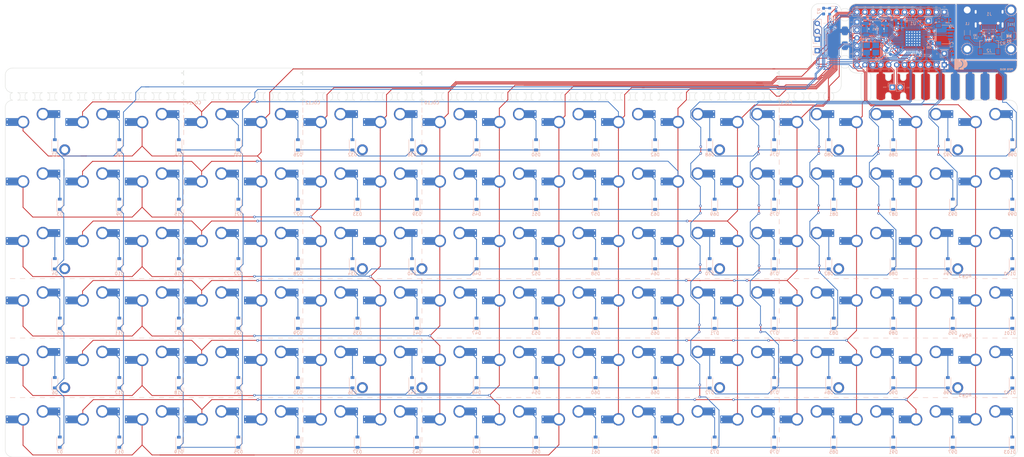
<source format=kicad_pcb>
(kicad_pcb (version 20171130) (host pcbnew "(5.1.10)-1")
  (title_block (title "Unified Daughterboard") (date 2020-03-22) (rev C3) (company "Designed by the keyboard community"))
  (layers (0 F.Cu signal hide) (31 B.Cu signal) (34 B.Paste user) (35 F.Paste user) (36 B.SilkS user) (37 F.SilkS user) (38 B.Mask user) (39 F.Mask user) (44 Edge.Cuts user))
  (net 0 "")
  (net 1 GND)
  (net 2 VCC)
  (net 3 GNDPWR)
  (net 4 "Net-(J1-PadB8)")
  (net 5 "Net-(J1-PadA5)")
  (net 6 DA+)
  (net 7 "Net-(J1-PadB5)")
  (net 8 "Net-(J1-PadA8)")
  (net 9 DA-)
  (net 10 VBUS)
  (net 11 "Net-(MH1-Pad1)")
  (net 12 "Net-(MH3-Pad1)")
  (net 13 "Net-(MH4-Pad1)")
  (net 14 +VDC)
  (net 15 /MCU/AREF)
  (net 16 "Net-(C5-Pad1)")
  (net 17 "Net-(C6-Pad1)")
  (net 18 DRGB)
  (net 19 CLK)
  (net 20 DT)
  (net 21 SW)
  (net 22 SCL)
  (net 23 SDA)
  (net 24 /MCU/RESET)
  (net 25 "Net-(LED1-Pad2)")
  (net 26 "Net-(LED2-Pad2)")
  (net 27 /MCU/DUSB+)
  (net 28 /MCU/DUSB-)
  (net 29 GND1)
  (net 30 "Net-(D2-Pad2)")
  (net 31 ROW0)
  (net 32 "Net-(D3-Pad2)")
  (net 33 ROW1)
  (net 34 "Net-(D4-Pad2)")
  (net 35 ROW2)
  (net 36 "Net-(D5-Pad2)")
  (net 37 ROW3)
  (net 38 "Net-(D6-Pad2)")
  (net 39 ROW4)
  (net 40 "Net-(D7-Pad2)")
  (net 41 ROW5)
  (net 42 "Net-(D8-Pad2)")
  (net 43 "Net-(D9-Pad2)")
  (net 44 "Net-(D10-Pad2)")
  (net 45 "Net-(D11-Pad2)")
  (net 46 "Net-(D12-Pad2)")
  (net 47 "Net-(D13-Pad2)")
  (net 48 "Net-(D14-Pad2)")
  (net 49 "Net-(D15-Pad2)")
  (net 50 "Net-(D16-Pad2)")
  (net 51 "Net-(D17-Pad2)")
  (net 52 "Net-(D18-Pad2)")
  (net 53 "Net-(D19-Pad2)")
  (net 54 "Net-(D20-Pad2)")
  (net 55 "Net-(D21-Pad2)")
  (net 56 "Net-(D22-Pad2)")
  (net 57 "Net-(D23-Pad2)")
  (net 58 "Net-(D24-Pad2)")
  (net 59 "Net-(D25-Pad2)")
  (net 60 "Net-(D26-Pad2)")
  (net 61 "Net-(D27-Pad2)")
  (net 62 "Net-(D28-Pad2)")
  (net 63 "Net-(D29-Pad2)")
  (net 64 "Net-(D30-Pad2)")
  (net 65 "Net-(D31-Pad2)")
  (net 66 "Net-(D32-Pad2)")
  (net 67 "Net-(D33-Pad2)")
  (net 68 "Net-(D34-Pad2)")
  (net 69 "Net-(D35-Pad2)")
  (net 70 "Net-(D36-Pad2)")
  (net 71 "Net-(D37-Pad2)")
  (net 72 "Net-(D38-Pad2)")
  (net 73 "Net-(D39-Pad2)")
  (net 74 "Net-(D40-Pad2)")
  (net 75 "Net-(D41-Pad2)")
  (net 76 "Net-(D42-Pad2)")
  (net 77 "Net-(D43-Pad2)")
  (net 78 "Net-(D44-Pad2)")
  (net 79 "Net-(D45-Pad2)")
  (net 80 "Net-(D46-Pad2)")
  (net 81 "Net-(D47-Pad2)")
  (net 82 "Net-(D48-Pad2)")
  (net 83 "Net-(D49-Pad2)")
  (net 84 "Net-(D50-Pad2)")
  (net 85 "Net-(D51-Pad2)")
  (net 86 "Net-(D52-Pad2)")
  (net 87 "Net-(D53-Pad2)")
  (net 88 "Net-(D54-Pad2)")
  (net 89 "Net-(D55-Pad2)")
  (net 90 "Net-(D56-Pad2)")
  (net 91 "Net-(D57-Pad2)")
  (net 92 "Net-(D58-Pad2)")
  (net 93 "Net-(D59-Pad2)")
  (net 94 "Net-(D60-Pad2)")
  (net 95 "Net-(D61-Pad2)")
  (net 96 "Net-(D62-Pad2)")
  (net 97 "Net-(D63-Pad2)")
  (net 98 "Net-(D64-Pad2)")
  (net 99 "Net-(D65-Pad2)")
  (net 100 "Net-(D66-Pad2)")
  (net 101 "Net-(D67-Pad2)")
  (net 102 "Net-(D68-Pad2)")
  (net 103 "Net-(D69-Pad2)")
  (net 104 "Net-(D70-Pad2)")
  (net 105 "Net-(D71-Pad2)")
  (net 106 "Net-(D72-Pad2)")
  (net 107 "Net-(D73-Pad2)")
  (net 108 "Net-(D74-Pad2)")
  (net 109 "Net-(D75-Pad2)")
  (net 110 "Net-(D76-Pad2)")
  (net 111 "Net-(D77-Pad2)")
  (net 112 "Net-(D78-Pad2)")
  (net 113 "Net-(D79-Pad2)")
  (net 114 "Net-(D80-Pad2)")
  (net 115 "Net-(D81-Pad2)")
  (net 116 "Net-(D82-Pad2)")
  (net 117 "Net-(D83-Pad2)")
  (net 118 "Net-(D84-Pad2)")
  (net 119 "Net-(D85-Pad2)")
  (net 120 "Net-(D86-Pad2)")
  (net 121 "Net-(D87-Pad2)")
  (net 122 "Net-(D88-Pad2)")
  (net 123 "Net-(D89-Pad2)")
  (net 124 "Net-(D90-Pad2)")
  (net 125 "Net-(D91-Pad2)")
  (net 126 "Net-(D92-Pad2)")
  (net 127 "Net-(D93-Pad2)")
  (net 128 "Net-(D94-Pad2)")
  (net 129 "Net-(D95-Pad2)")
  (net 130 "Net-(D96-Pad2)")
  (net 131 "Net-(D97-Pad2)")
  (net 132 "Net-(D98-Pad2)")
  (net 133 "Net-(D99-Pad2)")
  (net 134 "Net-(D100-Pad2)")
  (net 135 "Net-(D101-Pad2)")
  (net 136 "Net-(D102-Pad2)")
  (net 137 "Net-(D103-Pad2)")
  (net 138 COL0)
  (net 139 COL1)
  (net 140 COL2)
  (net 141 COL3)
  (net 142 COL4)
  (net 143 COL5)
  (net 144 COL6)
  (net 145 COL7)
  (net 146 COL8)
  (net 147 COL9)
  (net 148 COL10)
  (net 149 COL11)
  (net 150 COL12)
  (net 151 "Net-(C7-Pad1)")
  (net 152 ROW6)
  (net 153 "Net-(Q1-Pad2)")
  (net 154 ROW7)
  (module acheron_Hardware:K2-1187SQ-A4SW-06 (layer B.Cu) (at 319.8495 93.9165 180)
    (fp_text reference SW1 (at 0.1 0 180) (layer B.SilkS) (effects (font (size 0.7 0.7)) (justify mirror)))
    (fp_text value RESET)
    (pad 2 smd rect (at 3.1 -1.85 180) (size 1.8 1.1) (layers B.Cu B.Paste B.Mask) (net 24 /MCU/RESET))
    (pad 2 smd rect (at -3.1 -1.85 180) (size 1.8 1.1) (layers B.Cu B.Paste B.Mask) (net 24 /MCU/RESET))
    (pad 1 smd rect (at 3.1 1.85 180) (size 1.8 1.1) (layers B.Cu B.Paste B.Mask) (net 1 GND))
    (pad 1 smd rect (at -3.1 1.85 180) (size 1.8 1.1) (layers B.Cu B.Paste B.Mask) (net 1 GND))
  )
  (module Logo:poto (layer B.Cu) (at 347.091 105.156 180)
    (fp_text reference G*** hide)
    (fp_text value LOGO hide)
  )
  (module random-keyboard-parts:Generic-Mounthole (layer B.Cu) (at 307.975 208.75625 180)
    (fp_text reference MH3 hide)
    (fp_text value Mount-M2 hide)
    (pad 1 thru_hole circle (at 0 0 180) (size 3.5 3.5) (drill 2.2) (layers *.Cu *.Mask))
  )
  (module random-keyboard-parts:Generic-Mounthole (layer B.Cu) (at 307.975 170.65625 180)
    (fp_text reference MH3 hide)
    (fp_text value Mount-M2 hide)
    (pad 1 thru_hole circle (at 0 0 180) (size 3.5 3.5) (drill 2.2) (layers *.Cu *.Mask))
  )
  (module MX_Only:MXOnly-1U-Hotswap-Antishear (layer F.Cu) (at 298.45 164.30625)
    (fp_text reference MX81)
    (fp_text value MX-NoLED)
    (pad 2 thru_hole circle (at 2.54 -5.08) (size 4 4) (drill 3) (layers *.Cu) (net 116 "Net-(D82-Pad2)"))
    (pad "" np_thru_hole circle (at 0 0) (size 3.9878 3.9878) (drill 3.9878) (layers *.Cu *.Mask))
    (pad 1 thru_hole circle (at -3.81 -2.54) (size 4 4) (drill 3) (layers *.Cu) (net 147 COL9))
    (pad "" np_thru_hole circle (at -5.08 0 48.0996) (size 1.75 1.75) (drill 1.75) (layers *.Cu *.Mask))
    (pad "" np_thru_hole circle (at 5.08 0 48.0996) (size 1.75 1.75) (drill 1.75) (layers *.Cu *.Mask))
    (pad 1 thru_hole circle (at -8.89 -3.302) (size 0.8 0.8) (drill 0.4) (layers *.Cu) (net 147 COL9))
    (pad 2 thru_hole circle (at 7.62 -5.842) (size 0.8 0.8) (drill 0.4) (layers *.Cu) (net 116 "Net-(D82-Pad2)"))
    (pad 1 thru_hole circle (at -8.89 -1.778) (size 0.8 0.8) (drill 0.4) (layers *.Cu) (net 147 COL9))
    (pad 2 thru_hole circle (at 7.62 -4.318) (size 0.8 0.8) (drill 0.4) (layers *.Cu) (net 116 "Net-(D82-Pad2)"))
    (pad 1 smd rect (at -7.085 -2.54) (size 4.5 2.5) (layers B.Cu) (net 147 COL9))
    (pad 2 smd rect (at 5.842 -5.08) (size 4.5 2.5) (layers B.Cu) (net 116 "Net-(D82-Pad2)"))
  )
  (module random-keyboard-parts:Generic-Mounthole (layer B.Cu) (at 307.975 132.55625 180)
    (fp_text reference MH3 hide)
    (fp_text value Mount-M2 hide)
    (pad 1 thru_hole circle (at 0 0 180) (size 3.5 3.5) (drill 2.2) (layers *.Cu *.Mask))
  )
  (module random-keyboard-parts:Generic-Mounthole (layer B.Cu) (at 346.075 208.75625 180)
    (fp_text reference MH3 hide)
    (fp_text value Mount-M2 hide)
    (pad 1 thru_hole circle (at 0 0 180) (size 3.5 3.5) (drill 2.2) (layers *.Cu *.Mask))
  )
  (module MX_Only:MXOnly-1U-Hotswap-Antishear (layer F.Cu) (at 336.55 164.30625)
    (fp_text reference MX93)
    (fp_text value MX-NoLED)
    (pad 2 thru_hole circle (at 2.54 -5.08) (size 4 4) (drill 3) (layers *.Cu) (net 128 "Net-(D94-Pad2)"))
    (pad "" np_thru_hole circle (at 0 0) (size 3.9878 3.9878) (drill 3.9878) (layers *.Cu *.Mask))
    (pad 1 thru_hole circle (at -3.81 -2.54) (size 4 4) (drill 3) (layers *.Cu) (net 149 COL11))
    (pad "" np_thru_hole circle (at -5.08 0 48.0996) (size 1.75 1.75) (drill 1.75) (layers *.Cu *.Mask))
    (pad "" np_thru_hole circle (at 5.08 0 48.0996) (size 1.75 1.75) (drill 1.75) (layers *.Cu *.Mask))
    (pad 1 thru_hole circle (at -8.89 -3.302) (size 0.8 0.8) (drill 0.4) (layers *.Cu) (net 149 COL11))
    (pad 2 thru_hole circle (at 7.62 -5.842) (size 0.8 0.8) (drill 0.4) (layers *.Cu) (net 128 "Net-(D94-Pad2)"))
    (pad 1 thru_hole circle (at -8.89 -1.778) (size 0.8 0.8) (drill 0.4) (layers *.Cu) (net 149 COL11))
    (pad 2 thru_hole circle (at 7.62 -4.318) (size 0.8 0.8) (drill 0.4) (layers *.Cu) (net 128 "Net-(D94-Pad2)"))
    (pad 1 smd rect (at -7.085 -2.54) (size 4.5 2.5) (layers B.Cu) (net 149 COL11))
    (pad 2 smd rect (at 5.842 -5.08) (size 4.5 2.5) (layers B.Cu) (net 128 "Net-(D94-Pad2)"))
  )
  (module random-keyboard-parts:Generic-Mounthole (layer B.Cu) (at 346.075 170.65625 180)
    (fp_text reference MH3 hide)
    (fp_text value Mount-M2 hide)
    (pad 1 thru_hole circle (at 0 0 180) (size 3.5 3.5) (drill 2.2) (layers *.Cu *.Mask))
  )
  (module random-keyboard-parts:Generic-Mounthole (layer B.Cu) (at 346.075 132.55625 180)
    (fp_text reference MH3 hide)
    (fp_text value Mount-M2 hide)
    (pad 1 thru_hole circle (at 0 0 180) (size 3.5 3.5) (drill 2.2) (layers *.Cu *.Mask))
  )
  (module random-keyboard-parts:Generic-Mounthole (layer B.Cu) (at 269.875 208.75625 180)
    (fp_text reference MH3 hide)
    (fp_text value Mount-M2 hide)
    (pad 1 thru_hole circle (at 0 0 180) (size 3.5 3.5) (drill 2.2) (layers *.Cu *.Mask))
  )
  (module MX_Only:MXOnly-1U-Hotswap-Antishear (layer F.Cu) (at 260.35 164.30625)
    (fp_text reference MX69)
    (fp_text value MX-NoLED)
    (pad 2 thru_hole circle (at 2.54 -5.08) (size 4 4) (drill 3) (layers *.Cu) (net 104 "Net-(D70-Pad2)"))
    (pad "" np_thru_hole circle (at 0 0) (size 3.9878 3.9878) (drill 3.9878) (layers *.Cu *.Mask))
    (pad 1 thru_hole circle (at -3.81 -2.54) (size 4 4) (drill 3) (layers *.Cu) (net 145 COL7))
    (pad "" np_thru_hole circle (at -5.08 0 48.0996) (size 1.75 1.75) (drill 1.75) (layers *.Cu *.Mask))
    (pad "" np_thru_hole circle (at 5.08 0 48.0996) (size 1.75 1.75) (drill 1.75) (layers *.Cu *.Mask))
    (pad 1 thru_hole circle (at -8.89 -3.302) (size 0.8 0.8) (drill 0.4) (layers *.Cu) (net 145 COL7))
    (pad 2 thru_hole circle (at 7.62 -5.842) (size 0.8 0.8) (drill 0.4) (layers *.Cu) (net 104 "Net-(D70-Pad2)"))
    (pad 1 thru_hole circle (at -8.89 -1.778) (size 0.8 0.8) (drill 0.4) (layers *.Cu) (net 145 COL7))
    (pad 2 thru_hole circle (at 7.62 -4.318) (size 0.8 0.8) (drill 0.4) (layers *.Cu) (net 104 "Net-(D70-Pad2)"))
    (pad 1 smd rect (at -7.085 -2.54) (size 4.5 2.5) (layers B.Cu) (net 145 COL7))
    (pad 2 smd rect (at 5.842 -5.08) (size 4.5 2.5) (layers B.Cu) (net 104 "Net-(D70-Pad2)"))
  )
  (module random-keyboard-parts:Generic-Mounthole (layer B.Cu) (at 269.875 170.65625 180)
    (fp_text reference MH3 hide)
    (fp_text value Mount-M2 hide)
    (pad 1 thru_hole circle (at 0 0 180) (size 3.5 3.5) (drill 2.2) (layers *.Cu *.Mask))
  )
  (module random-keyboard-parts:Generic-Mounthole (layer B.Cu) (at 269.875 132.55625 180)
    (fp_text reference MH3 hide)
    (fp_text value Mount-M2 hide)
    (pad 1 thru_hole circle (at 0 0 180) (size 3.5 3.5) (drill 2.2) (layers *.Cu *.Mask))
  )
  (module random-keyboard-parts:Generic-Mounthole (layer B.Cu) (at 174.625 208.75625 180)
    (fp_text reference MH3 hide)
    (fp_text value Mount-M2 hide)
    (pad 1 thru_hole circle (at 0 0 180) (size 3.5 3.5) (drill 2.2) (layers *.Cu *.Mask))
  )
  (module random-keyboard-parts:Generic-Mounthole (layer B.Cu) (at 174.625 170.65625 180)
    (fp_text reference MH3 hide)
    (fp_text value Mount-M2 hide)
    (pad 1 thru_hole circle (at 0 0 180) (size 3.5 3.5) (drill 2.2) (layers *.Cu *.Mask))
  )
  (module MX_Only:MXOnly-1U-Hotswap-Antishear (layer F.Cu) (at 165.1 164.30625)
    (fp_text reference MX39)
    (fp_text value MX-NoLED)
    (pad 2 thru_hole circle (at 2.54 -5.08) (size 4 4) (drill 3) (layers *.Cu) (net 74 "Net-(D40-Pad2)"))
    (pad "" np_thru_hole circle (at 0 0) (size 3.9878 3.9878) (drill 3.9878) (layers *.Cu *.Mask))
    (pad 1 thru_hole circle (at -3.81 -2.54) (size 4 4) (drill 3) (layers *.Cu) (net 140 COL2))
    (pad "" np_thru_hole circle (at -5.08 0 48.0996) (size 1.75 1.75) (drill 1.75) (layers *.Cu *.Mask))
    (pad "" np_thru_hole circle (at 5.08 0 48.0996) (size 1.75 1.75) (drill 1.75) (layers *.Cu *.Mask))
    (pad 1 thru_hole circle (at -8.89 -3.302) (size 0.8 0.8) (drill 0.4) (layers *.Cu) (net 140 COL2))
    (pad 2 thru_hole circle (at 7.62 -5.842) (size 0.8 0.8) (drill 0.4) (layers *.Cu) (net 74 "Net-(D40-Pad2)"))
    (pad 1 thru_hole circle (at -8.89 -1.778) (size 0.8 0.8) (drill 0.4) (layers *.Cu) (net 140 COL2))
    (pad 2 thru_hole circle (at 7.62 -4.318) (size 0.8 0.8) (drill 0.4) (layers *.Cu) (net 74 "Net-(D40-Pad2)"))
    (pad 1 smd rect (at -7.085 -2.54) (size 4.5 2.5) (layers B.Cu) (net 140 COL2))
    (pad 2 smd rect (at 5.842 -5.08) (size 4.5 2.5) (layers B.Cu) (net 74 "Net-(D40-Pad2)"))
  )
  (module random-keyboard-parts:Generic-Mounthole (layer B.Cu) (at 174.625 132.55625 180)
    (fp_text reference MH3 hide)
    (fp_text value Mount-M2 hide)
    (pad 1 thru_hole circle (at 0 0 180) (size 3.5 3.5) (drill 2.2) (layers *.Cu *.Mask))
  )
  (module random-keyboard-parts:Generic-Mounthole (layer B.Cu) (at 155.575 132.55625 180)
    (fp_text reference MH3 hide)
    (fp_text value Mount-M2 hide)
    (pad 1 thru_hole circle (at 0 0 180) (size 3.5 3.5) (drill 2.2) (layers *.Cu *.Mask))
  )
  (module random-keyboard-parts:Generic-Mounthole (layer B.Cu) (at 155.575 170.65625 180)
    (fp_text reference MH3 hide)
    (fp_text value Mount-M2 hide)
    (pad 1 thru_hole circle (at 0 0 180) (size 3.5 3.5) (drill 2.2) (layers *.Cu *.Mask))
  )
  (module random-keyboard-parts:Generic-Mounthole (layer B.Cu) (at 155.575 208.75625 180)
    (fp_text reference MH3 hide)
    (fp_text value Mount-M2 hide)
    (pad 1 thru_hole circle (at 0 0 180) (size 3.5 3.5) (drill 2.2) (layers *.Cu *.Mask))
  )
  (module random-keyboard-parts:Generic-Mounthole (layer B.Cu) (at 60.325 170.65625 180)
    (fp_text reference MH3 hide)
    (fp_text value Mount-M2 hide)
    (pad 1 thru_hole circle (at 0 0 180) (size 3.5 3.5) (drill 2.2) (layers *.Cu *.Mask))
  )
  (module random-keyboard-parts:Generic-Mounthole (layer B.Cu) (at 60.325 208.75625 180)
    (fp_text reference MH3 hide)
    (fp_text value Mount-M2 hide)
    (pad 1 thru_hole circle (at 0 0 180) (size 3.5 3.5) (drill 2.2) (layers *.Cu *.Mask))
  )
  (module random-keyboard-parts:Generic-Mounthole (layer B.Cu) (at 60.325 132.55625 180)
    (fp_text reference MH3 hide)
    (fp_text value Mount-M2 hide)
    (pad 1 thru_hole circle (at 0 0 180) (size 3.5 3.5) (drill 2.2) (layers *.Cu *.Mask))
  )
  (module MX_Only:MXOnly-1U-Hotswap-Antishear (layer F.Cu) (at 355.6 126.20625)
    (fp_text reference MX97)
    (fp_text value MX-NoLED)
    (pad 2 thru_hole circle (at 2.54 -5.08) (size 4 4) (drill 3) (layers *.Cu) (net 132 "Net-(D98-Pad2)"))
    (pad "" np_thru_hole circle (at 0 0) (size 3.9878 3.9878) (drill 3.9878) (layers *.Cu *.Mask))
    (pad 1 thru_hole circle (at -3.81 -2.54) (size 4 4) (drill 3) (layers *.Cu) (net 150 COL12))
    (pad "" np_thru_hole circle (at -5.08 0 48.0996) (size 1.75 1.75) (drill 1.75) (layers *.Cu *.Mask))
    (pad "" np_thru_hole circle (at 5.08 0 48.0996) (size 1.75 1.75) (drill 1.75) (layers *.Cu *.Mask))
    (pad 1 thru_hole circle (at -8.89 -3.302) (size 0.8 0.8) (drill 0.4) (layers *.Cu) (net 150 COL12))
    (pad 2 thru_hole circle (at 7.62 -5.842) (size 0.8 0.8) (drill 0.4) (layers *.Cu) (net 132 "Net-(D98-Pad2)"))
    (pad 1 thru_hole circle (at -8.89 -1.778) (size 0.8 0.8) (drill 0.4) (layers *.Cu) (net 150 COL12))
    (pad 2 thru_hole circle (at 7.62 -4.318) (size 0.8 0.8) (drill 0.4) (layers *.Cu) (net 132 "Net-(D98-Pad2)"))
    (pad 1 smd rect (at -7.085 -2.54) (size 4.5 2.5) (layers B.Cu) (net 150 COL12))
    (pad 2 smd rect (at 5.842 -5.08) (size 4.5 2.5) (layers B.Cu) (net 132 "Net-(D98-Pad2)"))
  )
  (module Connector_PinHeader_2.54mm:PinHeader_1x02_P2.54mm_Vertical (layer B.Cu) (at 325.12 112.522 270)
    (fp_text reference J15 hide)
    (fp_text value OLED)
    (pad 2 thru_hole oval (at 0 -2.54 270) (size 1.7 1.7) (drill 1) (layers *.Cu *.Mask) (net 22 SCL))
    (pad 1 thru_hole rect (at 0 0 270) (size 1.7 1.7) (drill 1) (layers *.Cu *.Mask) (net 23 SDA))
  )
  (module Connector_PinHeader_2.54mm:PinHeader_1x03_P2.54mm_Vertical (layer B.Cu) (at 301.117 97.155)
    (fp_text reference J5 hide)
    (fp_text value ENCODER)
    (pad 3 thru_hole oval (at 0 -5.08) (size 1.7 1.7) (drill 1) (layers *.Cu *.Mask) (net 19 CLK))
    (pad 2 thru_hole oval (at 0 -2.54) (size 1.7 1.7) (drill 1) (layers *.Cu *.Mask) (net 20 DT))
    (pad 1 thru_hole rect (at 0 0) (size 1.7 1.7) (drill 1) (layers *.Cu *.Mask) (net 21 SW))
  )
  (module Connector_PinHeader_2.54mm:PinHeader_1x01_P2.54mm_Vertical (layer B.Cu) (at 301.117 100.80625)
    (fp_text reference J4 hide)
    (fp_text value RGB)
    (pad 1 thru_hole rect (at 0 0) (size 1.7 1.7) (drill 1) (layers *.Cu *.Mask) (net 18 DRGB))
  )
  (module MX_Only:MXOnly-1U-Hotswap-Antishear (layer F.Cu) (at 107.95 164.30625)
    (fp_text reference MX21)
    (fp_text value MX-NoLED)
    (pad 2 thru_hole circle (at 2.54 -5.08) (size 4 4) (drill 3) (layers *.Cu) (net 56 "Net-(D22-Pad2)"))
    (pad "" np_thru_hole circle (at 0 0) (size 3.9878 3.9878) (drill 3.9878) (layers *.Cu *.Mask))
    (pad 1 thru_hole circle (at -3.81 -2.54) (size 4 4) (drill 3) (layers *.Cu) (net 146 COL8))
    (pad "" np_thru_hole circle (at -5.08 0 48.0996) (size 1.75 1.75) (drill 1.75) (layers *.Cu *.Mask))
    (pad "" np_thru_hole circle (at 5.08 0 48.0996) (size 1.75 1.75) (drill 1.75) (layers *.Cu *.Mask))
    (pad 1 thru_hole circle (at -8.89 -3.302) (size 0.8 0.8) (drill 0.4) (layers *.Cu) (net 146 COL8))
    (pad 2 thru_hole circle (at 7.62 -5.842) (size 0.8 0.8) (drill 0.4) (layers *.Cu) (net 56 "Net-(D22-Pad2)"))
    (pad 1 thru_hole circle (at -8.89 -1.778) (size 0.8 0.8) (drill 0.4) (layers *.Cu) (net 146 COL8))
    (pad 2 thru_hole circle (at 7.62 -4.318) (size 0.8 0.8) (drill 0.4) (layers *.Cu) (net 56 "Net-(D22-Pad2)"))
    (pad 1 smd rect (at -7.085 -2.54) (size 4.5 2.5) (layers B.Cu) (net 146 COL8))
    (pad 2 smd rect (at 5.842 -5.08) (size 4.5 2.5) (layers B.Cu) (net 56 "Net-(D22-Pad2)"))
  )
  (module MX_Only:MXOnly-1U-Hotswap-Antishear (layer F.Cu) (at 107.95 126.20625)
    (fp_text reference MX19)
    (fp_text value MX-NoLED)
    (pad 2 thru_hole circle (at 2.54 -5.08) (size 4 4) (drill 3) (layers *.Cu) (net 54 "Net-(D20-Pad2)"))
    (pad "" np_thru_hole circle (at 0 0) (size 3.9878 3.9878) (drill 3.9878) (layers *.Cu *.Mask))
    (pad 1 thru_hole circle (at -3.81 -2.54) (size 4 4) (drill 3) (layers *.Cu) (net 144 COL6))
    (pad "" np_thru_hole circle (at -5.08 0 48.0996) (size 1.75 1.75) (drill 1.75) (layers *.Cu *.Mask))
    (pad "" np_thru_hole circle (at 5.08 0 48.0996) (size 1.75 1.75) (drill 1.75) (layers *.Cu *.Mask))
    (pad 1 thru_hole circle (at -8.89 -3.302) (size 0.8 0.8) (drill 0.4) (layers *.Cu) (net 144 COL6))
    (pad 2 thru_hole circle (at 7.62 -5.842) (size 0.8 0.8) (drill 0.4) (layers *.Cu) (net 54 "Net-(D20-Pad2)"))
    (pad 1 thru_hole circle (at -8.89 -1.778) (size 0.8 0.8) (drill 0.4) (layers *.Cu) (net 144 COL6))
    (pad 2 thru_hole circle (at 7.62 -4.318) (size 0.8 0.8) (drill 0.4) (layers *.Cu) (net 54 "Net-(D20-Pad2)"))
    (pad 1 smd rect (at -7.085 -2.54) (size 4.5 2.5) (layers B.Cu) (net 144 COL6))
    (pad 2 smd rect (at 5.842 -5.08) (size 4.5 2.5) (layers B.Cu) (net 54 "Net-(D20-Pad2)"))
  )
  (module MX_Only:MXOnly-1U-Hotswap-Antishear (layer F.Cu) (at 88.9 126.20625)
    (fp_text reference MX13)
    (fp_text value MX-NoLED)
    (pad 2 thru_hole circle (at 2.54 -5.08) (size 4 4) (drill 3) (layers *.Cu) (net 48 "Net-(D14-Pad2)"))
    (pad "" np_thru_hole circle (at 0 0) (size 3.9878 3.9878) (drill 3.9878) (layers *.Cu *.Mask))
    (pad 1 thru_hole circle (at -3.81 -2.54) (size 4 4) (drill 3) (layers *.Cu) (net 138 COL0))
    (pad "" np_thru_hole circle (at -5.08 0 48.0996) (size 1.75 1.75) (drill 1.75) (layers *.Cu *.Mask))
    (pad "" np_thru_hole circle (at 5.08 0 48.0996) (size 1.75 1.75) (drill 1.75) (layers *.Cu *.Mask))
    (pad 1 thru_hole circle (at -8.89 -3.302) (size 0.8 0.8) (drill 0.4) (layers *.Cu) (net 138 COL0))
    (pad 2 thru_hole circle (at 7.62 -5.842) (size 0.8 0.8) (drill 0.4) (layers *.Cu) (net 48 "Net-(D14-Pad2)"))
    (pad 1 thru_hole circle (at -8.89 -1.778) (size 0.8 0.8) (drill 0.4) (layers *.Cu) (net 138 COL0))
    (pad 2 thru_hole circle (at 7.62 -4.318) (size 0.8 0.8) (drill 0.4) (layers *.Cu) (net 48 "Net-(D14-Pad2)"))
    (pad 1 smd rect (at -7.085 -2.54) (size 4.5 2.5) (layers B.Cu) (net 138 COL0))
    (pad 2 smd rect (at 5.842 -5.08) (size 4.5 2.5) (layers B.Cu) (net 48 "Net-(D14-Pad2)"))
  )
  (module MX_Only:MXOnly-1U-Hotswap-Antishear (layer F.Cu) (at 69.85 145.25625)
    (fp_text reference MX8)
    (fp_text value MX-NoLED)
    (pad 2 thru_hole circle (at 2.54 -5.08) (size 4 4) (drill 3) (layers *.Cu) (net 43 "Net-(D9-Pad2)"))
    (pad "" np_thru_hole circle (at 0 0) (size 3.9878 3.9878) (drill 3.9878) (layers *.Cu *.Mask))
    (pad 1 thru_hole circle (at -3.81 -2.54) (size 4 4) (drill 3) (layers *.Cu) (net 145 COL7))
    (pad "" np_thru_hole circle (at -5.08 0 48.0996) (size 1.75 1.75) (drill 1.75) (layers *.Cu *.Mask))
    (pad "" np_thru_hole circle (at 5.08 0 48.0996) (size 1.75 1.75) (drill 1.75) (layers *.Cu *.Mask))
    (pad 1 thru_hole circle (at -8.89 -3.302) (size 0.8 0.8) (drill 0.4) (layers *.Cu) (net 145 COL7))
    (pad 2 thru_hole circle (at 7.62 -5.842) (size 0.8 0.8) (drill 0.4) (layers *.Cu) (net 43 "Net-(D9-Pad2)"))
    (pad 1 thru_hole circle (at -8.89 -1.778) (size 0.8 0.8) (drill 0.4) (layers *.Cu) (net 145 COL7))
    (pad 2 thru_hole circle (at 7.62 -4.318) (size 0.8 0.8) (drill 0.4) (layers *.Cu) (net 43 "Net-(D9-Pad2)"))
    (pad 1 smd rect (at -7.085 -2.54) (size 4.5 2.5) (layers B.Cu) (net 145 COL7))
    (pad 2 smd rect (at 5.842 -5.08) (size 4.5 2.5) (layers B.Cu) (net 43 "Net-(D9-Pad2)"))
  )
  (module MX_Only:MXOnly-1U-Hotswap-Antishear (layer F.Cu) (at 69.85 202.40625)
    (fp_text reference MX11)
    (fp_text value MX-NoLED)
    (pad 2 thru_hole circle (at 2.54 -5.08) (size 4 4) (drill 3) (layers *.Cu) (net 46 "Net-(D12-Pad2)"))
    (pad "" np_thru_hole circle (at 0 0) (size 3.9878 3.9878) (drill 3.9878) (layers *.Cu *.Mask))
    (pad 1 thru_hole circle (at -3.81 -2.54) (size 4 4) (drill 3) (layers *.Cu) (net 148 COL10))
    (pad "" np_thru_hole circle (at -5.08 0 48.0996) (size 1.75 1.75) (drill 1.75) (layers *.Cu *.Mask))
    (pad "" np_thru_hole circle (at 5.08 0 48.0996) (size 1.75 1.75) (drill 1.75) (layers *.Cu *.Mask))
    (pad 1 thru_hole circle (at -8.89 -3.302) (size 0.8 0.8) (drill 0.4) (layers *.Cu) (net 148 COL10))
    (pad 2 thru_hole circle (at 7.62 -5.842) (size 0.8 0.8) (drill 0.4) (layers *.Cu) (net 46 "Net-(D12-Pad2)"))
    (pad 1 thru_hole circle (at -8.89 -1.778) (size 0.8 0.8) (drill 0.4) (layers *.Cu) (net 148 COL10))
    (pad 2 thru_hole circle (at 7.62 -4.318) (size 0.8 0.8) (drill 0.4) (layers *.Cu) (net 46 "Net-(D12-Pad2)"))
    (pad 1 smd rect (at -7.085 -2.54) (size 4.5 2.5) (layers B.Cu) (net 148 COL10))
    (pad 2 smd rect (at 5.842 -5.08) (size 4.5 2.5) (layers B.Cu) (net 46 "Net-(D12-Pad2)"))
  )
  (module MX_Only:MXOnly-1U-Hotswap-Antishear (layer F.Cu) (at 50.8 202.40625)
    (fp_text reference MX5)
    (fp_text value MX-NoLED)
    (pad 2 thru_hole circle (at 2.54 -5.08) (size 4 4) (drill 3) (layers *.Cu) (net 38 "Net-(D6-Pad2)"))
    (pad "" np_thru_hole circle (at 0 0) (size 3.9878 3.9878) (drill 3.9878) (layers *.Cu *.Mask))
    (pad 1 thru_hole circle (at -3.81 -2.54) (size 4 4) (drill 3) (layers *.Cu) (net 142 COL4))
    (pad "" np_thru_hole circle (at -5.08 0 48.0996) (size 1.75 1.75) (drill 1.75) (layers *.Cu *.Mask))
    (pad "" np_thru_hole circle (at 5.08 0 48.0996) (size 1.75 1.75) (drill 1.75) (layers *.Cu *.Mask))
    (pad 1 thru_hole circle (at -8.89 -3.302) (size 0.8 0.8) (drill 0.4) (layers *.Cu) (net 142 COL4))
    (pad 2 thru_hole circle (at 7.62 -5.842) (size 0.8 0.8) (drill 0.4) (layers *.Cu) (net 38 "Net-(D6-Pad2)"))
    (pad 1 thru_hole circle (at -8.89 -1.778) (size 0.8 0.8) (drill 0.4) (layers *.Cu) (net 142 COL4))
    (pad 2 thru_hole circle (at 7.62 -4.318) (size 0.8 0.8) (drill 0.4) (layers *.Cu) (net 38 "Net-(D6-Pad2)"))
    (pad 1 smd rect (at -7.085 -2.54) (size 4.5 2.5) (layers B.Cu) (net 142 COL4))
    (pad 2 smd rect (at 5.842 -5.08) (size 4.5 2.5) (layers B.Cu) (net 38 "Net-(D6-Pad2)"))
  )
  (module MX_Only:MXOnly-1U-Hotswap-Antishear (layer F.Cu) (at 88.9 183.35625)
    (fp_text reference MX16)
    (fp_text value MX-NoLED)
    (pad 2 thru_hole circle (at 2.54 -5.08) (size 4 4) (drill 3) (layers *.Cu) (net 51 "Net-(D17-Pad2)"))
    (pad "" np_thru_hole circle (at 0 0) (size 3.9878 3.9878) (drill 3.9878) (layers *.Cu *.Mask))
    (pad 1 thru_hole circle (at -3.81 -2.54) (size 4 4) (drill 3) (layers *.Cu) (net 141 COL3))
    (pad "" np_thru_hole circle (at -5.08 0 48.0996) (size 1.75 1.75) (drill 1.75) (layers *.Cu *.Mask))
    (pad "" np_thru_hole circle (at 5.08 0 48.0996) (size 1.75 1.75) (drill 1.75) (layers *.Cu *.Mask))
    (pad 1 thru_hole circle (at -8.89 -3.302) (size 0.8 0.8) (drill 0.4) (layers *.Cu) (net 141 COL3))
    (pad 2 thru_hole circle (at 7.62 -5.842) (size 0.8 0.8) (drill 0.4) (layers *.Cu) (net 51 "Net-(D17-Pad2)"))
    (pad 1 thru_hole circle (at -8.89 -1.778) (size 0.8 0.8) (drill 0.4) (layers *.Cu) (net 141 COL3))
    (pad 2 thru_hole circle (at 7.62 -4.318) (size 0.8 0.8) (drill 0.4) (layers *.Cu) (net 51 "Net-(D17-Pad2)"))
    (pad 1 smd rect (at -7.085 -2.54) (size 4.5 2.5) (layers B.Cu) (net 141 COL3))
    (pad 2 smd rect (at 5.842 -5.08) (size 4.5 2.5) (layers B.Cu) (net 51 "Net-(D17-Pad2)"))
  )
  (module Package_TO_SOT_SMD:SOT-23 (layer B.Cu) (at 306.10175 88.138)
    (fp_text reference Q1 (at 0 2.5) (layer B.SilkS) (effects (justify mirror)))
    (fp_text value S8050)
    (pad 3 smd rect (at 1 0) (size 0.9 0.8) (layers B.Cu B.Paste B.Mask) (net 150 COL12))
    (pad 2 smd rect (at -1 -0.95) (size 0.9 0.8) (layers B.Cu B.Paste B.Mask) (net 153 "Net-(Q1-Pad2)"))
    (pad 1 smd rect (at -1 0.95) (size 0.9 0.8) (layers B.Cu B.Paste B.Mask) (net 154 ROW7))
  )
  (module Resistor_SMD:R_0603_1608Metric_Pad0.98x0.95mm_HandSolder (layer B.Cu) (at 303.149 88.138 270)
    (fp_text reference R7 (at 0 1.43 270) (layer B.SilkS) (effects (justify mirror)))
    (fp_text value 1k)
    (pad 2 smd roundrect (at 0.9125 0 270) (size 0.975 0.95) (layers B.Cu B.Paste B.Mask) (net 21 SW))
    (pad 1 smd roundrect (at -0.9125 0 270) (size 0.975 0.95) (layers B.Cu B.Paste B.Mask) (net 153 "Net-(Q1-Pad2)"))
  )
  (module MX_Only:MXOnly-1U-Hotswap-Antishear (layer F.Cu) (at 50.8 126.20625)
    (fp_text reference MX1)
    (fp_text value MX-NoLED)
    (pad 2 thru_hole circle (at 2.54 -5.08) (size 4 4) (drill 3) (layers *.Cu) (net 30 "Net-(D2-Pad2)"))
    (pad "" np_thru_hole circle (at 0 0) (size 3.9878 3.9878) (drill 3.9878) (layers *.Cu *.Mask))
    (pad 1 thru_hole circle (at -3.81 -2.54) (size 4 4) (drill 3) (layers *.Cu) (net 138 COL0))
    (pad "" np_thru_hole circle (at -5.08 0 48.0996) (size 1.75 1.75) (drill 1.75) (layers *.Cu *.Mask))
    (pad "" np_thru_hole circle (at 5.08 0 48.0996) (size 1.75 1.75) (drill 1.75) (layers *.Cu *.Mask))
    (pad 1 thru_hole circle (at -8.89 -3.302) (size 0.8 0.8) (drill 0.4) (layers *.Cu) (net 138 COL0))
    (pad 2 thru_hole circle (at 7.62 -5.842) (size 0.8 0.8) (drill 0.4) (layers *.Cu) (net 30 "Net-(D2-Pad2)"))
    (pad 1 thru_hole circle (at -8.89 -1.778) (size 0.8 0.8) (drill 0.4) (layers *.Cu) (net 138 COL0))
    (pad 2 thru_hole circle (at 7.62 -4.318) (size 0.8 0.8) (drill 0.4) (layers *.Cu) (net 30 "Net-(D2-Pad2)"))
    (pad 1 smd rect (at -7.085 -2.54) (size 4.5 2.5) (layers B.Cu) (net 138 COL0))
    (pad 2 smd rect (at 5.842 -5.08) (size 4.5 2.5) (layers B.Cu) (net 30 "Net-(D2-Pad2)"))
  )
  (module MX_Only:MXOnly-1U-Hotswap-Antishear (layer F.Cu) (at 69.85 164.30625)
    (fp_text reference MX9)
    (fp_text value MX-NoLED)
    (pad 2 thru_hole circle (at 2.54 -5.08) (size 4 4) (drill 3) (layers *.Cu) (net 44 "Net-(D10-Pad2)"))
    (pad "" np_thru_hole circle (at 0 0) (size 3.9878 3.9878) (drill 3.9878) (layers *.Cu *.Mask))
    (pad 1 thru_hole circle (at -3.81 -2.54) (size 4 4) (drill 3) (layers *.Cu) (net 146 COL8))
    (pad "" np_thru_hole circle (at -5.08 0 48.0996) (size 1.75 1.75) (drill 1.75) (layers *.Cu *.Mask))
    (pad "" np_thru_hole circle (at 5.08 0 48.0996) (size 1.75 1.75) (drill 1.75) (layers *.Cu *.Mask))
    (pad 1 thru_hole circle (at -8.89 -3.302) (size 0.8 0.8) (drill 0.4) (layers *.Cu) (net 146 COL8))
    (pad 2 thru_hole circle (at 7.62 -5.842) (size 0.8 0.8) (drill 0.4) (layers *.Cu) (net 44 "Net-(D10-Pad2)"))
    (pad 1 thru_hole circle (at -8.89 -1.778) (size 0.8 0.8) (drill 0.4) (layers *.Cu) (net 146 COL8))
    (pad 2 thru_hole circle (at 7.62 -4.318) (size 0.8 0.8) (drill 0.4) (layers *.Cu) (net 44 "Net-(D10-Pad2)"))
    (pad 1 smd rect (at -7.085 -2.54) (size 4.5 2.5) (layers B.Cu) (net 146 COL8))
    (pad 2 smd rect (at 5.842 -5.08) (size 4.5 2.5) (layers B.Cu) (net 44 "Net-(D10-Pad2)"))
  )
  (module Capacitor_SMD:C_0402_1005Metric_Pad0.74x0.62mm_HandSolder (layer B.Cu) (at 337.947 99.2505 270)
    (fp_text reference C8 (at 0 1.16 90) (layer B.SilkS) (effects (justify mirror)))
    (fp_text value 1uF)
    (pad 1 smd roundrect (at -0.5675 0 270) (size 0.735 0.62) (layers B.Cu B.Paste B.Mask) (net 14 +VDC))
    (pad 2 smd roundrect (at 0.5675 0 270) (size 0.735 0.62) (layers B.Cu B.Paste B.Mask) (net 1 GND))
  )
  (module MX_Only:MXOnly-1U-Hotswap-Antishear (layer F.Cu) (at 165.1 221.45625)
    (fp_text reference MX42)
    (fp_text value MX-NoLED)
    (pad 2 thru_hole circle (at 2.54 -5.08) (size 4 4) (drill 3) (layers *.Cu) (net 77 "Net-(D43-Pad2)"))
    (pad "" np_thru_hole circle (at 0 0) (size 3.9878 3.9878) (drill 3.9878) (layers *.Cu *.Mask))
    (pad 1 thru_hole circle (at -3.81 -2.54) (size 4 4) (drill 3) (layers *.Cu) (net 140 COL2))
    (pad "" np_thru_hole circle (at -5.08 0 48.0996) (size 1.75 1.75) (drill 1.75) (layers *.Cu *.Mask))
    (pad "" np_thru_hole circle (at 5.08 0 48.0996) (size 1.75 1.75) (drill 1.75) (layers *.Cu *.Mask))
    (pad 1 thru_hole circle (at -8.89 -3.302) (size 0.8 0.8) (drill 0.4) (layers *.Cu) (net 140 COL2))
    (pad 2 thru_hole circle (at 7.62 -5.842) (size 0.8 0.8) (drill 0.4) (layers *.Cu) (net 77 "Net-(D43-Pad2)"))
    (pad 1 thru_hole circle (at -8.89 -1.778) (size 0.8 0.8) (drill 0.4) (layers *.Cu) (net 140 COL2))
    (pad 2 thru_hole circle (at 7.62 -4.318) (size 0.8 0.8) (drill 0.4) (layers *.Cu) (net 77 "Net-(D43-Pad2)"))
    (pad 1 smd rect (at -7.085 -2.54) (size 4.5 2.5) (layers B.Cu) (net 140 COL2))
    (pad 2 smd rect (at 5.842 -5.08) (size 4.5 2.5) (layers B.Cu) (net 77 "Net-(D43-Pad2)"))
  )
  (module MX_Only:MXOnly-1U-Hotswap-Antishear (layer F.Cu) (at 203.2 145.25625)
    (fp_text reference MX50)
    (fp_text value MX-NoLED)
    (pad 2 thru_hole circle (at 2.54 -5.08) (size 4 4) (drill 3) (layers *.Cu) (net 85 "Net-(D51-Pad2)"))
    (pad "" np_thru_hole circle (at 0 0) (size 3.9878 3.9878) (drill 3.9878) (layers *.Cu *.Mask))
    (pad 1 thru_hole circle (at -3.81 -2.54) (size 4 4) (drill 3) (layers *.Cu) (net 142 COL4))
    (pad "" np_thru_hole circle (at -5.08 0 48.0996) (size 1.75 1.75) (drill 1.75) (layers *.Cu *.Mask))
    (pad "" np_thru_hole circle (at 5.08 0 48.0996) (size 1.75 1.75) (drill 1.75) (layers *.Cu *.Mask))
    (pad 1 thru_hole circle (at -8.89 -3.302) (size 0.8 0.8) (drill 0.4) (layers *.Cu) (net 142 COL4))
    (pad 2 thru_hole circle (at 7.62 -5.842) (size 0.8 0.8) (drill 0.4) (layers *.Cu) (net 85 "Net-(D51-Pad2)"))
    (pad 1 thru_hole circle (at -8.89 -1.778) (size 0.8 0.8) (drill 0.4) (layers *.Cu) (net 142 COL4))
    (pad 2 thru_hole circle (at 7.62 -4.318) (size 0.8 0.8) (drill 0.4) (layers *.Cu) (net 85 "Net-(D51-Pad2)"))
    (pad 1 smd rect (at -7.085 -2.54) (size 4.5 2.5) (layers B.Cu) (net 142 COL4))
    (pad 2 smd rect (at 5.842 -5.08) (size 4.5 2.5) (layers B.Cu) (net 85 "Net-(D51-Pad2)"))
  )
  (module MX_Only:MXOnly-1U-Hotswap-Antishear (layer F.Cu) (at 184.15 221.45625)
    (fp_text reference MX48)
    (fp_text value MX-NoLED)
    (pad 2 thru_hole circle (at 2.54 -5.08) (size 4 4) (drill 3) (layers *.Cu) (net 83 "Net-(D49-Pad2)"))
    (pad "" np_thru_hole circle (at 0 0) (size 3.9878 3.9878) (drill 3.9878) (layers *.Cu *.Mask))
    (pad 1 thru_hole circle (at -3.81 -2.54) (size 4 4) (drill 3) (layers *.Cu) (net 141 COL3))
    (pad "" np_thru_hole circle (at -5.08 0 48.0996) (size 1.75 1.75) (drill 1.75) (layers *.Cu *.Mask))
    (pad "" np_thru_hole circle (at 5.08 0 48.0996) (size 1.75 1.75) (drill 1.75) (layers *.Cu *.Mask))
    (pad 1 thru_hole circle (at -8.89 -3.302) (size 0.8 0.8) (drill 0.4) (layers *.Cu) (net 141 COL3))
    (pad 2 thru_hole circle (at 7.62 -5.842) (size 0.8 0.8) (drill 0.4) (layers *.Cu) (net 83 "Net-(D49-Pad2)"))
    (pad 1 thru_hole circle (at -8.89 -1.778) (size 0.8 0.8) (drill 0.4) (layers *.Cu) (net 141 COL3))
    (pad 2 thru_hole circle (at 7.62 -4.318) (size 0.8 0.8) (drill 0.4) (layers *.Cu) (net 83 "Net-(D49-Pad2)"))
    (pad 1 smd rect (at -7.085 -2.54) (size 4.5 2.5) (layers B.Cu) (net 141 COL3))
    (pad 2 smd rect (at 5.842 -5.08) (size 4.5 2.5) (layers B.Cu) (net 83 "Net-(D49-Pad2)"))
  )
  (module MX_Only:MXOnly-1U-Hotswap-Antishear (layer F.Cu) (at 203.2 202.40625)
    (fp_text reference MX53)
    (fp_text value MX-NoLED)
    (pad 2 thru_hole circle (at 2.54 -5.08) (size 4 4) (drill 3) (layers *.Cu) (net 88 "Net-(D54-Pad2)"))
    (pad "" np_thru_hole circle (at 0 0) (size 3.9878 3.9878) (drill 3.9878) (layers *.Cu *.Mask))
    (pad 1 thru_hole circle (at -3.81 -2.54) (size 4 4) (drill 3) (layers *.Cu) (net 142 COL4))
    (pad "" np_thru_hole circle (at -5.08 0 48.0996) (size 1.75 1.75) (drill 1.75) (layers *.Cu *.Mask))
    (pad "" np_thru_hole circle (at 5.08 0 48.0996) (size 1.75 1.75) (drill 1.75) (layers *.Cu *.Mask))
    (pad 1 thru_hole circle (at -8.89 -3.302) (size 0.8 0.8) (drill 0.4) (layers *.Cu) (net 142 COL4))
    (pad 2 thru_hole circle (at 7.62 -5.842) (size 0.8 0.8) (drill 0.4) (layers *.Cu) (net 88 "Net-(D54-Pad2)"))
    (pad 1 thru_hole circle (at -8.89 -1.778) (size 0.8 0.8) (drill 0.4) (layers *.Cu) (net 142 COL4))
    (pad 2 thru_hole circle (at 7.62 -4.318) (size 0.8 0.8) (drill 0.4) (layers *.Cu) (net 88 "Net-(D54-Pad2)"))
    (pad 1 smd rect (at -7.085 -2.54) (size 4.5 2.5) (layers B.Cu) (net 142 COL4))
    (pad 2 smd rect (at 5.842 -5.08) (size 4.5 2.5) (layers B.Cu) (net 88 "Net-(D54-Pad2)"))
  )
  (module MX_Only:MXOnly-1U-Hotswap-Antishear (layer F.Cu) (at 184.15 202.40625)
    (fp_text reference MX47)
    (fp_text value MX-NoLED)
    (pad 2 thru_hole circle (at 2.54 -5.08) (size 4 4) (drill 3) (layers *.Cu) (net 82 "Net-(D48-Pad2)"))
    (pad "" np_thru_hole circle (at 0 0) (size 3.9878 3.9878) (drill 3.9878) (layers *.Cu *.Mask))
    (pad 1 thru_hole circle (at -3.81 -2.54) (size 4 4) (drill 3) (layers *.Cu) (net 141 COL3))
    (pad "" np_thru_hole circle (at -5.08 0 48.0996) (size 1.75 1.75) (drill 1.75) (layers *.Cu *.Mask))
    (pad "" np_thru_hole circle (at 5.08 0 48.0996) (size 1.75 1.75) (drill 1.75) (layers *.Cu *.Mask))
    (pad 1 thru_hole circle (at -8.89 -3.302) (size 0.8 0.8) (drill 0.4) (layers *.Cu) (net 141 COL3))
    (pad 2 thru_hole circle (at 7.62 -5.842) (size 0.8 0.8) (drill 0.4) (layers *.Cu) (net 82 "Net-(D48-Pad2)"))
    (pad 1 thru_hole circle (at -8.89 -1.778) (size 0.8 0.8) (drill 0.4) (layers *.Cu) (net 141 COL3))
    (pad 2 thru_hole circle (at 7.62 -4.318) (size 0.8 0.8) (drill 0.4) (layers *.Cu) (net 82 "Net-(D48-Pad2)"))
    (pad 1 smd rect (at -7.085 -2.54) (size 4.5 2.5) (layers B.Cu) (net 141 COL3))
    (pad 2 smd rect (at 5.842 -5.08) (size 4.5 2.5) (layers B.Cu) (net 82 "Net-(D48-Pad2)"))
  )
  (module MX_Only:MXOnly-1U-Hotswap-Antishear (layer F.Cu) (at 69.85 221.45625)
    (fp_text reference MX12)
    (fp_text value MX-NoLED)
    (pad 2 thru_hole circle (at 2.54 -5.08) (size 4 4) (drill 3) (layers *.Cu) (net 47 "Net-(D13-Pad2)"))
    (pad "" np_thru_hole circle (at 0 0) (size 3.9878 3.9878) (drill 3.9878) (layers *.Cu *.Mask))
    (pad 1 thru_hole circle (at -3.81 -2.54) (size 4 4) (drill 3) (layers *.Cu) (net 149 COL11))
    (pad "" np_thru_hole circle (at -5.08 0 48.0996) (size 1.75 1.75) (drill 1.75) (layers *.Cu *.Mask))
    (pad "" np_thru_hole circle (at 5.08 0 48.0996) (size 1.75 1.75) (drill 1.75) (layers *.Cu *.Mask))
    (pad 1 thru_hole circle (at -8.89 -3.302) (size 0.8 0.8) (drill 0.4) (layers *.Cu) (net 149 COL11))
    (pad 2 thru_hole circle (at 7.62 -5.842) (size 0.8 0.8) (drill 0.4) (layers *.Cu) (net 47 "Net-(D13-Pad2)"))
    (pad 1 thru_hole circle (at -8.89 -1.778) (size 0.8 0.8) (drill 0.4) (layers *.Cu) (net 149 COL11))
    (pad 2 thru_hole circle (at 7.62 -4.318) (size 0.8 0.8) (drill 0.4) (layers *.Cu) (net 47 "Net-(D13-Pad2)"))
    (pad 1 smd rect (at -7.085 -2.54) (size 4.5 2.5) (layers B.Cu) (net 149 COL11))
    (pad 2 smd rect (at 5.842 -5.08) (size 4.5 2.5) (layers B.Cu) (net 47 "Net-(D13-Pad2)"))
  )
  (module MX_Only:MXOnly-1U-Hotswap-Antishear (layer F.Cu) (at 88.9 202.40625)
    (fp_text reference MX17)
    (fp_text value MX-NoLED)
    (pad 2 thru_hole circle (at 2.54 -5.08) (size 4 4) (drill 3) (layers *.Cu) (net 52 "Net-(D18-Pad2)"))
    (pad "" np_thru_hole circle (at 0 0) (size 3.9878 3.9878) (drill 3.9878) (layers *.Cu *.Mask))
    (pad 1 thru_hole circle (at -3.81 -2.54) (size 4 4) (drill 3) (layers *.Cu) (net 142 COL4))
    (pad "" np_thru_hole circle (at -5.08 0 48.0996) (size 1.75 1.75) (drill 1.75) (layers *.Cu *.Mask))
    (pad "" np_thru_hole circle (at 5.08 0 48.0996) (size 1.75 1.75) (drill 1.75) (layers *.Cu *.Mask))
    (pad 1 thru_hole circle (at -8.89 -3.302) (size 0.8 0.8) (drill 0.4) (layers *.Cu) (net 142 COL4))
    (pad 2 thru_hole circle (at 7.62 -5.842) (size 0.8 0.8) (drill 0.4) (layers *.Cu) (net 52 "Net-(D18-Pad2)"))
    (pad 1 thru_hole circle (at -8.89 -1.778) (size 0.8 0.8) (drill 0.4) (layers *.Cu) (net 142 COL4))
    (pad 2 thru_hole circle (at 7.62 -4.318) (size 0.8 0.8) (drill 0.4) (layers *.Cu) (net 52 "Net-(D18-Pad2)"))
    (pad 1 smd rect (at -7.085 -2.54) (size 4.5 2.5) (layers B.Cu) (net 142 COL4))
    (pad 2 smd rect (at 5.842 -5.08) (size 4.5 2.5) (layers B.Cu) (net 52 "Net-(D18-Pad2)"))
  )
  (module MX_Only:MXOnly-1U-Hotswap-Antishear (layer F.Cu) (at 184.15 126.20625)
    (fp_text reference MX43)
    (fp_text value MX-NoLED)
    (pad 2 thru_hole circle (at 2.54 -5.08) (size 4 4) (drill 3) (layers *.Cu) (net 78 "Net-(D44-Pad2)"))
    (pad "" np_thru_hole circle (at 0 0) (size 3.9878 3.9878) (drill 3.9878) (layers *.Cu *.Mask))
    (pad 1 thru_hole circle (at -3.81 -2.54) (size 4 4) (drill 3) (layers *.Cu) (net 141 COL3))
    (pad "" np_thru_hole circle (at -5.08 0 48.0996) (size 1.75 1.75) (drill 1.75) (layers *.Cu *.Mask))
    (pad "" np_thru_hole circle (at 5.08 0 48.0996) (size 1.75 1.75) (drill 1.75) (layers *.Cu *.Mask))
    (pad 1 thru_hole circle (at -8.89 -3.302) (size 0.8 0.8) (drill 0.4) (layers *.Cu) (net 141 COL3))
    (pad 2 thru_hole circle (at 7.62 -5.842) (size 0.8 0.8) (drill 0.4) (layers *.Cu) (net 78 "Net-(D44-Pad2)"))
    (pad 1 thru_hole circle (at -8.89 -1.778) (size 0.8 0.8) (drill 0.4) (layers *.Cu) (net 141 COL3))
    (pad 2 thru_hole circle (at 7.62 -4.318) (size 0.8 0.8) (drill 0.4) (layers *.Cu) (net 78 "Net-(D44-Pad2)"))
    (pad 1 smd rect (at -7.085 -2.54) (size 4.5 2.5) (layers B.Cu) (net 141 COL3))
    (pad 2 smd rect (at 5.842 -5.08) (size 4.5 2.5) (layers B.Cu) (net 78 "Net-(D44-Pad2)"))
  )
  (module MX_Only:MXOnly-1U-Hotswap-Antishear (layer F.Cu) (at 184.15 183.35625)
    (fp_text reference MX46)
    (fp_text value MX-NoLED)
    (pad 2 thru_hole circle (at 2.54 -5.08) (size 4 4) (drill 3) (layers *.Cu) (net 81 "Net-(D47-Pad2)"))
    (pad "" np_thru_hole circle (at 0 0) (size 3.9878 3.9878) (drill 3.9878) (layers *.Cu *.Mask))
    (pad 1 thru_hole circle (at -3.81 -2.54) (size 4 4) (drill 3) (layers *.Cu) (net 141 COL3))
    (pad "" np_thru_hole circle (at -5.08 0 48.0996) (size 1.75 1.75) (drill 1.75) (layers *.Cu *.Mask))
    (pad "" np_thru_hole circle (at 5.08 0 48.0996) (size 1.75 1.75) (drill 1.75) (layers *.Cu *.Mask))
    (pad 1 thru_hole circle (at -8.89 -3.302) (size 0.8 0.8) (drill 0.4) (layers *.Cu) (net 141 COL3))
    (pad 2 thru_hole circle (at 7.62 -5.842) (size 0.8 0.8) (drill 0.4) (layers *.Cu) (net 81 "Net-(D47-Pad2)"))
    (pad 1 thru_hole circle (at -8.89 -1.778) (size 0.8 0.8) (drill 0.4) (layers *.Cu) (net 141 COL3))
    (pad 2 thru_hole circle (at 7.62 -4.318) (size 0.8 0.8) (drill 0.4) (layers *.Cu) (net 81 "Net-(D47-Pad2)"))
    (pad 1 smd rect (at -7.085 -2.54) (size 4.5 2.5) (layers B.Cu) (net 141 COL3))
    (pad 2 smd rect (at 5.842 -5.08) (size 4.5 2.5) (layers B.Cu) (net 81 "Net-(D47-Pad2)"))
  )
  (module MX_Only:MXOnly-1U-Hotswap-Antishear (layer F.Cu) (at 165.1 126.20625)
    (fp_text reference MX37)
    (fp_text value MX-NoLED)
    (pad 2 thru_hole circle (at 2.54 -5.08) (size 4 4) (drill 3) (layers *.Cu) (net 72 "Net-(D38-Pad2)"))
    (pad "" np_thru_hole circle (at 0 0) (size 3.9878 3.9878) (drill 3.9878) (layers *.Cu *.Mask))
    (pad 1 thru_hole circle (at -3.81 -2.54) (size 4 4) (drill 3) (layers *.Cu) (net 140 COL2))
    (pad "" np_thru_hole circle (at -5.08 0 48.0996) (size 1.75 1.75) (drill 1.75) (layers *.Cu *.Mask))
    (pad "" np_thru_hole circle (at 5.08 0 48.0996) (size 1.75 1.75) (drill 1.75) (layers *.Cu *.Mask))
    (pad 1 thru_hole circle (at -8.89 -3.302) (size 0.8 0.8) (drill 0.4) (layers *.Cu) (net 140 COL2))
    (pad 2 thru_hole circle (at 7.62 -5.842) (size 0.8 0.8) (drill 0.4) (layers *.Cu) (net 72 "Net-(D38-Pad2)"))
    (pad 1 thru_hole circle (at -8.89 -1.778) (size 0.8 0.8) (drill 0.4) (layers *.Cu) (net 140 COL2))
    (pad 2 thru_hole circle (at 7.62 -4.318) (size 0.8 0.8) (drill 0.4) (layers *.Cu) (net 72 "Net-(D38-Pad2)"))
    (pad 1 smd rect (at -7.085 -2.54) (size 4.5 2.5) (layers B.Cu) (net 140 COL2))
    (pad 2 smd rect (at 5.842 -5.08) (size 4.5 2.5) (layers B.Cu) (net 72 "Net-(D38-Pad2)"))
  )
  (module MX_Only:MXOnly-1U-Hotswap-Antishear (layer F.Cu) (at 165.1 145.25625)
    (fp_text reference MX38)
    (fp_text value MX-NoLED)
    (pad 2 thru_hole circle (at 2.54 -5.08) (size 4 4) (drill 3) (layers *.Cu) (net 73 "Net-(D39-Pad2)"))
    (pad "" np_thru_hole circle (at 0 0) (size 3.9878 3.9878) (drill 3.9878) (layers *.Cu *.Mask))
    (pad 1 thru_hole circle (at -3.81 -2.54) (size 4 4) (drill 3) (layers *.Cu) (net 140 COL2))
    (pad "" np_thru_hole circle (at -5.08 0 48.0996) (size 1.75 1.75) (drill 1.75) (layers *.Cu *.Mask))
    (pad "" np_thru_hole circle (at 5.08 0 48.0996) (size 1.75 1.75) (drill 1.75) (layers *.Cu *.Mask))
    (pad 1 thru_hole circle (at -8.89 -3.302) (size 0.8 0.8) (drill 0.4) (layers *.Cu) (net 140 COL2))
    (pad 2 thru_hole circle (at 7.62 -5.842) (size 0.8 0.8) (drill 0.4) (layers *.Cu) (net 73 "Net-(D39-Pad2)"))
    (pad 1 thru_hole circle (at -8.89 -1.778) (size 0.8 0.8) (drill 0.4) (layers *.Cu) (net 140 COL2))
    (pad 2 thru_hole circle (at 7.62 -4.318) (size 0.8 0.8) (drill 0.4) (layers *.Cu) (net 73 "Net-(D39-Pad2)"))
    (pad 1 smd rect (at -7.085 -2.54) (size 4.5 2.5) (layers B.Cu) (net 140 COL2))
    (pad 2 smd rect (at 5.842 -5.08) (size 4.5 2.5) (layers B.Cu) (net 73 "Net-(D39-Pad2)"))
  )
  (module MX_Only:MXOnly-1U-Hotswap-Antishear (layer F.Cu) (at 184.15 164.30625)
    (fp_text reference MX45)
    (fp_text value MX-NoLED)
    (pad 2 thru_hole circle (at 2.54 -5.08) (size 4 4) (drill 3) (layers *.Cu) (net 80 "Net-(D46-Pad2)"))
    (pad "" np_thru_hole circle (at 0 0) (size 3.9878 3.9878) (drill 3.9878) (layers *.Cu *.Mask))
    (pad 1 thru_hole circle (at -3.81 -2.54) (size 4 4) (drill 3) (layers *.Cu) (net 141 COL3))
    (pad "" np_thru_hole circle (at -5.08 0 48.0996) (size 1.75 1.75) (drill 1.75) (layers *.Cu *.Mask))
    (pad "" np_thru_hole circle (at 5.08 0 48.0996) (size 1.75 1.75) (drill 1.75) (layers *.Cu *.Mask))
    (pad 1 thru_hole circle (at -8.89 -3.302) (size 0.8 0.8) (drill 0.4) (layers *.Cu) (net 141 COL3))
    (pad 2 thru_hole circle (at 7.62 -5.842) (size 0.8 0.8) (drill 0.4) (layers *.Cu) (net 80 "Net-(D46-Pad2)"))
    (pad 1 thru_hole circle (at -8.89 -1.778) (size 0.8 0.8) (drill 0.4) (layers *.Cu) (net 141 COL3))
    (pad 2 thru_hole circle (at 7.62 -4.318) (size 0.8 0.8) (drill 0.4) (layers *.Cu) (net 80 "Net-(D46-Pad2)"))
    (pad 1 smd rect (at -7.085 -2.54) (size 4.5 2.5) (layers B.Cu) (net 141 COL3))
    (pad 2 smd rect (at 5.842 -5.08) (size 4.5 2.5) (layers B.Cu) (net 80 "Net-(D46-Pad2)"))
  )
  (module MX_Only:MXOnly-1U-Hotswap-Antishear (layer F.Cu) (at 165.1 202.40625)
    (fp_text reference MX41)
    (fp_text value MX-NoLED)
    (pad 2 thru_hole circle (at 2.54 -5.08) (size 4 4) (drill 3) (layers *.Cu) (net 76 "Net-(D42-Pad2)"))
    (pad "" np_thru_hole circle (at 0 0) (size 3.9878 3.9878) (drill 3.9878) (layers *.Cu *.Mask))
    (pad 1 thru_hole circle (at -3.81 -2.54) (size 4 4) (drill 3) (layers *.Cu) (net 140 COL2))
    (pad "" np_thru_hole circle (at -5.08 0 48.0996) (size 1.75 1.75) (drill 1.75) (layers *.Cu *.Mask))
    (pad "" np_thru_hole circle (at 5.08 0 48.0996) (size 1.75 1.75) (drill 1.75) (layers *.Cu *.Mask))
    (pad 1 thru_hole circle (at -8.89 -3.302) (size 0.8 0.8) (drill 0.4) (layers *.Cu) (net 140 COL2))
    (pad 2 thru_hole circle (at 7.62 -5.842) (size 0.8 0.8) (drill 0.4) (layers *.Cu) (net 76 "Net-(D42-Pad2)"))
    (pad 1 thru_hole circle (at -8.89 -1.778) (size 0.8 0.8) (drill 0.4) (layers *.Cu) (net 140 COL2))
    (pad 2 thru_hole circle (at 7.62 -4.318) (size 0.8 0.8) (drill 0.4) (layers *.Cu) (net 76 "Net-(D42-Pad2)"))
    (pad 1 smd rect (at -7.085 -2.54) (size 4.5 2.5) (layers B.Cu) (net 140 COL2))
    (pad 2 smd rect (at 5.842 -5.08) (size 4.5 2.5) (layers B.Cu) (net 76 "Net-(D42-Pad2)"))
  )
  (module MX_Only:MXOnly-1U-Hotswap-Antishear (layer F.Cu) (at 203.2 183.35625)
    (fp_text reference MX52)
    (fp_text value MX-NoLED)
    (pad 2 thru_hole circle (at 2.54 -5.08) (size 4 4) (drill 3) (layers *.Cu) (net 87 "Net-(D53-Pad2)"))
    (pad "" np_thru_hole circle (at 0 0) (size 3.9878 3.9878) (drill 3.9878) (layers *.Cu *.Mask))
    (pad 1 thru_hole circle (at -3.81 -2.54) (size 4 4) (drill 3) (layers *.Cu) (net 142 COL4))
    (pad "" np_thru_hole circle (at -5.08 0 48.0996) (size 1.75 1.75) (drill 1.75) (layers *.Cu *.Mask))
    (pad "" np_thru_hole circle (at 5.08 0 48.0996) (size 1.75 1.75) (drill 1.75) (layers *.Cu *.Mask))
    (pad 1 thru_hole circle (at -8.89 -3.302) (size 0.8 0.8) (drill 0.4) (layers *.Cu) (net 142 COL4))
    (pad 2 thru_hole circle (at 7.62 -5.842) (size 0.8 0.8) (drill 0.4) (layers *.Cu) (net 87 "Net-(D53-Pad2)"))
    (pad 1 thru_hole circle (at -8.89 -1.778) (size 0.8 0.8) (drill 0.4) (layers *.Cu) (net 142 COL4))
    (pad 2 thru_hole circle (at 7.62 -4.318) (size 0.8 0.8) (drill 0.4) (layers *.Cu) (net 87 "Net-(D53-Pad2)"))
    (pad 1 smd rect (at -7.085 -2.54) (size 4.5 2.5) (layers B.Cu) (net 142 COL4))
    (pad 2 smd rect (at 5.842 -5.08) (size 4.5 2.5) (layers B.Cu) (net 87 "Net-(D53-Pad2)"))
  )
  (module MX_Only:MXOnly-1U-Hotswap-Antishear (layer F.Cu) (at 165.1 183.35625)
    (fp_text reference MX40)
    (fp_text value MX-NoLED)
    (pad 2 thru_hole circle (at 2.54 -5.08) (size 4 4) (drill 3) (layers *.Cu) (net 75 "Net-(D41-Pad2)"))
    (pad "" np_thru_hole circle (at 0 0) (size 3.9878 3.9878) (drill 3.9878) (layers *.Cu *.Mask))
    (pad 1 thru_hole circle (at -3.81 -2.54) (size 4 4) (drill 3) (layers *.Cu) (net 140 COL2))
    (pad "" np_thru_hole circle (at -5.08 0 48.0996) (size 1.75 1.75) (drill 1.75) (layers *.Cu *.Mask))
    (pad "" np_thru_hole circle (at 5.08 0 48.0996) (size 1.75 1.75) (drill 1.75) (layers *.Cu *.Mask))
    (pad 1 thru_hole circle (at -8.89 -3.302) (size 0.8 0.8) (drill 0.4) (layers *.Cu) (net 140 COL2))
    (pad 2 thru_hole circle (at 7.62 -5.842) (size 0.8 0.8) (drill 0.4) (layers *.Cu) (net 75 "Net-(D41-Pad2)"))
    (pad 1 thru_hole circle (at -8.89 -1.778) (size 0.8 0.8) (drill 0.4) (layers *.Cu) (net 140 COL2))
    (pad 2 thru_hole circle (at 7.62 -4.318) (size 0.8 0.8) (drill 0.4) (layers *.Cu) (net 75 "Net-(D41-Pad2)"))
    (pad 1 smd rect (at -7.085 -2.54) (size 4.5 2.5) (layers B.Cu) (net 140 COL2))
    (pad 2 smd rect (at 5.842 -5.08) (size 4.5 2.5) (layers B.Cu) (net 75 "Net-(D41-Pad2)"))
  )
  (module MX_Only:MXOnly-1U-Hotswap-Antishear (layer F.Cu) (at 203.2 221.45625)
    (fp_text reference MX54)
    (fp_text value MX-NoLED)
    (pad 2 thru_hole circle (at 2.54 -5.08) (size 4 4) (drill 3) (layers *.Cu) (net 89 "Net-(D55-Pad2)"))
    (pad "" np_thru_hole circle (at 0 0) (size 3.9878 3.9878) (drill 3.9878) (layers *.Cu *.Mask))
    (pad 1 thru_hole circle (at -3.81 -2.54) (size 4 4) (drill 3) (layers *.Cu) (net 142 COL4))
    (pad "" np_thru_hole circle (at -5.08 0 48.0996) (size 1.75 1.75) (drill 1.75) (layers *.Cu *.Mask))
    (pad "" np_thru_hole circle (at 5.08 0 48.0996) (size 1.75 1.75) (drill 1.75) (layers *.Cu *.Mask))
    (pad 1 thru_hole circle (at -8.89 -3.302) (size 0.8 0.8) (drill 0.4) (layers *.Cu) (net 142 COL4))
    (pad 2 thru_hole circle (at 7.62 -5.842) (size 0.8 0.8) (drill 0.4) (layers *.Cu) (net 89 "Net-(D55-Pad2)"))
    (pad 1 thru_hole circle (at -8.89 -1.778) (size 0.8 0.8) (drill 0.4) (layers *.Cu) (net 142 COL4))
    (pad 2 thru_hole circle (at 7.62 -4.318) (size 0.8 0.8) (drill 0.4) (layers *.Cu) (net 89 "Net-(D55-Pad2)"))
    (pad 1 smd rect (at -7.085 -2.54) (size 4.5 2.5) (layers B.Cu) (net 142 COL4))
    (pad 2 smd rect (at 5.842 -5.08) (size 4.5 2.5) (layers B.Cu) (net 89 "Net-(D55-Pad2)"))
  )
  (module Package_DFN_QFN:QFN-44-1EP_7x7mm_P0.5mm_EP5.2x5.2mm (layer B.Cu) (at 331.7875 96.901 180)
    (fp_text reference U1 (at 0 4.82) (layer B.SilkS) (effects (justify mirror)))
    (fp_text value ATmega32U4-MU)
    (pad 1 smd roundrect (at -3.3375 2.5 180) (size 1.075 0.25) (layers B.Cu B.Paste B.Mask) (net 31 ROW0))
    (pad 2 smd roundrect (at -3.3375 2 180) (size 1.075 0.25) (layers B.Cu B.Paste B.Mask) (net 14 +VDC))
    (pad 3 smd roundrect (at -3.3375 1.5 180) (size 1.075 0.25) (layers B.Cu B.Paste B.Mask) (net 27 /MCU/DUSB+))
    (pad 4 smd roundrect (at -3.3375 1 180) (size 1.075 0.25) (layers B.Cu B.Paste B.Mask) (net 28 /MCU/DUSB-))
    (pad 5 smd roundrect (at -3.3375 0.5 180) (size 1.075 0.25) (layers B.Cu B.Paste B.Mask) (net 1 GND))
    (pad 6 smd roundrect (at -3.3375 0 180) (size 1.075 0.25) (layers B.Cu B.Paste B.Mask) (net 151 "Net-(C7-Pad1)"))
    (pad 7 smd roundrect (at -3.3375 -0.5 180) (size 1.075 0.25) (layers B.Cu B.Paste B.Mask) (net 14 +VDC))
    (pad 8 smd roundrect (at -3.3375 -1 180) (size 1.075 0.25) (layers B.Cu B.Paste B.Mask) (net 33 ROW1))
    (pad 9 smd roundrect (at -3.3375 -1.5 180) (size 1.075 0.25) (layers B.Cu B.Paste B.Mask) (net 35 ROW2))
    (pad 10 smd roundrect (at -3.3375 -2 180) (size 1.075 0.25) (layers B.Cu B.Paste B.Mask) (net 37 ROW3))
    (pad 11 smd roundrect (at -3.3375 -2.5 180) (size 1.075 0.25) (layers B.Cu B.Paste B.Mask) (net 39 ROW4))
    (pad 12 smd roundrect (at -2.5 -3.3375 180) (size 0.25 1.075) (layers B.Cu B.Paste B.Mask) (net 41 ROW5))
    (pad 13 smd roundrect (at -2 -3.3375 180) (size 0.25 1.075) (layers B.Cu B.Paste B.Mask) (net 24 /MCU/RESET))
    (pad 14 smd roundrect (at -1.5 -3.3375 180) (size 0.25 1.075) (layers B.Cu B.Paste B.Mask) (net 14 +VDC))
    (pad 15 smd roundrect (at -1 -3.3375 180) (size 0.25 1.075) (layers B.Cu B.Paste B.Mask) (net 1 GND))
    (pad 16 smd roundrect (at -0.5 -3.3375 180) (size 0.25 1.075) (layers B.Cu B.Paste B.Mask) (net 17 "Net-(C6-Pad1)"))
    (pad 17 smd roundrect (at 0 -3.3375 180) (size 0.25 1.075) (layers B.Cu B.Paste B.Mask) (net 16 "Net-(C5-Pad1)"))
    (pad 18 smd roundrect (at 0.5 -3.3375 180) (size 0.25 1.075) (layers B.Cu B.Paste B.Mask) (net 22 SCL))
    (pad 19 smd roundrect (at 1 -3.3375 180) (size 0.25 1.075) (layers B.Cu B.Paste B.Mask) (net 23 SDA))
    (pad 20 smd roundrect (at 1.5 -3.3375 180) (size 0.25 1.075) (layers B.Cu B.Paste B.Mask) (net 19 CLK))
    (pad 21 smd roundrect (at 2 -3.3375 180) (size 0.25 1.075) (layers B.Cu B.Paste B.Mask) (net 20 DT))
    (pad 22 smd roundrect (at 2.5 -3.3375 180) (size 0.25 1.075) (layers B.Cu B.Paste B.Mask) (net 148 COL10))
    (pad 23 smd roundrect (at 3.3375 -2.5 180) (size 1.075 0.25) (layers B.Cu B.Paste B.Mask) (net 1 GND))
    (pad 24 smd roundrect (at 3.3375 -2 180) (size 1.075 0.25) (layers B.Cu B.Paste B.Mask) (net 14 +VDC))
    (pad 25 smd roundrect (at 3.3375 -1.5 180) (size 1.075 0.25) (layers B.Cu B.Paste B.Mask) (net 147 COL9))
    (pad 26 smd roundrect (at 3.3375 -1 180) (size 1.075 0.25) (layers B.Cu B.Paste B.Mask) (net 140 COL2))
    (pad 27 smd roundrect (at 3.3375 -0.5 180) (size 1.075 0.25) (layers B.Cu B.Paste B.Mask) (net 18 DRGB))
    (pad 28 smd roundrect (at 3.3375 0 180) (size 1.075 0.25) (layers B.Cu B.Paste B.Mask) (net 141 COL3))
    (pad 29 smd roundrect (at 3.3375 0.5 180) (size 1.075 0.25) (layers B.Cu B.Paste B.Mask) (net 142 COL4))
    (pad 30 smd roundrect (at 3.3375 1 180) (size 1.075 0.25) (layers B.Cu B.Paste B.Mask) (net 143 COL5))
    (pad 31 smd roundrect (at 3.3375 1.5 180) (size 1.075 0.25) (layers B.Cu B.Paste B.Mask) (net 150 COL12))
    (pad 32 smd roundrect (at 3.3375 2 180) (size 1.075 0.25) (layers B.Cu B.Paste B.Mask) (net 149 COL11))
    (pad 33 smd roundrect (at 3.3375 2.5 180) (size 1.075 0.25) (layers B.Cu B.Paste B.Mask) (net 139 COL1))
    (pad 34 smd roundrect (at 2.5 3.3375 180) (size 0.25 1.075) (layers B.Cu B.Paste B.Mask) (net 14 +VDC))
    (pad 35 smd roundrect (at 2 3.3375 180) (size 0.25 1.075) (layers B.Cu B.Paste B.Mask) (net 1 GND))
    (pad 36 smd roundrect (at 1.5 3.3375 180) (size 0.25 1.075) (layers B.Cu B.Paste B.Mask) (net 144 COL6))
    (pad 37 smd roundrect (at 1 3.3375 180) (size 0.25 1.075) (layers B.Cu B.Paste B.Mask) (net 145 COL7))
    (pad 38 smd roundrect (at 0.5 3.3375 180) (size 0.25 1.075) (layers B.Cu B.Paste B.Mask) (net 146 COL8))
    (pad 39 smd roundrect (at 0 3.3375 180) (size 0.25 1.075) (layers B.Cu B.Paste B.Mask) (net 138 COL0))
    (pad 40 smd roundrect (at -0.5 3.3375 180) (size 0.25 1.075) (layers B.Cu B.Paste B.Mask) (net 154 ROW7))
    (pad 41 smd roundrect (at -1 3.3375 180) (size 0.25 1.075) (layers B.Cu B.Paste B.Mask) (net 152 ROW6))
    (pad 42 smd roundrect (at -1.5 3.3375 180) (size 0.25 1.075) (layers B.Cu B.Paste B.Mask) (net 15 /MCU/AREF))
    (pad 43 smd roundrect (at -2 3.3375 180) (size 0.25 1.075) (layers B.Cu B.Paste B.Mask) (net 1 GND))
    (pad 44 smd roundrect (at -2.5 3.3375 180) (size 0.25 1.075) (layers B.Cu B.Paste B.Mask) (net 14 +VDC))
    (pad 45 smd rect (at 0 0 180) (size 5.2 5.2) (layers B.Cu B.Mask) (net 1 GND))
  )
  (module Connector_PinHeader_2.54mm:PinHeader_1x01_P2.54mm_Vertical (layer B.Cu) (at 336.677 91.313)
    (fp_text reference J10 hide)
    (fp_text value Conn_01x01)
    (pad 1 thru_hole rect (at 0 0) (size 1.7 1.7) (drill 1) (layers *.Cu *.Mask) (net 15 /MCU/AREF))
  )
  (module Connector_PinHeader_2.54mm:PinHeader_1x05_P2.54mm_Vertical (layer B.Cu) (at 313.817 91.6305 180)
    (fp_text reference J9 hide)
    (fp_text value Conn_01x05)
    (pad 1 thru_hole rect (at 0 0 180) (size 1.7 1.7) (drill 1) (layers *.Cu *.Mask) (net 147 COL9))
    (pad 2 thru_hole oval (at 0 -2.54 180) (size 1.7 1.7) (drill 1) (layers *.Cu *.Mask) (net 24 /MCU/RESET))
    (pad 3 thru_hole oval (at 0 -5.08 180) (size 1.7 1.7) (drill 1) (layers *.Cu *.Mask) (net 1 GND))
    (pad 4 thru_hole oval (at 0 -7.62 180) (size 1.7 1.7) (drill 1) (layers *.Cu *.Mask) (net 14 +VDC))
    (pad 5 thru_hole oval (at 0 -10.16 180) (size 1.7 1.7) (drill 1) (layers *.Cu *.Mask) (net 148 COL10))
  )
  (module Capacitor_SMD:C_0402_1005Metric_Pad0.74x0.62mm_HandSolder (layer B.Cu) (at 328.676 92.329 180)
    (fp_text reference C2 (at -0.889 0.762) (layer B.SilkS) (effects (font (size 0.4 0.4) (thickness 0.1)) (justify mirror)))
    (fp_text value 0.1uF)
    (pad 1 smd roundrect (at -0.5675 0 180) (size 0.735 0.62) (layers B.Cu B.Paste B.Mask) (net 14 +VDC))
    (pad 2 smd roundrect (at 0.5675 0 180) (size 0.735 0.62) (layers B.Cu B.Paste B.Mask) (net 1 GND))
  )
  (module Connector_PinHeader_1.00mm:PinHeader_1x01_P1.00mm_Vertical (layer B.Cu) (at 326.517 93.726)
    (fp_text reference J12 hide)
    (fp_text value Conn_01x01)
    (pad 1 thru_hole rect (at 0 0) (size 0.85 0.85) (drill 0.5) (layers *.Cu *.Mask) (net 139 COL1))
  )
  (module Capacitor_SMD:C_0402_1005Metric_Pad0.74x0.62mm_HandSolder (layer B.Cu) (at 333.3115 102.616 270)
    (fp_text reference C1 (at 0 1.16 90) (layer B.SilkS) (effects (justify mirror)))
    (fp_text value 0.1uF)
    (pad 1 smd roundrect (at -0.5675 0 270) (size 0.735 0.62) (layers B.Cu B.Paste B.Mask) (net 14 +VDC))
    (pad 2 smd roundrect (at 0.5675 0 270) (size 0.735 0.62) (layers B.Cu B.Paste B.Mask) (net 1 GND))
  )
  (module Capacitor_SMD:C_0402_1005Metric_Pad0.74x0.62mm_HandSolder (layer B.Cu) (at 334.0695 92.075)
    (fp_text reference C4 (at -0.0595 -0.762) (layer B.SilkS) (effects (font (size 0.4 0.4) (thickness 0.1)) (justify mirror)))
    (fp_text value 0.1uF)
    (pad 1 smd roundrect (at -0.5675 0) (size 0.735 0.62) (layers B.Cu B.Paste B.Mask) (net 15 /MCU/AREF))
    (pad 2 smd roundrect (at 0.5675 0) (size 0.735 0.62) (layers B.Cu B.Paste B.Mask) (net 1 GND))
  )
  (module Capacitor_SMD:C_0402_1005Metric_Pad0.74x0.62mm_HandSolder (layer B.Cu) (at 318.389 103.0605 180)
    (fp_text reference C6 (at -2.032 -0.3175) (layer B.SilkS) (effects (justify mirror)))
    (fp_text value 10pF)
    (pad 1 smd roundrect (at -0.5675 0 180) (size 0.735 0.62) (layers B.Cu B.Paste B.Mask) (net 17 "Net-(C6-Pad1)"))
    (pad 2 smd roundrect (at 0.5675 0 180) (size 0.735 0.62) (layers B.Cu B.Paste B.Mask) (net 1 GND))
  )
  (module Capacitor_SMD:C_0402_1005Metric_Pad0.74x0.62mm_HandSolder (layer B.Cu) (at 318.262 97.4725)
    (fp_text reference C5 (at -2.032 -0.0635) (layer B.SilkS) (effects (justify mirror)))
    (fp_text value 10pF)
    (pad 1 smd roundrect (at -0.5675 0) (size 0.735 0.62) (layers B.Cu B.Paste B.Mask) (net 16 "Net-(C5-Pad1)"))
    (pad 2 smd roundrect (at 0.5675 0) (size 0.735 0.62) (layers B.Cu B.Paste B.Mask) (net 1 GND))
  )
  (module Capacitor_SMD:C_0402_1005Metric_Pad0.74x0.62mm_HandSolder (layer B.Cu) (at 325.8185 99.822 270)
    (fp_text reference C3 (at -0.381 1.16 90) (layer B.SilkS) (effects (justify mirror)))
    (fp_text value 0.1uF)
    (pad 1 smd roundrect (at -0.5675 0 270) (size 0.735 0.62) (layers B.Cu B.Paste B.Mask) (net 14 +VDC))
    (pad 2 smd roundrect (at 0.5675 0 270) (size 0.735 0.62) (layers B.Cu B.Paste B.Mask) (net 1 GND))
  )
  (module Capacitor_SMD:C_0402_1005Metric_Pad0.74x0.62mm_HandSolder (layer B.Cu) (at 344.043 101.0245 270)
    (fp_text reference C7 (at -2.0915 -0.127 90) (layer B.SilkS) (effects (justify mirror)))
    (fp_text value 0.1uF)
    (pad 1 smd roundrect (at -0.5675 0 270) (size 0.735 0.62) (layers B.Cu B.Paste B.Mask) (net 151 "Net-(C7-Pad1)"))
    (pad 2 smd roundrect (at 0.5675 0 270) (size 0.735 0.62) (layers B.Cu B.Paste B.Mask) (net 1 GND))
  )
  (module Diode_SMD:D_SOD-123 (layer B.Cu) (at 192.0875 130.96875 90)
    (fp_text reference D44 (at -3.175 0) (layer B.SilkS) (effects (justify mirror)))
    (fp_text value D_Small)
    (pad 1 smd rect (at -1.65 0 90) (size 0.9 1.2) (layers B.Cu B.Paste B.Mask) (net 31 ROW0))
    (pad 2 smd rect (at 1.65 0 90) (size 0.9 1.2) (layers B.Cu B.Paste B.Mask) (net 78 "Net-(D44-Pad2)"))
  )
  (module Diode_SMD:D_SOD-123 (layer B.Cu) (at 173.0375 226.28125 90)
    (fp_text reference D43 (at -3.1125 0 180) (layer B.SilkS) (effects (justify mirror)))
    (fp_text value D_Small)
    (pad 1 smd rect (at -1.65 0 90) (size 0.9 1.2) (layers B.Cu B.Paste B.Mask) (net 41 ROW5))
    (pad 2 smd rect (at 1.65 0 90) (size 0.9 1.2) (layers B.Cu B.Paste B.Mask) (net 77 "Net-(D43-Pad2)"))
  )
  (module Diode_SMD:D_SOD-123 (layer B.Cu) (at 211.1375 150.01875 90)
    (fp_text reference D51 (at -3.175 0 180) (layer B.SilkS) (effects (justify mirror)))
    (fp_text value D_Small)
    (pad 1 smd rect (at -1.65 0 90) (size 0.9 1.2) (layers B.Cu B.Paste B.Mask) (net 33 ROW1))
    (pad 2 smd rect (at 1.65 0 90) (size 0.9 1.2) (layers B.Cu B.Paste B.Mask) (net 85 "Net-(D51-Pad2)"))
  )
  (module Diode_SMD:D_SOD-123 (layer B.Cu) (at 171.45 207.16875 90)
    (fp_text reference D42 (at -3.175 0 180) (layer B.SilkS) (effects (justify mirror)))
    (fp_text value D_Small)
    (pad 1 smd rect (at -1.65 0 90) (size 0.9 1.2) (layers B.Cu B.Paste B.Mask) (net 39 ROW4))
    (pad 2 smd rect (at 1.65 0 90) (size 0.9 1.2) (layers B.Cu B.Paste B.Mask) (net 76 "Net-(D42-Pad2)"))
  )
  (module Diode_SMD:D_SOD-123 (layer B.Cu) (at 115.8875 207.16875 90)
    (fp_text reference D24 (at -3.175 0 180) (layer B.SilkS) (effects (justify mirror)))
    (fp_text value D_Small)
    (pad 1 smd rect (at -1.65 0 90) (size 0.9 1.2) (layers B.Cu B.Paste B.Mask) (net 154 ROW7))
    (pad 2 smd rect (at 1.65 0 90) (size 0.9 1.2) (layers B.Cu B.Paste B.Mask) (net 58 "Net-(D24-Pad2)"))
  )
  (module Diode_SMD:D_SOD-123 (layer B.Cu) (at 171.45 130.96875 90)
    (fp_text reference D38 (at -3.175 0) (layer B.SilkS) (effects (justify mirror)))
    (fp_text value D_Small)
    (pad 1 smd rect (at -1.65 0 90) (size 0.9 1.2) (layers B.Cu B.Paste B.Mask) (net 31 ROW0))
    (pad 2 smd rect (at 1.65 0 90) (size 0.9 1.2) (layers B.Cu B.Paste B.Mask) (net 72 "Net-(D38-Pad2)"))
  )
  (module Diode_SMD:D_SOD-123 (layer B.Cu) (at 230.1875 169.06875 90)
    (fp_text reference D58 (at -3.175 0 180) (layer B.SilkS) (effects (justify mirror)))
    (fp_text value D_Small)
    (pad 1 smd rect (at -1.65 0 90) (size 0.9 1.2) (layers B.Cu B.Paste B.Mask) (net 35 ROW2))
    (pad 2 smd rect (at 1.65 0 90) (size 0.9 1.2) (layers B.Cu B.Paste B.Mask) (net 92 "Net-(D58-Pad2)"))
  )
  (module Diode_SMD:D_SOD-123 (layer B.Cu) (at 134.9375 130.96875 90)
    (fp_text reference D26 (at -3.175 0) (layer B.SilkS) (effects (justify mirror)))
    (fp_text value D_Small)
    (pad 1 smd rect (at -1.65 0 90) (size 0.9 1.2) (layers B.Cu B.Paste B.Mask) (net 31 ROW0))
    (pad 2 smd rect (at 1.65 0 90) (size 0.9 1.2) (layers B.Cu B.Paste B.Mask) (net 60 "Net-(D26-Pad2)"))
  )
  (module Diode_SMD:D_SOD-123 (layer B.Cu) (at 192.0875 207.16875 90)
    (fp_text reference D48 (at -3.175 0 180) (layer B.SilkS) (effects (justify mirror)))
    (fp_text value D_Small)
    (pad 1 smd rect (at -1.65 0 90) (size 0.9 1.2) (layers B.Cu B.Paste B.Mask) (net 39 ROW4))
    (pad 2 smd rect (at 1.65 0 90) (size 0.9 1.2) (layers B.Cu B.Paste B.Mask) (net 82 "Net-(D48-Pad2)"))
  )
  (module Diode_SMD:D_SOD-123 (layer B.Cu) (at 153.9875 188.11875 90)
    (fp_text reference D35 (at -3.175 0 180) (layer B.SilkS) (effects (justify mirror)))
    (fp_text value D_Small)
    (pad 1 smd rect (at -1.65 0 90) (size 0.9 1.2) (layers B.Cu B.Paste B.Mask) (net 37 ROW3))
    (pad 2 smd rect (at 1.65 0 90) (size 0.9 1.2) (layers B.Cu B.Paste B.Mask) (net 69 "Net-(D35-Pad2)"))
  )
  (module Diode_SMD:D_SOD-123 (layer B.Cu) (at 211.1375 130.96875 90)
    (fp_text reference D50 (at -3.175 0) (layer B.SilkS) (effects (justify mirror)))
    (fp_text value D_Small)
    (pad 1 smd rect (at -1.65 0 90) (size 0.9 1.2) (layers B.Cu B.Paste B.Mask) (net 31 ROW0))
    (pad 2 smd rect (at 1.65 0 90) (size 0.9 1.2) (layers B.Cu B.Paste B.Mask) (net 84 "Net-(D50-Pad2)"))
  )
  (module Diode_SMD:D_SOD-123 (layer B.Cu) (at 211.1375 169.06875 90)
    (fp_text reference D52 (at -3.175 0 180) (layer B.SilkS) (effects (justify mirror)))
    (fp_text value D_Small)
    (pad 1 smd rect (at -1.65 0 90) (size 0.9 1.2) (layers B.Cu B.Paste B.Mask) (net 35 ROW2))
    (pad 2 smd rect (at 1.65 0 90) (size 0.9 1.2) (layers B.Cu B.Paste B.Mask) (net 86 "Net-(D52-Pad2)"))
  )
  (module Diode_SMD:D_SOD-123 (layer B.Cu) (at 152.4 130.96875 90)
    (fp_text reference D32 (at -3.175 0) (layer B.SilkS) (effects (justify mirror)))
    (fp_text value D_Small)
    (pad 1 smd rect (at -1.65 0 90) (size 0.9 1.2) (layers B.Cu B.Paste B.Mask) (net 31 ROW0))
    (pad 2 smd rect (at 1.65 0 90) (size 0.9 1.2) (layers B.Cu B.Paste B.Mask) (net 66 "Net-(D32-Pad2)"))
  )
  (module Diode_SMD:D_SOD-123 (layer B.Cu) (at 192.0875 150.01875 90)
    (fp_text reference D45 (at -3.175 0 180) (layer B.SilkS) (effects (justify mirror)))
    (fp_text value D_Small)
    (pad 1 smd rect (at -1.65 0 90) (size 0.9 1.2) (layers B.Cu B.Paste B.Mask) (net 33 ROW1))
    (pad 2 smd rect (at 1.65 0 90) (size 0.9 1.2) (layers B.Cu B.Paste B.Mask) (net 79 "Net-(D45-Pad2)"))
  )
  (module Diode_SMD:D_SOD-123 (layer B.Cu) (at 173.0375 188.11875 90)
    (fp_text reference D41 (at -3.175 0 180) (layer B.SilkS) (effects (justify mirror)))
    (fp_text value D_Small)
    (pad 1 smd rect (at -1.65 0 90) (size 0.9 1.2) (layers B.Cu B.Paste B.Mask) (net 37 ROW3))
    (pad 2 smd rect (at 1.65 0 90) (size 0.9 1.2) (layers B.Cu B.Paste B.Mask) (net 75 "Net-(D41-Pad2)"))
  )
  (module Diode_SMD:D_SOD-123 (layer B.Cu) (at 115.8875 188.11875 90)
    (fp_text reference D23 (at -3.175 0 180) (layer B.SilkS) (effects (justify mirror)))
    (fp_text value D_Small)
    (pad 1 smd rect (at -1.65 0 90) (size 0.9 1.2) (layers B.Cu B.Paste B.Mask) (net 154 ROW7))
    (pad 2 smd rect (at 1.65 0 90) (size 0.9 1.2) (layers B.Cu B.Paste B.Mask) (net 57 "Net-(D23-Pad2)"))
  )
  (module Diode_SMD:D_SOD-123 (layer B.Cu) (at 115.8875 226.21875 90)
    (fp_text reference D25 (at -3.175 0 180) (layer B.SilkS) (effects (justify mirror)))
    (fp_text value D_Small)
    (pad 1 smd rect (at -1.65 0 90) (size 0.9 1.2) (layers B.Cu B.Paste B.Mask) (net 154 ROW7))
    (pad 2 smd rect (at 1.65 0 90) (size 0.9 1.2) (layers B.Cu B.Paste B.Mask) (net 59 "Net-(D25-Pad2)"))
  )
  (module Diode_SMD:D_SOD-123 (layer B.Cu) (at 230.1875 130.96875 90)
    (fp_text reference D56 (at -3.175 0) (layer B.SilkS) (effects (justify mirror)))
    (fp_text value D_Small)
    (pad 1 smd rect (at -1.65 0 90) (size 0.9 1.2) (layers B.Cu B.Paste B.Mask) (net 31 ROW0))
    (pad 2 smd rect (at 1.65 0 90) (size 0.9 1.2) (layers B.Cu B.Paste B.Mask) (net 90 "Net-(D56-Pad2)"))
  )
  (module Diode_SMD:D_SOD-123 (layer B.Cu) (at 153.9875 150.01875 90)
    (fp_text reference D33 (at -3.175 0 180) (layer B.SilkS) (effects (justify mirror)))
    (fp_text value D_Small)
    (pad 1 smd rect (at -1.65 0 90) (size 0.9 1.2) (layers B.Cu B.Paste B.Mask) (net 33 ROW1))
    (pad 2 smd rect (at 1.65 0 90) (size 0.9 1.2) (layers B.Cu B.Paste B.Mask) (net 67 "Net-(D33-Pad2)"))
  )
  (module Diode_SMD:D_SOD-123 (layer B.Cu) (at 152.4 207.16875 90)
    (fp_text reference D36 (at -3.175 0 180) (layer B.SilkS) (effects (justify mirror)))
    (fp_text value D_Small)
    (pad 1 smd rect (at -1.65 0 90) (size 0.9 1.2) (layers B.Cu B.Paste B.Mask) (net 39 ROW4))
    (pad 2 smd rect (at 1.65 0 90) (size 0.9 1.2) (layers B.Cu B.Paste B.Mask) (net 70 "Net-(D36-Pad2)"))
  )
  (module Diode_SMD:D_SOD-123 (layer B.Cu) (at 230.1875 150.01875 90)
    (fp_text reference D57 (at -3.175 0 180) (layer B.SilkS) (effects (justify mirror)))
    (fp_text value D_Small)
    (pad 1 smd rect (at -1.65 0 90) (size 0.9 1.2) (layers B.Cu B.Paste B.Mask) (net 33 ROW1))
    (pad 2 smd rect (at 1.65 0 90) (size 0.9 1.2) (layers B.Cu B.Paste B.Mask) (net 91 "Net-(D57-Pad2)"))
  )
  (module Diode_SMD:D_SOD-123 (layer B.Cu) (at 192.0875 169.06875 90)
    (fp_text reference D46 (at -3.175 0 180) (layer B.SilkS) (effects (justify mirror)))
    (fp_text value D_Small)
    (pad 1 smd rect (at -1.65 0 90) (size 0.9 1.2) (layers B.Cu B.Paste B.Mask) (net 35 ROW2))
    (pad 2 smd rect (at 1.65 0 90) (size 0.9 1.2) (layers B.Cu B.Paste B.Mask) (net 80 "Net-(D46-Pad2)"))
  )
  (module Diode_SMD:D_SOD-123 (layer B.Cu) (at 134.9375 169.06875 90)
    (fp_text reference D28 (at -3.175 0 180) (layer B.SilkS) (effects (justify mirror)))
    (fp_text value D_Small)
    (pad 1 smd rect (at -1.65 0 90) (size 0.9 1.2) (layers B.Cu B.Paste B.Mask) (net 35 ROW2))
    (pad 2 smd rect (at 1.65 0 90) (size 0.9 1.2) (layers B.Cu B.Paste B.Mask) (net 62 "Net-(D28-Pad2)"))
  )
  (module Diode_SMD:D_SOD-123 (layer B.Cu) (at 134.9375 150.01875 90)
    (fp_text reference D27 (at -3.175 0 180) (layer B.SilkS) (effects (justify mirror)))
    (fp_text value D_Small)
    (pad 1 smd rect (at -1.65 0 90) (size 0.9 1.2) (layers B.Cu B.Paste B.Mask) (net 33 ROW1))
    (pad 2 smd rect (at 1.65 0 90) (size 0.9 1.2) (layers B.Cu B.Paste B.Mask) (net 61 "Net-(D27-Pad2)"))
  )
  (module Diode_SMD:D_SOD-123 (layer B.Cu) (at 134.9375 226.21875 90)
    (fp_text reference D31 (at -3.175 0 180) (layer B.SilkS) (effects (justify mirror)))
    (fp_text value D_Small)
    (pad 1 smd rect (at -1.65 0 90) (size 0.9 1.2) (layers B.Cu B.Paste B.Mask) (net 41 ROW5))
    (pad 2 smd rect (at 1.65 0 90) (size 0.9 1.2) (layers B.Cu B.Paste B.Mask) (net 65 "Net-(D31-Pad2)"))
  )
  (module Diode_SMD:D_SOD-123 (layer B.Cu) (at 211.1375 226.28125 90)
    (fp_text reference D55 (at -3.1125 0 180) (layer B.SilkS) (effects (justify mirror)))
    (fp_text value D_Small)
    (pad 1 smd rect (at -1.65 0 90) (size 0.9 1.2) (layers B.Cu B.Paste B.Mask) (net 41 ROW5))
    (pad 2 smd rect (at 1.65 0 90) (size 0.9 1.2) (layers B.Cu B.Paste B.Mask) (net 89 "Net-(D55-Pad2)"))
  )
  (module Diode_SMD:D_SOD-123 (layer B.Cu) (at 211.1375 207.16875 90)
    (fp_text reference D54 (at -3.175 0 180) (layer B.SilkS) (effects (justify mirror)))
    (fp_text value D_Small)
    (pad 1 smd rect (at -1.65 0 90) (size 0.9 1.2) (layers B.Cu B.Paste B.Mask) (net 39 ROW4))
    (pad 2 smd rect (at 1.65 0 90) (size 0.9 1.2) (layers B.Cu B.Paste B.Mask) (net 88 "Net-(D54-Pad2)"))
  )
  (module Diode_SMD:D_SOD-123 (layer B.Cu) (at 192.0875 226.21875 90)
    (fp_text reference D49 (at -3.175 0 180) (layer B.SilkS) (effects (justify mirror)))
    (fp_text value D_Small)
    (pad 1 smd rect (at -1.65 0 90) (size 0.9 1.2) (layers B.Cu B.Paste B.Mask) (net 41 ROW5))
    (pad 2 smd rect (at 1.65 0 90) (size 0.9 1.2) (layers B.Cu B.Paste B.Mask) (net 83 "Net-(D49-Pad2)"))
  )
  (module Diode_SMD:D_SOD-123 (layer B.Cu) (at 134.9375 207.16875 90)
    (fp_text reference D30 (at -3.175 0 180) (layer B.SilkS) (effects (justify mirror)))
    (fp_text value D_Small)
    (pad 1 smd rect (at -1.65 0 90) (size 0.9 1.2) (layers B.Cu B.Paste B.Mask) (net 39 ROW4))
    (pad 2 smd rect (at 1.65 0 90) (size 0.9 1.2) (layers B.Cu B.Paste B.Mask) (net 64 "Net-(D30-Pad2)"))
  )
  (module Diode_SMD:D_SOD-123 (layer B.Cu) (at 152.4 169.06875 90)
    (fp_text reference D34 (at -3.175 0 180) (layer B.SilkS) (effects (justify mirror)))
    (fp_text value D_Small)
    (pad 1 smd rect (at -1.65 0 90) (size 0.9 1.2) (layers B.Cu B.Paste B.Mask) (net 35 ROW2))
    (pad 2 smd rect (at 1.65 0 90) (size 0.9 1.2) (layers B.Cu B.Paste B.Mask) (net 68 "Net-(D34-Pad2)"))
  )
  (module Diode_SMD:D_SOD-123 (layer B.Cu) (at 173.0375 150.01875 90)
    (fp_text reference D39 (at -3.175 0 180) (layer B.SilkS) (effects (justify mirror)))
    (fp_text value D_Small)
    (pad 1 smd rect (at -1.65 0 90) (size 0.9 1.2) (layers B.Cu B.Paste B.Mask) (net 33 ROW1))
    (pad 2 smd rect (at 1.65 0 90) (size 0.9 1.2) (layers B.Cu B.Paste B.Mask) (net 73 "Net-(D39-Pad2)"))
  )
  (module Diode_SMD:D_SOD-123 (layer B.Cu) (at 192.0875 188.11875 90)
    (fp_text reference D47 (at -3.175 0 180) (layer B.SilkS) (effects (justify mirror)))
    (fp_text value D_Small)
    (pad 1 smd rect (at -1.65 0 90) (size 0.9 1.2) (layers B.Cu B.Paste B.Mask) (net 37 ROW3))
    (pad 2 smd rect (at 1.65 0 90) (size 0.9 1.2) (layers B.Cu B.Paste B.Mask) (net 81 "Net-(D47-Pad2)"))
  )
  (module Diode_SMD:D_SOD-123 (layer B.Cu) (at 153.9875 226.21875 90)
    (fp_text reference D37 (at -3.175 0 180) (layer B.SilkS) (effects (justify mirror)))
    (fp_text value D_Small)
    (pad 1 smd rect (at -1.65 0 90) (size 0.9 1.2) (layers B.Cu B.Paste B.Mask) (net 41 ROW5))
    (pad 2 smd rect (at 1.65 0 90) (size 0.9 1.2) (layers B.Cu B.Paste B.Mask) (net 71 "Net-(D37-Pad2)"))
  )
  (module Diode_SMD:D_SOD-123 (layer B.Cu) (at 211.1375 188.11875 90)
    (fp_text reference D53 (at -3.175 0 180) (layer B.SilkS) (effects (justify mirror)))
    (fp_text value D_Small)
    (pad 1 smd rect (at -1.65 0 90) (size 0.9 1.2) (layers B.Cu B.Paste B.Mask) (net 37 ROW3))
    (pad 2 smd rect (at 1.65 0 90) (size 0.9 1.2) (layers B.Cu B.Paste B.Mask) (net 87 "Net-(D53-Pad2)"))
  )
  (module Diode_SMD:D_SOD-123 (layer B.Cu) (at 134.9375 188.11875 90)
    (fp_text reference D29 (at -3.175 0 180) (layer B.SilkS) (effects (justify mirror)))
    (fp_text value D_Small)
    (pad 1 smd rect (at -1.65 0 90) (size 0.9 1.2) (layers B.Cu B.Paste B.Mask) (net 37 ROW3))
    (pad 2 smd rect (at 1.65 0 90) (size 0.9 1.2) (layers B.Cu B.Paste B.Mask) (net 63 "Net-(D29-Pad2)"))
  )
  (module Diode_SMD:D_SOD-123 (layer B.Cu) (at 171.45 169.06875 90)
    (fp_text reference D40 (at -3.175 0 180) (layer B.SilkS) (effects (justify mirror)))
    (fp_text value D_Small)
    (pad 1 smd rect (at -1.65 0 90) (size 0.9 1.2) (layers B.Cu B.Paste B.Mask) (net 35 ROW2))
    (pad 2 smd rect (at 1.65 0 90) (size 0.9 1.2) (layers B.Cu B.Paste B.Mask) (net 74 "Net-(D40-Pad2)"))
  )
  (module Diode_SMD:D_SOD-123 (layer B.Cu) (at 77.7875 188.11875 90)
    (fp_text reference D11 (at -3.175 0 180) (layer B.SilkS) (effects (justify mirror)))
    (fp_text value D_Small)
    (pad 1 smd rect (at -1.65 0 90) (size 0.9 1.2) (layers B.Cu B.Paste B.Mask) (net 152 ROW6))
    (pad 2 smd rect (at 1.65 0 90) (size 0.9 1.2) (layers B.Cu B.Paste B.Mask) (net 45 "Net-(D11-Pad2)"))
  )
  (module Diode_SMD:D_SOD-123 (layer B.Cu) (at 77.7875 226.21875 90)
    (fp_text reference D13 (at -3.175 0 180) (layer B.SilkS) (effects (justify mirror)))
    (fp_text value D_Small)
    (pad 1 smd rect (at -1.65 0 90) (size 0.9 1.2) (layers B.Cu B.Paste B.Mask) (net 152 ROW6))
    (pad 2 smd rect (at 1.65 0 90) (size 0.9 1.2) (layers B.Cu B.Paste B.Mask) (net 47 "Net-(D13-Pad2)"))
  )
  (module Diode_SMD:D_SOD-123 (layer B.Cu) (at 58.7375 188.11875 90)
    (fp_text reference D5 (at -3.175 0 180) (layer B.SilkS) (effects (justify mirror)))
    (fp_text value D_Small)
    (pad 1 smd rect (at -1.65 0 90) (size 0.9 1.2) (layers B.Cu B.Paste B.Mask) (net 152 ROW6))
    (pad 2 smd rect (at 1.65 0 90) (size 0.9 1.2) (layers B.Cu B.Paste B.Mask) (net 36 "Net-(D5-Pad2)"))
  )
  (module Diode_SMD:D_SOD-123 (layer B.Cu) (at 96.8375 188.11875 90)
    (fp_text reference D17 (at -3.175 0 180) (layer B.SilkS) (effects (justify mirror)))
    (fp_text value D_Small)
    (pad 1 smd rect (at -1.65 0 90) (size 0.9 1.2) (layers B.Cu B.Paste B.Mask) (net 154 ROW7))
    (pad 2 smd rect (at 1.65 0 90) (size 0.9 1.2) (layers B.Cu B.Paste B.Mask) (net 51 "Net-(D17-Pad2)"))
  )
  (module Diode_SMD:D_SOD-123 (layer B.Cu) (at 96.8375 207.16875 90)
    (fp_text reference D18 (at -3.175 0 180) (layer B.SilkS) (effects (justify mirror)))
    (fp_text value D_Small)
    (pad 1 smd rect (at -1.65 0 90) (size 0.9 1.2) (layers B.Cu B.Paste B.Mask) (net 154 ROW7))
    (pad 2 smd rect (at 1.65 0 90) (size 0.9 1.2) (layers B.Cu B.Paste B.Mask) (net 52 "Net-(D18-Pad2)"))
  )
  (module Diode_SMD:D_SOD-123 (layer B.Cu) (at 77.7875 207.16875 90)
    (fp_text reference D12 (at -3.175 0 180) (layer B.SilkS) (effects (justify mirror)))
    (fp_text value D_Small)
    (pad 1 smd rect (at -1.65 0 90) (size 0.9 1.2) (layers B.Cu B.Paste B.Mask) (net 152 ROW6))
    (pad 2 smd rect (at 1.65 0 90) (size 0.9 1.2) (layers B.Cu B.Paste B.Mask) (net 46 "Net-(D12-Pad2)"))
  )
  (module Diode_SMD:D_SOD-123 (layer B.Cu) (at 115.8875 169.06875 90)
    (fp_text reference D22 (at -3.175 0 180) (layer B.SilkS) (effects (justify mirror)))
    (fp_text value D_Small)
    (pad 1 smd rect (at -1.65 0 90) (size 0.9 1.2) (layers B.Cu B.Paste B.Mask) (net 154 ROW7))
    (pad 2 smd rect (at 1.65 0 90) (size 0.9 1.2) (layers B.Cu B.Paste B.Mask) (net 56 "Net-(D22-Pad2)"))
  )
  (module Resistor_SMD:R_0603_1608Metric (layer B.Cu) (at 353.187 96.36125 270)
    (fp_text reference R1 (at 0 1.43 270) (layer B.SilkS) (effects (justify mirror)))
    (fp_text value 5.1k)
    (pad 1 smd roundrect (at -0.825 0 270) (size 0.8 0.95) (layers B.Cu B.Paste B.Mask) (net 5 "Net-(J1-PadA5)"))
    (pad 2 smd roundrect (at 0.825 0 270) (size 0.8 0.95) (layers B.Cu B.Paste B.Mask) (net 3 GNDPWR))
  )
  (module Diode_SMD:D_SOD-123 (layer B.Cu) (at 115.8875 130.96875 90)
    (fp_text reference D20 (at -3.175 0) (layer B.SilkS) (effects (justify mirror)))
    (fp_text value D_Small)
    (pad 1 smd rect (at -1.65 0 90) (size 0.9 1.2) (layers B.Cu B.Paste B.Mask) (net 154 ROW7))
    (pad 2 smd rect (at 1.65 0 90) (size 0.9 1.2) (layers B.Cu B.Paste B.Mask) (net 54 "Net-(D20-Pad2)"))
  )
  (module random-keyboard-parts:Generic-Mounthole (layer B.Cu) (at 349.106 100.27525 180)
    (fp_text reference MH4 hide)
    (fp_text value Mount-M2 hide)
    (pad 1 thru_hole circle (at 0 0 180) (size 3.5 3.5) (drill 2.2) (layers *.Cu *.Mask) (net 13 "Net-(MH4-Pad1)"))
  )
  (module Diode_SMD:D_SOD-123 (layer B.Cu) (at 77.7875 169.06875 90)
    (fp_text reference D10 (at -3.175 0 180) (layer B.SilkS) (effects (justify mirror)))
    (fp_text value D_Small)
    (pad 1 smd rect (at -1.65 0 90) (size 0.9 1.2) (layers B.Cu B.Paste B.Mask) (net 152 ROW6))
    (pad 2 smd rect (at 1.65 0 90) (size 0.9 1.2) (layers B.Cu B.Paste B.Mask) (net 44 "Net-(D10-Pad2)"))
  )
  (module Diode_SMD:D_SOD-123 (layer B.Cu) (at 96.8375 130.96875 90)
    (fp_text reference D14 (at -3.175 0) (layer B.SilkS) (effects (justify mirror)))
    (fp_text value D_Small)
    (pad 1 smd rect (at -1.65 0 90) (size 0.9 1.2) (layers B.Cu B.Paste B.Mask) (net 154 ROW7))
    (pad 2 smd rect (at 1.65 0 90) (size 0.9 1.2) (layers B.Cu B.Paste B.Mask) (net 48 "Net-(D14-Pad2)"))
  )
  (module Fuse:Fuse_1206_3216Metric (layer B.Cu) (at 363.22 92.43925 270)
    (fp_text reference F1 (at 0 0) (layer B.SilkS) (effects (font (size 0.635 0.635) (thickness 0.127)) (justify mirror)))
    (fp_text value ASMD1206-150)
    (pad 1 smd roundrect (at -1.4 0 270) (size 1.25 1.75) (layers B.Cu B.Paste B.Mask) (roundrect_rratio 0.2) (net 10 VBUS))
    (pad 2 smd roundrect (at 1.4 0 270) (size 1.25 1.75) (layers B.Cu B.Paste B.Mask) (roundrect_rratio 0.2) (net 2 VCC))
  )
  (module Diode_SMD:D_SOD-123 (layer B.Cu) (at 58.7375 150.01875 90)
    (fp_text reference D3 (at -3.175 0 180) (layer B.SilkS) (effects (justify mirror)))
    (fp_text value D_Small)
    (pad 1 smd rect (at -1.65 0 90) (size 0.9 1.2) (layers B.Cu B.Paste B.Mask) (net 152 ROW6))
    (pad 2 smd rect (at 1.65 0 90) (size 0.9 1.2) (layers B.Cu B.Paste B.Mask) (net 32 "Net-(D3-Pad2)"))
  )
  (module Diode_SMD:D_SOD-123 (layer B.Cu) (at 115.8875 150.01875 90)
    (fp_text reference D21 (at -3.175 0 180) (layer B.SilkS) (effects (justify mirror)))
    (fp_text value D_Small)
    (pad 1 smd rect (at -1.65 0 90) (size 0.9 1.2) (layers B.Cu B.Paste B.Mask) (net 154 ROW7))
    (pad 2 smd rect (at 1.65 0 90) (size 0.9 1.2) (layers B.Cu B.Paste B.Mask) (net 55 "Net-(D21-Pad2)"))
  )
  (module Diode_SMD:D_SOD-123 (layer B.Cu) (at 96.8375 169.06875 90)
    (fp_text reference D16 (at -3.175 0 180) (layer B.SilkS) (effects (justify mirror)))
    (fp_text value D_Small)
    (pad 1 smd rect (at -1.65 0 90) (size 0.9 1.2) (layers B.Cu B.Paste B.Mask) (net 154 ROW7))
    (pad 2 smd rect (at 1.65 0 90) (size 0.9 1.2) (layers B.Cu B.Paste B.Mask) (net 50 "Net-(D16-Pad2)"))
  )
  (module Diode_SMD:D_SOD-123 (layer B.Cu) (at 57.15 207.16875 90)
    (fp_text reference D6 (at -3.175 0 180) (layer B.SilkS) (effects (justify mirror)))
    (fp_text value D_Small)
    (pad 1 smd rect (at -1.65 0 90) (size 0.9 1.2) (layers B.Cu B.Paste B.Mask) (net 152 ROW6))
    (pad 2 smd rect (at 1.65 0 90) (size 0.9 1.2) (layers B.Cu B.Paste B.Mask) (net 38 "Net-(D6-Pad2)"))
  )
  (module Diode_SMD:D_SOD-123 (layer B.Cu) (at 96.8375 150.01875 90)
    (fp_text reference D15 (at -3.175 0 180) (layer B.SilkS) (effects (justify mirror)))
    (fp_text value D_Small)
    (pad 1 smd rect (at -1.65 0 90) (size 0.9 1.2) (layers B.Cu B.Paste B.Mask) (net 154 ROW7))
    (pad 2 smd rect (at 1.65 0 90) (size 0.9 1.2) (layers B.Cu B.Paste B.Mask) (net 49 "Net-(D15-Pad2)"))
  )
  (module Diode_SMD:D_SOD-123 (layer B.Cu) (at 325.4375 150.01875 90)
    (fp_text reference D87 (at -3.175 0 180) (layer B.SilkS) (effects (justify mirror)))
    (fp_text value D_Small)
    (pad 1 smd rect (at -1.65 0 90) (size 0.9 1.2) (layers B.Cu B.Paste B.Mask) (net 33 ROW1))
    (pad 2 smd rect (at 1.65 0 90) (size 0.9 1.2) (layers B.Cu B.Paste B.Mask) (net 121 "Net-(D87-Pad2)"))
  )
  (module Diode_SMD:D_SOD-123 (layer B.Cu) (at 306.3875 150.01875 90)
    (fp_text reference D81 (at -3.175 0 180) (layer B.SilkS) (effects (justify mirror)))
    (fp_text value D_Small)
    (pad 1 smd rect (at -1.65 0 90) (size 0.9 1.2) (layers B.Cu B.Paste B.Mask) (net 33 ROW1))
    (pad 2 smd rect (at 1.65 0 90) (size 0.9 1.2) (layers B.Cu B.Paste B.Mask) (net 115 "Net-(D81-Pad2)"))
  )
  (module Unified-Daughterboard-Logo:Unified-Daughterboard-Logo.pretty (layer F.Cu) (at 356.108 95.74125)
    (fp_text reference G1 hide)
    (fp_text value Unified-Daughterboard-Logo hide)
  )
  (module random-keyboard-parts:JST-SR-4 (layer B.Cu) (at 356.106 102.02525 180)
    (fp_text reference J2 (at 0.004 1.189) (layer B.SilkS) (effects (justify mirror)))
    (fp_text value "SM04B-SRSS-TB(LF)(SN)")
    (pad "" smd rect (at 2.8 0.9 180) (size 1.2 1.8) (layers B.Cu B.Paste B.Mask))
    (pad "" smd rect (at -2.8 0.9 180) (size 1.2 1.8) (layers B.Cu B.Paste B.Mask))
    (pad 1 smd rect (at -1.5 4.775 180) (size 0.6 1.55) (layers B.Cu B.Paste B.Mask) (net 2 VCC))
    (pad 2 smd rect (at -0.5 4.775 180) (size 0.6 1.55) (layers B.Cu B.Paste B.Mask) (net 9 DA-))
    (pad 4 smd rect (at 1.5 4.775 180) (size 0.6 1.55) (layers B.Cu B.Paste B.Mask) (net 29 GND1))
    (pad 3 smd rect (at 0.5 4.775 180) (size 0.6 1.55) (layers B.Cu B.Paste B.Mask) (net 6 DA+))
  )
  (module random-keyboard-parts:JST-SR-4 (layer B.Cu) (at 338.963 95.631 90)
    (fp_text reference J6 (at 2.667 5.207 180) (layer B.SilkS) (effects (justify mirror)))
    (fp_text value USB)
    (pad 3 smd rect (at 0.5 4.775 90) (size 0.6 1.55) (layers B.Cu B.Paste B.Mask) (net 27 /MCU/DUSB+))
    (pad 4 smd rect (at 1.5 4.775 90) (size 0.6 1.55) (layers B.Cu B.Paste B.Mask) (net 1 GND))
    (pad 2 smd rect (at -0.5 4.775 90) (size 0.6 1.55) (layers B.Cu B.Paste B.Mask) (net 28 /MCU/DUSB-))
    (pad 1 smd rect (at -1.5 4.775 90) (size 0.6 1.55) (layers B.Cu B.Paste B.Mask) (net 14 +VDC))
    (pad "" smd rect (at -2.8 0.9 90) (size 1.2 1.8) (layers B.Cu B.Paste B.Mask))
    (pad "" smd rect (at 2.8 0.9 90) (size 1.2 1.8) (layers B.Cu B.Paste B.Mask))
  )
  (module random-keyboard-parts:Generic-Mounthole (layer B.Cu) (at 363.106 87.77525 180)
    (fp_text reference MH1)
    (fp_text value Mount-M2 hide)
    (pad 1 thru_hole circle (at 0 0 180) (size 3.5 3.5) (drill 2.2) (layers *.Cu *.Mask) (net 11 "Net-(MH1-Pad1)"))
  )
  (module Diode_SMD:D_SOD-123 (layer B.Cu) (at 287.3375 188.11875 90)
    (fp_text reference D77 (at -3.175 0 180) (layer B.SilkS) (effects (justify mirror)))
    (fp_text value D_Small)
    (pad 1 smd rect (at -1.65 0 90) (size 0.9 1.2) (layers B.Cu B.Paste B.Mask) (net 37 ROW3))
    (pad 2 smd rect (at 1.65 0 90) (size 0.9 1.2) (layers B.Cu B.Paste B.Mask) (net 111 "Net-(D77-Pad2)"))
  )
  (module random-keyboard-parts:Generic-Mounthole (layer B.Cu) (at 349.106 87.77525 180)
    (fp_text reference MH2 hide)
    (fp_text value Mount-M2 hide)
    (pad 1 thru_hole circle (at 0 0 180) (size 3.5 3.5) (drill 2.2) (layers *.Cu *.Mask) (net 3 GNDPWR))
  )
  (module acheron_Connectors:TYPE-C-31-M-12 (layer B.Cu) (at 356.108 94.07525)
    (fp_text reference J1 (at 0 -5) (layer B.SilkS) (effects (justify mirror)))
    (fp_text value TYPE-C-31-M12_13)
    (pad S thru_hole oval (at 4.3 -1.5) (size 1.1 2.2) (drill oval 0.6 1.7) (layers *.Cu *.Mask) (net 3 GNDPWR))
    (pad S thru_hole oval (at 4.3 -5.7) (size 1.3 1.9) (drill oval 0.6 1.2) (layers *.Cu *.Mask) (net 3 GNDPWR))
    (pad "" np_thru_hole circle (at 2.89 -2.051) (size 0.65 0.65) (drill 0.65) (layers *.Cu *.Mask))
    (pad "" np_thru_hole circle (at -2.89 -2.051) (size 0.65 0.65) (drill 0.65) (layers *.Cu *.Mask))
    (pad S thru_hole oval (at -4.3 -5.7) (size 1.3 1.9) (drill oval 0.6 1.2) (layers *.Cu *.Mask) (net 3 GNDPWR))
    (pad A1 smd roundrect (at -3.25 -1.275) (size 0.6 1.45) (drill (offset 0 0.55)) (layers B.Cu B.Paste B.Mask) (net 3 GNDPWR))
    (pad B8 smd roundrect (at -1.75 -1.275) (size 0.3 1.45) (drill (offset 0 0.55)) (layers B.Cu B.Paste B.Mask) (net 4 "Net-(J1-PadB8)"))
    (pad A5 smd roundrect (at -1.25 -1.275) (size 0.3 1.45) (drill (offset 0 0.55)) (layers B.Cu B.Paste B.Mask) (net 5 "Net-(J1-PadA5)"))
    (pad B7 smd roundrect (at -0.75 -1.275) (size 0.3 1.45) (drill (offset 0 0.55)) (layers B.Cu B.Paste B.Mask) (net 9 DA-))
    (pad A6 smd roundrect (at -0.254 -1.275) (size 0.3 1.45) (drill (offset 0 0.55)) (layers B.Cu B.Paste B.Mask) (net 6 DA+))
    (pad B5 smd roundrect (at 1.75 -1.275) (size 0.3 1.45) (drill (offset 0 0.55)) (layers B.Cu B.Paste B.Mask) (net 7 "Net-(J1-PadB5)"))
    (pad A8 smd roundrect (at 1.25 -1.275) (size 0.3 1.45) (drill (offset 0 0.55)) (layers B.Cu B.Paste B.Mask) (net 8 "Net-(J1-PadA8)"))
    (pad B6 smd roundrect (at 0.75 -1.275) (size 0.3 1.45) (drill (offset 0 0.55)) (layers B.Cu B.Paste B.Mask) (net 6 DA+))
    (pad A7 smd roundrect (at 0.25 -1.275) (size 0.3 1.45) (drill (offset 0 0.55)) (layers B.Cu B.Paste B.Mask) (net 9 DA-))
    (pad S thru_hole oval (at -4.3 -1.5) (size 1.1 2.2) (drill oval 0.6 1.7) (layers *.Cu *.Mask) (net 3 GNDPWR))
    (pad A4 smd roundrect (at -2.45 -1.275) (size 0.6 1.45) (drill (offset 0 0.55)) (layers B.Cu B.Paste B.Mask) (net 10 VBUS))
    (pad B1 smd roundrect (at 3.25 -1.275) (size 0.6 1.45) (drill (offset 0 0.55)) (layers B.Cu B.Paste B.Mask) (net 3 GNDPWR))
    (pad B4 smd roundrect (at 2.45 -1.275) (size 0.6 1.45) (drill (offset 0 0.55)) (layers B.Cu B.Paste B.Mask) (net 10 VBUS))
  )
  (module random-keyboard-parts:Generic-Mounthole (layer B.Cu) (at 363.106 100.27525 180)
    (fp_text reference MH3 hide)
    (fp_text value Mount-M2 hide)
    (pad 1 thru_hole circle (at 0 0 180) (size 3.5 3.5) (drill 2.2) (layers *.Cu *.Mask) (net 12 "Net-(MH3-Pad1)"))
  )
  (module Inductor_SMD:L_1206_3216Metric (layer B.Cu) (at 349.123 95.10625 90)
    (fp_text reference L1 (at 2.936 0 180) (layer B.SilkS) (effects (font (size 0.762 0.762) (thickness 0.1524)) (justify mirror)))
    (fp_text value 60R@100MHz)
    (pad 1 smd roundrect (at -1.575 0 90) (size 1.05 1.9) (layers B.Cu B.Paste B.Mask) (roundrect_rratio 0.238095) (net 29 GND1))
    (pad 2 smd roundrect (at 1.575 0 90) (size 1.05 1.9) (layers B.Cu B.Paste B.Mask) (roundrect_rratio 0.238095) (net 3 GNDPWR))
  )
  (module acheron_Components:D_SOD-123_Bidirectional (layer B.Cu) (at 362.458 96.12225)
    (fp_text reference D1 (at 0 1.651 180) (layer B.SilkS) (effects (font (size 0.8 0.8) (thickness 0.2)) (justify mirror)))
    (fp_text value SMF9.0CA)
    (pad 2 smd roundrect (at 1.65 0) (size 1 1.2) (layers B.Cu B.Paste B.Mask) (net 2 VCC))
    (pad 1 smd roundrect (at -1.65 0) (size 1 1.2) (layers B.Cu B.Paste B.Mask) (net 3 GNDPWR))
  )
  (module Unified-Daughterboard-Logo:Unified-Daughterboard-Name.pretty (layer F.Cu) (at 356.108 87.85225)
    (fp_text reference G2 hide)
    (fp_text value Unified-Daughterboard-Name hide)
    (pad 1 smd custom (at -0.9 0.79) (size 0.1 0.1) (layers F.Cu F.Mask) (options (clearance outline) (anchor circle)) (primitives (gr_poly (pts (xy 0.894083 -0.325546) (xy 0.541462 -0.325546) (xy 0.502296 -0.325545) (xy 0.465973 -0.32554) (xy 0.432379 -0.325531) (xy 0.401399 -0.325515) (xy 0.372919 -0.325491) (xy 0.346825 -0.325457) (xy 0.323001 -0.325412) (xy 0.301333 -0.325354) (xy 0.281706 -0.325282) (xy 0.264006 -0.325194) (xy 0.248118 -0.325088) (xy 0.233927 -0.324964) (xy 0.22132 -0.324818) (xy 0.21018 -0.324651) (xy 0.200394 -0.324459) (xy 0.191847 -0.324243) (xy 0.184424 -0.323999) (xy 0.178011 -0.323727) (xy 0.172493 -0.323425) (xy 0.167755 -0.323092) (xy 0.163683 -0.322725) (xy 0.160163 -0.322323) (xy 0.157079 -0.321885) (xy 0.154316 -0.321409) (xy 0.151761 -0.320894) (xy 0.149299 -0.320338) (xy 0.148591 -0.320169) (xy 0.134767 -0.315738) (xy 0.122093 -0.309466) (xy 0.111022 -0.301664) (xy 0.102003 -0.292642) (xy 0.096276 -0.284226) (xy 0.09522 -0.282323) (xy 0.094258 -0.280578) (xy 0.093385 -0.278853) (xy 0.092597 -0.277009) (xy 0.091889 -0.274907) (xy 0.091257 -0.272409) (xy 0.090698 -0.269377) (xy 0.090206 -0.265671) (xy 0.089777 -0.261153) (xy 0.089407 -0.255685) (xy 0.089091 -0.249127) (xy 0.088825 -0.241342) (xy 0.088606 -0.232189) (xy 0.088427 -0.221532) (xy 0.088286 -0.209231) (xy 0.088177 -0.195148) (xy 0.088097 -0.179143) (xy 0.088041 -0.161079) (xy 0.088004 -0.140816) (xy 0.087983 -0.118217) (xy 0.087973 -0.093142) (xy 0.08797 -0.065453) (xy 0.087968 -0.035011) (xy 0.087967 -0.019302) (xy 0.087962 0.012397) (xy 0.087956 0.041279) (xy 0.087954 0.067481) (xy 0.08796 0.091143) (xy 0.087981 0.112407) (xy 0.088019 0.131409) (xy 0.088081 0.148292) (xy 0.08817 0.163194) (xy 0.088293 0.176254) (xy 0.088453 0.187613) (xy 0.088655 0.19741) (xy 0.088905 0.205785) (xy 0.089207 0.212877) (xy 0.089566 0.218826) (xy 0.089987 0.223772) (xy 0.090474 0.227854) (xy 0.091032 0.231212) (xy 0.091667 0.233986) (xy 0.092383 0.236315) (xy 0.093185 0.238338) (xy 0.094077 0.240196) (xy 0.095065 0.242029) (xy 0.096154 0.243975) (xy 0.097122 0.245749) (xy 0.104221 0.256019) (xy 0.113823 0.264855) (xy 0.125966 0.272283) (xy 0.140689 0.27833) (xy 0.148215 0.28062) (xy 0.162643 0.284604) (xy 0.894083 0.285396) (xy 0.894083 0.41403) (xy 0.526884 0.413772) (xy 0.494046 0.413747) (xy 0.461942 0.413718) (xy 0.430703 0.413687) (xy 0.400456 0.413653) (xy 0.37133 0.413616) (xy 0.343454 0.413577) (xy 0.316956 0.413536) (xy 0.291966 0.413493) (xy 0.268613 0.413449) (xy 0.247024 0.413404) (xy 0.227328 0.413358) (xy 0.209656 0.413311) (xy 0.194134 0.413263) (xy 0.180892 0.413216) (xy 0.170059 0.413168) (xy 0.161763 0.413121) (xy 0.156133 0.413074) (xy 0.153298 0.413029) (xy 0.153028 0.413017) (xy 0.121848 0.409723) (xy 0.09296 0.404651) (xy 0.066269 0.397774) (xy 0.041682 0.389062) (xy 0.019103 0.378489) (xy -0.000191 0.366948) (xy -0.009353 0.360104) (xy -0.019054 0.351632) (xy -0.028538 0.342284) (xy -0.037047 0.332809) (xy -0.043823 0.323961) (xy -0.044427 0.323062) (xy -0.055649 0.303459) (xy -0.064639 0.281934) (xy -0.071402 0.25847) (xy -0.072805 0.252009) (xy -0.073144 0.250229) (xy -0.073454 0.248282) (xy -0.073735 0.246032) (xy -0.073989 0.243343) (xy -0.074218 0.240081) (xy -0.074422 0.236108) (xy -0.074604 0.231291) (xy -0.074764 0.225492) (xy -0.074904 0.218577) (xy -0.075025 0.21041) (xy -0.075129 0.200854) (xy -0.075216 0.189776) (xy -0.075289 0.177038) (xy -0.075348 0.162506) (xy -0.075396 0.146044) (xy -0.075432 0.127516) (xy -0.075459 0.106786) (xy -0.075478 0.083719) (xy -0.075491 0.058179) (xy -0.075498 0.030031) (xy -0.075501 -0.000861) (xy -0.075501 -0.278953) (xy -0.072189 -0.293898) (xy -0.066762 -0.314711) (xy -0.060136 -0.333172) (xy -0.052076 -0.349726) (xy -0.042344 -0.36482) (xy -0.030704 -0.378898) (xy -0.022926 -0.386832) (xy -0.0073 -0.400278) (xy 0.010114 -0.412157) (xy 0.029459 -0.422527) (xy 0.050879 -0.431444) (xy 0.074518 -0.438966) (xy 0.100521 -0.44515) (xy 0.129032 -0.450053) (xy 0.139716 -0.451488) (xy 0.142136 -0.45169) (xy 0.146134 -0.45188) (xy 0.151784 -0.452059) (xy 0.159167 -0.452228) (xy 0.168358 -0.452386) (xy 0.179434 -0.452535) (xy 0.192475 -0.452675) (xy 0.207556 -0.452805) (xy 0.224755 -0.452928) (xy 0.24415 -0.453042) (xy 0.265818 -0.453149) (xy 0.289836 -0.45325) (xy 0.316282 -0.453344) (xy 0.345233 -0.453431) (xy 0.376767 -0.453514) (xy 0.410961 -0.453591) (xy 0.447892 -0.453663) (xy 0.487637 -0.453732) (xy 0.523926 -0.453788) (xy 0.894083 -0.454326)) (width 0))))
    (pad 1 smd custom (at 0.52 0.73) (size 0.1 0.1) (layers F.Cu F.Mask) (options (clearance outline) (anchor circle)) (primitives (gr_poly (pts (xy 0.036814 -0.394003) (xy 0.066889 -0.393969) (xy 0.094232 -0.393912) (xy 0.118817 -0.393835) (xy 0.140617 -0.393736) (xy 0.159607 -0.393616) (xy 0.175759 -0.393475) (xy 0.189048 -0.393313) (xy 0.199447 -0.39313) (xy 0.206929 -0.392927) (xy 0.20996 -0.392797) (xy 0.24124 -0.39039) (xy 0.269999 -0.386589) (xy 0.296342 -0.38136) (xy 0.320374 -0.374669) (xy 0.342202 -0.366479) (xy 0.361931 -0.356757) (xy 0.379667 -0.345468) (xy 0.395515 -0.332578) (xy 0.396639 -0.331537) (xy 0.410142 -0.316976) (xy 0.421412 -0.300576) (xy 0.430475 -0.282284) (xy 0.43736 -0.262045) (xy 0.442093 -0.239803) (xy 0.442231 -0.238921) (xy 0.442943 -0.232475) (xy 0.443524 -0.2236) (xy 0.443972 -0.212784) (xy 0.44429 -0.200519) (xy 0.444476 -0.187292) (xy 0.444531 -0.173593) (xy 0.444456 -0.159912) (xy 0.444252 -0.146738) (xy 0.443917 -0.134561) (xy 0.443453 -0.123868) (xy 0.442861 -0.115151) (xy 0.442139 -0.108898) (xy 0.442136 -0.108879) (xy 0.437575 -0.088735) (xy 0.430735 -0.070047) (xy 0.421759 -0.052993) (xy 0.410787 -0.03775) (xy 0.39796 -0.024494) (xy 0.383421 -0.013403) (xy 0.36731 -0.004652) (xy 0.355107 0.000007) (xy 0.35037 0.001668) (xy 0.34719 0.003066) (xy 0.346162 0.003934) (xy 0.346233 0.004003) (xy 0.348261 0.004834) (xy 0.35215 0.006203) (xy 0.355658 0.007361) (xy 0.374014 0.014706) (xy 0.391868 0.024655) (xy 0.408658 0.036859) (xy 0.421513 0.048579) (xy 0.430795 0.058772) (xy 0.437945 0.06865) (xy 0.443513 0.079144) (xy 0.448048 0.091184) (xy 0.449481 0.095893) (xy 0.450886 0.101058) (xy 0.452092 0.106308) (xy 0.453111 0.111896) (xy 0.453956 0.118075) (xy 0.454638 0.125097) (xy 0.45517 0.133217) (xy 0.455565 0.142686) (xy 0.455834 0.153757) (xy 0.45599 0.166684) (xy 0.456045 0.181718) (xy 0.456011 0.199114) (xy 0.455901 0.219124) (xy 0.455845 0.227015) (xy 0.455699 0.246046) (xy 0.45555 0.262402) (xy 0.45537 0.276368) (xy 0.455134 0.288225) (xy 0.454815 0.298257) (xy 0.454388 0.306749) (xy 0.453827 0.313983) (xy 0.453106 0.320243) (xy 0.452198 0.325813) (xy 0.451078 0.330975) (xy 0.44972 0.336013) (xy 0.448098 0.341211) (xy 0.446185 0.346852) (xy 0.444385 0.352) (xy 0.436271 0.370825) (xy 0.425675 0.388126) (xy 0.412579 0.40392) (xy 0.396964 0.418223) (xy 0.37881 0.431054) (xy 0.358101 0.442428) (xy 0.334816 0.452364) (xy 0.33421 0.452591) (xy 0.313456 0.459297) (xy 0.29046 0.464759) (xy 0.265071 0.469006) (xy 0.237137 0.472068) (xy 0.231483 0.472522) (xy 0.227444 0.472711) (xy 0.220507 0.472889) (xy 0.210732 0.473055) (xy 0.198179 0.473209) (xy 0.182908 0.47335) (xy 0.164979 0.473479) (xy 0.144453 0.473596) (xy 0.12139 0.473699) (xy 0.095849 0.473788) (xy 0.067891 0.473865) (xy 0.037575 0.473927) (xy 0.004963 0.473974) (xy -0.029886 0.474008) (xy -0.066911 0.474026) (xy -0.095055 0.47403) (xy -0.401699 0.47403) (xy -0.401314 0.410057) (xy -0.400928 0.346083) (xy -0.094004 0.345344) (xy 0.21292 0.344604) (xy 0.22752 0.340576) (xy 0.243116 0.335501) (xy 0.256059 0.329555) (xy 0.266565 0.322593) (xy 0.27485 0.314468) (xy 0.28113 0.305037) (xy 0.281618 0.304092) (xy 0.283733 0.299797) (xy 0.285505 0.295814) (xy 0.286966 0.291836) (xy 0.288151 0.287554) (xy 0.289093 0.28266) (xy 0.289826 0.276847) (xy 0.290384 0.269806) (xy 0.290801 0.26123) (xy 0.29111 0.250811) (xy 0.291345 0.238241) (xy 0.29154 0.223211) (xy 0.291656 0.212506) (xy 0.291807 0.193423) (xy 0.291838 0.176815) (xy 0.291751 0.162775) (xy 0.291546 0.151397) (xy 0.291226 0.142773) (xy 0.290791 0.136997) (xy 0.290709 0.13633) (xy 0.287993 0.123624) (xy 0.283362 0.112695) (xy 0.276633 0.103349) (xy 0.267622 0.095389) (xy 0.256147 0.088622) (xy 0.242024 0.082851) (xy 0.239897 0.082135) (xy 0.237084 0.081192) (xy 0.234531 0.080326) (xy 0.232109 0.079533) (xy 0.229687 0.07881) (xy 0.227137 0.078154) (xy 0.224328 0.077561) (xy 0.22113 0.077027) (xy 0.217414 0.076549) (xy 0.21305 0.076125) (xy 0.207909 0.075749) (xy 0.201859 0.075419) (xy 0.194773 0.075131) (xy 0.186519 0.074882) (xy 0.176968 0.074668) (xy 0.165991 0.074485) (xy 0.153457 0.074332) (xy 0.139238 0.074203) (xy 0.123202 0.074095) (xy 0.10522 0.074005) (xy 0.085163 0.07393) (xy 0.062901 0.073865) (xy 0.038304 0.073808) (xy 0.011242 0.073755) (xy -0.018414 0.073702) (xy -0.050795 0.073647) (xy -0.078859 0.073598) (xy -0.36472 0.073087) (xy -0.36395 -0.054767) (xy 0.218836 -0.056317) (xy 0.231049 -0.059589) (xy 0.243885 -0.063686) (xy 0.254177 -0.06852) (xy 0.2623 -0.074348) (xy 0.268629 -0.08143) (xy 0.272661 -0.088185) (xy 0.274618 -0.092282) (xy 0.276214 -0.096204) (xy 0.277483 -0.100294) (xy 0.278455 -0.104896) (xy 0.279164 -0.110352) (xy 0.279642 -0.117006) (xy 0.279921 -0.125202) (xy 0.280035 -0.135283) (xy 0.280015 -0.147592) (xy 0.279893 -0.162473) (xy 0.279873 -0.164511) (xy 0.279698 -0.179573) (xy 0.279478 -0.192007) (xy 0.279165 -0.20214) (xy 0.278713 -0.210304) (xy 0.278074 -0.216826) (xy 0.277201 -0.222038) (xy 0.276047 -0.226267) (xy 0.274566 -0.229844) (xy 0.27271 -0.233097) (xy 0.270432 -0.236357) (xy 0.269417 -0.237704) (xy 0.262986 -0.244896) (xy 0.255535 -0.250693) (xy 0.246579 -0.255351) (xy 0.235632 -0.259124) (xy 0.22305 -0.262101) (xy 0.221398 -0.262406) (xy 0.219527 -0.262687) (xy 0.217312 -0.262945) (xy 0.21463 -0.263182) (xy 0.211358 -0.263398) (xy 0.207372 -0.263595) (xy 0.202549 -0.263774) (xy 0.196765 -0.263937) (xy 0.189898 -0.264083) (xy 0.181822 -0.264216) (xy 0.172416 -0.264335) (xy 0.161556 -0.264442) (xy 0.149117 -0.264538) (xy 0.134977 -0.264625) (xy 0.119012 -0.264703) (xy 0.101099 -0.264773) (xy 0.081114 -0.264838) (xy 0.058934 -0.264898) (xy 0.034436 -0.264954) (xy 0.007495 -0.265008) (xy -0.022011 -0.26506) (xy -0.054206 -0.265112) (xy -0.089214 -0.265166) (xy -0.095869 -0.265175) (xy -0.401699 -0.265627) (xy -0.401314 -0.32956) (xy -0.400928 -0.393493) (xy -0.110275 -0.393927) (xy -0.069537 -0.393978) (xy -0.031425 -0.394008) (xy 0.004034 -0.394017)) (width 0))))
    (pad 1 smd custom (at 2.15 -1.08) (size 0.1 0.1) (layers F.Cu F.Mask) (options (clearance outline) (anchor circle)) (primitives (gr_poly (pts (xy 0.324991 -0.124007) (xy 0.368605 -0.123999) (xy 0.410278 -0.12398) (xy 0.449948 -0.123952) (xy 0.487554 -0.123913) (xy 0.523033 -0.123864) (xy 0.556324 -0.123805) (xy 0.587364 -0.123737) (xy 0.616092 -0.12366) (xy 0.642445 -0.123573) (xy 0.666363 -0.123478) (xy 0.687783 -0.123374) (xy 0.706643 -0.123262) (xy 0.722881 -0.123141) (xy 0.736436 -0.123012) (xy 0.747246 -0.122876) (xy 0.755247 -0.122731) (xy 0.76038 -0.12258) (xy 0.761711 -0.122511) (xy 0.794505 -0.119594) (xy 0.824732 -0.115348) (xy 0.852488 -0.109741) (xy 0.877866 -0.102741) (xy 0.900958 -0.094314) (xy 0.92186 -0.084428) (xy 0.940664 -0.073051) (xy 0.957464 -0.06015) (xy 0.967359 -0.050927) (xy 0.978668 -0.03844) (xy 0.98853 -0.025063) (xy 0.99709 -0.010475) (xy 1.004491 0.005648) (xy 1.010876 0.023626) (xy 1.016388 0.043784) (xy 1.02117 0.066444) (xy 1.022297 0.072698) (xy 1.022638 0.074879) (xy 1.022949 0.077425) (xy 1.02323 0.080485) (xy 1.023484 0.084209) (xy 1.023713 0.088745) (xy 1.023919 0.094244) (xy 1.024104 0.100855) (xy 1.02427 0.108727) (xy 1.024418 0.11801) (xy 1.024552 0.128854) (xy 1.024672 0.141407) (xy 1.024782 0.15582) (xy 1.024882 0.172242) (xy 1.024976 0.190822) (xy 1.025064 0.21171) (xy 1.025149 0.235055) (xy 1.025233 0.261007) (xy 1.025318 0.289715) (xy 1.025349 0.300487) (xy 1.025433 0.333739) (xy 1.025492 0.364116) (xy 1.025524 0.391701) (xy 1.025529 0.416576) (xy 1.025508 0.438826) (xy 1.025458 0.458533) (xy 1.025381 0.47578) (xy 1.025275 0.49065) (xy 1.025141 0.503226) (xy 1.024977 0.513591) (xy 1.024784 0.521829) (xy 1.024561 0.528022) (xy 1.024308 0.532253) (xy 1.024268 0.532714) (xy 1.020814 0.560023) (xy 1.015577 0.585016) (xy 1.008478 0.6078) (xy 0.999436 0.628476) (xy 0.988374 0.64715) (xy 0.97521 0.663926) (xy 0.959866 0.678908) (xy 0.942262 0.692199) (xy 0.922318 0.703905) (xy 0.899954 0.714129) (xy 0.880066 0.721378) (xy 0.860175 0.727264) (xy 0.839122 0.732172) (xy 0.816538 0.736161) (xy 0.792054 0.739291) (xy 0.7653 0.74162) (xy 0.746919 0.742712) (xy 0.742311 0.742866) (xy 0.734822 0.743013) (xy 0.72453 0.743153) (xy 0.711511 0.743285) (xy 0.695844 0.74341) (xy 0.677605 0.743527) (xy 0.656872 0.743635) (xy 0.633723 0.743735) (xy 0.608234 0.743827) (xy 0.580483 0.743909) (xy 0.550548 0.743982) (xy 0.518505 0.744046) (xy 0.484433 0.744099) (xy 0.448409 0.744143) (xy 0.410509 0.744176) (xy 0.370812 0.744199) (xy 0.329394 0.744211) (xy 0.313898 0.744212) (xy -0.089541 0.744233) (xy -0.089541 0.615547) (xy 0.074645 0.615547) (xy 0.39673 0.615534) (xy 0.435225 0.615525) (xy 0.471786 0.615502) (xy 0.506343 0.615466) (xy 0.538823 0.615417) (xy 0.569156 0.615355) (xy 0.597269 0.61528) (xy 0.623091 0.615192) (xy 0.646549 0.615093) (xy 0.667574 0.614982) (xy 0.686092 0.61486) (xy 0.702033 0.614726) (xy 0.715324 0.614582) (xy 0.725895 0.614428) (xy 0.733673 0.614263) (xy 0.738586 0.614088) (xy 0.739524 0.614032) (xy 0.760224 0.612057) (xy 0.778308 0.609255) (xy 0.794019 0.605547) (xy 0.807602 0.600851) (xy 0.819304 0.595087) (xy 0.829369 0.588175) (xy 0.835723 0.582459) (xy 0.843457 0.573443) (xy 0.849523 0.56337) (xy 0.854239 0.551617) (xy 0.857544 0.539296) (xy 0.860814 0.524579) (xy 0.860814 0.098583) (xy 0.857536 0.083791) (xy 0.852863 0.067553) (xy 0.84653 0.053656) (xy 0.838456 0.041941) (xy 0.833165 0.036295) (xy 0.825753 0.029682) (xy 0.81868 0.024594) (xy 0.810985 0.020469) (xy 0.801711 0.016743) (xy 0.79721 0.015194) (xy 0.794132 0.014149) (xy 0.791341 0.013182) (xy 0.78872 0.012289) (xy 0.786151 0.011468) (xy 0.783516 0.010715) (xy 0.780697 0.010027) (xy 0.777575 0.009401) (xy 0.774032 0.008835) (xy 0.769951 0.008324) (xy 0.765214 0.007865) (xy 0.759702 0.007457) (xy 0.753297 0.007094) (xy 0.745882 0.006775) (xy 0.737338 0.006496) (xy 0.727547 0.006255) (xy 0.716391 0.006047) (xy 0.703752 0.00587) (xy 0.689512 0.00572) (xy 0.673554 0.005595) (xy 0.655758 0.005492) (xy 0.636007 0.005407) (xy 0.614183 0.005337) (xy 0.590167 0.005279) (xy 0.563843 0.00523) (xy 0.535091 0.005186) (xy 0.503793 0.005146) (xy 0.469832 0.005104) (xy 0.43309 0.00506) (xy 0.41374 0.005035) (xy 0.074645 0.004595) (xy 0.074645 0.615547) (xy -0.089541 0.615547) (xy -0.089541 -0.124029)) (width 0))))
    (pad 1 smd custom (at 1.12 -1.09) (size 0.1 0.1) (layers F.Cu F.Mask) (options (clearance outline) (anchor circle)) (primitives (gr_poly (pts (xy 0.801419 0.014657) (xy 0.072197 0.014657) (xy 0.072197 0.230613) (xy 0.76444 0.230613) (xy 0.76444 0.359299) (xy 0.072181 0.359299) (xy 0.072558 0.492053) (xy 0.072936 0.624807) (xy 0.437177 0.62518) (xy 0.801419 0.625552) (xy 0.801419 0.754233) (xy 0.355701 0.754233) (xy 0.319573 0.75423) (xy 0.284211 0.75422) (xy 0.24973 0.754204) (xy 0.216242 0.754183) (xy 0.183864 0.754156) (xy 0.152708 0.754124) (xy 0.122891 0.754087) (xy 0.094525 0.754045) (xy 0.067726 0.753998) (xy 0.042608 0.753947) (xy 0.019286 0.753893) (xy -0.002127 0.753834) (xy -0.021516 0.753772) (xy -0.038766 0.753707) (xy -0.053764 0.753638) (xy -0.066393 0.753567) (xy -0.076541 0.753493) (xy -0.084093 0.753417) (xy -0.088934 0.75334) (xy -0.09095 0.75326) (xy -0.091003 0.753247) (xy -0.091084 0.751705) (xy -0.091164 0.747321) (xy -0.091241 0.740211) (xy -0.091316 0.730491) (xy -0.091388 0.718277) (xy -0.091458 0.703685) (xy -0.091524 0.686831) (xy -0.091588 0.667831) (xy -0.091647 0.646802) (xy -0.091703 0.623859) (xy -0.091755 0.599118) (xy -0.091802 0.572696) (xy -0.091844 0.544709) (xy -0.091882 0.515272) (xy -0.091914 0.484502) (xy -0.091941 0.452515) (xy -0.091963 0.419426) (xy -0.091978 0.385353) (xy -0.091987 0.350411) (xy -0.091989 0.319116) (xy -0.091989 -0.114029) (xy 0.801419 -0.114029)) (width 0))))
    (pad 1 smd custom (at 0.78 -0.91) (size 0.1 0.1) (layers F.Cu F.Mask) (options (clearance outline) (anchor circle)) (primitives (gr_poly (pts (xy 0.082346 0.574233) (xy -0.08184 0.574233) (xy -0.08184 -0.294029) (xy 0.082346 -0.294029)) (width 0))))
    (pad 1 smd custom (at -0.21 -1.11) (size 0.1 0.1) (layers F.Cu F.Mask) (options (clearance outline) (anchor circle)) (primitives (gr_poly (pts (xy 0.813494 0.034657) (xy 0.085751 0.034657) (xy 0.085751 0.287592) (xy 0.764682 0.287592) (xy 0.764682 0.416278) (xy 0.085763 0.416278) (xy 0.085387 0.594886) (xy 0.085012 0.773493) (xy 0.003288 0.773876) (xy -0.078435 0.774258) (xy -0.078435 -0.094029) (xy 0.813494 -0.094029)) (width 0))))
    (pad 1 smd custom (at -0.54 -1.02) (size 0.1 0.1) (layers F.Cu F.Mask) (options (clearance outline) (anchor circle)) (primitives (gr_poly (pts (xy 0.084421 0.684233) (xy 0.003314 0.684233) (xy -0.011904 0.684215) (xy -0.026228 0.684165) (xy -0.039385 0.684085) (xy -0.051103 0.683979) (xy -0.061112 0.68385) (xy -0.069138 0.683701) (xy -0.07491 0.683536) (xy -0.078157 0.683357) (xy -0.078779 0.683247) (xy -0.07886 0.681705) (xy -0.078939 0.677321) (xy -0.079016 0.670211) (xy -0.079091 0.660491) (xy -0.079164 0.648277) (xy -0.079233 0.633685) (xy -0.0793 0.616831) (xy -0.079363 0.597831) (xy -0.079423 0.576802) (xy -0.079478 0.553859) (xy -0.07953 0.529118) (xy -0.079577 0.502696) (xy -0.07962 0.474709) (xy -0.079657 0.445272) (xy -0.07969 0.414502) (xy -0.079717 0.382515) (xy -0.079738 0.349426) (xy -0.079753 0.315353) (xy -0.079762 0.280411) (xy -0.079765 0.249116) (xy -0.079765 -0.184029) (xy 0.084421 -0.184029)) (width 0))))
    (pad 1 smd custom (at -1.86 -1.08) (size 0.1 0.1) (layers F.Cu F.Mask) (options (clearance outline) (anchor circle)) (primitives (gr_poly (pts (xy 1.07457 0.744233) (xy 0.994882 0.744233) (xy 0.725953 0.548012) (xy 0.697516 0.527263) (xy 0.667905 0.505658) (xy 0.637358 0.483369) (xy 0.606113 0.460572) (xy 0.574407 0.437438) (xy 0.54248 0.414142) (xy 0.510567 0.390857) (xy 0.478909 0.367758) (xy 0.447742 0.345017) (xy 0.417304 0.322808) (xy 0.387834 0.301305) (xy 0.359569 0.280681) (xy 0.332747 0.26111) (xy 0.307606 0.242766) (xy 0.284385 0.225822) (xy 0.26375 0.210765) (xy 0.242443 0.195223) (xy 0.221784 0.18016) (xy 0.201899 0.165668) (xy 0.182913 0.15184) (xy 0.164954 0.138767) (xy 0.148149 0.126541) (xy 0.132622 0.115254) (xy 0.118502 0.104998) (xy 0.105914 0.095864) (xy 0.094985 0.087945) (xy 0.085842 0.081333) (xy 0.07861 0.076119) (xy 0.073417 0.072395) (xy 0.070388 0.070253) (xy 0.069611 0.069739) (xy 0.069531 0.071197) (xy 0.069452 0.075481) (xy 0.069376 0.082462) (xy 0.069303 0.092007) (xy 0.069233 0.103986) (xy 0.069166 0.118268) (xy 0.069102 0.134721) (xy 0.069043 0.153214) (xy 0.068988 0.173616) (xy 0.068938 0.195796) (xy 0.068893 0.219624) (xy 0.068854 0.244966) (xy 0.06882 0.271694) (xy 0.068792 0.299675) (xy 0.06877 0.328777) (xy 0.068756 0.358871) (xy 0.068748 0.389825) (xy 0.068747 0.406986) (xy 0.068747 0.744233) (xy -0.074731 0.744233) (xy -0.074731 -0.124029) (xy 0.068007 -0.123947) (xy 0.49918 0.197759) (xy 0.930353 0.519464) (xy 0.930726 0.197717) (xy 0.931099 -0.124029) (xy 1.07457 -0.124029)) (width 0))))
    (pad 1 smd custom (at -3.1 -0.8) (size 0.1 0.1) (layers F.Cu F.Mask) (options (clearance outline) (anchor circle)) (primitives (gr_poly (pts (xy 0.089951 -0.069371) (xy 0.089952 -0.031594) (xy 0.089952 0.003341) (xy 0.089953 0.035549) (xy 0.089959 0.065147) (xy 0.089972 0.092251) (xy 0.089995 0.116977) (xy 0.09003 0.13944) (xy 0.090082 0.159757) (xy 0.090152 0.178044) (xy 0.090244 0.194417) (xy 0.09036 0.208991) (xy 0.090503 0.221883) (xy 0.090677 0.233209) (xy 0.090884 0.243085) (xy 0.091127 0.251626) (xy 0.091408 0.258949) (xy 0.091732 0.26517) (xy 0.0921 0.270405) (xy 0.092515 0.274769) (xy 0.092981 0.278379) (xy 0.0935 0.281351) (xy 0.094075 0.283801) (xy 0.094709 0.285845) (xy 0.095405 0.287598) (xy 0.096166 0.289178) (xy 0.096994 0.290699) (xy 0.097893 0.292277) (xy 0.098866 0.29403) (xy 0.098977 0.294237) (xy 0.106317 0.305001) (xy 0.115997 0.314107) (xy 0.128049 0.321571) (xy 0.142509 0.327411) (xy 0.159412 0.331646) (xy 0.17591 0.334016) (xy 0.179246 0.334204) (xy 0.185359 0.33438) (xy 0.194065 0.334544) (xy 0.205185 0.334696) (xy 0.218535 0.334836) (xy 0.233933 0.334964) (xy 0.251199 0.335081) (xy 0.270149 0.335185) (xy 0.290601 0.335278) (xy 0.312375 0.335358) (xy 0.335288 0.335427) (xy 0.359158 0.335484) (xy 0.383803 0.335529) (xy 0.409041 0.335562) (xy 0.434691 0.335583) (xy 0.46057 0.335592) (xy 0.486496 0.335589) (xy 0.512288 0.335574) (xy 0.537763 0.335548) (xy 0.56274 0.335509) (xy 0.587037 0.335459) (xy 0.610471 0.335397) (xy 0.632862 0.335322) (xy 0.654026 0.335236) (xy 0.673782 0.335138) (xy 0.691949 0.335028) (xy 0.708343 0.334906) (xy 0.722784 0.334772) (xy 0.735089 0.334626) (xy 0.745076 0.334468) (xy 0.752564 0.334299) (xy 0.757371 0.334117) (xy 0.758715 0.334021) (xy 0.777734 0.331215) (xy 0.794289 0.326811) (xy 0.808426 0.320781) (xy 0.820189 0.313093) (xy 0.829625 0.303717) (xy 0.836778 0.292623) (xy 0.841693 0.279782) (xy 0.842026 0.278547) (xy 0.842279 0.277334) (xy 0.842513 0.275636) (xy 0.842728 0.273342) (xy 0.842926 0.270338) (xy 0.843106 0.266511) (xy 0.84327 0.261748) (xy 0.843419 0.255935) (xy 0.843553 0.24896) (xy 0.843673 0.240709) (xy 0.84378 0.231069) (xy 0.843874 0.219928) (xy 0.843956 0.207172) (xy 0.844027 0.192687) (xy 0.844088 0.176361) (xy 0.844139 0.15808) (xy 0.844182 0.137732) (xy 0.844216 0.115203) (xy 0.844243 0.090381) (xy 0.844263 0.063151) (xy 0.844278 0.033401) (xy 0.844287 0.001018) (xy 0.844292 -0.034112) (xy 0.844293 -0.067094) (xy 0.844293 -0.404029) (xy 1.010053 -0.404029) (xy 1.009556 -0.059017) (xy 1.009502 -0.020589) (xy 1.009454 0.015001) (xy 1.009408 0.047871) (xy 1.009362 0.078142) (xy 1.009313 0.105933) (xy 1.009257 0.131363) (xy 1.009192 0.154552) (xy 1.009113 0.175619) (xy 1.00902 0.194684) (xy 1.008908 0.211867) (xy 1.008774 0.227287) (xy 1.008615 0.241063) (xy 1.008429 0.253315) (xy 1.008212 0.264163) (xy 1.007962 0.273726) (xy 1.007675 0.282124) (xy 1.007348 0.289476) (xy 1.006978 0.295902) (xy 1.006562 0.301521) (xy 1.006098 0.306452) (xy 1.005582 0.310816) (xy 1.005011 0.314732) (xy 1.004382 0.31832) (xy 1.003692 0.321698) (xy 1.002938 0.324986) (xy 1.002118 0.328305) (xy 1.001227 0.331773) (xy 1.000264 0.33551) (xy 0.999505 0.338505) (xy 0.992987 0.358905) (xy 0.984093 0.377575) (xy 0.97288 0.394443) (xy 0.959403 0.409438) (xy 0.943719 0.42249) (xy 0.925882 0.433527) (xy 0.924506 0.434247) (xy 0.910155 0.441169) (xy 0.895924 0.44693) (xy 0.88132 0.451648) (xy 0.865846 0.455443) (xy 0.849006 0.458433) (xy 0.830305 0.460737) (xy 0.809248 0.462474) (xy 0.805835 0.462694) (xy 0.801797 0.462851) (xy 0.794977 0.462998) (xy 0.785549 0.463134) (xy 0.773691 0.463261) (xy 0.759577 0.463378) (xy 0.743383 0.463485) (xy 0.725286 0.463582) (xy 0.70546 0.463669) (xy 0.684081 0.463747) (xy 0.661326 0.463814) (xy 0.637369 0.463872) (xy 0.612387 0.46392) (xy 0.586556 0.463959) (xy 0.56005 0.463987) (xy 0.533046 0.464006) (xy 0.505719 0.464015) (xy 0.478246 0.464015) (xy 0.450801 0.464005) (xy 0.423561 0.463985) (xy 0.396701 0.463956) (xy 0.370397 0.463917) (xy 0.344824 0.463869) (xy 0.32016 0.463811) (xy 0.296578 0.463744) (xy 0.274255 0.463667) (xy 0.253366 0.463581) (xy 0.234088 0.463485) (xy 0.216596 0.46338) (xy 0.201065 0.463265) (xy 0.187672 0.463141) (xy 0.176592 0.463008) (xy 0.168001 0.462866) (xy 0.162074 0.462714) (xy 0.159766 0.462612) (xy 0.130734 0.460065) (xy 0.103987 0.456031) (xy 0.079213 0.450434) (xy 0.056097 0.4432) (xy 0.034325 0.434254) (xy 0.027473 0.430958) (xy 0.010583 0.421761) (xy -0.003985 0.412081) (xy -0.01687 0.401474) (xy -0.022834 0.39573) (xy -0.036916 0.379497) (xy -0.048721 0.361574) (xy -0.058291 0.341867) (xy -0.065671 0.320281) (xy -0.070903 0.296724) (xy -0.072005 0.289648) (xy -0.072252 0.287609) (xy -0.07248 0.285022) (xy -0.07269 0.281773) (xy -0.072883 0.277748) (xy -0.07306 0.272833) (xy -0.07322 0.266916) (xy -0.073366 0.259882) (xy -0.073498 0.251618) (xy -0.073615 0.242011) (xy -0.07372 0.230945) (xy -0.073813 0.218309) (xy -0.073894 0.203987) (xy -0.073965 0.187867) (xy -0.074025 0.169835) (xy -0.074076 0.149778) (xy -0.074119 0.12758) (xy -0.074153 0.10313) (xy -0.074181 0.076313) (xy -0.074202 0.047016) (xy -0.074217 0.015124) (xy -0.074227 -0.019475) (xy -0.074233 -0.056895) (xy -0.074233 -0.064934) (xy -0.07426 -0.404029) (xy 0.089925 -0.404029)) (width 0))))
  )
  (module Diode_SMD:D_SOD-123 (layer B.Cu) (at 287.3375 207.16875 90)
    (fp_text reference D78 (at -3.175 0 180) (layer B.SilkS) (effects (justify mirror)))
    (fp_text value D_Small)
    (pad 1 smd rect (at -1.65 0 90) (size 0.9 1.2) (layers B.Cu B.Paste B.Mask) (net 39 ROW4))
    (pad 2 smd rect (at 1.65 0 90) (size 0.9 1.2) (layers B.Cu B.Paste B.Mask) (net 112 "Net-(D78-Pad2)"))
  )
  (module acheron_Components:USON-10_2.5x1.0mm_P0.5mm (layer B.Cu) (at 356.108 95.25865 90)
    (fp_text reference U3 (at 0 -1.7272 270) (layer B.SilkS) (effects (font (size 0.6 0.6)) (justify mirror)))
    (fp_text value TPD4E05U06DQAR)
    (pad 1 smd roundrect (at -0.385 1 180) (size 0.25 0.55) (layers B.Cu B.Paste B.Mask) (roundrect_rratio 0.5) (net 6 DA+))
    (pad 2 smd rect (at -0.385 0.5 180) (size 0.25 0.55) (layers B.Cu B.Paste B.Mask) (net 9 DA-))
    (pad 3 smd rect (at -0.385 0 180) (size 0.3 0.55) (layers B.Cu B.Paste B.Mask) (net 3 GNDPWR))
    (pad 4 smd rect (at -0.385 -0.5 180) (size 0.25 0.55) (layers B.Cu B.Paste B.Mask) (net 6 DA+))
    (pad 5 smd rect (at -0.385 -1 180) (size 0.25 0.55) (layers B.Cu B.Paste B.Mask) (net 9 DA-))
    (pad 9 smd rect (at 0.385 0.5 180) (size 0.25 0.55) (layers B.Cu B.Paste B.Mask) (net 9 DA-))
    (pad 6 smd rect (at 0.385 -1 180) (size 0.25 0.55) (layers B.Cu B.Paste B.Mask) (net 9 DA-))
    (pad 7 smd rect (at 0.385 -0.5 180) (size 0.25 0.55) (layers B.Cu B.Paste B.Mask) (net 6 DA+))
    (pad 10 smd rect (at 0.385 1 180) (size 0.25 0.55) (layers B.Cu B.Paste B.Mask) (net 6 DA+))
    (pad 8 smd rect (at 0.385 0 180) (size 0.3 0.55) (layers B.Cu B.Paste B.Mask) (net 3 GNDPWR))
  )
  (module Diode_SMD:D_SOD-123 (layer B.Cu) (at 342.9 169.06875 90)
    (fp_text reference D94 (at -3.175 0 180) (layer B.SilkS) (effects (justify mirror)))
    (fp_text value D_Small)
    (pad 1 smd rect (at -1.65 0 90) (size 0.9 1.2) (layers B.Cu B.Paste B.Mask) (net 35 ROW2))
    (pad 2 smd rect (at 1.65 0 90) (size 0.9 1.2) (layers B.Cu B.Paste B.Mask) (net 128 "Net-(D94-Pad2)"))
  )
  (module Resistor_SMD:R_0603_1608Metric (layer B.Cu) (at 359.156 96.36125 270)
    (fp_text reference R2 (at 2.19075 -1.27) (layer B.SilkS) (effects (justify mirror)))
    (fp_text value 5.1k)
    (pad 1 smd roundrect (at -0.825 0 270) (size 0.8 0.95) (layers B.Cu B.Paste B.Mask) (net 7 "Net-(J1-PadB5)"))
    (pad 2 smd roundrect (at 0.825 0 270) (size 0.8 0.95) (layers B.Cu B.Paste B.Mask) (net 3 GNDPWR))
  )
  (module Diode_SMD:D_SOD-123 (layer B.Cu) (at 304.8 207.16875 90)
    (fp_text reference D84 (at -3.175 0 180) (layer B.SilkS) (effects (justify mirror)))
    (fp_text value D_Small)
    (pad 1 smd rect (at -1.65 0 90) (size 0.9 1.2) (layers B.Cu B.Paste B.Mask) (net 39 ROW4))
    (pad 2 smd rect (at 1.65 0 90) (size 0.9 1.2) (layers B.Cu B.Paste B.Mask) (net 118 "Net-(D84-Pad2)"))
  )
  (module Diode_SMD:D_SOD-123 (layer B.Cu) (at 325.4375 226.21875 90)
    (fp_text reference D91 (at -3.175 0 180) (layer B.SilkS) (effects (justify mirror)))
    (fp_text value D_Small)
    (pad 1 smd rect (at -1.65 0 90) (size 0.9 1.2) (layers B.Cu B.Paste B.Mask) (net 41 ROW5))
    (pad 2 smd rect (at 1.65 0 90) (size 0.9 1.2) (layers B.Cu B.Paste B.Mask) (net 125 "Net-(D91-Pad2)"))
  )
  (module Diode_SMD:D_SOD-123 (layer B.Cu) (at 342.9 130.96875 90)
    (fp_text reference D92 (at -3.175 0) (layer B.SilkS) (effects (justify mirror)))
    (fp_text value D_Small)
    (pad 1 smd rect (at -1.65 0 90) (size 0.9 1.2) (layers B.Cu B.Paste B.Mask) (net 31 ROW0))
    (pad 2 smd rect (at 1.65 0 90) (size 0.9 1.2) (layers B.Cu B.Paste B.Mask) (net 126 "Net-(D92-Pad2)"))
  )
  (module Diode_SMD:D_SOD-123 (layer B.Cu) (at 344.4875 150.01875 90)
    (fp_text reference D93 (at -3.175 0 180) (layer B.SilkS) (effects (justify mirror)))
    (fp_text value D_Small)
    (pad 1 smd rect (at -1.65 0 90) (size 0.9 1.2) (layers B.Cu B.Paste B.Mask) (net 33 ROW1))
    (pad 2 smd rect (at 1.65 0 90) (size 0.9 1.2) (layers B.Cu B.Paste B.Mask) (net 127 "Net-(D93-Pad2)"))
  )
  (module Diode_SMD:D_SOD-123 (layer B.Cu) (at 306.3875 226.21875 90)
    (fp_text reference D85 (at -3.175 0 180) (layer B.SilkS) (effects (justify mirror)))
    (fp_text value D_Small)
    (pad 1 smd rect (at -1.65 0 90) (size 0.9 1.2) (layers B.Cu B.Paste B.Mask) (net 41 ROW5))
    (pad 2 smd rect (at 1.65 0 90) (size 0.9 1.2) (layers B.Cu B.Paste B.Mask) (net 119 "Net-(D85-Pad2)"))
  )
  (module Diode_SMD:D_SOD-123 (layer B.Cu) (at 344.4875 226.21875 90)
    (fp_text reference D97 (at -3.175 0 180) (layer B.SilkS) (effects (justify mirror)))
    (fp_text value D_Small)
    (pad 1 smd rect (at -1.65 0 90) (size 0.9 1.2) (layers B.Cu B.Paste B.Mask) (net 41 ROW5))
    (pad 2 smd rect (at 1.65 0 90) (size 0.9 1.2) (layers B.Cu B.Paste B.Mask) (net 131 "Net-(D97-Pad2)"))
  )
  (module Diode_SMD:D_SOD-123 (layer B.Cu) (at 325.4375 207.16875 90)
    (fp_text reference D90 (at -3.175 0 180) (layer B.SilkS) (effects (justify mirror)))
    (fp_text value D_Small)
    (pad 1 smd rect (at -1.65 0 90) (size 0.9 1.2) (layers B.Cu B.Paste B.Mask) (net 39 ROW4))
    (pad 2 smd rect (at 1.65 0 90) (size 0.9 1.2) (layers B.Cu B.Paste B.Mask) (net 124 "Net-(D90-Pad2)"))
  )
  (module Diode_SMD:D_SOD-123 (layer B.Cu) (at 287.3375 226.21875 90)
    (fp_text reference D79 (at -3.175 0 180) (layer B.SilkS) (effects (justify mirror)))
    (fp_text value D_Small)
    (pad 1 smd rect (at -1.65 0 90) (size 0.9 1.2) (layers B.Cu B.Paste B.Mask) (net 41 ROW5))
    (pad 2 smd rect (at 1.65 0 90) (size 0.9 1.2) (layers B.Cu B.Paste B.Mask) (net 113 "Net-(D79-Pad2)"))
  )
  (module MX_Only:MXOnly-1U-Hotswap-Antishear (layer F.Cu) (at 50.8 221.45625)
    (fp_text reference MX6)
    (fp_text value MX-NoLED)
    (pad 2 thru_hole circle (at 2.54 -5.08) (size 4 4) (drill 3) (layers *.Cu) (net 40 "Net-(D7-Pad2)"))
    (pad "" np_thru_hole circle (at 0 0) (size 3.9878 3.9878) (drill 3.9878) (layers *.Cu *.Mask))
    (pad 1 thru_hole circle (at -3.81 -2.54) (size 4 4) (drill 3) (layers *.Cu) (net 143 COL5))
    (pad "" np_thru_hole circle (at -5.08 0 48.0996) (size 1.75 1.75) (drill 1.75) (layers *.Cu *.Mask))
    (pad "" np_thru_hole circle (at 5.08 0 48.0996) (size 1.75 1.75) (drill 1.75) (layers *.Cu *.Mask))
    (pad 1 thru_hole circle (at -8.89 -3.302) (size 0.8 0.8) (drill 0.4) (layers *.Cu) (net 143 COL5))
    (pad 2 thru_hole circle (at 7.62 -5.842) (size 0.8 0.8) (drill 0.4) (layers *.Cu) (net 40 "Net-(D7-Pad2)"))
    (pad 1 thru_hole circle (at -8.89 -1.778) (size 0.8 0.8) (drill 0.4) (layers *.Cu) (net 143 COL5))
    (pad 2 thru_hole circle (at 7.62 -4.318) (size 0.8 0.8) (drill 0.4) (layers *.Cu) (net 40 "Net-(D7-Pad2)"))
    (pad 1 smd rect (at -7.085 -2.54) (size 4.5 2.5) (layers B.Cu) (net 143 COL5))
    (pad 2 smd rect (at 5.842 -5.08) (size 4.5 2.5) (layers B.Cu) (net 40 "Net-(D7-Pad2)"))
  )
  (module Diode_SMD:D_SOD-123 (layer B.Cu) (at 306.3875 188.11875 90)
    (fp_text reference D83 (at -3.175 0 180) (layer B.SilkS) (effects (justify mirror)))
    (fp_text value D_Small)
    (pad 1 smd rect (at -1.65 0 90) (size 0.9 1.2) (layers B.Cu B.Paste B.Mask) (net 37 ROW3))
    (pad 2 smd rect (at 1.65 0 90) (size 0.9 1.2) (layers B.Cu B.Paste B.Mask) (net 117 "Net-(D83-Pad2)"))
  )
  (module Diode_SMD:D_SOD-123 (layer B.Cu) (at 342.9 207.16875 90)
    (fp_text reference D96 (at -3.175 0 180) (layer B.SilkS) (effects (justify mirror)))
    (fp_text value D_Small)
    (pad 1 smd rect (at -1.65 0 90) (size 0.9 1.2) (layers B.Cu B.Paste B.Mask) (net 39 ROW4))
    (pad 2 smd rect (at 1.65 0 90) (size 0.9 1.2) (layers B.Cu B.Paste B.Mask) (net 130 "Net-(D96-Pad2)"))
  )
  (module Diode_SMD:D_SOD-123 (layer B.Cu) (at 325.4375 130.96875 90)
    (fp_text reference D86 (at -3.175 0) (layer B.SilkS) (effects (justify mirror)))
    (fp_text value D_Small)
    (pad 1 smd rect (at -1.65 0 90) (size 0.9 1.2) (layers B.Cu B.Paste B.Mask) (net 31 ROW0))
    (pad 2 smd rect (at 1.65 0 90) (size 0.9 1.2) (layers B.Cu B.Paste B.Mask) (net 120 "Net-(D86-Pad2)"))
  )
  (module Diode_SMD:D_SOD-123 (layer B.Cu) (at 304.8 169.06875 90)
    (fp_text reference D82 (at -3.175 0 180) (layer B.SilkS) (effects (justify mirror)))
    (fp_text value D_Small)
    (pad 1 smd rect (at -1.65 0 90) (size 0.9 1.2) (layers B.Cu B.Paste B.Mask) (net 35 ROW2))
    (pad 2 smd rect (at 1.65 0 90) (size 0.9 1.2) (layers B.Cu B.Paste B.Mask) (net 116 "Net-(D82-Pad2)"))
  )
  (module Diode_SMD:D_SOD-123 (layer B.Cu) (at 325.4375 169.06875 90)
    (fp_text reference D88 (at -3.175 0 180) (layer B.SilkS) (effects (justify mirror)))
    (fp_text value D_Small)
    (pad 1 smd rect (at -1.65 0 90) (size 0.9 1.2) (layers B.Cu B.Paste B.Mask) (net 35 ROW2))
    (pad 2 smd rect (at 1.65 0 90) (size 0.9 1.2) (layers B.Cu B.Paste B.Mask) (net 122 "Net-(D88-Pad2)"))
  )
  (module Diode_SMD:D_SOD-123 (layer B.Cu) (at 363.5375 150.01875 90)
    (fp_text reference D99 (at -3.175 0 180) (layer B.SilkS) (effects (justify mirror)))
    (fp_text value D_Small)
    (pad 1 smd rect (at -1.65 0 90) (size 0.9 1.2) (layers B.Cu B.Paste B.Mask) (net 33 ROW1))
    (pad 2 smd rect (at 1.65 0 90) (size 0.9 1.2) (layers B.Cu B.Paste B.Mask) (net 133 "Net-(D99-Pad2)"))
  )
  (module Diode_SMD:D_SOD-123 (layer B.Cu) (at 363.5375 226.21875 90)
    (fp_text reference D103 (at -3.175 -0.79375 180) (layer B.SilkS) (effects (justify mirror)))
    (fp_text value D_Small)
    (pad 1 smd rect (at -1.65 0 90) (size 0.9 1.2) (layers B.Cu B.Paste B.Mask) (net 41 ROW5))
    (pad 2 smd rect (at 1.65 0 90) (size 0.9 1.2) (layers B.Cu B.Paste B.Mask) (net 137 "Net-(D103-Pad2)"))
  )
  (module Diode_SMD:D_SOD-123 (layer B.Cu) (at 325.4375 188.11875 90)
    (fp_text reference D89 (at -3.175 0 180) (layer B.SilkS) (effects (justify mirror)))
    (fp_text value D_Small)
    (pad 1 smd rect (at -1.65 0 90) (size 0.9 1.2) (layers B.Cu B.Paste B.Mask) (net 37 ROW3))
    (pad 2 smd rect (at 1.65 0 90) (size 0.9 1.2) (layers B.Cu B.Paste B.Mask) (net 123 "Net-(D89-Pad2)"))
  )
  (module Diode_SMD:D_SOD-123 (layer B.Cu) (at 304.8 130.96875 90)
    (fp_text reference D80 (at -3.175 0) (layer B.SilkS) (effects (justify mirror)))
    (fp_text value D_Small)
    (pad 1 smd rect (at -1.65 0 90) (size 0.9 1.2) (layers B.Cu B.Paste B.Mask) (net 31 ROW0))
    (pad 2 smd rect (at 1.65 0 90) (size 0.9 1.2) (layers B.Cu B.Paste B.Mask) (net 114 "Net-(D80-Pad2)"))
  )
  (module Diode_SMD:D_SOD-123 (layer B.Cu) (at 344.4875 188.11875 90)
    (fp_text reference D95 (at -3.175 0 180) (layer B.SilkS) (effects (justify mirror)))
    (fp_text value D_Small)
    (pad 1 smd rect (at -1.65 0 90) (size 0.9 1.2) (layers B.Cu B.Paste B.Mask) (net 37 ROW3))
    (pad 2 smd rect (at 1.65 0 90) (size 0.9 1.2) (layers B.Cu B.Paste B.Mask) (net 129 "Net-(D95-Pad2)"))
  )
  (module MX_Only:MXOnly-1U-Hotswap-Antishear (layer F.Cu) (at 317.5 164.30625)
    (fp_text reference MX87)
    (fp_text value MX-NoLED)
    (pad 2 thru_hole circle (at 2.54 -5.08) (size 4 4) (drill 3) (layers *.Cu) (net 122 "Net-(D88-Pad2)"))
    (pad "" np_thru_hole circle (at 0 0) (size 3.9878 3.9878) (drill 3.9878) (layers *.Cu *.Mask))
    (pad 1 thru_hole circle (at -3.81 -2.54) (size 4 4) (drill 3) (layers *.Cu) (net 148 COL10))
    (pad "" np_thru_hole circle (at -5.08 0 48.0996) (size 1.75 1.75) (drill 1.75) (layers *.Cu *.Mask))
    (pad "" np_thru_hole circle (at 5.08 0 48.0996) (size 1.75 1.75) (drill 1.75) (layers *.Cu *.Mask))
    (pad 1 thru_hole circle (at -8.89 -3.302) (size 0.8 0.8) (drill 0.4) (layers *.Cu) (net 148 COL10))
    (pad 2 thru_hole circle (at 7.62 -5.842) (size 0.8 0.8) (drill 0.4) (layers *.Cu) (net 122 "Net-(D88-Pad2)"))
    (pad 1 thru_hole circle (at -8.89 -1.778) (size 0.8 0.8) (drill 0.4) (layers *.Cu) (net 148 COL10))
    (pad 2 thru_hole circle (at 7.62 -4.318) (size 0.8 0.8) (drill 0.4) (layers *.Cu) (net 122 "Net-(D88-Pad2)"))
    (pad 1 smd rect (at -7.085 -2.54) (size 4.5 2.5) (layers B.Cu) (net 148 COL10))
    (pad 2 smd rect (at 5.842 -5.08) (size 4.5 2.5) (layers B.Cu) (net 122 "Net-(D88-Pad2)"))
  )
  (module Diode_SMD:D_SOD-123 (layer B.Cu) (at 363.5375 169.06875 90)
    (fp_text reference D100 (at -3.175 -0.79375 180) (layer B.SilkS) (effects (justify mirror)))
    (fp_text value D_Small)
    (pad 1 smd rect (at -1.65 0 90) (size 0.9 1.2) (layers B.Cu B.Paste B.Mask) (net 35 ROW2))
    (pad 2 smd rect (at 1.65 0 90) (size 0.9 1.2) (layers B.Cu B.Paste B.Mask) (net 134 "Net-(D100-Pad2)"))
  )
  (module Diode_SMD:D_SOD-123 (layer B.Cu) (at 363.5375 130.96875 90)
    (fp_text reference D98 (at -3.175 0) (layer B.SilkS) (effects (justify mirror)))
    (fp_text value D_Small)
    (pad 1 smd rect (at -1.65 0 90) (size 0.9 1.2) (layers B.Cu B.Paste B.Mask) (net 31 ROW0))
    (pad 2 smd rect (at 1.65 0 90) (size 0.9 1.2) (layers B.Cu B.Paste B.Mask) (net 132 "Net-(D98-Pad2)"))
  )
  (module MX_Only:MXOnly-1U-Hotswap-Antishear (layer F.Cu) (at 355.6 164.30625)
    (fp_text reference MX99)
    (fp_text value MX-NoLED)
    (pad 2 thru_hole circle (at 2.54 -5.08) (size 4 4) (drill 3) (layers *.Cu) (net 134 "Net-(D100-Pad2)"))
    (pad "" np_thru_hole circle (at 0 0) (size 3.9878 3.9878) (drill 3.9878) (layers *.Cu *.Mask))
    (pad 1 thru_hole circle (at -3.81 -2.54) (size 4 4) (drill 3) (layers *.Cu) (net 150 COL12))
    (pad "" np_thru_hole circle (at -5.08 0 48.0996) (size 1.75 1.75) (drill 1.75) (layers *.Cu *.Mask))
    (pad "" np_thru_hole circle (at 5.08 0 48.0996) (size 1.75 1.75) (drill 1.75) (layers *.Cu *.Mask))
    (pad 1 thru_hole circle (at -8.89 -3.302) (size 0.8 0.8) (drill 0.4) (layers *.Cu) (net 150 COL12))
    (pad 2 thru_hole circle (at 7.62 -5.842) (size 0.8 0.8) (drill 0.4) (layers *.Cu) (net 134 "Net-(D100-Pad2)"))
    (pad 1 thru_hole circle (at -8.89 -1.778) (size 0.8 0.8) (drill 0.4) (layers *.Cu) (net 150 COL12))
    (pad 2 thru_hole circle (at 7.62 -4.318) (size 0.8 0.8) (drill 0.4) (layers *.Cu) (net 134 "Net-(D100-Pad2)"))
    (pad 1 smd rect (at -7.085 -2.54) (size 4.5 2.5) (layers B.Cu) (net 150 COL12))
    (pad 2 smd rect (at 5.842 -5.08) (size 4.5 2.5) (layers B.Cu) (net 134 "Net-(D100-Pad2)"))
  )
  (module MX_Only:MXOnly-1U-Hotswap-Antishear (layer F.Cu) (at 69.85 126.20625)
    (fp_text reference MX7)
    (fp_text value MX-NoLED)
    (pad 2 thru_hole circle (at 2.54 -5.08) (size 4 4) (drill 3) (layers *.Cu) (net 42 "Net-(D8-Pad2)"))
    (pad "" np_thru_hole circle (at 0 0) (size 3.9878 3.9878) (drill 3.9878) (layers *.Cu *.Mask))
    (pad 1 thru_hole circle (at -3.81 -2.54) (size 4 4) (drill 3) (layers *.Cu) (net 144 COL6))
    (pad "" np_thru_hole circle (at -5.08 0 48.0996) (size 1.75 1.75) (drill 1.75) (layers *.Cu *.Mask))
    (pad "" np_thru_hole circle (at 5.08 0 48.0996) (size 1.75 1.75) (drill 1.75) (layers *.Cu *.Mask))
    (pad 1 thru_hole circle (at -8.89 -3.302) (size 0.8 0.8) (drill 0.4) (layers *.Cu) (net 144 COL6))
    (pad 2 thru_hole circle (at 7.62 -5.842) (size 0.8 0.8) (drill 0.4) (layers *.Cu) (net 42 "Net-(D8-Pad2)"))
    (pad 1 thru_hole circle (at -8.89 -1.778) (size 0.8 0.8) (drill 0.4) (layers *.Cu) (net 144 COL6))
    (pad 2 thru_hole circle (at 7.62 -4.318) (size 0.8 0.8) (drill 0.4) (layers *.Cu) (net 42 "Net-(D8-Pad2)"))
    (pad 1 smd rect (at -7.085 -2.54) (size 4.5 2.5) (layers B.Cu) (net 144 COL6))
    (pad 2 smd rect (at 5.842 -5.08) (size 4.5 2.5) (layers B.Cu) (net 42 "Net-(D8-Pad2)"))
  )
  (module Diode_SMD:D_SOD-123 (layer B.Cu) (at 363.5375 207.23125 90)
    (fp_text reference D102 (at -3.1125 -0.79375 180) (layer B.SilkS) (effects (justify mirror)))
    (fp_text value D_Small)
    (pad 1 smd rect (at -1.65 0 90) (size 0.9 1.2) (layers B.Cu B.Paste B.Mask) (net 39 ROW4))
    (pad 2 smd rect (at 1.65 0 90) (size 0.9 1.2) (layers B.Cu B.Paste B.Mask) (net 136 "Net-(D102-Pad2)"))
  )
  (module Diode_SMD:D_SOD-123 (layer B.Cu) (at 363.5375 188.11875 90)
    (fp_text reference D101 (at -3.175 -0.79375 180) (layer B.SilkS) (effects (justify mirror)))
    (fp_text value D_Small)
    (pad 1 smd rect (at -1.65 0 90) (size 0.9 1.2) (layers B.Cu B.Paste B.Mask) (net 37 ROW3))
    (pad 2 smd rect (at 1.65 0 90) (size 0.9 1.2) (layers B.Cu B.Paste B.Mask) (net 135 "Net-(D101-Pad2)"))
  )
  (module MX_Only:MXOnly-1U-Hotswap-Antishear (layer F.Cu) (at 50.8 145.25625)
    (fp_text reference MX2)
    (fp_text value MX-NoLED)
    (pad 2 thru_hole circle (at 2.54 -5.08) (size 4 4) (drill 3) (layers *.Cu) (net 32 "Net-(D3-Pad2)"))
    (pad "" np_thru_hole circle (at 0 0) (size 3.9878 3.9878) (drill 3.9878) (layers *.Cu *.Mask))
    (pad 1 thru_hole circle (at -3.81 -2.54) (size 4 4) (drill 3) (layers *.Cu) (net 139 COL1))
    (pad "" np_thru_hole circle (at -5.08 0 48.0996) (size 1.75 1.75) (drill 1.75) (layers *.Cu *.Mask))
    (pad "" np_thru_hole circle (at 5.08 0 48.0996) (size 1.75 1.75) (drill 1.75) (layers *.Cu *.Mask))
    (pad 1 thru_hole circle (at -8.89 -3.302) (size 0.8 0.8) (drill 0.4) (layers *.Cu) (net 139 COL1))
    (pad 2 thru_hole circle (at 7.62 -5.842) (size 0.8 0.8) (drill 0.4) (layers *.Cu) (net 32 "Net-(D3-Pad2)"))
    (pad 1 thru_hole circle (at -8.89 -1.778) (size 0.8 0.8) (drill 0.4) (layers *.Cu) (net 139 COL1))
    (pad 2 thru_hole circle (at 7.62 -4.318) (size 0.8 0.8) (drill 0.4) (layers *.Cu) (net 32 "Net-(D3-Pad2)"))
    (pad 1 smd rect (at -7.085 -2.54) (size 4.5 2.5) (layers B.Cu) (net 139 COL1))
    (pad 2 smd rect (at 5.842 -5.08) (size 4.5 2.5) (layers B.Cu) (net 32 "Net-(D3-Pad2)"))
  )
  (module MX_Only:MXOnly-1U-Hotswap-Antishear (layer F.Cu) (at 50.8 164.30625)
    (fp_text reference MX3)
    (fp_text value MX-NoLED)
    (pad 2 thru_hole circle (at 2.54 -5.08) (size 4 4) (drill 3) (layers *.Cu) (net 34 "Net-(D4-Pad2)"))
    (pad "" np_thru_hole circle (at 0 0) (size 3.9878 3.9878) (drill 3.9878) (layers *.Cu *.Mask))
    (pad 1 thru_hole circle (at -3.81 -2.54) (size 4 4) (drill 3) (layers *.Cu) (net 140 COL2))
    (pad "" np_thru_hole circle (at -5.08 0 48.0996) (size 1.75 1.75) (drill 1.75) (layers *.Cu *.Mask))
    (pad "" np_thru_hole circle (at 5.08 0 48.0996) (size 1.75 1.75) (drill 1.75) (layers *.Cu *.Mask))
    (pad 1 thru_hole circle (at -8.89 -3.302) (size 0.8 0.8) (drill 0.4) (layers *.Cu) (net 140 COL2))
    (pad 2 thru_hole circle (at 7.62 -5.842) (size 0.8 0.8) (drill 0.4) (layers *.Cu) (net 34 "Net-(D4-Pad2)"))
    (pad 1 thru_hole circle (at -8.89 -1.778) (size 0.8 0.8) (drill 0.4) (layers *.Cu) (net 140 COL2))
    (pad 2 thru_hole circle (at 7.62 -4.318) (size 0.8 0.8) (drill 0.4) (layers *.Cu) (net 34 "Net-(D4-Pad2)"))
    (pad 1 smd rect (at -7.085 -2.54) (size 4.5 2.5) (layers B.Cu) (net 140 COL2))
    (pad 2 smd rect (at 5.842 -5.08) (size 4.5 2.5) (layers B.Cu) (net 34 "Net-(D4-Pad2)"))
  )
  (module MX_Only:MXOnly-1U-Hotswap-Antishear (layer F.Cu) (at 317.5 183.35625)
    (fp_text reference MX88)
    (fp_text value MX-NoLED)
    (pad 2 thru_hole circle (at 2.54 -5.08) (size 4 4) (drill 3) (layers *.Cu) (net 123 "Net-(D89-Pad2)"))
    (pad "" np_thru_hole circle (at 0 0) (size 3.9878 3.9878) (drill 3.9878) (layers *.Cu *.Mask))
    (pad 1 thru_hole circle (at -3.81 -2.54) (size 4 4) (drill 3) (layers *.Cu) (net 148 COL10))
    (pad "" np_thru_hole circle (at -5.08 0 48.0996) (size 1.75 1.75) (drill 1.75) (layers *.Cu *.Mask))
    (pad "" np_thru_hole circle (at 5.08 0 48.0996) (size 1.75 1.75) (drill 1.75) (layers *.Cu *.Mask))
    (pad 1 thru_hole circle (at -8.89 -3.302) (size 0.8 0.8) (drill 0.4) (layers *.Cu) (net 148 COL10))
    (pad 2 thru_hole circle (at 7.62 -5.842) (size 0.8 0.8) (drill 0.4) (layers *.Cu) (net 123 "Net-(D89-Pad2)"))
    (pad 1 thru_hole circle (at -8.89 -1.778) (size 0.8 0.8) (drill 0.4) (layers *.Cu) (net 148 COL10))
    (pad 2 thru_hole circle (at 7.62 -4.318) (size 0.8 0.8) (drill 0.4) (layers *.Cu) (net 123 "Net-(D89-Pad2)"))
    (pad 1 smd rect (at -7.085 -2.54) (size 4.5 2.5) (layers B.Cu) (net 148 COL10))
    (pad 2 smd rect (at 5.842 -5.08) (size 4.5 2.5) (layers B.Cu) (net 123 "Net-(D89-Pad2)"))
  )
  (module MX_Only:MXOnly-1U-Hotswap-Antishear (layer F.Cu) (at 317.5 202.40625)
    (fp_text reference MX89)
    (fp_text value MX-NoLED)
    (pad 2 thru_hole circle (at 2.54 -5.08) (size 4 4) (drill 3) (layers *.Cu) (net 124 "Net-(D90-Pad2)"))
    (pad "" np_thru_hole circle (at 0 0) (size 3.9878 3.9878) (drill 3.9878) (layers *.Cu *.Mask))
    (pad 1 thru_hole circle (at -3.81 -2.54) (size 4 4) (drill 3) (layers *.Cu) (net 148 COL10))
    (pad "" np_thru_hole circle (at -5.08 0 48.0996) (size 1.75 1.75) (drill 1.75) (layers *.Cu *.Mask))
    (pad "" np_thru_hole circle (at 5.08 0 48.0996) (size 1.75 1.75) (drill 1.75) (layers *.Cu *.Mask))
    (pad 1 thru_hole circle (at -8.89 -3.302) (size 0.8 0.8) (drill 0.4) (layers *.Cu) (net 148 COL10))
    (pad 2 thru_hole circle (at 7.62 -5.842) (size 0.8 0.8) (drill 0.4) (layers *.Cu) (net 124 "Net-(D90-Pad2)"))
    (pad 1 thru_hole circle (at -8.89 -1.778) (size 0.8 0.8) (drill 0.4) (layers *.Cu) (net 148 COL10))
    (pad 2 thru_hole circle (at 7.62 -4.318) (size 0.8 0.8) (drill 0.4) (layers *.Cu) (net 124 "Net-(D90-Pad2)"))
    (pad 1 smd rect (at -7.085 -2.54) (size 4.5 2.5) (layers B.Cu) (net 148 COL10))
    (pad 2 smd rect (at 5.842 -5.08) (size 4.5 2.5) (layers B.Cu) (net 124 "Net-(D90-Pad2)"))
  )
  (module MX_Only:MXOnly-1U-Hotswap-Antishear (layer F.Cu) (at 336.55 202.40625)
    (fp_text reference MX95)
    (fp_text value MX-NoLED)
    (pad 2 thru_hole circle (at 2.54 -5.08) (size 4 4) (drill 3) (layers *.Cu) (net 130 "Net-(D96-Pad2)"))
    (pad "" np_thru_hole circle (at 0 0) (size 3.9878 3.9878) (drill 3.9878) (layers *.Cu *.Mask))
    (pad 1 thru_hole circle (at -3.81 -2.54) (size 4 4) (drill 3) (layers *.Cu) (net 149 COL11))
    (pad "" np_thru_hole circle (at -5.08 0 48.0996) (size 1.75 1.75) (drill 1.75) (layers *.Cu *.Mask))
    (pad "" np_thru_hole circle (at 5.08 0 48.0996) (size 1.75 1.75) (drill 1.75) (layers *.Cu *.Mask))
    (pad 1 thru_hole circle (at -8.89 -3.302) (size 0.8 0.8) (drill 0.4) (layers *.Cu) (net 149 COL11))
    (pad 2 thru_hole circle (at 7.62 -5.842) (size 0.8 0.8) (drill 0.4) (layers *.Cu) (net 130 "Net-(D96-Pad2)"))
    (pad 1 thru_hole circle (at -8.89 -1.778) (size 0.8 0.8) (drill 0.4) (layers *.Cu) (net 149 COL11))
    (pad 2 thru_hole circle (at 7.62 -4.318) (size 0.8 0.8) (drill 0.4) (layers *.Cu) (net 130 "Net-(D96-Pad2)"))
    (pad 1 smd rect (at -7.085 -2.54) (size 4.5 2.5) (layers B.Cu) (net 149 COL11))
    (pad 2 smd rect (at 5.842 -5.08) (size 4.5 2.5) (layers B.Cu) (net 130 "Net-(D96-Pad2)"))
  )
  (module MX_Only:MXOnly-1U-Hotswap-Antishear (layer F.Cu) (at 50.8 183.35625)
    (fp_text reference MX4)
    (fp_text value MX-NoLED)
    (pad 2 thru_hole circle (at 2.54 -5.08) (size 4 4) (drill 3) (layers *.Cu) (net 36 "Net-(D5-Pad2)"))
    (pad "" np_thru_hole circle (at 0 0) (size 3.9878 3.9878) (drill 3.9878) (layers *.Cu *.Mask))
    (pad 1 thru_hole circle (at -3.81 -2.54) (size 4 4) (drill 3) (layers *.Cu) (net 141 COL3))
    (pad "" np_thru_hole circle (at -5.08 0 48.0996) (size 1.75 1.75) (drill 1.75) (layers *.Cu *.Mask))
    (pad "" np_thru_hole circle (at 5.08 0 48.0996) (size 1.75 1.75) (drill 1.75) (layers *.Cu *.Mask))
    (pad 1 thru_hole circle (at -8.89 -3.302) (size 0.8 0.8) (drill 0.4) (layers *.Cu) (net 141 COL3))
    (pad 2 thru_hole circle (at 7.62 -5.842) (size 0.8 0.8) (drill 0.4) (layers *.Cu) (net 36 "Net-(D5-Pad2)"))
    (pad 1 thru_hole circle (at -8.89 -1.778) (size 0.8 0.8) (drill 0.4) (layers *.Cu) (net 141 COL3))
    (pad 2 thru_hole circle (at 7.62 -4.318) (size 0.8 0.8) (drill 0.4) (layers *.Cu) (net 36 "Net-(D5-Pad2)"))
    (pad 1 smd rect (at -7.085 -2.54) (size 4.5 2.5) (layers B.Cu) (net 141 COL3))
    (pad 2 smd rect (at 5.842 -5.08) (size 4.5 2.5) (layers B.Cu) (net 36 "Net-(D5-Pad2)"))
  )
  (module MX_Only:MXOnly-1U-Hotswap-Antishear (layer F.Cu) (at 88.9 221.45625)
    (fp_text reference MX18)
    (fp_text value MX-NoLED)
    (pad 2 thru_hole circle (at 2.54 -5.08) (size 4 4) (drill 3) (layers *.Cu) (net 53 "Net-(D19-Pad2)"))
    (pad "" np_thru_hole circle (at 0 0) (size 3.9878 3.9878) (drill 3.9878) (layers *.Cu *.Mask))
    (pad 1 thru_hole circle (at -3.81 -2.54) (size 4 4) (drill 3) (layers *.Cu) (net 143 COL5))
    (pad "" np_thru_hole circle (at -5.08 0 48.0996) (size 1.75 1.75) (drill 1.75) (layers *.Cu *.Mask))
    (pad "" np_thru_hole circle (at 5.08 0 48.0996) (size 1.75 1.75) (drill 1.75) (layers *.Cu *.Mask))
    (pad 1 thru_hole circle (at -8.89 -3.302) (size 0.8 0.8) (drill 0.4) (layers *.Cu) (net 143 COL5))
    (pad 2 thru_hole circle (at 7.62 -5.842) (size 0.8 0.8) (drill 0.4) (layers *.Cu) (net 53 "Net-(D19-Pad2)"))
    (pad 1 thru_hole circle (at -8.89 -1.778) (size 0.8 0.8) (drill 0.4) (layers *.Cu) (net 143 COL5))
    (pad 2 thru_hole circle (at 7.62 -4.318) (size 0.8 0.8) (drill 0.4) (layers *.Cu) (net 53 "Net-(D19-Pad2)"))
    (pad 1 smd rect (at -7.085 -2.54) (size 4.5 2.5) (layers B.Cu) (net 143 COL5))
    (pad 2 smd rect (at 5.842 -5.08) (size 4.5 2.5) (layers B.Cu) (net 53 "Net-(D19-Pad2)"))
  )
  (module MX_Only:MXOnly-1U-Hotswap-Antishear (layer F.Cu) (at 355.6 183.35625)
    (fp_text reference MX100)
    (fp_text value MX-NoLED)
    (pad 2 thru_hole circle (at 2.54 -5.08) (size 4 4) (drill 3) (layers *.Cu) (net 135 "Net-(D101-Pad2)"))
    (pad "" np_thru_hole circle (at 0 0) (size 3.9878 3.9878) (drill 3.9878) (layers *.Cu *.Mask))
    (pad 1 thru_hole circle (at -3.81 -2.54) (size 4 4) (drill 3) (layers *.Cu) (net 150 COL12))
    (pad "" np_thru_hole circle (at -5.08 0 48.0996) (size 1.75 1.75) (drill 1.75) (layers *.Cu *.Mask))
    (pad "" np_thru_hole circle (at 5.08 0 48.0996) (size 1.75 1.75) (drill 1.75) (layers *.Cu *.Mask))
    (pad 1 thru_hole circle (at -8.89 -3.302) (size 0.8 0.8) (drill 0.4) (layers *.Cu) (net 150 COL12))
    (pad 2 thru_hole circle (at 7.62 -5.842) (size 0.8 0.8) (drill 0.4) (layers *.Cu) (net 135 "Net-(D101-Pad2)"))
    (pad 1 thru_hole circle (at -8.89 -1.778) (size 0.8 0.8) (drill 0.4) (layers *.Cu) (net 150 COL12))
    (pad 2 thru_hole circle (at 7.62 -4.318) (size 0.8 0.8) (drill 0.4) (layers *.Cu) (net 135 "Net-(D101-Pad2)"))
    (pad 1 smd rect (at -7.085 -2.54) (size 4.5 2.5) (layers B.Cu) (net 150 COL12))
    (pad 2 smd rect (at 5.842 -5.08) (size 4.5 2.5) (layers B.Cu) (net 135 "Net-(D101-Pad2)"))
  )
  (module MX_Only:MXOnly-1U-Hotswap-Antishear (layer F.Cu) (at 336.55 221.45625)
    (fp_text reference MX96)
    (fp_text value MX-NoLED)
    (pad 2 thru_hole circle (at 2.54 -5.08) (size 4 4) (drill 3) (layers *.Cu) (net 131 "Net-(D97-Pad2)"))
    (pad "" np_thru_hole circle (at 0 0) (size 3.9878 3.9878) (drill 3.9878) (layers *.Cu *.Mask))
    (pad 1 thru_hole circle (at -3.81 -2.54) (size 4 4) (drill 3) (layers *.Cu) (net 149 COL11))
    (pad "" np_thru_hole circle (at -5.08 0 48.0996) (size 1.75 1.75) (drill 1.75) (layers *.Cu *.Mask))
    (pad "" np_thru_hole circle (at 5.08 0 48.0996) (size 1.75 1.75) (drill 1.75) (layers *.Cu *.Mask))
    (pad 1 thru_hole circle (at -8.89 -3.302) (size 0.8 0.8) (drill 0.4) (layers *.Cu) (net 149 COL11))
    (pad 2 thru_hole circle (at 7.62 -5.842) (size 0.8 0.8) (drill 0.4) (layers *.Cu) (net 131 "Net-(D97-Pad2)"))
    (pad 1 thru_hole circle (at -8.89 -1.778) (size 0.8 0.8) (drill 0.4) (layers *.Cu) (net 149 COL11))
    (pad 2 thru_hole circle (at 7.62 -4.318) (size 0.8 0.8) (drill 0.4) (layers *.Cu) (net 131 "Net-(D97-Pad2)"))
    (pad 1 smd rect (at -7.085 -2.54) (size 4.5 2.5) (layers B.Cu) (net 149 COL11))
    (pad 2 smd rect (at 5.842 -5.08) (size 4.5 2.5) (layers B.Cu) (net 131 "Net-(D97-Pad2)"))
  )
  (module MX_Only:MXOnly-1U-Hotswap-Antishear (layer F.Cu) (at 355.6 145.25625)
    (fp_text reference MX98)
    (fp_text value MX-NoLED)
    (pad 2 thru_hole circle (at 2.54 -5.08) (size 4 4) (drill 3) (layers *.Cu) (net 133 "Net-(D99-Pad2)"))
    (pad "" np_thru_hole circle (at 0 0) (size 3.9878 3.9878) (drill 3.9878) (layers *.Cu *.Mask))
    (pad 1 thru_hole circle (at -3.81 -2.54) (size 4 4) (drill 3) (layers *.Cu) (net 150 COL12))
    (pad "" np_thru_hole circle (at -5.08 0 48.0996) (size 1.75 1.75) (drill 1.75) (layers *.Cu *.Mask))
    (pad "" np_thru_hole circle (at 5.08 0 48.0996) (size 1.75 1.75) (drill 1.75) (layers *.Cu *.Mask))
    (pad 1 thru_hole circle (at -8.89 -3.302) (size 0.8 0.8) (drill 0.4) (layers *.Cu) (net 150 COL12))
    (pad 2 thru_hole circle (at 7.62 -5.842) (size 0.8 0.8) (drill 0.4) (layers *.Cu) (net 133 "Net-(D99-Pad2)"))
    (pad 1 thru_hole circle (at -8.89 -1.778) (size 0.8 0.8) (drill 0.4) (layers *.Cu) (net 150 COL12))
    (pad 2 thru_hole circle (at 7.62 -4.318) (size 0.8 0.8) (drill 0.4) (layers *.Cu) (net 133 "Net-(D99-Pad2)"))
    (pad 1 smd rect (at -7.085 -2.54) (size 4.5 2.5) (layers B.Cu) (net 150 COL12))
    (pad 2 smd rect (at 5.842 -5.08) (size 4.5 2.5) (layers B.Cu) (net 133 "Net-(D99-Pad2)"))
  )
  (module MX_Only:MXOnly-1U-Hotswap-Antishear (layer F.Cu) (at 69.85 183.35625)
    (fp_text reference MX10)
    (fp_text value MX-NoLED)
    (pad 2 thru_hole circle (at 2.54 -5.08) (size 4 4) (drill 3) (layers *.Cu) (net 45 "Net-(D11-Pad2)"))
    (pad "" np_thru_hole circle (at 0 0) (size 3.9878 3.9878) (drill 3.9878) (layers *.Cu *.Mask))
    (pad 1 thru_hole circle (at -3.81 -2.54) (size 4 4) (drill 3) (layers *.Cu) (net 147 COL9))
    (pad "" np_thru_hole circle (at -5.08 0 48.0996) (size 1.75 1.75) (drill 1.75) (layers *.Cu *.Mask))
    (pad "" np_thru_hole circle (at 5.08 0 48.0996) (size 1.75 1.75) (drill 1.75) (layers *.Cu *.Mask))
    (pad 1 thru_hole circle (at -8.89 -3.302) (size 0.8 0.8) (drill 0.4) (layers *.Cu) (net 147 COL9))
    (pad 2 thru_hole circle (at 7.62 -5.842) (size 0.8 0.8) (drill 0.4) (layers *.Cu) (net 45 "Net-(D11-Pad2)"))
    (pad 1 thru_hole circle (at -8.89 -1.778) (size 0.8 0.8) (drill 0.4) (layers *.Cu) (net 147 COL9))
    (pad 2 thru_hole circle (at 7.62 -4.318) (size 0.8 0.8) (drill 0.4) (layers *.Cu) (net 45 "Net-(D11-Pad2)"))
    (pad 1 smd rect (at -7.085 -2.54) (size 4.5 2.5) (layers B.Cu) (net 147 COL9))
    (pad 2 smd rect (at 5.842 -5.08) (size 4.5 2.5) (layers B.Cu) (net 45 "Net-(D11-Pad2)"))
  )
  (module MX_Only:MXOnly-1U-Hotswap-Antishear (layer F.Cu) (at 88.9 145.25625)
    (fp_text reference MX14)
    (fp_text value MX-NoLED)
    (pad 2 thru_hole circle (at 2.54 -5.08) (size 4 4) (drill 3) (layers *.Cu) (net 49 "Net-(D15-Pad2)"))
    (pad "" np_thru_hole circle (at 0 0) (size 3.9878 3.9878) (drill 3.9878) (layers *.Cu *.Mask))
    (pad 1 thru_hole circle (at -3.81 -2.54) (size 4 4) (drill 3) (layers *.Cu) (net 139 COL1))
    (pad "" np_thru_hole circle (at -5.08 0 48.0996) (size 1.75 1.75) (drill 1.75) (layers *.Cu *.Mask))
    (pad "" np_thru_hole circle (at 5.08 0 48.0996) (size 1.75 1.75) (drill 1.75) (layers *.Cu *.Mask))
    (pad 1 thru_hole circle (at -8.89 -3.302) (size 0.8 0.8) (drill 0.4) (layers *.Cu) (net 139 COL1))
    (pad 2 thru_hole circle (at 7.62 -5.842) (size 0.8 0.8) (drill 0.4) (layers *.Cu) (net 49 "Net-(D15-Pad2)"))
    (pad 1 thru_hole circle (at -8.89 -1.778) (size 0.8 0.8) (drill 0.4) (layers *.Cu) (net 139 COL1))
    (pad 2 thru_hole circle (at 7.62 -4.318) (size 0.8 0.8) (drill 0.4) (layers *.Cu) (net 49 "Net-(D15-Pad2)"))
    (pad 1 smd rect (at -7.085 -2.54) (size 4.5 2.5) (layers B.Cu) (net 139 COL1))
    (pad 2 smd rect (at 5.842 -5.08) (size 4.5 2.5) (layers B.Cu) (net 49 "Net-(D15-Pad2)"))
  )
  (module MX_Only:MXOnly-1U-Hotswap-Antishear (layer F.Cu) (at 298.45 221.45625)
    (fp_text reference MX84)
    (fp_text value MX-NoLED)
    (pad 2 thru_hole circle (at 2.54 -5.08) (size 4 4) (drill 3) (layers *.Cu) (net 119 "Net-(D85-Pad2)"))
    (pad "" np_thru_hole circle (at 0 0) (size 3.9878 3.9878) (drill 3.9878) (layers *.Cu *.Mask))
    (pad 1 thru_hole circle (at -3.81 -2.54) (size 4 4) (drill 3) (layers *.Cu) (net 147 COL9))
    (pad "" np_thru_hole circle (at -5.08 0 48.0996) (size 1.75 1.75) (drill 1.75) (layers *.Cu *.Mask))
    (pad "" np_thru_hole circle (at 5.08 0 48.0996) (size 1.75 1.75) (drill 1.75) (layers *.Cu *.Mask))
    (pad 1 thru_hole circle (at -8.89 -3.302) (size 0.8 0.8) (drill 0.4) (layers *.Cu) (net 147 COL9))
    (pad 2 thru_hole circle (at 7.62 -5.842) (size 0.8 0.8) (drill 0.4) (layers *.Cu) (net 119 "Net-(D85-Pad2)"))
    (pad 1 thru_hole circle (at -8.89 -1.778) (size 0.8 0.8) (drill 0.4) (layers *.Cu) (net 147 COL9))
    (pad 2 thru_hole circle (at 7.62 -4.318) (size 0.8 0.8) (drill 0.4) (layers *.Cu) (net 119 "Net-(D85-Pad2)"))
    (pad 1 smd rect (at -7.085 -2.54) (size 4.5 2.5) (layers B.Cu) (net 147 COL9))
    (pad 2 smd rect (at 5.842 -5.08) (size 4.5 2.5) (layers B.Cu) (net 119 "Net-(D85-Pad2)"))
  )
  (module MX_Only:MXOnly-1U-Hotswap-Antishear (layer F.Cu) (at 336.55 183.35625)
    (fp_text reference MX94)
    (fp_text value MX-NoLED)
    (pad 2 thru_hole circle (at 2.54 -5.08) (size 4 4) (drill 3) (layers *.Cu) (net 129 "Net-(D95-Pad2)"))
    (pad "" np_thru_hole circle (at 0 0) (size 3.9878 3.9878) (drill 3.9878) (layers *.Cu *.Mask))
    (pad 1 thru_hole circle (at -3.81 -2.54) (size 4 4) (drill 3) (layers *.Cu) (net 149 COL11))
    (pad "" np_thru_hole circle (at -5.08 0 48.0996) (size 1.75 1.75) (drill 1.75) (layers *.Cu *.Mask))
    (pad "" np_thru_hole circle (at 5.08 0 48.0996) (size 1.75 1.75) (drill 1.75) (layers *.Cu *.Mask))
    (pad 1 thru_hole circle (at -8.89 -3.302) (size 0.8 0.8) (drill 0.4) (layers *.Cu) (net 149 COL11))
    (pad 2 thru_hole circle (at 7.62 -5.842) (size 0.8 0.8) (drill 0.4) (layers *.Cu) (net 129 "Net-(D95-Pad2)"))
    (pad 1 thru_hole circle (at -8.89 -1.778) (size 0.8 0.8) (drill 0.4) (layers *.Cu) (net 149 COL11))
    (pad 2 thru_hole circle (at 7.62 -4.318) (size 0.8 0.8) (drill 0.4) (layers *.Cu) (net 129 "Net-(D95-Pad2)"))
    (pad 1 smd rect (at -7.085 -2.54) (size 4.5 2.5) (layers B.Cu) (net 149 COL11))
    (pad 2 smd rect (at 5.842 -5.08) (size 4.5 2.5) (layers B.Cu) (net 129 "Net-(D95-Pad2)"))
  )
  (module MX_Only:MXOnly-1U-Hotswap-Antishear (layer F.Cu) (at 317.5 145.25625)
    (fp_text reference MX86)
    (fp_text value MX-NoLED)
    (pad 2 thru_hole circle (at 2.54 -5.08) (size 4 4) (drill 3) (layers *.Cu) (net 121 "Net-(D87-Pad2)"))
    (pad "" np_thru_hole circle (at 0 0) (size 3.9878 3.9878) (drill 3.9878) (layers *.Cu *.Mask))
    (pad 1 thru_hole circle (at -3.81 -2.54) (size 4 4) (drill 3) (layers *.Cu) (net 148 COL10))
    (pad "" np_thru_hole circle (at -5.08 0 48.0996) (size 1.75 1.75) (drill 1.75) (layers *.Cu *.Mask))
    (pad "" np_thru_hole circle (at 5.08 0 48.0996) (size 1.75 1.75) (drill 1.75) (layers *.Cu *.Mask))
    (pad 1 thru_hole circle (at -8.89 -3.302) (size 0.8 0.8) (drill 0.4) (layers *.Cu) (net 148 COL10))
    (pad 2 thru_hole circle (at 7.62 -5.842) (size 0.8 0.8) (drill 0.4) (layers *.Cu) (net 121 "Net-(D87-Pad2)"))
    (pad 1 thru_hole circle (at -8.89 -1.778) (size 0.8 0.8) (drill 0.4) (layers *.Cu) (net 148 COL10))
    (pad 2 thru_hole circle (at 7.62 -4.318) (size 0.8 0.8) (drill 0.4) (layers *.Cu) (net 121 "Net-(D87-Pad2)"))
    (pad 1 smd rect (at -7.085 -2.54) (size 4.5 2.5) (layers B.Cu) (net 148 COL10))
    (pad 2 smd rect (at 5.842 -5.08) (size 4.5 2.5) (layers B.Cu) (net 121 "Net-(D87-Pad2)"))
  )
  (module MX_Only:MXOnly-1U-Hotswap-Antishear (layer F.Cu) (at 317.5 221.45625)
    (fp_text reference MX90)
    (fp_text value MX-NoLED)
    (pad 2 thru_hole circle (at 2.54 -5.08) (size 4 4) (drill 3) (layers *.Cu) (net 125 "Net-(D91-Pad2)"))
    (pad "" np_thru_hole circle (at 0 0) (size 3.9878 3.9878) (drill 3.9878) (layers *.Cu *.Mask))
    (pad 1 thru_hole circle (at -3.81 -2.54) (size 4 4) (drill 3) (layers *.Cu) (net 148 COL10))
    (pad "" np_thru_hole circle (at -5.08 0 48.0996) (size 1.75 1.75) (drill 1.75) (layers *.Cu *.Mask))
    (pad "" np_thru_hole circle (at 5.08 0 48.0996) (size 1.75 1.75) (drill 1.75) (layers *.Cu *.Mask))
    (pad 1 thru_hole circle (at -8.89 -3.302) (size 0.8 0.8) (drill 0.4) (layers *.Cu) (net 148 COL10))
    (pad 2 thru_hole circle (at 7.62 -5.842) (size 0.8 0.8) (drill 0.4) (layers *.Cu) (net 125 "Net-(D91-Pad2)"))
    (pad 1 thru_hole circle (at -8.89 -1.778) (size 0.8 0.8) (drill 0.4) (layers *.Cu) (net 148 COL10))
    (pad 2 thru_hole circle (at 7.62 -4.318) (size 0.8 0.8) (drill 0.4) (layers *.Cu) (net 125 "Net-(D91-Pad2)"))
    (pad 1 smd rect (at -7.085 -2.54) (size 4.5 2.5) (layers B.Cu) (net 148 COL10))
    (pad 2 smd rect (at 5.842 -5.08) (size 4.5 2.5) (layers B.Cu) (net 125 "Net-(D91-Pad2)"))
  )
  (module MX_Only:MXOnly-1U-Hotswap-Antishear (layer F.Cu) (at 298.45 202.40625)
    (fp_text reference MX83)
    (fp_text value MX-NoLED)
    (pad 2 thru_hole circle (at 2.54 -5.08) (size 4 4) (drill 3) (layers *.Cu) (net 118 "Net-(D84-Pad2)"))
    (pad "" np_thru_hole circle (at 0 0) (size 3.9878 3.9878) (drill 3.9878) (layers *.Cu *.Mask))
    (pad 1 thru_hole circle (at -3.81 -2.54) (size 4 4) (drill 3) (layers *.Cu) (net 147 COL9))
    (pad "" np_thru_hole circle (at -5.08 0 48.0996) (size 1.75 1.75) (drill 1.75) (layers *.Cu *.Mask))
    (pad "" np_thru_hole circle (at 5.08 0 48.0996) (size 1.75 1.75) (drill 1.75) (layers *.Cu *.Mask))
    (pad 1 thru_hole circle (at -8.89 -3.302) (size 0.8 0.8) (drill 0.4) (layers *.Cu) (net 147 COL9))
    (pad 2 thru_hole circle (at 7.62 -5.842) (size 0.8 0.8) (drill 0.4) (layers *.Cu) (net 118 "Net-(D84-Pad2)"))
    (pad 1 thru_hole circle (at -8.89 -1.778) (size 0.8 0.8) (drill 0.4) (layers *.Cu) (net 147 COL9))
    (pad 2 thru_hole circle (at 7.62 -4.318) (size 0.8 0.8) (drill 0.4) (layers *.Cu) (net 118 "Net-(D84-Pad2)"))
    (pad 1 smd rect (at -7.085 -2.54) (size 4.5 2.5) (layers B.Cu) (net 147 COL9))
    (pad 2 smd rect (at 5.842 -5.08) (size 4.5 2.5) (layers B.Cu) (net 118 "Net-(D84-Pad2)"))
  )
  (module MX_Only:MXOnly-1U-Hotswap-Antishear (layer F.Cu) (at 336.55 126.20625)
    (fp_text reference MX91)
    (fp_text value MX-NoLED)
    (pad 2 thru_hole circle (at 2.54 -5.08) (size 4 4) (drill 3) (layers *.Cu) (net 126 "Net-(D92-Pad2)"))
    (pad "" np_thru_hole circle (at 0 0) (size 3.9878 3.9878) (drill 3.9878) (layers *.Cu *.Mask))
    (pad 1 thru_hole circle (at -3.81 -2.54) (size 4 4) (drill 3) (layers *.Cu) (net 149 COL11))
    (pad "" np_thru_hole circle (at -5.08 0 48.0996) (size 1.75 1.75) (drill 1.75) (layers *.Cu *.Mask))
    (pad "" np_thru_hole circle (at 5.08 0 48.0996) (size 1.75 1.75) (drill 1.75) (layers *.Cu *.Mask))
    (pad 1 thru_hole circle (at -8.89 -3.302) (size 0.8 0.8) (drill 0.4) (layers *.Cu) (net 149 COL11))
    (pad 2 thru_hole circle (at 7.62 -5.842) (size 0.8 0.8) (drill 0.4) (layers *.Cu) (net 126 "Net-(D92-Pad2)"))
    (pad 1 thru_hole circle (at -8.89 -1.778) (size 0.8 0.8) (drill 0.4) (layers *.Cu) (net 149 COL11))
    (pad 2 thru_hole circle (at 7.62 -4.318) (size 0.8 0.8) (drill 0.4) (layers *.Cu) (net 126 "Net-(D92-Pad2)"))
    (pad 1 smd rect (at -7.085 -2.54) (size 4.5 2.5) (layers B.Cu) (net 149 COL11))
    (pad 2 smd rect (at 5.842 -5.08) (size 4.5 2.5) (layers B.Cu) (net 126 "Net-(D92-Pad2)"))
  )
  (module MX_Only:MXOnly-1U-Hotswap-Antishear (layer F.Cu) (at 88.9 164.30625)
    (fp_text reference MX15)
    (fp_text value MX-NoLED)
    (pad 2 thru_hole circle (at 2.54 -5.08) (size 4 4) (drill 3) (layers *.Cu) (net 50 "Net-(D16-Pad2)"))
    (pad "" np_thru_hole circle (at 0 0) (size 3.9878 3.9878) (drill 3.9878) (layers *.Cu *.Mask))
    (pad 1 thru_hole circle (at -3.81 -2.54) (size 4 4) (drill 3) (layers *.Cu) (net 140 COL2))
    (pad "" np_thru_hole circle (at -5.08 0 48.0996) (size 1.75 1.75) (drill 1.75) (layers *.Cu *.Mask))
    (pad "" np_thru_hole circle (at 5.08 0 48.0996) (size 1.75 1.75) (drill 1.75) (layers *.Cu *.Mask))
    (pad 1 thru_hole circle (at -8.89 -3.302) (size 0.8 0.8) (drill 0.4) (layers *.Cu) (net 140 COL2))
    (pad 2 thru_hole circle (at 7.62 -5.842) (size 0.8 0.8) (drill 0.4) (layers *.Cu) (net 50 "Net-(D16-Pad2)"))
    (pad 1 thru_hole circle (at -8.89 -1.778) (size 0.8 0.8) (drill 0.4) (layers *.Cu) (net 140 COL2))
    (pad 2 thru_hole circle (at 7.62 -4.318) (size 0.8 0.8) (drill 0.4) (layers *.Cu) (net 50 "Net-(D16-Pad2)"))
    (pad 1 smd rect (at -7.085 -2.54) (size 4.5 2.5) (layers B.Cu) (net 140 COL2))
    (pad 2 smd rect (at 5.842 -5.08) (size 4.5 2.5) (layers B.Cu) (net 50 "Net-(D16-Pad2)"))
  )
  (module MX_Only:MXOnly-1U-Hotswap-Antishear (layer F.Cu) (at 298.45 183.35625)
    (fp_text reference MX82)
    (fp_text value MX-NoLED)
    (pad 2 thru_hole circle (at 2.54 -5.08) (size 4 4) (drill 3) (layers *.Cu) (net 117 "Net-(D83-Pad2)"))
    (pad "" np_thru_hole circle (at 0 0) (size 3.9878 3.9878) (drill 3.9878) (layers *.Cu *.Mask))
    (pad 1 thru_hole circle (at -3.81 -2.54) (size 4 4) (drill 3) (layers *.Cu) (net 147 COL9))
    (pad "" np_thru_hole circle (at -5.08 0 48.0996) (size 1.75 1.75) (drill 1.75) (layers *.Cu *.Mask))
    (pad "" np_thru_hole circle (at 5.08 0 48.0996) (size 1.75 1.75) (drill 1.75) (layers *.Cu *.Mask))
    (pad 1 thru_hole circle (at -8.89 -3.302) (size 0.8 0.8) (drill 0.4) (layers *.Cu) (net 147 COL9))
    (pad 2 thru_hole circle (at 7.62 -5.842) (size 0.8 0.8) (drill 0.4) (layers *.Cu) (net 117 "Net-(D83-Pad2)"))
    (pad 1 thru_hole circle (at -8.89 -1.778) (size 0.8 0.8) (drill 0.4) (layers *.Cu) (net 147 COL9))
    (pad 2 thru_hole circle (at 7.62 -4.318) (size 0.8 0.8) (drill 0.4) (layers *.Cu) (net 117 "Net-(D83-Pad2)"))
    (pad 1 smd rect (at -7.085 -2.54) (size 4.5 2.5) (layers B.Cu) (net 147 COL9))
    (pad 2 smd rect (at 5.842 -5.08) (size 4.5 2.5) (layers B.Cu) (net 117 "Net-(D83-Pad2)"))
  )
  (module MX_Only:MXOnly-1U-Hotswap-Antishear (layer F.Cu) (at 317.5 126.20625)
    (fp_text reference MX85)
    (fp_text value MX-NoLED)
    (pad 2 thru_hole circle (at 2.54 -5.08) (size 4 4) (drill 3) (layers *.Cu) (net 120 "Net-(D86-Pad2)"))
    (pad "" np_thru_hole circle (at 0 0) (size 3.9878 3.9878) (drill 3.9878) (layers *.Cu *.Mask))
    (pad 1 thru_hole circle (at -3.81 -2.54) (size 4 4) (drill 3) (layers *.Cu) (net 148 COL10))
    (pad "" np_thru_hole circle (at -5.08 0 48.0996) (size 1.75 1.75) (drill 1.75) (layers *.Cu *.Mask))
    (pad "" np_thru_hole circle (at 5.08 0 48.0996) (size 1.75 1.75) (drill 1.75) (layers *.Cu *.Mask))
    (pad 1 thru_hole circle (at -8.89 -3.302) (size 0.8 0.8) (drill 0.4) (layers *.Cu) (net 148 COL10))
    (pad 2 thru_hole circle (at 7.62 -5.842) (size 0.8 0.8) (drill 0.4) (layers *.Cu) (net 120 "Net-(D86-Pad2)"))
    (pad 1 thru_hole circle (at -8.89 -1.778) (size 0.8 0.8) (drill 0.4) (layers *.Cu) (net 148 COL10))
    (pad 2 thru_hole circle (at 7.62 -4.318) (size 0.8 0.8) (drill 0.4) (layers *.Cu) (net 120 "Net-(D86-Pad2)"))
    (pad 1 smd rect (at -7.085 -2.54) (size 4.5 2.5) (layers B.Cu) (net 148 COL10))
    (pad 2 smd rect (at 5.842 -5.08) (size 4.5 2.5) (layers B.Cu) (net 120 "Net-(D86-Pad2)"))
  )
  (module Resistor_SMD:R_0603_1608Metric_Pad0.98x0.95mm_HandSolder (layer B.Cu) (at 340.106 90.9955)
    (fp_text reference R6 (at -1.016 0.8255) (layer B.SilkS) (effects (font (size 0.4 0.4) (thickness 0.1)) (justify mirror)))
    (fp_text value 1k)
    (pad 1 smd roundrect (at -0.9125 0) (size 0.975 0.95) (layers B.Cu B.Paste B.Mask) (net 14 +VDC))
    (pad 2 smd roundrect (at 0.9125 0) (size 0.975 0.95) (layers B.Cu B.Paste B.Mask) (net 25 "Net-(LED1-Pad2)"))
  )
  (module MX_Only:MXOnly-1U-Hotswap-Antishear (layer F.Cu) (at 184.15 145.25625)
    (fp_text reference MX44)
    (fp_text value MX-NoLED)
    (pad 2 thru_hole circle (at 2.54 -5.08) (size 4 4) (drill 3) (layers *.Cu) (net 79 "Net-(D45-Pad2)"))
    (pad "" np_thru_hole circle (at 0 0) (size 3.9878 3.9878) (drill 3.9878) (layers *.Cu *.Mask))
    (pad 1 thru_hole circle (at -3.81 -2.54) (size 4 4) (drill 3) (layers *.Cu) (net 141 COL3))
    (pad "" np_thru_hole circle (at -5.08 0 48.0996) (size 1.75 1.75) (drill 1.75) (layers *.Cu *.Mask))
    (pad "" np_thru_hole circle (at 5.08 0 48.0996) (size 1.75 1.75) (drill 1.75) (layers *.Cu *.Mask))
    (pad 1 thru_hole circle (at -8.89 -3.302) (size 0.8 0.8) (drill 0.4) (layers *.Cu) (net 141 COL3))
    (pad 2 thru_hole circle (at 7.62 -5.842) (size 0.8 0.8) (drill 0.4) (layers *.Cu) (net 79 "Net-(D45-Pad2)"))
    (pad 1 thru_hole circle (at -8.89 -1.778) (size 0.8 0.8) (drill 0.4) (layers *.Cu) (net 141 COL3))
    (pad 2 thru_hole circle (at 7.62 -4.318) (size 0.8 0.8) (drill 0.4) (layers *.Cu) (net 79 "Net-(D45-Pad2)"))
    (pad 1 smd rect (at -7.085 -2.54) (size 4.5 2.5) (layers B.Cu) (net 141 COL3))
    (pad 2 smd rect (at 5.842 -5.08) (size 4.5 2.5) (layers B.Cu) (net 79 "Net-(D45-Pad2)"))
  )
  (module MX_Only:MXOnly-1U-Hotswap-Antishear (layer F.Cu) (at 203.2 126.20625)
    (fp_text reference MX49)
    (fp_text value MX-NoLED)
    (pad 2 thru_hole circle (at 2.54 -5.08) (size 4 4) (drill 3) (layers *.Cu) (net 84 "Net-(D50-Pad2)"))
    (pad "" np_thru_hole circle (at 0 0) (size 3.9878 3.9878) (drill 3.9878) (layers *.Cu *.Mask))
    (pad 1 thru_hole circle (at -3.81 -2.54) (size 4 4) (drill 3) (layers *.Cu) (net 142 COL4))
    (pad "" np_thru_hole circle (at -5.08 0 48.0996) (size 1.75 1.75) (drill 1.75) (layers *.Cu *.Mask))
    (pad "" np_thru_hole circle (at 5.08 0 48.0996) (size 1.75 1.75) (drill 1.75) (layers *.Cu *.Mask))
    (pad 1 thru_hole circle (at -8.89 -3.302) (size 0.8 0.8) (drill 0.4) (layers *.Cu) (net 142 COL4))
    (pad 2 thru_hole circle (at 7.62 -5.842) (size 0.8 0.8) (drill 0.4) (layers *.Cu) (net 84 "Net-(D50-Pad2)"))
    (pad 1 thru_hole circle (at -8.89 -1.778) (size 0.8 0.8) (drill 0.4) (layers *.Cu) (net 142 COL4))
    (pad 2 thru_hole circle (at 7.62 -4.318) (size 0.8 0.8) (drill 0.4) (layers *.Cu) (net 84 "Net-(D50-Pad2)"))
    (pad 1 smd rect (at -7.085 -2.54) (size 4.5 2.5) (layers B.Cu) (net 142 COL4))
    (pad 2 smd rect (at 5.842 -5.08) (size 4.5 2.5) (layers B.Cu) (net 84 "Net-(D50-Pad2)"))
  )
  (module Connector_PinHeader_2.54mm:PinHeader_1x12_P2.54mm_Vertical (layer B.Cu) (at 341.757 88.4555 90)
    (fp_text reference J3 hide)
    (fp_text value Conn_01x12)
    (pad 1 thru_hole rect (at 0 0 90) (size 1.7 1.7) (drill 1) (layers *.Cu *.Mask) (net 14 +VDC))
    (pad 2 thru_hole oval (at 0 -2.54 90) (size 1.7 1.7) (drill 1) (layers *.Cu *.Mask) (net 152 ROW6))
    (pad 3 thru_hole oval (at 0 -5.08 90) (size 1.7 1.7) (drill 1) (layers *.Cu *.Mask) (net 154 ROW7))
    (pad 4 thru_hole oval (at 0 -7.62 90) (size 1.7 1.7) (drill 1) (layers *.Cu *.Mask) (net 138 COL0))
    (pad 5 thru_hole oval (at 0 -10.16 90) (size 1.7 1.7) (drill 1) (layers *.Cu *.Mask) (net 146 COL8))
    (pad 6 thru_hole oval (at 0 -12.7 90) (size 1.7 1.7) (drill 1) (layers *.Cu *.Mask) (net 145 COL7))
    (pad 7 thru_hole oval (at 0 -15.24 90) (size 1.7 1.7) (drill 1) (layers *.Cu *.Mask) (net 144 COL6))
    (pad 8 thru_hole oval (at 0 -17.78 90) (size 1.7 1.7) (drill 1) (layers *.Cu *.Mask) (net 143 COL5))
    (pad 9 thru_hole oval (at 0 -20.32 90) (size 1.7 1.7) (drill 1) (layers *.Cu *.Mask) (net 142 COL4))
    (pad 10 thru_hole oval (at 0 -22.86 90) (size 1.7 1.7) (drill 1) (layers *.Cu *.Mask) (net 141 COL3))
    (pad 11 thru_hole oval (at 0 -25.4 90) (size 1.7 1.7) (drill 1) (layers *.Cu *.Mask) (net 18 DRGB))
    (pad 12 thru_hole oval (at 0 -27.94 90) (size 1.7 1.7) (drill 1) (layers *.Cu *.Mask) (net 140 COL2))
  )
  (module Crystal:Crystal_SMD_3225-4Pin_3.2x2.5mm_HandSoldering (layer B.Cu) (at 318.388999 100.2665)
    (fp_text reference Y1 (at 3.429001 -1.2065) (layer B.SilkS) (effects (justify mirror)))
    (fp_text value 16Mhz)
    (pad 1 smd rect (at -1.45 -1.15) (size 2.1 1.8) (layers B.Cu B.Paste B.Mask) (net 16 "Net-(C5-Pad1)"))
    (pad 2 smd rect (at 1.45 -1.15) (size 2.1 1.8) (layers B.Cu B.Paste B.Mask) (net 1 GND))
    (pad 3 smd rect (at 1.45 1.15) (size 2.1 1.8) (layers B.Cu B.Paste B.Mask) (net 17 "Net-(C6-Pad1)"))
    (pad 4 smd rect (at -1.45 1.15) (size 2.1 1.8) (layers B.Cu B.Paste B.Mask) (net 1 GND))
  )
  (module Connector_PinHeader_2.54mm:PinHeader_1x12_P2.54mm_Vertical (layer B.Cu) (at 341.757 105.3465 90)
    (fp_text reference J7 hide)
    (fp_text value Conn_01x12)
    (pad 1 thru_hole rect (at 0 0 90) (size 1.7 1.7) (drill 1) (layers *.Cu *.Mask) (net 1 GND))
    (pad 2 thru_hole oval (at 0 -2.54 90) (size 1.7 1.7) (drill 1) (layers *.Cu *.Mask) (net 33 ROW1))
    (pad 3 thru_hole oval (at 0 -5.08 90) (size 1.7 1.7) (drill 1) (layers *.Cu *.Mask) (net 35 ROW2))
    (pad 4 thru_hole oval (at 0 -7.62 90) (size 1.7 1.7) (drill 1) (layers *.Cu *.Mask) (net 37 ROW3))
    (pad 5 thru_hole oval (at 0 -10.16 90) (size 1.7 1.7) (drill 1) (layers *.Cu *.Mask) (net 39 ROW4))
    (pad 6 thru_hole oval (at 0 -12.7 90) (size 1.7 1.7) (drill 1) (layers *.Cu *.Mask) (net 41 ROW5))
    (pad 7 thru_hole oval (at 0 -15.24 90) (size 1.7 1.7) (drill 1) (layers *.Cu *.Mask) (net 22 SCL))
    (pad 8 thru_hole oval (at 0 -17.78 90) (size 1.7 1.7) (drill 1) (layers *.Cu *.Mask) (net 23 SDA))
    (pad 9 thru_hole oval (at 0 -20.32 90) (size 1.7 1.7) (drill 1) (layers *.Cu *.Mask) (net 19 CLK))
    (pad 10 thru_hole oval (at 0 -22.86 90) (size 1.7 1.7) (drill 1) (layers *.Cu *.Mask) (net 20 DT))
    (pad 11 thru_hole oval (at 0 -25.4 90) (size 1.7 1.7) (drill 1) (layers *.Cu *.Mask) (net 150 COL12))
    (pad 12 thru_hole oval (at 0 -27.94 90) (size 1.7 1.7) (drill 1) (layers *.Cu *.Mask) (net 149 COL11))
  )
  (module Resistor_SMD:R_0603_1608Metric_Pad0.98x0.95mm_HandSolder (layer B.Cu) (at 327.152 91.059)
    (fp_text reference R5 (at -2.159 0) (layer B.SilkS) (effects (font (size 0.4 0.4) (thickness 0.1)) (justify mirror)))
    (fp_text value 1k)
    (pad 1 smd roundrect (at -0.9125 0) (size 0.975 0.95) (layers B.Cu B.Paste B.Mask) (net 139 COL1))
    (pad 2 smd roundrect (at 0.9125 0) (size 0.975 0.95) (layers B.Cu B.Paste B.Mask) (net 1 GND))
  )
  (module Resistor_SMD:R_0603_1608Metric_Pad0.98x0.95mm_HandSolder (layer B.Cu) (at 323.9135 101.346 315)
    (fp_text reference R3 (at 0 1.43 135) (layer B.SilkS) (effects (justify mirror)))
    (fp_text value 10k)
    (pad 1 smd roundrect (at -0.9125 0 315) (size 0.975 0.95) (layers B.Cu B.Paste B.Mask) (net 14 +VDC))
    (pad 2 smd roundrect (at 0.9125 0 315) (size 0.975 0.95) (layers B.Cu B.Paste B.Mask) (net 24 /MCU/RESET))
  )
  (module Connector_PinHeader_2.54mm:PinHeader_1x01_P2.54mm_Vertical (layer B.Cu) (at 341.757 101.727)
    (fp_text reference J8 hide)
    (fp_text value Conn_01x01)
    (pad 1 thru_hole rect (at 0 0) (size 1.7 1.7) (drill 1) (layers *.Cu *.Mask) (net 31 ROW0))
  )
  (module MX_Only:MXOnly-1U-Hotswap-Antishear (layer F.Cu) (at 203.2 164.30625)
    (fp_text reference MX51)
    (fp_text value MX-NoLED)
    (pad 2 thru_hole circle (at 2.54 -5.08) (size 4 4) (drill 3) (layers *.Cu) (net 86 "Net-(D52-Pad2)"))
    (pad "" np_thru_hole circle (at 0 0) (size 3.9878 3.9878) (drill 3.9878) (layers *.Cu *.Mask))
    (pad 1 thru_hole circle (at -3.81 -2.54) (size 4 4) (drill 3) (layers *.Cu) (net 142 COL4))
    (pad "" np_thru_hole circle (at -5.08 0 48.0996) (size 1.75 1.75) (drill 1.75) (layers *.Cu *.Mask))
    (pad "" np_thru_hole circle (at 5.08 0 48.0996) (size 1.75 1.75) (drill 1.75) (layers *.Cu *.Mask))
    (pad 1 thru_hole circle (at -8.89 -3.302) (size 0.8 0.8) (drill 0.4) (layers *.Cu) (net 142 COL4))
    (pad 2 thru_hole circle (at 7.62 -5.842) (size 0.8 0.8) (drill 0.4) (layers *.Cu) (net 86 "Net-(D52-Pad2)"))
    (pad 1 thru_hole circle (at -8.89 -1.778) (size 0.8 0.8) (drill 0.4) (layers *.Cu) (net 142 COL4))
    (pad 2 thru_hole circle (at 7.62 -4.318) (size 0.8 0.8) (drill 0.4) (layers *.Cu) (net 86 "Net-(D52-Pad2)"))
    (pad 1 smd rect (at -7.085 -2.54) (size 4.5 2.5) (layers B.Cu) (net 142 COL4))
    (pad 2 smd rect (at 5.842 -5.08) (size 4.5 2.5) (layers B.Cu) (net 86 "Net-(D52-Pad2)"))
  )
  (module LED_SMD:LED_0201_0603Metric_Pad0.64x0.40mm_HandSolder (layer B.Cu) (at 342.7995 91.059 180)
    (fp_text reference LED1 (at 0 -0.762) (layer B.SilkS) (effects (font (size 0.4 0.4) (thickness 0.1)) (justify mirror)))
    (fp_text value PWR)
    (pad 1 smd roundrect (at -0.4075 0 180) (size 0.635 0.4) (layers B.Cu B.Mask) (net 1 GND))
    (pad 2 smd roundrect (at 0.4075 0 180) (size 0.635 0.4) (layers B.Cu B.Mask) (net 25 "Net-(LED1-Pad2)"))
  )
  (module Resistor_SMD:R_0603_1608Metric_Pad0.98x0.95mm_HandSolder (layer B.Cu) (at 317.246 90.297 180)
    (fp_text reference R4 (at 1.818 0.3175) (layer B.SilkS) (effects (font (size 0.4 0.4) (thickness 0.1)) (justify mirror)))
    (fp_text value 1k)
    (pad 1 smd roundrect (at -0.9125 0 180) (size 0.975 0.95) (layers B.Cu B.Paste B.Mask) (net 26 "Net-(LED2-Pad2)"))
    (pad 2 smd roundrect (at 0.9125 0 180) (size 0.975 0.95) (layers B.Cu B.Paste B.Mask) (net 140 COL2))
  )
  (module LED_SMD:LED_0201_0603Metric_Pad0.64x0.40mm_HandSolder (layer B.Cu) (at 319.8495 90.551 180)
    (fp_text reference LED2 (at -1.9685 0) (layer B.SilkS) (effects (font (size 0.4 0.4) (thickness 0.1)) (justify mirror)))
    (fp_text value BuiltIn)
    (pad 1 smd roundrect (at -0.4075 0 180) (size 0.635 0.4) (layers B.Cu B.Mask) (net 1 GND))
    (pad 2 smd roundrect (at 0.4075 0 180) (size 0.635 0.4) (layers B.Cu B.Mask) (net 26 "Net-(LED2-Pad2)"))
  )
  (module MX_Only:MXOnly-1U-Hotswap-Antishear (layer F.Cu) (at 222.25 145.25625)
    (fp_text reference MX56)
    (fp_text value MX-NoLED)
    (pad 2 thru_hole circle (at 2.54 -5.08) (size 4 4) (drill 3) (layers *.Cu) (net 91 "Net-(D57-Pad2)"))
    (pad "" np_thru_hole circle (at 0 0) (size 3.9878 3.9878) (drill 3.9878) (layers *.Cu *.Mask))
    (pad 1 thru_hole circle (at -3.81 -2.54) (size 4 4) (drill 3) (layers *.Cu) (net 143 COL5))
    (pad "" np_thru_hole circle (at -5.08 0 48.0996) (size 1.75 1.75) (drill 1.75) (layers *.Cu *.Mask))
    (pad "" np_thru_hole circle (at 5.08 0 48.0996) (size 1.75 1.75) (drill 1.75) (layers *.Cu *.Mask))
    (pad 1 thru_hole circle (at -8.89 -3.302) (size 0.8 0.8) (drill 0.4) (layers *.Cu) (net 143 COL5))
    (pad 2 thru_hole circle (at 7.62 -5.842) (size 0.8 0.8) (drill 0.4) (layers *.Cu) (net 91 "Net-(D57-Pad2)"))
    (pad 1 thru_hole circle (at -8.89 -1.778) (size 0.8 0.8) (drill 0.4) (layers *.Cu) (net 143 COL5))
    (pad 2 thru_hole circle (at 7.62 -4.318) (size 0.8 0.8) (drill 0.4) (layers *.Cu) (net 91 "Net-(D57-Pad2)"))
    (pad 1 smd rect (at -7.085 -2.54) (size 4.5 2.5) (layers B.Cu) (net 143 COL5))
    (pad 2 smd rect (at 5.842 -5.08) (size 4.5 2.5) (layers B.Cu) (net 91 "Net-(D57-Pad2)"))
  )
  (module MX_Only:MXOnly-1U-Hotswap-Antishear (layer F.Cu) (at 260.35 126.20625)
    (fp_text reference MX67)
    (fp_text value MX-NoLED)
    (pad 2 thru_hole circle (at 2.54 -5.08) (size 4 4) (drill 3) (layers *.Cu) (net 102 "Net-(D68-Pad2)"))
    (pad "" np_thru_hole circle (at 0 0) (size 3.9878 3.9878) (drill 3.9878) (layers *.Cu *.Mask))
    (pad 1 thru_hole circle (at -3.81 -2.54) (size 4 4) (drill 3) (layers *.Cu) (net 145 COL7))
    (pad "" np_thru_hole circle (at -5.08 0 48.0996) (size 1.75 1.75) (drill 1.75) (layers *.Cu *.Mask))
    (pad "" np_thru_hole circle (at 5.08 0 48.0996) (size 1.75 1.75) (drill 1.75) (layers *.Cu *.Mask))
    (pad 1 thru_hole circle (at -8.89 -3.302) (size 0.8 0.8) (drill 0.4) (layers *.Cu) (net 145 COL7))
    (pad 2 thru_hole circle (at 7.62 -5.842) (size 0.8 0.8) (drill 0.4) (layers *.Cu) (net 102 "Net-(D68-Pad2)"))
    (pad 1 thru_hole circle (at -8.89 -1.778) (size 0.8 0.8) (drill 0.4) (layers *.Cu) (net 145 COL7))
    (pad 2 thru_hole circle (at 7.62 -4.318) (size 0.8 0.8) (drill 0.4) (layers *.Cu) (net 102 "Net-(D68-Pad2)"))
    (pad 1 smd rect (at -7.085 -2.54) (size 4.5 2.5) (layers B.Cu) (net 145 COL7))
    (pad 2 smd rect (at 5.842 -5.08) (size 4.5 2.5) (layers B.Cu) (net 102 "Net-(D68-Pad2)"))
  )
  (module MX_Only:MXOnly-1U-Hotswap-Antishear (layer F.Cu) (at 260.35 183.35625)
    (fp_text reference MX70)
    (fp_text value MX-NoLED)
    (pad 2 thru_hole circle (at 2.54 -5.08) (size 4 4) (drill 3) (layers *.Cu) (net 105 "Net-(D71-Pad2)"))
    (pad "" np_thru_hole circle (at 0 0) (size 3.9878 3.9878) (drill 3.9878) (layers *.Cu *.Mask))
    (pad 1 thru_hole circle (at -3.81 -2.54) (size 4 4) (drill 3) (layers *.Cu) (net 145 COL7))
    (pad "" np_thru_hole circle (at -5.08 0 48.0996) (size 1.75 1.75) (drill 1.75) (layers *.Cu *.Mask))
    (pad "" np_thru_hole circle (at 5.08 0 48.0996) (size 1.75 1.75) (drill 1.75) (layers *.Cu *.Mask))
    (pad 1 thru_hole circle (at -8.89 -3.302) (size 0.8 0.8) (drill 0.4) (layers *.Cu) (net 145 COL7))
    (pad 2 thru_hole circle (at 7.62 -5.842) (size 0.8 0.8) (drill 0.4) (layers *.Cu) (net 105 "Net-(D71-Pad2)"))
    (pad 1 thru_hole circle (at -8.89 -1.778) (size 0.8 0.8) (drill 0.4) (layers *.Cu) (net 145 COL7))
    (pad 2 thru_hole circle (at 7.62 -4.318) (size 0.8 0.8) (drill 0.4) (layers *.Cu) (net 105 "Net-(D71-Pad2)"))
    (pad 1 smd rect (at -7.085 -2.54) (size 4.5 2.5) (layers B.Cu) (net 145 COL7))
    (pad 2 smd rect (at 5.842 -5.08) (size 4.5 2.5) (layers B.Cu) (net 105 "Net-(D71-Pad2)"))
  )
  (module MX_Only:MXOnly-1U-Hotswap-Antishear (layer F.Cu) (at 146.05 164.30625)
    (fp_text reference MX33)
    (fp_text value MX-NoLED)
    (pad 2 thru_hole circle (at 2.54 -5.08) (size 4 4) (drill 3) (layers *.Cu) (net 68 "Net-(D34-Pad2)"))
    (pad "" np_thru_hole circle (at 0 0) (size 3.9878 3.9878) (drill 3.9878) (layers *.Cu *.Mask))
    (pad 1 thru_hole circle (at -3.81 -2.54) (size 4 4) (drill 3) (layers *.Cu) (net 139 COL1))
    (pad "" np_thru_hole circle (at -5.08 0 48.0996) (size 1.75 1.75) (drill 1.75) (layers *.Cu *.Mask))
    (pad "" np_thru_hole circle (at 5.08 0 48.0996) (size 1.75 1.75) (drill 1.75) (layers *.Cu *.Mask))
    (pad 1 thru_hole circle (at -8.89 -3.302) (size 0.8 0.8) (drill 0.4) (layers *.Cu) (net 139 COL1))
    (pad 2 thru_hole circle (at 7.62 -5.842) (size 0.8 0.8) (drill 0.4) (layers *.Cu) (net 68 "Net-(D34-Pad2)"))
    (pad 1 thru_hole circle (at -8.89 -1.778) (size 0.8 0.8) (drill 0.4) (layers *.Cu) (net 139 COL1))
    (pad 2 thru_hole circle (at 7.62 -4.318) (size 0.8 0.8) (drill 0.4) (layers *.Cu) (net 68 "Net-(D34-Pad2)"))
    (pad 1 smd rect (at -7.085 -2.54) (size 4.5 2.5) (layers B.Cu) (net 139 COL1))
    (pad 2 smd rect (at 5.842 -5.08) (size 4.5 2.5) (layers B.Cu) (net 68 "Net-(D34-Pad2)"))
  )
  (module MX_Only:MXOnly-1U-Hotswap-Antishear (layer F.Cu) (at 241.3 145.25625)
    (fp_text reference MX62)
    (fp_text value MX-NoLED)
    (pad 2 thru_hole circle (at 2.54 -5.08) (size 4 4) (drill 3) (layers *.Cu) (net 97 "Net-(D63-Pad2)"))
    (pad "" np_thru_hole circle (at 0 0) (size 3.9878 3.9878) (drill 3.9878) (layers *.Cu *.Mask))
    (pad 1 thru_hole circle (at -3.81 -2.54) (size 4 4) (drill 3) (layers *.Cu) (net 144 COL6))
    (pad "" np_thru_hole circle (at -5.08 0 48.0996) (size 1.75 1.75) (drill 1.75) (layers *.Cu *.Mask))
    (pad "" np_thru_hole circle (at 5.08 0 48.0996) (size 1.75 1.75) (drill 1.75) (layers *.Cu *.Mask))
    (pad 1 thru_hole circle (at -8.89 -3.302) (size 0.8 0.8) (drill 0.4) (layers *.Cu) (net 144 COL6))
    (pad 2 thru_hole circle (at 7.62 -5.842) (size 0.8 0.8) (drill 0.4) (layers *.Cu) (net 97 "Net-(D63-Pad2)"))
    (pad 1 thru_hole circle (at -8.89 -1.778) (size 0.8 0.8) (drill 0.4) (layers *.Cu) (net 144 COL6))
    (pad 2 thru_hole circle (at 7.62 -4.318) (size 0.8 0.8) (drill 0.4) (layers *.Cu) (net 97 "Net-(D63-Pad2)"))
    (pad 1 smd rect (at -7.085 -2.54) (size 4.5 2.5) (layers B.Cu) (net 144 COL6))
    (pad 2 smd rect (at 5.842 -5.08) (size 4.5 2.5) (layers B.Cu) (net 97 "Net-(D63-Pad2)"))
  )
  (module MX_Only:MXOnly-1U-Hotswap-Antishear (layer F.Cu) (at 222.25 126.20625)
    (fp_text reference MX55)
    (fp_text value MX-NoLED)
    (pad 2 thru_hole circle (at 2.54 -5.08) (size 4 4) (drill 3) (layers *.Cu) (net 90 "Net-(D56-Pad2)"))
    (pad "" np_thru_hole circle (at 0 0) (size 3.9878 3.9878) (drill 3.9878) (layers *.Cu *.Mask))
    (pad 1 thru_hole circle (at -3.81 -2.54) (size 4 4) (drill 3) (layers *.Cu) (net 143 COL5))
    (pad "" np_thru_hole circle (at -5.08 0 48.0996) (size 1.75 1.75) (drill 1.75) (layers *.Cu *.Mask))
    (pad "" np_thru_hole circle (at 5.08 0 48.0996) (size 1.75 1.75) (drill 1.75) (layers *.Cu *.Mask))
    (pad 1 thru_hole circle (at -8.89 -3.302) (size 0.8 0.8) (drill 0.4) (layers *.Cu) (net 143 COL5))
    (pad 2 thru_hole circle (at 7.62 -5.842) (size 0.8 0.8) (drill 0.4) (layers *.Cu) (net 90 "Net-(D56-Pad2)"))
    (pad 1 thru_hole circle (at -8.89 -1.778) (size 0.8 0.8) (drill 0.4) (layers *.Cu) (net 143 COL5))
    (pad 2 thru_hole circle (at 7.62 -4.318) (size 0.8 0.8) (drill 0.4) (layers *.Cu) (net 90 "Net-(D56-Pad2)"))
    (pad 1 smd rect (at -7.085 -2.54) (size 4.5 2.5) (layers B.Cu) (net 143 COL5))
    (pad 2 smd rect (at 5.842 -5.08) (size 4.5 2.5) (layers B.Cu) (net 90 "Net-(D56-Pad2)"))
  )
  (module MX_Only:MXOnly-1U-Hotswap-Antishear (layer F.Cu) (at 222.25 221.45625)
    (fp_text reference MX60)
    (fp_text value MX-NoLED)
    (pad 2 thru_hole circle (at 2.54 -5.08) (size 4 4) (drill 3) (layers *.Cu) (net 95 "Net-(D61-Pad2)"))
    (pad "" np_thru_hole circle (at 0 0) (size 3.9878 3.9878) (drill 3.9878) (layers *.Cu *.Mask))
    (pad 1 thru_hole circle (at -3.81 -2.54) (size 4 4) (drill 3) (layers *.Cu) (net 143 COL5))
    (pad "" np_thru_hole circle (at -5.08 0 48.0996) (size 1.75 1.75) (drill 1.75) (layers *.Cu *.Mask))
    (pad "" np_thru_hole circle (at 5.08 0 48.0996) (size 1.75 1.75) (drill 1.75) (layers *.Cu *.Mask))
    (pad 1 thru_hole circle (at -8.89 -3.302) (size 0.8 0.8) (drill 0.4) (layers *.Cu) (net 143 COL5))
    (pad 2 thru_hole circle (at 7.62 -5.842) (size 0.8 0.8) (drill 0.4) (layers *.Cu) (net 95 "Net-(D61-Pad2)"))
    (pad 1 thru_hole circle (at -8.89 -1.778) (size 0.8 0.8) (drill 0.4) (layers *.Cu) (net 143 COL5))
    (pad 2 thru_hole circle (at 7.62 -4.318) (size 0.8 0.8) (drill 0.4) (layers *.Cu) (net 95 "Net-(D61-Pad2)"))
    (pad 1 smd rect (at -7.085 -2.54) (size 4.5 2.5) (layers B.Cu) (net 143 COL5))
    (pad 2 smd rect (at 5.842 -5.08) (size 4.5 2.5) (layers B.Cu) (net 95 "Net-(D61-Pad2)"))
  )
  (module MX_Only:MXOnly-1U-Hotswap-Antishear (layer F.Cu) (at 260.35 202.40625)
    (fp_text reference MX71)
    (fp_text value MX-NoLED)
    (pad 2 thru_hole circle (at 2.54 -5.08) (size 4 4) (drill 3) (layers *.Cu) (net 106 "Net-(D72-Pad2)"))
    (pad "" np_thru_hole circle (at 0 0) (size 3.9878 3.9878) (drill 3.9878) (layers *.Cu *.Mask))
    (pad 1 thru_hole circle (at -3.81 -2.54) (size 4 4) (drill 3) (layers *.Cu) (net 145 COL7))
    (pad "" np_thru_hole circle (at -5.08 0 48.0996) (size 1.75 1.75) (drill 1.75) (layers *.Cu *.Mask))
    (pad "" np_thru_hole circle (at 5.08 0 48.0996) (size 1.75 1.75) (drill 1.75) (layers *.Cu *.Mask))
    (pad 1 thru_hole circle (at -8.89 -3.302) (size 0.8 0.8) (drill 0.4) (layers *.Cu) (net 145 COL7))
    (pad 2 thru_hole circle (at 7.62 -5.842) (size 0.8 0.8) (drill 0.4) (layers *.Cu) (net 106 "Net-(D72-Pad2)"))
    (pad 1 thru_hole circle (at -8.89 -1.778) (size 0.8 0.8) (drill 0.4) (layers *.Cu) (net 145 COL7))
    (pad 2 thru_hole circle (at 7.62 -4.318) (size 0.8 0.8) (drill 0.4) (layers *.Cu) (net 106 "Net-(D72-Pad2)"))
    (pad 1 smd rect (at -7.085 -2.54) (size 4.5 2.5) (layers B.Cu) (net 145 COL7))
    (pad 2 smd rect (at 5.842 -5.08) (size 4.5 2.5) (layers B.Cu) (net 106 "Net-(D72-Pad2)"))
  )
  (module MX_Only:MXOnly-1U-Hotswap-Antishear (layer F.Cu) (at 279.4 126.20625)
    (fp_text reference MX73)
    (fp_text value MX-NoLED)
    (pad 2 thru_hole circle (at 2.54 -5.08) (size 4 4) (drill 3) (layers *.Cu) (net 108 "Net-(D74-Pad2)"))
    (pad "" np_thru_hole circle (at 0 0) (size 3.9878 3.9878) (drill 3.9878) (layers *.Cu *.Mask))
    (pad 1 thru_hole circle (at -3.81 -2.54) (size 4 4) (drill 3) (layers *.Cu) (net 146 COL8))
    (pad "" np_thru_hole circle (at -5.08 0 48.0996) (size 1.75 1.75) (drill 1.75) (layers *.Cu *.Mask))
    (pad "" np_thru_hole circle (at 5.08 0 48.0996) (size 1.75 1.75) (drill 1.75) (layers *.Cu *.Mask))
    (pad 1 thru_hole circle (at -8.89 -3.302) (size 0.8 0.8) (drill 0.4) (layers *.Cu) (net 146 COL8))
    (pad 2 thru_hole circle (at 7.62 -5.842) (size 0.8 0.8) (drill 0.4) (layers *.Cu) (net 108 "Net-(D74-Pad2)"))
    (pad 1 thru_hole circle (at -8.89 -1.778) (size 0.8 0.8) (drill 0.4) (layers *.Cu) (net 146 COL8))
    (pad 2 thru_hole circle (at 7.62 -4.318) (size 0.8 0.8) (drill 0.4) (layers *.Cu) (net 108 "Net-(D74-Pad2)"))
    (pad 1 smd rect (at -7.085 -2.54) (size 4.5 2.5) (layers B.Cu) (net 146 COL8))
    (pad 2 smd rect (at 5.842 -5.08) (size 4.5 2.5) (layers B.Cu) (net 108 "Net-(D74-Pad2)"))
  )
  (module MX_Only:MXOnly-1U-Hotswap-Antishear (layer F.Cu) (at 279.4 202.40625)
    (fp_text reference MX77)
    (fp_text value MX-NoLED)
    (pad 2 thru_hole circle (at 2.54 -5.08) (size 4 4) (drill 3) (layers *.Cu) (net 112 "Net-(D78-Pad2)"))
    (pad "" np_thru_hole circle (at 0 0) (size 3.9878 3.9878) (drill 3.9878) (layers *.Cu *.Mask))
    (pad 1 thru_hole circle (at -3.81 -2.54) (size 4 4) (drill 3) (layers *.Cu) (net 146 COL8))
    (pad "" np_thru_hole circle (at -5.08 0 48.0996) (size 1.75 1.75) (drill 1.75) (layers *.Cu *.Mask))
    (pad "" np_thru_hole circle (at 5.08 0 48.0996) (size 1.75 1.75) (drill 1.75) (layers *.Cu *.Mask))
    (pad 1 thru_hole circle (at -8.89 -3.302) (size 0.8 0.8) (drill 0.4) (layers *.Cu) (net 146 COL8))
    (pad 2 thru_hole circle (at 7.62 -5.842) (size 0.8 0.8) (drill 0.4) (layers *.Cu) (net 112 "Net-(D78-Pad2)"))
    (pad 1 thru_hole circle (at -8.89 -1.778) (size 0.8 0.8) (drill 0.4) (layers *.Cu) (net 146 COL8))
    (pad 2 thru_hole circle (at 7.62 -4.318) (size 0.8 0.8) (drill 0.4) (layers *.Cu) (net 112 "Net-(D78-Pad2)"))
    (pad 1 smd rect (at -7.085 -2.54) (size 4.5 2.5) (layers B.Cu) (net 146 COL8))
    (pad 2 smd rect (at 5.842 -5.08) (size 4.5 2.5) (layers B.Cu) (net 112 "Net-(D78-Pad2)"))
  )
  (module MX_Only:MXOnly-1U-Hotswap-Antishear (layer F.Cu) (at 260.35 221.45625)
    (fp_text reference MX72)
    (fp_text value MX-NoLED)
    (pad 2 thru_hole circle (at 2.54 -5.08) (size 4 4) (drill 3) (layers *.Cu) (net 107 "Net-(D73-Pad2)"))
    (pad "" np_thru_hole circle (at 0 0) (size 3.9878 3.9878) (drill 3.9878) (layers *.Cu *.Mask))
    (pad 1 thru_hole circle (at -3.81 -2.54) (size 4 4) (drill 3) (layers *.Cu) (net 145 COL7))
    (pad "" np_thru_hole circle (at -5.08 0 48.0996) (size 1.75 1.75) (drill 1.75) (layers *.Cu *.Mask))
    (pad "" np_thru_hole circle (at 5.08 0 48.0996) (size 1.75 1.75) (drill 1.75) (layers *.Cu *.Mask))
    (pad 1 thru_hole circle (at -8.89 -3.302) (size 0.8 0.8) (drill 0.4) (layers *.Cu) (net 145 COL7))
    (pad 2 thru_hole circle (at 7.62 -5.842) (size 0.8 0.8) (drill 0.4) (layers *.Cu) (net 107 "Net-(D73-Pad2)"))
    (pad 1 thru_hole circle (at -8.89 -1.778) (size 0.8 0.8) (drill 0.4) (layers *.Cu) (net 145 COL7))
    (pad 2 thru_hole circle (at 7.62 -4.318) (size 0.8 0.8) (drill 0.4) (layers *.Cu) (net 107 "Net-(D73-Pad2)"))
    (pad 1 smd rect (at -7.085 -2.54) (size 4.5 2.5) (layers B.Cu) (net 145 COL7))
    (pad 2 smd rect (at 5.842 -5.08) (size 4.5 2.5) (layers B.Cu) (net 107 "Net-(D73-Pad2)"))
  )
  (module MX_Only:MXOnly-1U-Hotswap-Antishear (layer F.Cu) (at 146.05 183.35625)
    (fp_text reference MX34)
    (fp_text value MX-NoLED)
    (pad 2 thru_hole circle (at 2.54 -5.08) (size 4 4) (drill 3) (layers *.Cu) (net 69 "Net-(D35-Pad2)"))
    (pad "" np_thru_hole circle (at 0 0) (size 3.9878 3.9878) (drill 3.9878) (layers *.Cu *.Mask))
    (pad 1 thru_hole circle (at -3.81 -2.54) (size 4 4) (drill 3) (layers *.Cu) (net 139 COL1))
    (pad "" np_thru_hole circle (at -5.08 0 48.0996) (size 1.75 1.75) (drill 1.75) (layers *.Cu *.Mask))
    (pad "" np_thru_hole circle (at 5.08 0 48.0996) (size 1.75 1.75) (drill 1.75) (layers *.Cu *.Mask))
    (pad 1 thru_hole circle (at -8.89 -3.302) (size 0.8 0.8) (drill 0.4) (layers *.Cu) (net 139 COL1))
    (pad 2 thru_hole circle (at 7.62 -5.842) (size 0.8 0.8) (drill 0.4) (layers *.Cu) (net 69 "Net-(D35-Pad2)"))
    (pad 1 thru_hole circle (at -8.89 -1.778) (size 0.8 0.8) (drill 0.4) (layers *.Cu) (net 139 COL1))
    (pad 2 thru_hole circle (at 7.62 -4.318) (size 0.8 0.8) (drill 0.4) (layers *.Cu) (net 69 "Net-(D35-Pad2)"))
    (pad 1 smd rect (at -7.085 -2.54) (size 4.5 2.5) (layers B.Cu) (net 139 COL1))
    (pad 2 smd rect (at 5.842 -5.08) (size 4.5 2.5) (layers B.Cu) (net 69 "Net-(D35-Pad2)"))
  )
  (module MX_Only:MXOnly-1U-Hotswap-Antishear (layer F.Cu) (at 222.25 202.40625)
    (fp_text reference MX59)
    (fp_text value MX-NoLED)
    (pad 2 thru_hole circle (at 2.54 -5.08) (size 4 4) (drill 3) (layers *.Cu) (net 94 "Net-(D60-Pad2)"))
    (pad "" np_thru_hole circle (at 0 0) (size 3.9878 3.9878) (drill 3.9878) (layers *.Cu *.Mask))
    (pad 1 thru_hole circle (at -3.81 -2.54) (size 4 4) (drill 3) (layers *.Cu) (net 143 COL5))
    (pad "" np_thru_hole circle (at -5.08 0 48.0996) (size 1.75 1.75) (drill 1.75) (layers *.Cu *.Mask))
    (pad "" np_thru_hole circle (at 5.08 0 48.0996) (size 1.75 1.75) (drill 1.75) (layers *.Cu *.Mask))
    (pad 1 thru_hole circle (at -8.89 -3.302) (size 0.8 0.8) (drill 0.4) (layers *.Cu) (net 143 COL5))
    (pad 2 thru_hole circle (at 7.62 -5.842) (size 0.8 0.8) (drill 0.4) (layers *.Cu) (net 94 "Net-(D60-Pad2)"))
    (pad 1 thru_hole circle (at -8.89 -1.778) (size 0.8 0.8) (drill 0.4) (layers *.Cu) (net 143 COL5))
    (pad 2 thru_hole circle (at 7.62 -4.318) (size 0.8 0.8) (drill 0.4) (layers *.Cu) (net 94 "Net-(D60-Pad2)"))
    (pad 1 smd rect (at -7.085 -2.54) (size 4.5 2.5) (layers B.Cu) (net 143 COL5))
    (pad 2 smd rect (at 5.842 -5.08) (size 4.5 2.5) (layers B.Cu) (net 94 "Net-(D60-Pad2)"))
  )
  (module MX_Only:MXOnly-1U-Hotswap-Antishear (layer F.Cu) (at 241.3 221.45625)
    (fp_text reference MX66)
    (fp_text value MX-NoLED)
    (pad 2 thru_hole circle (at 2.54 -5.08) (size 4 4) (drill 3) (layers *.Cu) (net 101 "Net-(D67-Pad2)"))
    (pad "" np_thru_hole circle (at 0 0) (size 3.9878 3.9878) (drill 3.9878) (layers *.Cu *.Mask))
    (pad 1 thru_hole circle (at -3.81 -2.54) (size 4 4) (drill 3) (layers *.Cu) (net 144 COL6))
    (pad "" np_thru_hole circle (at -5.08 0 48.0996) (size 1.75 1.75) (drill 1.75) (layers *.Cu *.Mask))
    (pad "" np_thru_hole circle (at 5.08 0 48.0996) (size 1.75 1.75) (drill 1.75) (layers *.Cu *.Mask))
    (pad 1 thru_hole circle (at -8.89 -3.302) (size 0.8 0.8) (drill 0.4) (layers *.Cu) (net 144 COL6))
    (pad 2 thru_hole circle (at 7.62 -5.842) (size 0.8 0.8) (drill 0.4) (layers *.Cu) (net 101 "Net-(D67-Pad2)"))
    (pad 1 thru_hole circle (at -8.89 -1.778) (size 0.8 0.8) (drill 0.4) (layers *.Cu) (net 144 COL6))
    (pad 2 thru_hole circle (at 7.62 -4.318) (size 0.8 0.8) (drill 0.4) (layers *.Cu) (net 101 "Net-(D67-Pad2)"))
    (pad 1 smd rect (at -7.085 -2.54) (size 4.5 2.5) (layers B.Cu) (net 144 COL6))
    (pad 2 smd rect (at 5.842 -5.08) (size 4.5 2.5) (layers B.Cu) (net 101 "Net-(D67-Pad2)"))
  )
  (module MX_Only:MXOnly-1U-Hotswap-Antishear (layer F.Cu) (at 241.3 126.20625)
    (fp_text reference MX61)
    (fp_text value MX-NoLED)
    (pad 2 thru_hole circle (at 2.54 -5.08) (size 4 4) (drill 3) (layers *.Cu) (net 96 "Net-(D62-Pad2)"))
    (pad "" np_thru_hole circle (at 0 0) (size 3.9878 3.9878) (drill 3.9878) (layers *.Cu *.Mask))
    (pad 1 thru_hole circle (at -3.81 -2.54) (size 4 4) (drill 3) (layers *.Cu) (net 144 COL6))
    (pad "" np_thru_hole circle (at -5.08 0 48.0996) (size 1.75 1.75) (drill 1.75) (layers *.Cu *.Mask))
    (pad "" np_thru_hole circle (at 5.08 0 48.0996) (size 1.75 1.75) (drill 1.75) (layers *.Cu *.Mask))
    (pad 1 thru_hole circle (at -8.89 -3.302) (size 0.8 0.8) (drill 0.4) (layers *.Cu) (net 144 COL6))
    (pad 2 thru_hole circle (at 7.62 -5.842) (size 0.8 0.8) (drill 0.4) (layers *.Cu) (net 96 "Net-(D62-Pad2)"))
    (pad 1 thru_hole circle (at -8.89 -1.778) (size 0.8 0.8) (drill 0.4) (layers *.Cu) (net 144 COL6))
    (pad 2 thru_hole circle (at 7.62 -4.318) (size 0.8 0.8) (drill 0.4) (layers *.Cu) (net 96 "Net-(D62-Pad2)"))
    (pad 1 smd rect (at -7.085 -2.54) (size 4.5 2.5) (layers B.Cu) (net 144 COL6))
    (pad 2 smd rect (at 5.842 -5.08) (size 4.5 2.5) (layers B.Cu) (net 96 "Net-(D62-Pad2)"))
  )
  (module MX_Only:MXOnly-1U-Hotswap-Antishear (layer F.Cu) (at 241.3 183.35625)
    (fp_text reference MX64)
    (fp_text value MX-NoLED)
    (pad 2 thru_hole circle (at 2.54 -5.08) (size 4 4) (drill 3) (layers *.Cu) (net 99 "Net-(D65-Pad2)"))
    (pad "" np_thru_hole circle (at 0 0) (size 3.9878 3.9878) (drill 3.9878) (layers *.Cu *.Mask))
    (pad 1 thru_hole circle (at -3.81 -2.54) (size 4 4) (drill 3) (layers *.Cu) (net 144 COL6))
    (pad "" np_thru_hole circle (at -5.08 0 48.0996) (size 1.75 1.75) (drill 1.75) (layers *.Cu *.Mask))
    (pad "" np_thru_hole circle (at 5.08 0 48.0996) (size 1.75 1.75) (drill 1.75) (layers *.Cu *.Mask))
    (pad 1 thru_hole circle (at -8.89 -3.302) (size 0.8 0.8) (drill 0.4) (layers *.Cu) (net 144 COL6))
    (pad 2 thru_hole circle (at 7.62 -5.842) (size 0.8 0.8) (drill 0.4) (layers *.Cu) (net 99 "Net-(D65-Pad2)"))
    (pad 1 thru_hole circle (at -8.89 -1.778) (size 0.8 0.8) (drill 0.4) (layers *.Cu) (net 144 COL6))
    (pad 2 thru_hole circle (at 7.62 -4.318) (size 0.8 0.8) (drill 0.4) (layers *.Cu) (net 99 "Net-(D65-Pad2)"))
    (pad 1 smd rect (at -7.085 -2.54) (size 4.5 2.5) (layers B.Cu) (net 144 COL6))
    (pad 2 smd rect (at 5.842 -5.08) (size 4.5 2.5) (layers B.Cu) (net 99 "Net-(D65-Pad2)"))
  )
  (module MX_Only:MXOnly-1U-Hotswap-Antishear (layer F.Cu) (at 222.25 183.35625)
    (fp_text reference MX58)
    (fp_text value MX-NoLED)
    (pad 2 thru_hole circle (at 2.54 -5.08) (size 4 4) (drill 3) (layers *.Cu) (net 93 "Net-(D59-Pad2)"))
    (pad "" np_thru_hole circle (at 0 0) (size 3.9878 3.9878) (drill 3.9878) (layers *.Cu *.Mask))
    (pad 1 thru_hole circle (at -3.81 -2.54) (size 4 4) (drill 3) (layers *.Cu) (net 143 COL5))
    (pad "" np_thru_hole circle (at -5.08 0 48.0996) (size 1.75 1.75) (drill 1.75) (layers *.Cu *.Mask))
    (pad "" np_thru_hole circle (at 5.08 0 48.0996) (size 1.75 1.75) (drill 1.75) (layers *.Cu *.Mask))
    (pad 1 thru_hole circle (at -8.89 -3.302) (size 0.8 0.8) (drill 0.4) (layers *.Cu) (net 143 COL5))
    (pad 2 thru_hole circle (at 7.62 -5.842) (size 0.8 0.8) (drill 0.4) (layers *.Cu) (net 93 "Net-(D59-Pad2)"))
    (pad 1 thru_hole circle (at -8.89 -1.778) (size 0.8 0.8) (drill 0.4) (layers *.Cu) (net 143 COL5))
    (pad 2 thru_hole circle (at 7.62 -4.318) (size 0.8 0.8) (drill 0.4) (layers *.Cu) (net 93 "Net-(D59-Pad2)"))
    (pad 1 smd rect (at -7.085 -2.54) (size 4.5 2.5) (layers B.Cu) (net 143 COL5))
    (pad 2 smd rect (at 5.842 -5.08) (size 4.5 2.5) (layers B.Cu) (net 93 "Net-(D59-Pad2)"))
  )
  (module MX_Only:MXOnly-1U-Hotswap-Antishear (layer F.Cu) (at 146.05 145.25625)
    (fp_text reference MX32)
    (fp_text value MX-NoLED)
    (pad 2 thru_hole circle (at 2.54 -5.08) (size 4 4) (drill 3) (layers *.Cu) (net 67 "Net-(D33-Pad2)"))
    (pad "" np_thru_hole circle (at 0 0) (size 3.9878 3.9878) (drill 3.9878) (layers *.Cu *.Mask))
    (pad 1 thru_hole circle (at -3.81 -2.54) (size 4 4) (drill 3) (layers *.Cu) (net 139 COL1))
    (pad "" np_thru_hole circle (at -5.08 0 48.0996) (size 1.75 1.75) (drill 1.75) (layers *.Cu *.Mask))
    (pad "" np_thru_hole circle (at 5.08 0 48.0996) (size 1.75 1.75) (drill 1.75) (layers *.Cu *.Mask))
    (pad 1 thru_hole circle (at -8.89 -3.302) (size 0.8 0.8) (drill 0.4) (layers *.Cu) (net 139 COL1))
    (pad 2 thru_hole circle (at 7.62 -5.842) (size 0.8 0.8) (drill 0.4) (layers *.Cu) (net 67 "Net-(D33-Pad2)"))
    (pad 1 thru_hole circle (at -8.89 -1.778) (size 0.8 0.8) (drill 0.4) (layers *.Cu) (net 139 COL1))
    (pad 2 thru_hole circle (at 7.62 -4.318) (size 0.8 0.8) (drill 0.4) (layers *.Cu) (net 67 "Net-(D33-Pad2)"))
    (pad 1 smd rect (at -7.085 -2.54) (size 4.5 2.5) (layers B.Cu) (net 139 COL1))
    (pad 2 smd rect (at 5.842 -5.08) (size 4.5 2.5) (layers B.Cu) (net 67 "Net-(D33-Pad2)"))
  )
  (module MX_Only:MXOnly-1U-Hotswap-Antishear (layer F.Cu) (at 222.25 164.30625)
    (fp_text reference MX57)
    (fp_text value MX-NoLED)
    (pad 2 thru_hole circle (at 2.54 -5.08) (size 4 4) (drill 3) (layers *.Cu) (net 92 "Net-(D58-Pad2)"))
    (pad "" np_thru_hole circle (at 0 0) (size 3.9878 3.9878) (drill 3.9878) (layers *.Cu *.Mask))
    (pad 1 thru_hole circle (at -3.81 -2.54) (size 4 4) (drill 3) (layers *.Cu) (net 143 COL5))
    (pad "" np_thru_hole circle (at -5.08 0 48.0996) (size 1.75 1.75) (drill 1.75) (layers *.Cu *.Mask))
    (pad "" np_thru_hole circle (at 5.08 0 48.0996) (size 1.75 1.75) (drill 1.75) (layers *.Cu *.Mask))
    (pad 1 thru_hole circle (at -8.89 -3.302) (size 0.8 0.8) (drill 0.4) (layers *.Cu) (net 143 COL5))
    (pad 2 thru_hole circle (at 7.62 -5.842) (size 0.8 0.8) (drill 0.4) (layers *.Cu) (net 92 "Net-(D58-Pad2)"))
    (pad 1 thru_hole circle (at -8.89 -1.778) (size 0.8 0.8) (drill 0.4) (layers *.Cu) (net 143 COL5))
    (pad 2 thru_hole circle (at 7.62 -4.318) (size 0.8 0.8) (drill 0.4) (layers *.Cu) (net 92 "Net-(D58-Pad2)"))
    (pad 1 smd rect (at -7.085 -2.54) (size 4.5 2.5) (layers B.Cu) (net 143 COL5))
    (pad 2 smd rect (at 5.842 -5.08) (size 4.5 2.5) (layers B.Cu) (net 92 "Net-(D58-Pad2)"))
  )
  (module MX_Only:MXOnly-1U-Hotswap-Antishear (layer F.Cu) (at 241.3 164.30625)
    (fp_text reference MX63)
    (fp_text value MX-NoLED)
    (pad 2 thru_hole circle (at 2.54 -5.08) (size 4 4) (drill 3) (layers *.Cu) (net 98 "Net-(D64-Pad2)"))
    (pad "" np_thru_hole circle (at 0 0) (size 3.9878 3.9878) (drill 3.9878) (layers *.Cu *.Mask))
    (pad 1 thru_hole circle (at -3.81 -2.54) (size 4 4) (drill 3) (layers *.Cu) (net 144 COL6))
    (pad "" np_thru_hole circle (at -5.08 0 48.0996) (size 1.75 1.75) (drill 1.75) (layers *.Cu *.Mask))
    (pad "" np_thru_hole circle (at 5.08 0 48.0996) (size 1.75 1.75) (drill 1.75) (layers *.Cu *.Mask))
    (pad 1 thru_hole circle (at -8.89 -3.302) (size 0.8 0.8) (drill 0.4) (layers *.Cu) (net 144 COL6))
    (pad 2 thru_hole circle (at 7.62 -5.842) (size 0.8 0.8) (drill 0.4) (layers *.Cu) (net 98 "Net-(D64-Pad2)"))
    (pad 1 thru_hole circle (at -8.89 -1.778) (size 0.8 0.8) (drill 0.4) (layers *.Cu) (net 144 COL6))
    (pad 2 thru_hole circle (at 7.62 -4.318) (size 0.8 0.8) (drill 0.4) (layers *.Cu) (net 98 "Net-(D64-Pad2)"))
    (pad 1 smd rect (at -7.085 -2.54) (size 4.5 2.5) (layers B.Cu) (net 144 COL6))
    (pad 2 smd rect (at 5.842 -5.08) (size 4.5 2.5) (layers B.Cu) (net 98 "Net-(D64-Pad2)"))
  )
  (module MX_Only:MXOnly-1U-Hotswap-Antishear (layer F.Cu) (at 279.4 164.30625)
    (fp_text reference MX75)
    (fp_text value MX-NoLED)
    (pad 2 thru_hole circle (at 2.54 -5.08) (size 4 4) (drill 3) (layers *.Cu) (net 110 "Net-(D76-Pad2)"))
    (pad "" np_thru_hole circle (at 0 0) (size 3.9878 3.9878) (drill 3.9878) (layers *.Cu *.Mask))
    (pad 1 thru_hole circle (at -3.81 -2.54) (size 4 4) (drill 3) (layers *.Cu) (net 146 COL8))
    (pad "" np_thru_hole circle (at -5.08 0 48.0996) (size 1.75 1.75) (drill 1.75) (layers *.Cu *.Mask))
    (pad "" np_thru_hole circle (at 5.08 0 48.0996) (size 1.75 1.75) (drill 1.75) (layers *.Cu *.Mask))
    (pad 1 thru_hole circle (at -8.89 -3.302) (size 0.8 0.8) (drill 0.4) (layers *.Cu) (net 146 COL8))
    (pad 2 thru_hole circle (at 7.62 -5.842) (size 0.8 0.8) (drill 0.4) (layers *.Cu) (net 110 "Net-(D76-Pad2)"))
    (pad 1 thru_hole circle (at -8.89 -1.778) (size 0.8 0.8) (drill 0.4) (layers *.Cu) (net 146 COL8))
    (pad 2 thru_hole circle (at 7.62 -4.318) (size 0.8 0.8) (drill 0.4) (layers *.Cu) (net 110 "Net-(D76-Pad2)"))
    (pad 1 smd rect (at -7.085 -2.54) (size 4.5 2.5) (layers B.Cu) (net 146 COL8))
    (pad 2 smd rect (at 5.842 -5.08) (size 4.5 2.5) (layers B.Cu) (net 110 "Net-(D76-Pad2)"))
  )
  (module MX_Only:MXOnly-1U-Hotswap-Antishear (layer F.Cu) (at 298.45 126.20625)
    (fp_text reference MX79)
    (fp_text value MX-NoLED)
    (pad 2 thru_hole circle (at 2.54 -5.08) (size 4 4) (drill 3) (layers *.Cu) (net 114 "Net-(D80-Pad2)"))
    (pad "" np_thru_hole circle (at 0 0) (size 3.9878 3.9878) (drill 3.9878) (layers *.Cu *.Mask))
    (pad 1 thru_hole circle (at -3.81 -2.54) (size 4 4) (drill 3) (layers *.Cu) (net 147 COL9))
    (pad "" np_thru_hole circle (at -5.08 0 48.0996) (size 1.75 1.75) (drill 1.75) (layers *.Cu *.Mask))
    (pad "" np_thru_hole circle (at 5.08 0 48.0996) (size 1.75 1.75) (drill 1.75) (layers *.Cu *.Mask))
    (pad 1 thru_hole circle (at -8.89 -3.302) (size 0.8 0.8) (drill 0.4) (layers *.Cu) (net 147 COL9))
    (pad 2 thru_hole circle (at 7.62 -5.842) (size 0.8 0.8) (drill 0.4) (layers *.Cu) (net 114 "Net-(D80-Pad2)"))
    (pad 1 thru_hole circle (at -8.89 -1.778) (size 0.8 0.8) (drill 0.4) (layers *.Cu) (net 147 COL9))
    (pad 2 thru_hole circle (at 7.62 -4.318) (size 0.8 0.8) (drill 0.4) (layers *.Cu) (net 114 "Net-(D80-Pad2)"))
    (pad 1 smd rect (at -7.085 -2.54) (size 4.5 2.5) (layers B.Cu) (net 147 COL9))
    (pad 2 smd rect (at 5.842 -5.08) (size 4.5 2.5) (layers B.Cu) (net 114 "Net-(D80-Pad2)"))
  )
  (module MX_Only:MXOnly-1U-Hotswap-Antishear (layer F.Cu) (at 279.4 145.25625)
    (fp_text reference MX74)
    (fp_text value MX-NoLED)
    (pad 2 thru_hole circle (at 2.54 -5.08) (size 4 4) (drill 3) (layers *.Cu) (net 109 "Net-(D75-Pad2)"))
    (pad "" np_thru_hole circle (at 0 0) (size 3.9878 3.9878) (drill 3.9878) (layers *.Cu *.Mask))
    (pad 1 thru_hole circle (at -3.81 -2.54) (size 4 4) (drill 3) (layers *.Cu) (net 146 COL8))
    (pad "" np_thru_hole circle (at -5.08 0 48.0996) (size 1.75 1.75) (drill 1.75) (layers *.Cu *.Mask))
    (pad "" np_thru_hole circle (at 5.08 0 48.0996) (size 1.75 1.75) (drill 1.75) (layers *.Cu *.Mask))
    (pad 1 thru_hole circle (at -8.89 -3.302) (size 0.8 0.8) (drill 0.4) (layers *.Cu) (net 146 COL8))
    (pad 2 thru_hole circle (at 7.62 -5.842) (size 0.8 0.8) (drill 0.4) (layers *.Cu) (net 109 "Net-(D75-Pad2)"))
    (pad 1 thru_hole circle (at -8.89 -1.778) (size 0.8 0.8) (drill 0.4) (layers *.Cu) (net 146 COL8))
    (pad 2 thru_hole circle (at 7.62 -4.318) (size 0.8 0.8) (drill 0.4) (layers *.Cu) (net 109 "Net-(D75-Pad2)"))
    (pad 1 smd rect (at -7.085 -2.54) (size 4.5 2.5) (layers B.Cu) (net 146 COL8))
    (pad 2 smd rect (at 5.842 -5.08) (size 4.5 2.5) (layers B.Cu) (net 109 "Net-(D75-Pad2)"))
  )
  (module MX_Only:MXOnly-1U-Hotswap-Antishear (layer F.Cu) (at 127 202.40625)
    (fp_text reference MX29)
    (fp_text value MX-NoLED)
    (pad 2 thru_hole circle (at 2.54 -5.08) (size 4 4) (drill 3) (layers *.Cu) (net 64 "Net-(D30-Pad2)"))
    (pad "" np_thru_hole circle (at 0 0) (size 3.9878 3.9878) (drill 3.9878) (layers *.Cu *.Mask))
    (pad 1 thru_hole circle (at -3.81 -2.54) (size 4 4) (drill 3) (layers *.Cu) (net 138 COL0))
    (pad "" np_thru_hole circle (at -5.08 0 48.0996) (size 1.75 1.75) (drill 1.75) (layers *.Cu *.Mask))
    (pad "" np_thru_hole circle (at 5.08 0 48.0996) (size 1.75 1.75) (drill 1.75) (layers *.Cu *.Mask))
    (pad 1 thru_hole circle (at -8.89 -3.302) (size 0.8 0.8) (drill 0.4) (layers *.Cu) (net 138 COL0))
    (pad 2 thru_hole circle (at 7.62 -5.842) (size 0.8 0.8) (drill 0.4) (layers *.Cu) (net 64 "Net-(D30-Pad2)"))
    (pad 1 thru_hole circle (at -8.89 -1.778) (size 0.8 0.8) (drill 0.4) (layers *.Cu) (net 138 COL0))
    (pad 2 thru_hole circle (at 7.62 -4.318) (size 0.8 0.8) (drill 0.4) (layers *.Cu) (net 64 "Net-(D30-Pad2)"))
    (pad 1 smd rect (at -7.085 -2.54) (size 4.5 2.5) (layers B.Cu) (net 138 COL0))
    (pad 2 smd rect (at 5.842 -5.08) (size 4.5 2.5) (layers B.Cu) (net 64 "Net-(D30-Pad2)"))
  )
  (module MX_Only:MXOnly-1U-Hotswap-Antishear (layer F.Cu) (at 298.45 145.25625)
    (fp_text reference MX80)
    (fp_text value MX-NoLED)
    (pad 2 thru_hole circle (at 2.54 -5.08) (size 4 4) (drill 3) (layers *.Cu) (net 115 "Net-(D81-Pad2)"))
    (pad "" np_thru_hole circle (at 0 0) (size 3.9878 3.9878) (drill 3.9878) (layers *.Cu *.Mask))
    (pad 1 thru_hole circle (at -3.81 -2.54) (size 4 4) (drill 3) (layers *.Cu) (net 147 COL9))
    (pad "" np_thru_hole circle (at -5.08 0 48.0996) (size 1.75 1.75) (drill 1.75) (layers *.Cu *.Mask))
    (pad "" np_thru_hole circle (at 5.08 0 48.0996) (size 1.75 1.75) (drill 1.75) (layers *.Cu *.Mask))
    (pad 1 thru_hole circle (at -8.89 -3.302) (size 0.8 0.8) (drill 0.4) (layers *.Cu) (net 147 COL9))
    (pad 2 thru_hole circle (at 7.62 -5.842) (size 0.8 0.8) (drill 0.4) (layers *.Cu) (net 115 "Net-(D81-Pad2)"))
    (pad 1 thru_hole circle (at -8.89 -1.778) (size 0.8 0.8) (drill 0.4) (layers *.Cu) (net 147 COL9))
    (pad 2 thru_hole circle (at 7.62 -4.318) (size 0.8 0.8) (drill 0.4) (layers *.Cu) (net 115 "Net-(D81-Pad2)"))
    (pad 1 smd rect (at -7.085 -2.54) (size 4.5 2.5) (layers B.Cu) (net 147 COL9))
    (pad 2 smd rect (at 5.842 -5.08) (size 4.5 2.5) (layers B.Cu) (net 115 "Net-(D81-Pad2)"))
  )
  (module MX_Only:MXOnly-1U-Hotswap-Antishear (layer F.Cu) (at 279.4 183.35625)
    (fp_text reference MX76)
    (fp_text value MX-NoLED)
    (pad 2 thru_hole circle (at 2.54 -5.08) (size 4 4) (drill 3) (layers *.Cu) (net 111 "Net-(D77-Pad2)"))
    (pad "" np_thru_hole circle (at 0 0) (size 3.9878 3.9878) (drill 3.9878) (layers *.Cu *.Mask))
    (pad 1 thru_hole circle (at -3.81 -2.54) (size 4 4) (drill 3) (layers *.Cu) (net 146 COL8))
    (pad "" np_thru_hole circle (at -5.08 0 48.0996) (size 1.75 1.75) (drill 1.75) (layers *.Cu *.Mask))
    (pad "" np_thru_hole circle (at 5.08 0 48.0996) (size 1.75 1.75) (drill 1.75) (layers *.Cu *.Mask))
    (pad 1 thru_hole circle (at -8.89 -3.302) (size 0.8 0.8) (drill 0.4) (layers *.Cu) (net 146 COL8))
    (pad 2 thru_hole circle (at 7.62 -5.842) (size 0.8 0.8) (drill 0.4) (layers *.Cu) (net 111 "Net-(D77-Pad2)"))
    (pad 1 thru_hole circle (at -8.89 -1.778) (size 0.8 0.8) (drill 0.4) (layers *.Cu) (net 146 COL8))
    (pad 2 thru_hole circle (at 7.62 -4.318) (size 0.8 0.8) (drill 0.4) (layers *.Cu) (net 111 "Net-(D77-Pad2)"))
    (pad 1 smd rect (at -7.085 -2.54) (size 4.5 2.5) (layers B.Cu) (net 146 COL8))
    (pad 2 smd rect (at 5.842 -5.08) (size 4.5 2.5) (layers B.Cu) (net 111 "Net-(D77-Pad2)"))
  )
  (module MX_Only:MXOnly-1U-Hotswap-Antishear (layer F.Cu) (at 241.3 202.40625)
    (fp_text reference MX65)
    (fp_text value MX-NoLED)
    (pad 2 thru_hole circle (at 2.54 -5.08) (size 4 4) (drill 3) (layers *.Cu) (net 100 "Net-(D66-Pad2)"))
    (pad "" np_thru_hole circle (at 0 0) (size 3.9878 3.9878) (drill 3.9878) (layers *.Cu *.Mask))
    (pad 1 thru_hole circle (at -3.81 -2.54) (size 4 4) (drill 3) (layers *.Cu) (net 144 COL6))
    (pad "" np_thru_hole circle (at -5.08 0 48.0996) (size 1.75 1.75) (drill 1.75) (layers *.Cu *.Mask))
    (pad "" np_thru_hole circle (at 5.08 0 48.0996) (size 1.75 1.75) (drill 1.75) (layers *.Cu *.Mask))
    (pad 1 thru_hole circle (at -8.89 -3.302) (size 0.8 0.8) (drill 0.4) (layers *.Cu) (net 144 COL6))
    (pad 2 thru_hole circle (at 7.62 -5.842) (size 0.8 0.8) (drill 0.4) (layers *.Cu) (net 100 "Net-(D66-Pad2)"))
    (pad 1 thru_hole circle (at -8.89 -1.778) (size 0.8 0.8) (drill 0.4) (layers *.Cu) (net 144 COL6))
    (pad 2 thru_hole circle (at 7.62 -4.318) (size 0.8 0.8) (drill 0.4) (layers *.Cu) (net 100 "Net-(D66-Pad2)"))
    (pad 1 smd rect (at -7.085 -2.54) (size 4.5 2.5) (layers B.Cu) (net 144 COL6))
    (pad 2 smd rect (at 5.842 -5.08) (size 4.5 2.5) (layers B.Cu) (net 100 "Net-(D66-Pad2)"))
  )
  (module MX_Only:MXOnly-1U-Hotswap-Antishear (layer F.Cu) (at 127 145.25625)
    (fp_text reference MX26)
    (fp_text value MX-NoLED)
    (pad 2 thru_hole circle (at 2.54 -5.08) (size 4 4) (drill 3) (layers *.Cu) (net 61 "Net-(D27-Pad2)"))
    (pad "" np_thru_hole circle (at 0 0) (size 3.9878 3.9878) (drill 3.9878) (layers *.Cu *.Mask))
    (pad 1 thru_hole circle (at -3.81 -2.54) (size 4 4) (drill 3) (layers *.Cu) (net 138 COL0))
    (pad "" np_thru_hole circle (at -5.08 0 48.0996) (size 1.75 1.75) (drill 1.75) (layers *.Cu *.Mask))
    (pad "" np_thru_hole circle (at 5.08 0 48.0996) (size 1.75 1.75) (drill 1.75) (layers *.Cu *.Mask))
    (pad 1 thru_hole circle (at -8.89 -3.302) (size 0.8 0.8) (drill 0.4) (layers *.Cu) (net 138 COL0))
    (pad 2 thru_hole circle (at 7.62 -5.842) (size 0.8 0.8) (drill 0.4) (layers *.Cu) (net 61 "Net-(D27-Pad2)"))
    (pad 1 thru_hole circle (at -8.89 -1.778) (size 0.8 0.8) (drill 0.4) (layers *.Cu) (net 138 COL0))
    (pad 2 thru_hole circle (at 7.62 -4.318) (size 0.8 0.8) (drill 0.4) (layers *.Cu) (net 61 "Net-(D27-Pad2)"))
    (pad 1 smd rect (at -7.085 -2.54) (size 4.5 2.5) (layers B.Cu) (net 138 COL0))
    (pad 2 smd rect (at 5.842 -5.08) (size 4.5 2.5) (layers B.Cu) (net 61 "Net-(D27-Pad2)"))
  )
  (module MX_Only:MXOnly-1U-Hotswap-Antishear (layer F.Cu) (at 107.95 183.35625)
    (fp_text reference MX22)
    (fp_text value MX-NoLED)
    (pad 2 thru_hole circle (at 2.54 -5.08) (size 4 4) (drill 3) (layers *.Cu) (net 57 "Net-(D23-Pad2)"))
    (pad "" np_thru_hole circle (at 0 0) (size 3.9878 3.9878) (drill 3.9878) (layers *.Cu *.Mask))
    (pad 1 thru_hole circle (at -3.81 -2.54) (size 4 4) (drill 3) (layers *.Cu) (net 147 COL9))
    (pad "" np_thru_hole circle (at -5.08 0 48.0996) (size 1.75 1.75) (drill 1.75) (layers *.Cu *.Mask))
    (pad "" np_thru_hole circle (at 5.08 0 48.0996) (size 1.75 1.75) (drill 1.75) (layers *.Cu *.Mask))
    (pad 1 thru_hole circle (at -8.89 -3.302) (size 0.8 0.8) (drill 0.4) (layers *.Cu) (net 147 COL9))
    (pad 2 thru_hole circle (at 7.62 -5.842) (size 0.8 0.8) (drill 0.4) (layers *.Cu) (net 57 "Net-(D23-Pad2)"))
    (pad 1 thru_hole circle (at -8.89 -1.778) (size 0.8 0.8) (drill 0.4) (layers *.Cu) (net 147 COL9))
    (pad 2 thru_hole circle (at 7.62 -4.318) (size 0.8 0.8) (drill 0.4) (layers *.Cu) (net 57 "Net-(D23-Pad2)"))
    (pad 1 smd rect (at -7.085 -2.54) (size 4.5 2.5) (layers B.Cu) (net 147 COL9))
    (pad 2 smd rect (at 5.842 -5.08) (size 4.5 2.5) (layers B.Cu) (net 57 "Net-(D23-Pad2)"))
  )
  (module MX_Only:MXOnly-1U-Hotswap-Antishear (layer F.Cu) (at 260.35 145.25625)
    (fp_text reference MX68)
    (fp_text value MX-NoLED)
    (pad 2 thru_hole circle (at 2.54 -5.08) (size 4 4) (drill 3) (layers *.Cu) (net 103 "Net-(D69-Pad2)"))
    (pad "" np_thru_hole circle (at 0 0) (size 3.9878 3.9878) (drill 3.9878) (layers *.Cu *.Mask))
    (pad 1 thru_hole circle (at -3.81 -2.54) (size 4 4) (drill 3) (layers *.Cu) (net 145 COL7))
    (pad "" np_thru_hole circle (at -5.08 0 48.0996) (size 1.75 1.75) (drill 1.75) (layers *.Cu *.Mask))
    (pad "" np_thru_hole circle (at 5.08 0 48.0996) (size 1.75 1.75) (drill 1.75) (layers *.Cu *.Mask))
    (pad 1 thru_hole circle (at -8.89 -3.302) (size 0.8 0.8) (drill 0.4) (layers *.Cu) (net 145 COL7))
    (pad 2 thru_hole circle (at 7.62 -5.842) (size 0.8 0.8) (drill 0.4) (layers *.Cu) (net 103 "Net-(D69-Pad2)"))
    (pad 1 thru_hole circle (at -8.89 -1.778) (size 0.8 0.8) (drill 0.4) (layers *.Cu) (net 145 COL7))
    (pad 2 thru_hole circle (at 7.62 -4.318) (size 0.8 0.8) (drill 0.4) (layers *.Cu) (net 103 "Net-(D69-Pad2)"))
    (pad 1 smd rect (at -7.085 -2.54) (size 4.5 2.5) (layers B.Cu) (net 145 COL7))
    (pad 2 smd rect (at 5.842 -5.08) (size 4.5 2.5) (layers B.Cu) (net 103 "Net-(D69-Pad2)"))
  )
  (module MX_Only:MXOnly-1U-Hotswap-Antishear (layer F.Cu) (at 279.4 221.45625)
    (fp_text reference MX78)
    (fp_text value MX-NoLED)
    (pad 2 thru_hole circle (at 2.54 -5.08) (size 4 4) (drill 3) (layers *.Cu) (net 113 "Net-(D79-Pad2)"))
    (pad "" np_thru_hole circle (at 0 0) (size 3.9878 3.9878) (drill 3.9878) (layers *.Cu *.Mask))
    (pad 1 thru_hole circle (at -3.81 -2.54) (size 4 4) (drill 3) (layers *.Cu) (net 146 COL8))
    (pad "" np_thru_hole circle (at -5.08 0 48.0996) (size 1.75 1.75) (drill 1.75) (layers *.Cu *.Mask))
    (pad "" np_thru_hole circle (at 5.08 0 48.0996) (size 1.75 1.75) (drill 1.75) (layers *.Cu *.Mask))
    (pad 1 thru_hole circle (at -8.89 -3.302) (size 0.8 0.8) (drill 0.4) (layers *.Cu) (net 146 COL8))
    (pad 2 thru_hole circle (at 7.62 -5.842) (size 0.8 0.8) (drill 0.4) (layers *.Cu) (net 113 "Net-(D79-Pad2)"))
    (pad 1 thru_hole circle (at -8.89 -1.778) (size 0.8 0.8) (drill 0.4) (layers *.Cu) (net 146 COL8))
    (pad 2 thru_hole circle (at 7.62 -4.318) (size 0.8 0.8) (drill 0.4) (layers *.Cu) (net 113 "Net-(D79-Pad2)"))
    (pad 1 smd rect (at -7.085 -2.54) (size 4.5 2.5) (layers B.Cu) (net 146 COL8))
    (pad 2 smd rect (at 5.842 -5.08) (size 4.5 2.5) (layers B.Cu) (net 113 "Net-(D79-Pad2)"))
  )
  (module MX_Only:MXOnly-1U-Hotswap-Antishear (layer F.Cu) (at 146.05 221.45625)
    (fp_text reference MX36)
    (fp_text value MX-NoLED)
    (pad 2 thru_hole circle (at 2.54 -5.08) (size 4 4) (drill 3) (layers *.Cu) (net 71 "Net-(D37-Pad2)"))
    (pad "" np_thru_hole circle (at 0 0) (size 3.9878 3.9878) (drill 3.9878) (layers *.Cu *.Mask))
    (pad 1 thru_hole circle (at -3.81 -2.54) (size 4 4) (drill 3) (layers *.Cu) (net 139 COL1))
    (pad "" np_thru_hole circle (at -5.08 0 48.0996) (size 1.75 1.75) (drill 1.75) (layers *.Cu *.Mask))
    (pad "" np_thru_hole circle (at 5.08 0 48.0996) (size 1.75 1.75) (drill 1.75) (layers *.Cu *.Mask))
    (pad 1 thru_hole circle (at -8.89 -3.302) (size 0.8 0.8) (drill 0.4) (layers *.Cu) (net 139 COL1))
    (pad 2 thru_hole circle (at 7.62 -5.842) (size 0.8 0.8) (drill 0.4) (layers *.Cu) (net 71 "Net-(D37-Pad2)"))
    (pad 1 thru_hole circle (at -8.89 -1.778) (size 0.8 0.8) (drill 0.4) (layers *.Cu) (net 139 COL1))
    (pad 2 thru_hole circle (at 7.62 -4.318) (size 0.8 0.8) (drill 0.4) (layers *.Cu) (net 71 "Net-(D37-Pad2)"))
    (pad 1 smd rect (at -7.085 -2.54) (size 4.5 2.5) (layers B.Cu) (net 139 COL1))
    (pad 2 smd rect (at 5.842 -5.08) (size 4.5 2.5) (layers B.Cu) (net 71 "Net-(D37-Pad2)"))
  )
  (module MX_Only:MXOnly-1U-Hotswap-Antishear (layer F.Cu) (at 146.05 126.20625)
    (fp_text reference MX31)
    (fp_text value MX-NoLED)
    (pad 2 thru_hole circle (at 2.54 -5.08) (size 4 4) (drill 3) (layers *.Cu) (net 66 "Net-(D32-Pad2)"))
    (pad "" np_thru_hole circle (at 0 0) (size 3.9878 3.9878) (drill 3.9878) (layers *.Cu *.Mask))
    (pad 1 thru_hole circle (at -3.81 -2.54) (size 4 4) (drill 3) (layers *.Cu) (net 139 COL1))
    (pad "" np_thru_hole circle (at -5.08 0 48.0996) (size 1.75 1.75) (drill 1.75) (layers *.Cu *.Mask))
    (pad "" np_thru_hole circle (at 5.08 0 48.0996) (size 1.75 1.75) (drill 1.75) (layers *.Cu *.Mask))
    (pad 1 thru_hole circle (at -8.89 -3.302) (size 0.8 0.8) (drill 0.4) (layers *.Cu) (net 139 COL1))
    (pad 2 thru_hole circle (at 7.62 -5.842) (size 0.8 0.8) (drill 0.4) (layers *.Cu) (net 66 "Net-(D32-Pad2)"))
    (pad 1 thru_hole circle (at -8.89 -1.778) (size 0.8 0.8) (drill 0.4) (layers *.Cu) (net 139 COL1))
    (pad 2 thru_hole circle (at 7.62 -4.318) (size 0.8 0.8) (drill 0.4) (layers *.Cu) (net 66 "Net-(D32-Pad2)"))
    (pad 1 smd rect (at -7.085 -2.54) (size 4.5 2.5) (layers B.Cu) (net 139 COL1))
    (pad 2 smd rect (at 5.842 -5.08) (size 4.5 2.5) (layers B.Cu) (net 66 "Net-(D32-Pad2)"))
  )
  (module Diode_SMD:D_SOD-123 (layer B.Cu) (at 268.2875 188.11875 90)
    (fp_text reference D71 (at -3.175 0 180) (layer B.SilkS) (effects (justify mirror)))
    (fp_text value D_Small)
    (pad 1 smd rect (at -1.65 0 90) (size 0.9 1.2) (layers B.Cu B.Paste B.Mask) (net 37 ROW3))
    (pad 2 smd rect (at 1.65 0 90) (size 0.9 1.2) (layers B.Cu B.Paste B.Mask) (net 105 "Net-(D71-Pad2)"))
  )
  (module Diode_SMD:D_SOD-123 (layer B.Cu) (at 77.7875 130.96875 90)
    (fp_text reference D8 (at -3.175 0) (layer B.SilkS) (effects (justify mirror)))
    (fp_text value D_Small)
    (pad 1 smd rect (at -1.65 0 90) (size 0.9 1.2) (layers B.Cu B.Paste B.Mask) (net 152 ROW6))
    (pad 2 smd rect (at 1.65 0 90) (size 0.9 1.2) (layers B.Cu B.Paste B.Mask) (net 42 "Net-(D8-Pad2)"))
  )
  (module Diode_SMD:D_SOD-123 (layer B.Cu) (at 77.7875 150.01875 90)
    (fp_text reference D9 (at -3.175 0 180) (layer B.SilkS) (effects (justify mirror)))
    (fp_text value D_Small)
    (pad 1 smd rect (at -1.65 0 90) (size 0.9 1.2) (layers B.Cu B.Paste B.Mask) (net 152 ROW6))
    (pad 2 smd rect (at 1.65 0 90) (size 0.9 1.2) (layers B.Cu B.Paste B.Mask) (net 43 "Net-(D9-Pad2)"))
  )
  (module Diode_SMD:D_SOD-123 (layer B.Cu) (at 57.15 169.06875 90)
    (fp_text reference D4 (at -3.175 0 180) (layer B.SilkS) (effects (justify mirror)))
    (fp_text value D_Small)
    (pad 1 smd rect (at -1.65 0 90) (size 0.9 1.2) (layers B.Cu B.Paste B.Mask) (net 152 ROW6))
    (pad 2 smd rect (at 1.65 0 90) (size 0.9 1.2) (layers B.Cu B.Paste B.Mask) (net 34 "Net-(D4-Pad2)"))
  )
  (module MX_Only:MXOnly-1U-Hotswap-Antishear (layer F.Cu) (at 127 183.35625)
    (fp_text reference MX28)
    (fp_text value MX-NoLED)
    (pad 2 thru_hole circle (at 2.54 -5.08) (size 4 4) (drill 3) (layers *.Cu) (net 63 "Net-(D29-Pad2)"))
    (pad "" np_thru_hole circle (at 0 0) (size 3.9878 3.9878) (drill 3.9878) (layers *.Cu *.Mask))
    (pad 1 thru_hole circle (at -3.81 -2.54) (size 4 4) (drill 3) (layers *.Cu) (net 138 COL0))
    (pad "" np_thru_hole circle (at -5.08 0 48.0996) (size 1.75 1.75) (drill 1.75) (layers *.Cu *.Mask))
    (pad "" np_thru_hole circle (at 5.08 0 48.0996) (size 1.75 1.75) (drill 1.75) (layers *.Cu *.Mask))
    (pad 1 thru_hole circle (at -8.89 -3.302) (size 0.8 0.8) (drill 0.4) (layers *.Cu) (net 138 COL0))
    (pad 2 thru_hole circle (at 7.62 -5.842) (size 0.8 0.8) (drill 0.4) (layers *.Cu) (net 63 "Net-(D29-Pad2)"))
    (pad 1 thru_hole circle (at -8.89 -1.778) (size 0.8 0.8) (drill 0.4) (layers *.Cu) (net 138 COL0))
    (pad 2 thru_hole circle (at 7.62 -4.318) (size 0.8 0.8) (drill 0.4) (layers *.Cu) (net 63 "Net-(D29-Pad2)"))
    (pad 1 smd rect (at -7.085 -2.54) (size 4.5 2.5) (layers B.Cu) (net 138 COL0))
    (pad 2 smd rect (at 5.842 -5.08) (size 4.5 2.5) (layers B.Cu) (net 63 "Net-(D29-Pad2)"))
  )
  (module Diode_SMD:D_SOD-123 (layer B.Cu) (at 230.1875 207.16875 90)
    (fp_text reference D60 (at -3.175 0 180) (layer B.SilkS) (effects (justify mirror)))
    (fp_text value D_Small)
    (pad 1 smd rect (at -1.65 0 90) (size 0.9 1.2) (layers B.Cu B.Paste B.Mask) (net 39 ROW4))
    (pad 2 smd rect (at 1.65 0 90) (size 0.9 1.2) (layers B.Cu B.Paste B.Mask) (net 94 "Net-(D60-Pad2)"))
  )
  (module MX_Only:MXOnly-1U-Hotswap-Antishear (layer F.Cu) (at 107.95 202.40625)
    (fp_text reference MX23)
    (fp_text value MX-NoLED)
    (pad 2 thru_hole circle (at 2.54 -5.08) (size 4 4) (drill 3) (layers *.Cu) (net 58 "Net-(D24-Pad2)"))
    (pad "" np_thru_hole circle (at 0 0) (size 3.9878 3.9878) (drill 3.9878) (layers *.Cu *.Mask))
    (pad 1 thru_hole circle (at -3.81 -2.54) (size 4 4) (drill 3) (layers *.Cu) (net 148 COL10))
    (pad "" np_thru_hole circle (at -5.08 0 48.0996) (size 1.75 1.75) (drill 1.75) (layers *.Cu *.Mask))
    (pad "" np_thru_hole circle (at 5.08 0 48.0996) (size 1.75 1.75) (drill 1.75) (layers *.Cu *.Mask))
    (pad 1 thru_hole circle (at -8.89 -3.302) (size 0.8 0.8) (drill 0.4) (layers *.Cu) (net 148 COL10))
    (pad 2 thru_hole circle (at 7.62 -5.842) (size 0.8 0.8) (drill 0.4) (layers *.Cu) (net 58 "Net-(D24-Pad2)"))
    (pad 1 thru_hole circle (at -8.89 -1.778) (size 0.8 0.8) (drill 0.4) (layers *.Cu) (net 148 COL10))
    (pad 2 thru_hole circle (at 7.62 -4.318) (size 0.8 0.8) (drill 0.4) (layers *.Cu) (net 58 "Net-(D24-Pad2)"))
    (pad 1 smd rect (at -7.085 -2.54) (size 4.5 2.5) (layers B.Cu) (net 148 COL10))
    (pad 2 smd rect (at 5.842 -5.08) (size 4.5 2.5) (layers B.Cu) (net 58 "Net-(D24-Pad2)"))
  )
  (module MX_Only:MXOnly-1U-Hotswap-Antishear (layer F.Cu) (at 107.95 221.45625)
    (fp_text reference MX24)
    (fp_text value MX-NoLED)
    (pad 2 thru_hole circle (at 2.54 -5.08) (size 4 4) (drill 3) (layers *.Cu) (net 59 "Net-(D25-Pad2)"))
    (pad "" np_thru_hole circle (at 0 0) (size 3.9878 3.9878) (drill 3.9878) (layers *.Cu *.Mask))
    (pad 1 thru_hole circle (at -3.81 -2.54) (size 4 4) (drill 3) (layers *.Cu) (net 149 COL11))
    (pad "" np_thru_hole circle (at -5.08 0 48.0996) (size 1.75 1.75) (drill 1.75) (layers *.Cu *.Mask))
    (pad "" np_thru_hole circle (at 5.08 0 48.0996) (size 1.75 1.75) (drill 1.75) (layers *.Cu *.Mask))
    (pad 1 thru_hole circle (at -8.89 -3.302) (size 0.8 0.8) (drill 0.4) (layers *.Cu) (net 149 COL11))
    (pad 2 thru_hole circle (at 7.62 -5.842) (size 0.8 0.8) (drill 0.4) (layers *.Cu) (net 59 "Net-(D25-Pad2)"))
    (pad 1 thru_hole circle (at -8.89 -1.778) (size 0.8 0.8) (drill 0.4) (layers *.Cu) (net 149 COL11))
    (pad 2 thru_hole circle (at 7.62 -4.318) (size 0.8 0.8) (drill 0.4) (layers *.Cu) (net 59 "Net-(D25-Pad2)"))
    (pad 1 smd rect (at -7.085 -2.54) (size 4.5 2.5) (layers B.Cu) (net 149 COL11))
    (pad 2 smd rect (at 5.842 -5.08) (size 4.5 2.5) (layers B.Cu) (net 59 "Net-(D25-Pad2)"))
  )
  (module MX_Only:MXOnly-1U-Hotswap-Antishear (layer F.Cu) (at 127 126.20625)
    (fp_text reference MX25)
    (fp_text value MX-NoLED)
    (pad 2 thru_hole circle (at 2.54 -5.08) (size 4 4) (drill 3) (layers *.Cu) (net 60 "Net-(D26-Pad2)"))
    (pad "" np_thru_hole circle (at 0 0) (size 3.9878 3.9878) (drill 3.9878) (layers *.Cu *.Mask))
    (pad 1 thru_hole circle (at -3.81 -2.54) (size 4 4) (drill 3) (layers *.Cu) (net 138 COL0))
    (pad "" np_thru_hole circle (at -5.08 0 48.0996) (size 1.75 1.75) (drill 1.75) (layers *.Cu *.Mask))
    (pad "" np_thru_hole circle (at 5.08 0 48.0996) (size 1.75 1.75) (drill 1.75) (layers *.Cu *.Mask))
    (pad 1 thru_hole circle (at -8.89 -3.302) (size 0.8 0.8) (drill 0.4) (layers *.Cu) (net 138 COL0))
    (pad 2 thru_hole circle (at 7.62 -5.842) (size 0.8 0.8) (drill 0.4) (layers *.Cu) (net 60 "Net-(D26-Pad2)"))
    (pad 1 thru_hole circle (at -8.89 -1.778) (size 0.8 0.8) (drill 0.4) (layers *.Cu) (net 138 COL0))
    (pad 2 thru_hole circle (at 7.62 -4.318) (size 0.8 0.8) (drill 0.4) (layers *.Cu) (net 60 "Net-(D26-Pad2)"))
    (pad 1 smd rect (at -7.085 -2.54) (size 4.5 2.5) (layers B.Cu) (net 138 COL0))
    (pad 2 smd rect (at 5.842 -5.08) (size 4.5 2.5) (layers B.Cu) (net 60 "Net-(D26-Pad2)"))
  )
  (module MX_Only:MXOnly-1U-Hotswap-Antishear (layer F.Cu) (at 146.05 202.40625)
    (fp_text reference MX35)
    (fp_text value MX-NoLED)
    (pad 2 thru_hole circle (at 2.54 -5.08) (size 4 4) (drill 3) (layers *.Cu) (net 70 "Net-(D36-Pad2)"))
    (pad "" np_thru_hole circle (at 0 0) (size 3.9878 3.9878) (drill 3.9878) (layers *.Cu *.Mask))
    (pad 1 thru_hole circle (at -3.81 -2.54) (size 4 4) (drill 3) (layers *.Cu) (net 139 COL1))
    (pad "" np_thru_hole circle (at -5.08 0 48.0996) (size 1.75 1.75) (drill 1.75) (layers *.Cu *.Mask))
    (pad "" np_thru_hole circle (at 5.08 0 48.0996) (size 1.75 1.75) (drill 1.75) (layers *.Cu *.Mask))
    (pad 1 thru_hole circle (at -8.89 -3.302) (size 0.8 0.8) (drill 0.4) (layers *.Cu) (net 139 COL1))
    (pad 2 thru_hole circle (at 7.62 -5.842) (size 0.8 0.8) (drill 0.4) (layers *.Cu) (net 70 "Net-(D36-Pad2)"))
    (pad 1 thru_hole circle (at -8.89 -1.778) (size 0.8 0.8) (drill 0.4) (layers *.Cu) (net 139 COL1))
    (pad 2 thru_hole circle (at 7.62 -4.318) (size 0.8 0.8) (drill 0.4) (layers *.Cu) (net 70 "Net-(D36-Pad2)"))
    (pad 1 smd rect (at -7.085 -2.54) (size 4.5 2.5) (layers B.Cu) (net 139 COL1))
    (pad 2 smd rect (at 5.842 -5.08) (size 4.5 2.5) (layers B.Cu) (net 70 "Net-(D36-Pad2)"))
  )
  (module MX_Only:MXOnly-1U-Hotswap-Antishear (layer F.Cu) (at 127 164.30625)
    (fp_text reference MX27)
    (fp_text value MX-NoLED)
    (pad 2 thru_hole circle (at 2.54 -5.08) (size 4 4) (drill 3) (layers *.Cu) (net 62 "Net-(D28-Pad2)"))
    (pad "" np_thru_hole circle (at 0 0) (size 3.9878 3.9878) (drill 3.9878) (layers *.Cu *.Mask))
    (pad 1 thru_hole circle (at -3.81 -2.54) (size 4 4) (drill 3) (layers *.Cu) (net 138 COL0))
    (pad "" np_thru_hole circle (at -5.08 0 48.0996) (size 1.75 1.75) (drill 1.75) (layers *.Cu *.Mask))
    (pad "" np_thru_hole circle (at 5.08 0 48.0996) (size 1.75 1.75) (drill 1.75) (layers *.Cu *.Mask))
    (pad 1 thru_hole circle (at -8.89 -3.302) (size 0.8 0.8) (drill 0.4) (layers *.Cu) (net 138 COL0))
    (pad 2 thru_hole circle (at 7.62 -5.842) (size 0.8 0.8) (drill 0.4) (layers *.Cu) (net 62 "Net-(D28-Pad2)"))
    (pad 1 thru_hole circle (at -8.89 -1.778) (size 0.8 0.8) (drill 0.4) (layers *.Cu) (net 138 COL0))
    (pad 2 thru_hole circle (at 7.62 -4.318) (size 0.8 0.8) (drill 0.4) (layers *.Cu) (net 62 "Net-(D28-Pad2)"))
    (pad 1 smd rect (at -7.085 -2.54) (size 4.5 2.5) (layers B.Cu) (net 138 COL0))
    (pad 2 smd rect (at 5.842 -5.08) (size 4.5 2.5) (layers B.Cu) (net 62 "Net-(D28-Pad2)"))
  )
  (module Diode_SMD:D_SOD-123 (layer B.Cu) (at 249.2375 226.21875 90)
    (fp_text reference D67 (at -3.175 0 180) (layer B.SilkS) (effects (justify mirror)))
    (fp_text value D_Small)
    (pad 1 smd rect (at -1.65 0 90) (size 0.9 1.2) (layers B.Cu B.Paste B.Mask) (net 41 ROW5))
    (pad 2 smd rect (at 1.65 0 90) (size 0.9 1.2) (layers B.Cu B.Paste B.Mask) (net 101 "Net-(D67-Pad2)"))
  )
  (module Diode_SMD:D_SOD-123 (layer B.Cu) (at 249.2375 150.01875 90)
    (fp_text reference D63 (at -3.175 0 180) (layer B.SilkS) (effects (justify mirror)))
    (fp_text value D_Small)
    (pad 1 smd rect (at -1.65 0 90) (size 0.9 1.2) (layers B.Cu B.Paste B.Mask) (net 33 ROW1))
    (pad 2 smd rect (at 1.65 0 90) (size 0.9 1.2) (layers B.Cu B.Paste B.Mask) (net 97 "Net-(D63-Pad2)"))
  )
  (module MX_Only:MXOnly-1U-Hotswap-Antishear (layer F.Cu) (at 107.95 145.25625)
    (fp_text reference MX20)
    (fp_text value MX-NoLED)
    (pad 2 thru_hole circle (at 2.54 -5.08) (size 4 4) (drill 3) (layers *.Cu) (net 55 "Net-(D21-Pad2)"))
    (pad "" np_thru_hole circle (at 0 0) (size 3.9878 3.9878) (drill 3.9878) (layers *.Cu *.Mask))
    (pad 1 thru_hole circle (at -3.81 -2.54) (size 4 4) (drill 3) (layers *.Cu) (net 145 COL7))
    (pad "" np_thru_hole circle (at -5.08 0 48.0996) (size 1.75 1.75) (drill 1.75) (layers *.Cu *.Mask))
    (pad "" np_thru_hole circle (at 5.08 0 48.0996) (size 1.75 1.75) (drill 1.75) (layers *.Cu *.Mask))
    (pad 1 thru_hole circle (at -8.89 -3.302) (size 0.8 0.8) (drill 0.4) (layers *.Cu) (net 145 COL7))
    (pad 2 thru_hole circle (at 7.62 -5.842) (size 0.8 0.8) (drill 0.4) (layers *.Cu) (net 55 "Net-(D21-Pad2)"))
    (pad 1 thru_hole circle (at -8.89 -1.778) (size 0.8 0.8) (drill 0.4) (layers *.Cu) (net 145 COL7))
    (pad 2 thru_hole circle (at 7.62 -4.318) (size 0.8 0.8) (drill 0.4) (layers *.Cu) (net 55 "Net-(D21-Pad2)"))
    (pad 1 smd rect (at -7.085 -2.54) (size 4.5 2.5) (layers B.Cu) (net 145 COL7))
    (pad 2 smd rect (at 5.842 -5.08) (size 4.5 2.5) (layers B.Cu) (net 55 "Net-(D21-Pad2)"))
  )
  (module MX_Only:MXOnly-1U-Hotswap-Antishear (layer F.Cu) (at 127 221.45625)
    (fp_text reference MX30)
    (fp_text value MX-NoLED)
    (pad 2 thru_hole circle (at 2.54 -5.08) (size 4 4) (drill 3) (layers *.Cu) (net 65 "Net-(D31-Pad2)"))
    (pad "" np_thru_hole circle (at 0 0) (size 3.9878 3.9878) (drill 3.9878) (layers *.Cu *.Mask))
    (pad 1 thru_hole circle (at -3.81 -2.54) (size 4 4) (drill 3) (layers *.Cu) (net 138 COL0))
    (pad "" np_thru_hole circle (at -5.08 0 48.0996) (size 1.75 1.75) (drill 1.75) (layers *.Cu *.Mask))
    (pad "" np_thru_hole circle (at 5.08 0 48.0996) (size 1.75 1.75) (drill 1.75) (layers *.Cu *.Mask))
    (pad 1 thru_hole circle (at -8.89 -3.302) (size 0.8 0.8) (drill 0.4) (layers *.Cu) (net 138 COL0))
    (pad 2 thru_hole circle (at 7.62 -5.842) (size 0.8 0.8) (drill 0.4) (layers *.Cu) (net 65 "Net-(D31-Pad2)"))
    (pad 1 thru_hole circle (at -8.89 -1.778) (size 0.8 0.8) (drill 0.4) (layers *.Cu) (net 138 COL0))
    (pad 2 thru_hole circle (at 7.62 -4.318) (size 0.8 0.8) (drill 0.4) (layers *.Cu) (net 65 "Net-(D31-Pad2)"))
    (pad 1 smd rect (at -7.085 -2.54) (size 4.5 2.5) (layers B.Cu) (net 138 COL0))
    (pad 2 smd rect (at 5.842 -5.08) (size 4.5 2.5) (layers B.Cu) (net 65 "Net-(D31-Pad2)"))
  )
  (module MX_Only:MXOnly-1U-Hotswap-Antishear (layer F.Cu) (at 355.6 202.40625)
    (fp_text reference MX101)
    (fp_text value MX-NoLED)
    (pad 2 thru_hole circle (at 2.54 -5.08) (size 4 4) (drill 3) (layers *.Cu) (net 136 "Net-(D102-Pad2)"))
    (pad "" np_thru_hole circle (at 0 0) (size 3.9878 3.9878) (drill 3.9878) (layers *.Cu *.Mask))
    (pad 1 thru_hole circle (at -3.81 -2.54) (size 4 4) (drill 3) (layers *.Cu) (net 150 COL12))
    (pad "" np_thru_hole circle (at -5.08 0 48.0996) (size 1.75 1.75) (drill 1.75) (layers *.Cu *.Mask))
    (pad "" np_thru_hole circle (at 5.08 0 48.0996) (size 1.75 1.75) (drill 1.75) (layers *.Cu *.Mask))
    (pad 1 thru_hole circle (at -8.89 -3.302) (size 0.8 0.8) (drill 0.4) (layers *.Cu) (net 150 COL12))
    (pad 2 thru_hole circle (at 7.62 -5.842) (size 0.8 0.8) (drill 0.4) (layers *.Cu) (net 136 "Net-(D102-Pad2)"))
    (pad 1 thru_hole circle (at -8.89 -1.778) (size 0.8 0.8) (drill 0.4) (layers *.Cu) (net 150 COL12))
    (pad 2 thru_hole circle (at 7.62 -4.318) (size 0.8 0.8) (drill 0.4) (layers *.Cu) (net 136 "Net-(D102-Pad2)"))
    (pad 1 smd rect (at -7.085 -2.54) (size 4.5 2.5) (layers B.Cu) (net 150 COL12))
    (pad 2 smd rect (at 5.842 -5.08) (size 4.5 2.5) (layers B.Cu) (net 136 "Net-(D102-Pad2)"))
  )
  (module MX_Only:MXOnly-1U-Hotswap-Antishear (layer F.Cu) (at 355.6 221.45625)
    (fp_text reference MX102)
    (fp_text value MX-NoLED)
    (pad 2 thru_hole circle (at 2.54 -5.08) (size 4 4) (drill 3) (layers *.Cu) (net 137 "Net-(D103-Pad2)"))
    (pad "" np_thru_hole circle (at 0 0) (size 3.9878 3.9878) (drill 3.9878) (layers *.Cu *.Mask))
    (pad 1 thru_hole circle (at -3.81 -2.54) (size 4 4) (drill 3) (layers *.Cu) (net 150 COL12))
    (pad "" np_thru_hole circle (at -5.08 0 48.0996) (size 1.75 1.75) (drill 1.75) (layers *.Cu *.Mask))
    (pad "" np_thru_hole circle (at 5.08 0 48.0996) (size 1.75 1.75) (drill 1.75) (layers *.Cu *.Mask))
    (pad 1 thru_hole circle (at -8.89 -3.302) (size 0.8 0.8) (drill 0.4) (layers *.Cu) (net 150 COL12))
    (pad 2 thru_hole circle (at 7.62 -5.842) (size 0.8 0.8) (drill 0.4) (layers *.Cu) (net 137 "Net-(D103-Pad2)"))
    (pad 1 thru_hole circle (at -8.89 -1.778) (size 0.8 0.8) (drill 0.4) (layers *.Cu) (net 150 COL12))
    (pad 2 thru_hole circle (at 7.62 -4.318) (size 0.8 0.8) (drill 0.4) (layers *.Cu) (net 137 "Net-(D103-Pad2)"))
    (pad 1 smd rect (at -7.085 -2.54) (size 4.5 2.5) (layers B.Cu) (net 150 COL12))
    (pad 2 smd rect (at 5.842 -5.08) (size 4.5 2.5) (layers B.Cu) (net 137 "Net-(D103-Pad2)"))
  )
  (module Diode_SMD:D_SOD-123 (layer B.Cu) (at 57.15 130.96875 90)
    (fp_text reference D2 (at -3.175 0) (layer B.SilkS) (effects (justify mirror)))
    (fp_text value D_Small)
    (pad 1 smd rect (at -1.65 0 90) (size 0.9 1.2) (layers B.Cu B.Paste B.Mask) (net 152 ROW6))
    (pad 2 smd rect (at 1.65 0 90) (size 0.9 1.2) (layers B.Cu B.Paste B.Mask) (net 30 "Net-(D2-Pad2)"))
  )
  (module Diode_SMD:D_SOD-123 (layer B.Cu) (at 268.2875 226.21875 90)
    (fp_text reference D73 (at -3.175 0 180) (layer B.SilkS) (effects (justify mirror)))
    (fp_text value D_Small)
    (pad 1 smd rect (at -1.65 0 90) (size 0.9 1.2) (layers B.Cu B.Paste B.Mask) (net 41 ROW5))
    (pad 2 smd rect (at 1.65 0 90) (size 0.9 1.2) (layers B.Cu B.Paste B.Mask) (net 107 "Net-(D73-Pad2)"))
  )
  (module Diode_SMD:D_SOD-123 (layer B.Cu) (at 287.3375 130.96875 90)
    (fp_text reference D74 (at -3.175 0) (layer B.SilkS) (effects (justify mirror)))
    (fp_text value D_Small)
    (pad 1 smd rect (at -1.65 0 90) (size 0.9 1.2) (layers B.Cu B.Paste B.Mask) (net 31 ROW0))
    (pad 2 smd rect (at 1.65 0 90) (size 0.9 1.2) (layers B.Cu B.Paste B.Mask) (net 108 "Net-(D74-Pad2)"))
  )
  (module Diode_SMD:D_SOD-123 (layer B.Cu) (at 266.7 130.96875 90)
    (fp_text reference D68 (at -3.175 0) (layer B.SilkS) (effects (justify mirror)))
    (fp_text value D_Small)
    (pad 1 smd rect (at -1.65 0 90) (size 0.9 1.2) (layers B.Cu B.Paste B.Mask) (net 31 ROW0))
    (pad 2 smd rect (at 1.65 0 90) (size 0.9 1.2) (layers B.Cu B.Paste B.Mask) (net 102 "Net-(D68-Pad2)"))
  )
  (module Diode_SMD:D_SOD-123 (layer B.Cu) (at 230.1875 188.11875 90)
    (fp_text reference D59 (at -3.175 0 180) (layer B.SilkS) (effects (justify mirror)))
    (fp_text value D_Small)
    (pad 1 smd rect (at -1.65 0 90) (size 0.9 1.2) (layers B.Cu B.Paste B.Mask) (net 37 ROW3))
    (pad 2 smd rect (at 1.65 0 90) (size 0.9 1.2) (layers B.Cu B.Paste B.Mask) (net 93 "Net-(D59-Pad2)"))
  )
  (module Diode_SMD:D_SOD-123 (layer B.Cu) (at 266.7 169.06875 90)
    (fp_text reference D70 (at -3.175 0 180) (layer B.SilkS) (effects (justify mirror)))
    (fp_text value D_Small)
    (pad 1 smd rect (at -1.65 0 90) (size 0.9 1.2) (layers B.Cu B.Paste B.Mask) (net 35 ROW2))
    (pad 2 smd rect (at 1.65 0 90) (size 0.9 1.2) (layers B.Cu B.Paste B.Mask) (net 104 "Net-(D70-Pad2)"))
  )
  (module Diode_SMD:D_SOD-123 (layer B.Cu) (at 266.7 207.23125 90)
    (fp_text reference D72 (at -3.1125 0 180) (layer B.SilkS) (effects (justify mirror)))
    (fp_text value D_Small)
    (pad 1 smd rect (at -1.65 0 90) (size 0.9 1.2) (layers B.Cu B.Paste B.Mask) (net 39 ROW4))
    (pad 2 smd rect (at 1.65 0 90) (size 0.9 1.2) (layers B.Cu B.Paste B.Mask) (net 106 "Net-(D72-Pad2)"))
  )
  (module Diode_SMD:D_SOD-123 (layer B.Cu) (at 287.3375 150.01875 90)
    (fp_text reference D75 (at -3.175 0 180) (layer B.SilkS) (effects (justify mirror)))
    (fp_text value D_Small)
    (pad 1 smd rect (at -1.65 0 90) (size 0.9 1.2) (layers B.Cu B.Paste B.Mask) (net 33 ROW1))
    (pad 2 smd rect (at 1.65 0 90) (size 0.9 1.2) (layers B.Cu B.Paste B.Mask) (net 109 "Net-(D75-Pad2)"))
  )
  (module MX_Only:MXOnly-1U-Hotswap-Antishear (layer F.Cu) (at 336.55 145.25625)
    (fp_text reference MX92)
    (fp_text value MX-NoLED)
    (pad 2 thru_hole circle (at 2.54 -5.08) (size 4 4) (drill 3) (layers *.Cu) (net 127 "Net-(D93-Pad2)"))
    (pad "" np_thru_hole circle (at 0 0) (size 3.9878 3.9878) (drill 3.9878) (layers *.Cu *.Mask))
    (pad 1 thru_hole circle (at -3.81 -2.54) (size 4 4) (drill 3) (layers *.Cu) (net 149 COL11))
    (pad "" np_thru_hole circle (at -5.08 0 48.0996) (size 1.75 1.75) (drill 1.75) (layers *.Cu *.Mask))
    (pad "" np_thru_hole circle (at 5.08 0 48.0996) (size 1.75 1.75) (drill 1.75) (layers *.Cu *.Mask))
    (pad 1 thru_hole circle (at -8.89 -3.302) (size 0.8 0.8) (drill 0.4) (layers *.Cu) (net 149 COL11))
    (pad 2 thru_hole circle (at 7.62 -5.842) (size 0.8 0.8) (drill 0.4) (layers *.Cu) (net 127 "Net-(D93-Pad2)"))
    (pad 1 thru_hole circle (at -8.89 -1.778) (size 0.8 0.8) (drill 0.4) (layers *.Cu) (net 149 COL11))
    (pad 2 thru_hole circle (at 7.62 -4.318) (size 0.8 0.8) (drill 0.4) (layers *.Cu) (net 127 "Net-(D93-Pad2)"))
    (pad 1 smd rect (at -7.085 -2.54) (size 4.5 2.5) (layers B.Cu) (net 149 COL11))
    (pad 2 smd rect (at 5.842 -5.08) (size 4.5 2.5) (layers B.Cu) (net 127 "Net-(D93-Pad2)"))
  )
  (module Diode_SMD:D_SOD-123 (layer B.Cu) (at 96.8375 226.28125 90)
    (fp_text reference D19 (at -3.1125 0 180) (layer B.SilkS) (effects (justify mirror)))
    (fp_text value D_Small)
    (pad 1 smd rect (at -1.65 0 90) (size 0.9 1.2) (layers B.Cu B.Paste B.Mask) (net 154 ROW7))
    (pad 2 smd rect (at 1.65 0 90) (size 0.9 1.2) (layers B.Cu B.Paste B.Mask) (net 53 "Net-(D19-Pad2)"))
  )
  (module Diode_SMD:D_SOD-123 (layer B.Cu) (at 268.2875 150.01875 90)
    (fp_text reference D69 (at -3.175 0 180) (layer B.SilkS) (effects (justify mirror)))
    (fp_text value D_Small)
    (pad 1 smd rect (at -1.65 0 90) (size 0.9 1.2) (layers B.Cu B.Paste B.Mask) (net 33 ROW1))
    (pad 2 smd rect (at 1.65 0 90) (size 0.9 1.2) (layers B.Cu B.Paste B.Mask) (net 103 "Net-(D69-Pad2)"))
  )
  (module Diode_SMD:D_SOD-123 (layer B.Cu) (at 249.2375 169.06875 90)
    (fp_text reference D64 (at -3.175 0 180) (layer B.SilkS) (effects (justify mirror)))
    (fp_text value D_Small)
    (pad 1 smd rect (at -1.65 0 90) (size 0.9 1.2) (layers B.Cu B.Paste B.Mask) (net 35 ROW2))
    (pad 2 smd rect (at 1.65 0 90) (size 0.9 1.2) (layers B.Cu B.Paste B.Mask) (net 98 "Net-(D64-Pad2)"))
  )
  (module Diode_SMD:D_SOD-123 (layer B.Cu) (at 58.7375 226.21875 90)
    (fp_text reference D7 (at -3.175 0) (layer B.SilkS) (effects (justify mirror)))
    (fp_text value D_Small)
    (pad 1 smd rect (at -1.65 0 90) (size 0.9 1.2) (layers B.Cu B.Paste B.Mask) (net 152 ROW6))
    (pad 2 smd rect (at 1.65 0 90) (size 0.9 1.2) (layers B.Cu B.Paste B.Mask) (net 40 "Net-(D7-Pad2)"))
  )
  (module Diode_SMD:D_SOD-123 (layer B.Cu) (at 249.2375 130.96875 90)
    (fp_text reference D62 (at -3.175 0) (layer B.SilkS) (effects (justify mirror)))
    (fp_text value D_Small)
    (pad 1 smd rect (at -1.65 0 90) (size 0.9 1.2) (layers B.Cu B.Paste B.Mask) (net 31 ROW0))
    (pad 2 smd rect (at 1.65 0 90) (size 0.9 1.2) (layers B.Cu B.Paste B.Mask) (net 96 "Net-(D62-Pad2)"))
  )
  (module Diode_SMD:D_SOD-123 (layer B.Cu) (at 230.1875 226.21875 90)
    (fp_text reference D61 (at -3.175 0 180) (layer B.SilkS) (effects (justify mirror)))
    (fp_text value D_Small)
    (pad 1 smd rect (at -1.65 0 90) (size 0.9 1.2) (layers B.Cu B.Paste B.Mask) (net 41 ROW5))
    (pad 2 smd rect (at 1.65 0 90) (size 0.9 1.2) (layers B.Cu B.Paste B.Mask) (net 95 "Net-(D61-Pad2)"))
  )
  (module Diode_SMD:D_SOD-123 (layer B.Cu) (at 287.3375 169.06875 90)
    (fp_text reference D76 (at -3.175 0 180) (layer B.SilkS) (effects (justify mirror)))
    (fp_text value D_Small)
    (pad 1 smd rect (at -1.65 0 90) (size 0.9 1.2) (layers B.Cu B.Paste B.Mask) (net 35 ROW2))
    (pad 2 smd rect (at 1.65 0 90) (size 0.9 1.2) (layers B.Cu B.Paste B.Mask) (net 110 "Net-(D76-Pad2)"))
  )
  (module Diode_SMD:D_SOD-123 (layer B.Cu) (at 249.2375 207.23125 90)
    (fp_text reference D66 (at -3.1125 0 180) (layer B.SilkS) (effects (justify mirror)))
    (fp_text value D_Small)
    (pad 1 smd rect (at -1.65 0 90) (size 0.9 1.2) (layers B.Cu B.Paste B.Mask) (net 39 ROW4))
    (pad 2 smd rect (at 1.65 0 90) (size 0.9 1.2) (layers B.Cu B.Paste B.Mask) (net 100 "Net-(D66-Pad2)"))
  )
  (module Diode_SMD:D_SOD-123 (layer B.Cu) (at 249.2375 188.11875 90)
    (fp_text reference D65 (at -3.175 0 180) (layer B.SilkS) (effects (justify mirror)))
    (fp_text value D_Small)
    (pad 1 smd rect (at -1.65 0 90) (size 0.9 1.2) (layers B.Cu B.Paste B.Mask) (net 37 ROW3))
    (pad 2 smd rect (at 1.65 0 90) (size 0.9 1.2) (layers B.Cu B.Paste B.Mask) (net 99 "Net-(D65-Pad2)"))
  )
  (gr_text SCL (at 330.073 112.649) (layer B.SilkS) (effects (font (size 0.4 0.4) (thickness 0.05)) (justify mirror)))
  (gr_text SDA (at 322.707 112.522) (layer B.SilkS) (effects (font (size 0.4 0.4) (thickness 0.05)) (justify mirror)))
  (gr_text RGB (at 303.784 100.965) (layer B.SilkS) (effects (font (size 0.4 0.4) (thickness 0.05)) (justify mirror)))
  (gr_text SW (at 303.657 97.409) (layer B.SilkS) (effects (font (size 0.4 0.4) (thickness 0.05)) (justify mirror)))
  (gr_text DT (at 303.657 94.742) (layer B.SilkS) (effects (font (size 0.4 0.4) (thickness 0.05)) (justify mirror)))
  (gr_text CLK (at 303.657 92.075) (layer B.SilkS) (effects (font (size 0.4 0.4) (thickness 0.05)) (justify mirror)))
  (gr_text 5V (at 341.757 86.741) (layer B.SilkS) (effects (font (size 0.4 0.4) (thickness 0.05)) (justify mirror)))
  (gr_text AREF (at 337.312 93.472) (layer B.SilkS) (effects (font (size 0.4 0.4) (thickness 0.05)) (justify mirror)))
  (gr_text E2 (at 326.517 95.123) (layer B.SilkS) (effects (font (size 0.4 0.4) (thickness 0.05)) (justify mirror)))
  (gr_text "D4\n" (at 312.039 91.694) (layer B.SilkS) (effects (font (size 0.4 0.4) (thickness 0.05)) (justify mirror)))
  (gr_text RST (at 311.785 94.234) (layer B.SilkS) (effects (font (size 0.4 0.4) (thickness 0.05)) (justify mirror)))
  (gr_text GND (at 311.785 96.774) (layer B.SilkS) (effects (font (size 0.4 0.4) (thickness 0.05)) (justify mirror)))
  (gr_text 5V (at 312.039 99.314) (layer B.SilkS) (effects (font (size 0.4 0.4) (thickness 0.05)) (justify mirror)))
  (gr_text D5 (at 312.039 101.854) (layer B.SilkS) (effects (font (size 0.4 0.4) (thickness 0.05)) (justify mirror)))
  (gr_text E6 (at 339.471 101.854) (layer B.SilkS) (effects (font (size 0.4 0.4) (thickness 0.05)) (justify mirror)))
  (gr_text GND (at 341.63 107.188) (layer B.SilkS) (effects (font (size 0.4 0.4) (thickness 0.05)) (justify mirror)))
  (gr_text B0 (at 339.217 107.188) (layer B.SilkS) (effects (font (size 0.4 0.4) (thickness 0.05)) (justify mirror)))
  (gr_text B1 (at 336.677 107.188) (layer B.SilkS) (effects (font (size 0.4 0.4) (thickness 0.05)) (justify mirror)))
  (gr_text B2 (at 334.137 107.188) (layer B.SilkS) (effects (font (size 0.4 0.4) (thickness 0.05)) (justify mirror)))
  (gr_text B3 (at 331.597 107.188) (layer B.SilkS) (effects (font (size 0.4 0.4) (thickness 0.05)) (justify mirror)))
  (gr_text B7 (at 329.057 107.188) (layer B.SilkS) (effects (font (size 0.4 0.4) (thickness 0.05)) (justify mirror)))
  (gr_text D0 (at 326.517 107.188) (layer B.SilkS) (effects (font (size 0.4 0.4) (thickness 0.05)) (justify mirror)))
  (gr_text D1 (at 323.977 107.188) (layer B.SilkS) (effects (font (size 0.4 0.4) (thickness 0.05)) (justify mirror)))
  (gr_text D2 (at 321.31 107.188) (layer B.SilkS) (effects (font (size 0.4 0.4) (thickness 0.05)) (justify mirror)))
  (gr_text D3 (at 318.77 107.188) (layer B.SilkS) (effects (font (size 0.4 0.4) (thickness 0.05)) (justify mirror)))
  (gr_text C6 (at 316.357 107.188) (layer B.SilkS) (effects (font (size 0.4 0.4) (thickness 0.05)) (justify mirror)))
  (gr_text C7 (at 313.69 107.188) (layer B.SilkS) (effects (font (size 0.4 0.4) (thickness 0.05)) (justify mirror)))
  (gr_text F0 (at 339.217 86.741) (layer B.SilkS) (effects (font (size 0.4 0.4) (thickness 0.05)) (justify mirror)))
  (gr_text F1 (at 336.677 86.741) (layer B.SilkS) (effects (font (size 0.4 0.4) (thickness 0.05)) (justify mirror)))
  (gr_text F4 (at 334.137 86.741) (layer B.SilkS) (effects (font (size 0.4 0.4) (thickness 0.05)) (justify mirror)))
  (gr_text F5 (at 331.597 86.741) (layer B.SilkS) (effects (font (size 0.4 0.4) (thickness 0.05)) (justify mirror)))
  (gr_text F6 (at 329.057 86.741) (layer B.SilkS) (effects (font (size 0.4 0.4) (thickness 0.05)) (justify mirror)))
  (gr_text F7 (at 326.517 86.741) (layer B.SilkS) (effects (font (size 0.4 0.4) (thickness 0.05)) (justify mirror)))
  (gr_text B6 (at 323.977 86.741) (layer B.SilkS) (effects (font (size 0.4 0.4) (thickness 0.05)) (justify mirror)))
  (gr_text B5 (at 321.437 86.741) (layer B.SilkS) (effects (font (size 0.4 0.4) (thickness 0.05)) (justify mirror)))
  (gr_text B4 (at 318.897 86.741) (layer B.SilkS) (effects (font (size 0.4 0.4) (thickness 0.05)) (justify mirror)))
  (gr_text D7 (at 316.357 86.741) (layer B.SilkS) (effects (font (size 0.4 0.4) (thickness 0.05)) (justify mirror)))
  (gr_text D6 (at 313.817 86.741) (layer B.SilkS) (effects (font (size 0.4 0.4) (thickness 0.06)) (justify mirror)))
  (gr_text COL14 (at 101.6 117.475) (layer B.SilkS) (effects (font (size 1 1)) (justify mirror)))
  (gr_line (start 64.29375 114.3) (end 67.46875 114.3) (layer Edge.Cuts) (width 0.1))
  (gr_arc (start 64.29375 115.8875) (end 65.0875 115.8875) (angle 90) (layer Edge.Cuts) (width 0.1))
  (gr_arc (start 64.29375 115.09375) (end 64.29375 114.3) (angle 90) (layer Edge.Cuts) (width 0.1))
  (gr_line (start 54.76875 114.3) (end 57.94375 114.3) (layer Edge.Cuts) (width 0.1))
  (gr_line (start 47.625 115.09375) (end 47.625 115.8875) (layer Edge.Cuts) (width 0.1))
  (gr_arc (start 59.53125 115.8875) (end 60.325 115.8875) (angle 90) (layer Edge.Cuts) (width 0.1))
  (gr_line (start 50.8 115.09375) (end 50.8 115.8875) (layer Edge.Cuts) (width 0.1))
  (gr_arc (start 45.24375 115.09375) (end 45.24375 114.3) (angle 90) (layer Edge.Cuts) (width 0.1))
  (gr_line (start 59.53125 116.68125) (end 62.70625 116.68125) (layer Edge.Cuts) (width 0.1))
  (gr_arc (start 48.41875 115.8875) (end 48.41875 116.68125) (angle 90) (layer Edge.Cuts) (width 0.1))
  (gr_arc (start 43.65625 115.8875) (end 43.65625 116.68125) (angle 90) (layer Edge.Cuts) (width 0.1))
  (gr_line (start 59.53125 114.3) (end 62.70625 114.3) (layer Edge.Cuts) (width 0.1))
  (gr_arc (start 48.41875 115.09375) (end 47.625 115.09375) (angle 90) (layer Edge.Cuts) (width 0.1))
  (gr_line (start 46.0375 115.09375) (end 46.0375 115.8875) (layer Edge.Cuts) (width 0.1))
  (gr_line (start 50.00625 114.3) (end 53.18125 114.3) (layer Edge.Cuts) (width 0.1))
  (gr_arc (start 67.46875 115.09375) (end 66.675 115.09375) (angle 90) (layer Edge.Cuts) (width 0.1))
  (gr_line (start 45.24375 116.68125) (end 48.41875 116.68125) (layer Edge.Cuts) (width 0.1))
  (gr_arc (start 50.00625 115.8875) (end 50.8 115.8875) (angle 90) (layer Edge.Cuts) (width 0.1))
  (gr_arc (start 62.70625 115.09375) (end 61.9125 115.09375) (angle 90) (layer Edge.Cuts) (width 0.1))
  (gr_line (start 42.8625 115.09375) (end 42.8625 115.8875) (layer Edge.Cuts) (width 0.1))
  (gr_arc (start 53.18125 115.09375) (end 52.3875 115.09375) (angle 90) (layer Edge.Cuts) (width 0.1))
  (gr_line (start 45.24375 114.3) (end 48.41875 114.3) (layer Edge.Cuts) (width 0.1))
  (gr_arc (start 54.76875 115.09375) (end 54.76875 114.3) (angle 90) (layer Edge.Cuts) (width 0.1))
  (gr_arc (start 43.65625 115.09375) (end 42.8625 115.09375) (angle 90) (layer Edge.Cuts) (width 0.1))
  (gr_arc (start 59.53125 115.09375) (end 59.53125 114.3) (angle 90) (layer Edge.Cuts) (width 0.1))
  (gr_arc (start 54.76875 115.8875) (end 55.5625 115.8875) (angle 90) (layer Edge.Cuts) (width 0.1))
  (gr_arc (start 57.94375 115.8875) (end 57.94375 116.68125) (angle 90) (layer Edge.Cuts) (width 0.1))
  (gr_line (start 65.0875 115.09375) (end 65.0875 115.8875) (layer Edge.Cuts) (width 0.1))
  (gr_arc (start 57.94375 115.09375) (end 57.15 115.09375) (angle 90) (layer Edge.Cuts) (width 0.1))
  (gr_line (start 52.3875 115.09375) (end 52.3875 115.8875) (layer Edge.Cuts) (width 0.1))
  (gr_line (start 50.00625 116.68125) (end 53.18125 116.68125) (layer Edge.Cuts) (width 0.1))
  (gr_arc (start 45.24375 115.8875) (end 46.0375 115.8875) (angle 90) (layer Edge.Cuts) (width 0.1))
  (gr_arc (start 67.46875 115.8875) (end 67.46875 116.68125) (angle 90) (layer Edge.Cuts) (width 0.1))
  (gr_arc (start 53.18125 115.8875) (end 53.18125 116.68125) (angle 90) (layer Edge.Cuts) (width 0.1))
  (gr_line (start 60.325 115.09375) (end 60.325 115.8875) (layer Edge.Cuts) (width 0.1))
  (gr_line (start 55.5625 115.09375) (end 55.5625 115.8875) (layer Edge.Cuts) (width 0.1))
  (gr_arc (start 62.70625 115.8875) (end 62.70625 116.68125) (angle 90) (layer Edge.Cuts) (width 0.1))
  (gr_arc (start 50.00625 115.09375) (end 50.00625 114.3) (angle 90) (layer Edge.Cuts) (width 0.1))
  (gr_line (start 54.76875 116.68125) (end 57.94375 116.68125) (layer Edge.Cuts) (width 0.1))
  (gr_line (start 64.29375 116.68125) (end 67.46875 116.68125) (layer Edge.Cuts) (width 0.1))
  (gr_line (start 66.675 115.09375) (end 66.675 115.8875) (layer Edge.Cuts) (width 0.1))
  (gr_line (start 61.9125 115.09375) (end 61.9125 115.8875) (layer Edge.Cuts) (width 0.1))
  (gr_line (start 57.15 115.09375) (end 57.15 115.8875) (layer Edge.Cuts) (width 0.1))
  (gr_line (start 98.425 113.50625) (end 98.425 115.09375) (layer Edge.Cuts) (width 0.1))
  (gr_arc (start 97.63125 115.8875) (end 98.425 115.8875) (angle 90) (layer Edge.Cuts) (width 0.1))
  (gr_line (start 97.63125 116.68125) (end 99.21875 116.68125) (layer Edge.Cuts) (width 0.1))
  (gr_arc (start 97.63125 111.91875) (end 97.63125 111.125) (angle 90) (layer Edge.Cuts) (width 0.1))
  (gr_arc (start 97.63125 115.09375) (end 97.63125 114.3) (angle 90) (layer Edge.Cuts) (width 0.1))
  (gr_arc (start 97.63125 113.50625) (end 98.425 113.50625) (angle 90) (layer Edge.Cuts) (width 0.1))
  (gr_arc (start 99.21875 115.8875) (end 98.425 115.8875) (angle -90) (layer Edge.Cuts) (width 0.1))
  (gr_line (start 98.425 111.91875) (end 98.425 110.33125) (layer Edge.Cuts) (width 0.1))
  (gr_arc (start 97.63125 108.74375) (end 97.63125 107.95) (angle 90) (layer Edge.Cuts) (width 0.1))
  (gr_line (start 98.425 108.74375) (end 98.425 107.15625) (layer Edge.Cuts) (width 0.1))
  (gr_arc (start 97.63125 110.33125) (end 98.425 110.33125) (angle 90) (layer Edge.Cuts) (width 0.1))
  (gr_arc (start 97.63125 107.15625) (end 98.425 107.15625) (angle 90) (layer Edge.Cuts) (width 0.1))
  (gr_line (start 76.2 115.09375) (end 76.2 115.8875) (layer Edge.Cuts) (width 0.1))
  (gr_line (start 79.375 115.09375) (end 79.375 115.8875) (layer Edge.Cuts) (width 0.1))
  (gr_line (start 73.81875 114.3) (end 76.99375 114.3) (layer Edge.Cuts) (width 0.1))
  (gr_line (start 92.86875 114.3) (end 96.04375 114.3) (layer Edge.Cuts) (width 0.1))
  (gr_arc (start 69.05625 115.09375) (end 69.05625 114.3) (angle 90) (layer Edge.Cuts) (width 0.1))
  (gr_arc (start 72.23125 115.8875) (end 72.23125 116.68125) (angle 90) (layer Edge.Cuts) (width 0.1))
  (gr_arc (start 69.05625 115.8875) (end 69.85 115.8875) (angle 90) (layer Edge.Cuts) (width 0.1))
  (gr_arc (start 86.51875 115.09375) (end 85.725 115.09375) (angle 90) (layer Edge.Cuts) (width 0.1))
  (gr_line (start 69.05625 116.68125) (end 72.23125 116.68125) (layer Edge.Cuts) (width 0.1))
  (gr_arc (start 92.86875 115.8875) (end 93.6625 115.8875) (angle 90) (layer Edge.Cuts) (width 0.1))
  (gr_arc (start 73.81875 115.09375) (end 73.81875 114.3) (angle 90) (layer Edge.Cuts) (width 0.1))
  (gr_arc (start 78.58125 115.8875) (end 79.375 115.8875) (angle 90) (layer Edge.Cuts) (width 0.1))
  (gr_line (start 88.10625 114.3) (end 91.28125 114.3) (layer Edge.Cuts) (width 0.1))
  (gr_line (start 69.85 115.09375) (end 69.85 115.8875) (layer Edge.Cuts) (width 0.1))
  (gr_line (start 69.05625 114.3) (end 72.23125 114.3) (layer Edge.Cuts) (width 0.1))
  (gr_line (start 74.6125 115.09375) (end 74.6125 115.8875) (layer Edge.Cuts) (width 0.1))
  (gr_line (start 71.4375 115.09375) (end 71.4375 115.8875) (layer Edge.Cuts) (width 0.1))
  (gr_arc (start 73.81875 115.8875) (end 74.6125 115.8875) (angle 90) (layer Edge.Cuts) (width 0.1))
  (gr_arc (start 72.23125 115.09375) (end 71.4375 115.09375) (angle 90) (layer Edge.Cuts) (width 0.1))
  (gr_arc (start 76.99375 115.09375) (end 76.2 115.09375) (angle 90) (layer Edge.Cuts) (width 0.1))
  (gr_line (start 73.81875 116.68125) (end 76.99375 116.68125) (layer Edge.Cuts) (width 0.1))
  (gr_arc (start 76.99375 115.8875) (end 76.99375 116.68125) (angle 90) (layer Edge.Cuts) (width 0.1))
  (gr_arc (start 88.10625 115.09375) (end 88.10625 114.3) (angle 90) (layer Edge.Cuts) (width 0.1))
  (gr_arc (start 96.04375 115.09375) (end 95.25 115.09375) (angle 90) (layer Edge.Cuts) (width 0.1))
  (gr_arc (start 91.28125 115.09375) (end 90.4875 115.09375) (angle 90) (layer Edge.Cuts) (width 0.1))
  (gr_line (start 78.58125 114.3) (end 81.75625 114.3) (layer Edge.Cuts) (width 0.1))
  (gr_arc (start 81.75625 115.09375) (end 80.9625 115.09375) (angle 90) (layer Edge.Cuts) (width 0.1))
  (gr_arc (start 83.34375 115.8875) (end 84.1375 115.8875) (angle 90) (layer Edge.Cuts) (width 0.1))
  (gr_arc (start 86.51875 115.8875) (end 86.51875 116.68125) (angle 90) (layer Edge.Cuts) (width 0.1))
  (gr_line (start 88.10625 116.68125) (end 91.28125 116.68125) (layer Edge.Cuts) (width 0.1))
  (gr_arc (start 92.86875 115.09375) (end 92.86875 114.3) (angle 90) (layer Edge.Cuts) (width 0.1))
  (gr_line (start 83.34375 114.3) (end 86.51875 114.3) (layer Edge.Cuts) (width 0.1))
  (gr_line (start 78.58125 116.68125) (end 81.75625 116.68125) (layer Edge.Cuts) (width 0.1))
  (gr_line (start 93.6625 115.09375) (end 93.6625 115.8875) (layer Edge.Cuts) (width 0.1))
  (gr_arc (start 88.10625 115.8875) (end 88.9 115.8875) (angle 90) (layer Edge.Cuts) (width 0.1))
  (gr_arc (start 83.34375 115.09375) (end 83.34375 114.3) (angle 90) (layer Edge.Cuts) (width 0.1))
  (gr_line (start 80.9625 115.09375) (end 80.9625 115.8875) (layer Edge.Cuts) (width 0.1))
  (gr_arc (start 91.28125 115.8875) (end 91.28125 116.68125) (angle 90) (layer Edge.Cuts) (width 0.1))
  (gr_arc (start 78.58125 115.09375) (end 78.58125 114.3) (angle 90) (layer Edge.Cuts) (width 0.1))
  (gr_line (start 83.34375 116.68125) (end 86.51875 116.68125) (layer Edge.Cuts) (width 0.1))
  (gr_line (start 92.86875 116.68125) (end 96.04375 116.68125) (layer Edge.Cuts) (width 0.1))
  (gr_arc (start 96.04375 115.8875) (end 96.04375 116.68125) (angle 90) (layer Edge.Cuts) (width 0.1))
  (gr_line (start 95.25 115.09375) (end 95.25 115.8875) (layer Edge.Cuts) (width 0.1))
  (gr_line (start 85.725 115.09375) (end 85.725 115.8875) (layer Edge.Cuts) (width 0.1))
  (gr_arc (start 81.75625 115.8875) (end 81.75625 116.68125) (angle 90) (layer Edge.Cuts) (width 0.1))
  (gr_line (start 90.4875 115.09375) (end 90.4875 115.8875) (layer Edge.Cuts) (width 0.1))
  (gr_line (start 88.9 115.09375) (end 88.9 115.8875) (layer Edge.Cuts) (width 0.1))
  (gr_line (start 84.1375 115.09375) (end 84.1375 115.8875) (layer Edge.Cuts) (width 0.1))
  (gr_line (start 109.5375 115.09375) (end 109.5375 115.8875) (layer Edge.Cuts) (width 0.1))
  (gr_line (start 112.7125 115.09375) (end 112.7125 115.8875) (layer Edge.Cuts) (width 0.1))
  (gr_line (start 107.15625 114.3) (end 110.33125 114.3) (layer Edge.Cuts) (width 0.1))
  (gr_line (start 126.20625 114.3) (end 129.38125 114.3) (layer Edge.Cuts) (width 0.1))
  (gr_arc (start 102.39375 115.09375) (end 102.39375 114.3) (angle 90) (layer Edge.Cuts) (width 0.1))
  (gr_arc (start 105.56875 115.8875) (end 105.56875 116.68125) (angle 90) (layer Edge.Cuts) (width 0.1))
  (gr_arc (start 102.39375 115.8875) (end 103.1875 115.8875) (angle 90) (layer Edge.Cuts) (width 0.1))
  (gr_arc (start 119.85625 115.09375) (end 119.0625 115.09375) (angle 90) (layer Edge.Cuts) (width 0.1))
  (gr_line (start 102.39375 116.68125) (end 105.56875 116.68125) (layer Edge.Cuts) (width 0.1))
  (gr_arc (start 126.20625 115.8875) (end 127 115.8875) (angle 90) (layer Edge.Cuts) (width 0.1))
  (gr_arc (start 107.15625 115.09375) (end 107.15625 114.3) (angle 90) (layer Edge.Cuts) (width 0.1))
  (gr_arc (start 111.91875 115.8875) (end 112.7125 115.8875) (angle 90) (layer Edge.Cuts) (width 0.1))
  (gr_line (start 121.44375 114.3) (end 124.61875 114.3) (layer Edge.Cuts) (width 0.1))
  (gr_line (start 103.1875 115.09375) (end 103.1875 115.8875) (layer Edge.Cuts) (width 0.1))
  (gr_line (start 102.39375 114.3) (end 105.56875 114.3) (layer Edge.Cuts) (width 0.1))
  (gr_line (start 107.95 115.09375) (end 107.95 115.8875) (layer Edge.Cuts) (width 0.1))
  (gr_line (start 104.775 115.09375) (end 104.775 115.8875) (layer Edge.Cuts) (width 0.1))
  (gr_arc (start 107.15625 115.8875) (end 107.95 115.8875) (angle 90) (layer Edge.Cuts) (width 0.1))
  (gr_arc (start 105.56875 115.09375) (end 104.775 115.09375) (angle 90) (layer Edge.Cuts) (width 0.1))
  (gr_arc (start 110.33125 115.09375) (end 109.5375 115.09375) (angle 90) (layer Edge.Cuts) (width 0.1))
  (gr_line (start 107.15625 116.68125) (end 110.33125 116.68125) (layer Edge.Cuts) (width 0.1))
  (gr_arc (start 110.33125 115.8875) (end 110.33125 116.68125) (angle 90) (layer Edge.Cuts) (width 0.1))
  (gr_arc (start 130.96875 115.8875) (end 131.7625 115.8875) (angle 90) (layer Edge.Cuts) (width 0.1))
  (gr_arc (start 121.44375 115.09375) (end 121.44375 114.3) (angle 90) (layer Edge.Cuts) (width 0.1))
  (gr_line (start 130.96875 114.3) (end 134.14375 114.3) (layer Edge.Cuts) (width 0.1))
  (gr_arc (start 129.38125 115.09375) (end 128.5875 115.09375) (angle 90) (layer Edge.Cuts) (width 0.1))
  (gr_arc (start 124.61875 115.09375) (end 123.825 115.09375) (angle 90) (layer Edge.Cuts) (width 0.1))
  (gr_line (start 133.35 115.09375) (end 133.35 115.8875) (layer Edge.Cuts) (width 0.1))
  (gr_line (start 111.91875 114.3) (end 115.09375 114.3) (layer Edge.Cuts) (width 0.1))
  (gr_arc (start 115.09375 115.09375) (end 114.3 115.09375) (angle 90) (layer Edge.Cuts) (width 0.1))
  (gr_line (start 130.96875 116.68125) (end 134.14375 116.68125) (layer Edge.Cuts) (width 0.1))
  (gr_arc (start 116.68125 115.8875) (end 117.475 115.8875) (angle 90) (layer Edge.Cuts) (width 0.1))
  (gr_arc (start 119.85625 115.8875) (end 119.85625 116.68125) (angle 90) (layer Edge.Cuts) (width 0.1))
  (gr_line (start 121.44375 116.68125) (end 124.61875 116.68125) (layer Edge.Cuts) (width 0.1))
  (gr_line (start 131.7625 115.09375) (end 131.7625 115.8875) (layer Edge.Cuts) (width 0.1))
  (gr_arc (start 126.20625 115.09375) (end 126.20625 114.3) (angle 90) (layer Edge.Cuts) (width 0.1))
  (gr_arc (start 134.14375 115.09375) (end 133.35 115.09375) (angle 90) (layer Edge.Cuts) (width 0.1))
  (gr_line (start 116.68125 114.3) (end 119.85625 114.3) (layer Edge.Cuts) (width 0.1))
  (gr_line (start 111.91875 116.68125) (end 115.09375 116.68125) (layer Edge.Cuts) (width 0.1))
  (gr_line (start 127 115.09375) (end 127 115.8875) (layer Edge.Cuts) (width 0.1))
  (gr_arc (start 121.44375 115.8875) (end 122.2375 115.8875) (angle 90) (layer Edge.Cuts) (width 0.1))
  (gr_arc (start 116.68125 115.09375) (end 116.68125 114.3) (angle 90) (layer Edge.Cuts) (width 0.1))
  (gr_line (start 114.3 115.09375) (end 114.3 115.8875) (layer Edge.Cuts) (width 0.1))
  (gr_arc (start 124.61875 115.8875) (end 124.61875 116.68125) (angle 90) (layer Edge.Cuts) (width 0.1))
  (gr_arc (start 111.91875 115.09375) (end 111.91875 114.3) (angle 90) (layer Edge.Cuts) (width 0.1))
  (gr_line (start 116.68125 116.68125) (end 119.85625 116.68125) (layer Edge.Cuts) (width 0.1))
  (gr_line (start 126.20625 116.68125) (end 129.38125 116.68125) (layer Edge.Cuts) (width 0.1))
  (gr_arc (start 129.38125 115.8875) (end 129.38125 116.68125) (angle 90) (layer Edge.Cuts) (width 0.1))
  (gr_line (start 128.5875 115.09375) (end 128.5875 115.8875) (layer Edge.Cuts) (width 0.1))
  (gr_line (start 119.0625 115.09375) (end 119.0625 115.8875) (layer Edge.Cuts) (width 0.1))
  (gr_arc (start 115.09375 115.8875) (end 115.09375 116.68125) (angle 90) (layer Edge.Cuts) (width 0.1))
  (gr_line (start 123.825 115.09375) (end 123.825 115.8875) (layer Edge.Cuts) (width 0.1))
  (gr_arc (start 134.14375 115.8875) (end 134.14375 116.68125) (angle 90) (layer Edge.Cuts) (width 0.1))
  (gr_arc (start 130.96875 115.09375) (end 130.96875 114.3) (angle 90) (layer Edge.Cuts) (width 0.1))
  (gr_line (start 122.2375 115.09375) (end 122.2375 115.8875) (layer Edge.Cuts) (width 0.1))
  (gr_line (start 117.475 115.09375) (end 117.475 115.8875) (layer Edge.Cuts) (width 0.1))
  (gr_arc (start 135.73125 108.74375) (end 135.73125 107.95) (angle 90) (layer Edge.Cuts) (width 0.1))
  (gr_line (start 136.525 108.74375) (end 136.525 107.15625) (layer Edge.Cuts) (width 0.1))
  (gr_arc (start 135.73125 110.33125) (end 136.525 110.33125) (angle 90) (layer Edge.Cuts) (width 0.1))
  (gr_arc (start 135.73125 107.15625) (end 136.525 107.15625) (angle 90) (layer Edge.Cuts) (width 0.1))
  (gr_line (start 136.525 113.50625) (end 136.525 115.09375) (layer Edge.Cuts) (width 0.1))
  (gr_line (start 135.73125 116.68125) (end 137.31875 116.68125) (layer Edge.Cuts) (width 0.1))
  (gr_line (start 136.525 111.91875) (end 136.525 110.33125) (layer Edge.Cuts) (width 0.1))
  (gr_arc (start 135.73125 111.91875) (end 135.73125 111.125) (angle 90) (layer Edge.Cuts) (width 0.1))
  (gr_arc (start 135.73125 115.09375) (end 135.73125 114.3) (angle 90) (layer Edge.Cuts) (width 0.1))
  (gr_arc (start 135.73125 115.8875) (end 136.525 115.8875) (angle 90) (layer Edge.Cuts) (width 0.1))
  (gr_arc (start 135.73125 113.50625) (end 136.525 113.50625) (angle 90) (layer Edge.Cuts) (width 0.1))
  (gr_arc (start 137.31875 115.8875) (end 136.525 115.8875) (angle -90) (layer Edge.Cuts) (width 0.1))
  (gr_arc (start 140.49375 115.8875) (end 141.2875 115.8875) (angle 90) (layer Edge.Cuts) (width 0.1))
  (gr_arc (start 145.25625 115.8875) (end 146.05 115.8875) (angle 90) (layer Edge.Cuts) (width 0.1))
  (gr_line (start 140.49375 114.3) (end 143.66875 114.3) (layer Edge.Cuts) (width 0.1))
  (gr_arc (start 143.66875 115.8875) (end 143.66875 116.68125) (angle 90) (layer Edge.Cuts) (width 0.1))
  (gr_line (start 142.875 115.09375) (end 142.875 115.8875) (layer Edge.Cuts) (width 0.1))
  (gr_line (start 145.25625 114.3) (end 148.43125 114.3) (layer Edge.Cuts) (width 0.1))
  (gr_line (start 146.05 115.09375) (end 146.05 115.8875) (layer Edge.Cuts) (width 0.1))
  (gr_arc (start 140.49375 115.09375) (end 140.49375 114.3) (angle 90) (layer Edge.Cuts) (width 0.1))
  (gr_line (start 141.2875 115.09375) (end 141.2875 115.8875) (layer Edge.Cuts) (width 0.1))
  (gr_arc (start 143.66875 115.09375) (end 142.875 115.09375) (angle 90) (layer Edge.Cuts) (width 0.1))
  (gr_line (start 145.25625 116.68125) (end 148.43125 116.68125) (layer Edge.Cuts) (width 0.1))
  (gr_arc (start 148.43125 115.8875) (end 148.43125 116.68125) (angle 90) (layer Edge.Cuts) (width 0.1))
  (gr_arc (start 145.25625 115.09375) (end 145.25625 114.3) (angle 90) (layer Edge.Cuts) (width 0.1))
  (gr_line (start 140.49375 116.68125) (end 143.66875 116.68125) (layer Edge.Cuts) (width 0.1))
  (gr_line (start 147.6375 115.09375) (end 147.6375 115.8875) (layer Edge.Cuts) (width 0.1))
  (gr_arc (start 148.43125 115.09375) (end 147.6375 115.09375) (angle 90) (layer Edge.Cuts) (width 0.1))
  (gr_line (start 159.54375 114.3) (end 162.71875 114.3) (layer Edge.Cuts) (width 0.1))
  (gr_arc (start 164.30625 115.8875) (end 165.1 115.8875) (angle 90) (layer Edge.Cuts) (width 0.1))
  (gr_arc (start 157.95625 115.09375) (end 157.1625 115.09375) (angle 90) (layer Edge.Cuts) (width 0.1))
  (gr_arc (start 169.06875 115.8875) (end 169.8625 115.8875) (angle 90) (layer Edge.Cuts) (width 0.1))
  (gr_line (start 164.30625 114.3) (end 167.48125 114.3) (layer Edge.Cuts) (width 0.1))
  (gr_line (start 150.8125 115.09375) (end 150.8125 115.8875) (layer Edge.Cuts) (width 0.1))
  (gr_arc (start 150.01875 115.8875) (end 150.8125 115.8875) (angle 90) (layer Edge.Cuts) (width 0.1))
  (gr_arc (start 150.01875 115.09375) (end 150.01875 114.3) (angle 90) (layer Edge.Cuts) (width 0.1))
  (gr_arc (start 167.48125 115.8875) (end 167.48125 116.68125) (angle 90) (layer Edge.Cuts) (width 0.1))
  (gr_line (start 160.3375 115.09375) (end 160.3375 115.8875) (layer Edge.Cuts) (width 0.1))
  (gr_line (start 150.01875 114.3) (end 153.19375 114.3) (layer Edge.Cuts) (width 0.1))
  (gr_arc (start 153.19375 115.09375) (end 152.4 115.09375) (angle 90) (layer Edge.Cuts) (width 0.1))
  (gr_arc (start 159.54375 115.09375) (end 159.54375 114.3) (angle 90) (layer Edge.Cuts) (width 0.1))
  (gr_line (start 166.6875 115.09375) (end 166.6875 115.8875) (layer Edge.Cuts) (width 0.1))
  (gr_line (start 169.06875 114.3) (end 172.24375 114.3) (layer Edge.Cuts) (width 0.1))
  (gr_arc (start 154.78125 115.8875) (end 155.575 115.8875) (angle 90) (layer Edge.Cuts) (width 0.1))
  (gr_line (start 150.01875 116.68125) (end 153.19375 116.68125) (layer Edge.Cuts) (width 0.1))
  (gr_arc (start 157.95625 115.8875) (end 157.95625 116.68125) (angle 90) (layer Edge.Cuts) (width 0.1))
  (gr_arc (start 162.71875 115.09375) (end 161.925 115.09375) (angle 90) (layer Edge.Cuts) (width 0.1))
  (gr_line (start 159.54375 116.68125) (end 162.71875 116.68125) (layer Edge.Cuts) (width 0.1))
  (gr_line (start 157.1625 115.09375) (end 157.1625 115.8875) (layer Edge.Cuts) (width 0.1))
  (gr_line (start 169.8625 115.09375) (end 169.8625 115.8875) (layer Edge.Cuts) (width 0.1))
  (gr_arc (start 164.30625 115.09375) (end 164.30625 114.3) (angle 90) (layer Edge.Cuts) (width 0.1))
  (gr_line (start 165.1 115.09375) (end 165.1 115.8875) (layer Edge.Cuts) (width 0.1))
  (gr_line (start 152.4 115.09375) (end 152.4 115.8875) (layer Edge.Cuts) (width 0.1))
  (gr_arc (start 167.48125 115.09375) (end 166.6875 115.09375) (angle 90) (layer Edge.Cuts) (width 0.1))
  (gr_arc (start 159.54375 115.8875) (end 160.3375 115.8875) (angle 90) (layer Edge.Cuts) (width 0.1))
  (gr_arc (start 154.78125 115.09375) (end 154.78125 114.3) (angle 90) (layer Edge.Cuts) (width 0.1))
  (gr_line (start 154.78125 116.68125) (end 157.95625 116.68125) (layer Edge.Cuts) (width 0.1))
  (gr_line (start 169.06875 116.68125) (end 172.24375 116.68125) (layer Edge.Cuts) (width 0.1))
  (gr_line (start 155.575 115.09375) (end 155.575 115.8875) (layer Edge.Cuts) (width 0.1))
  (gr_arc (start 162.71875 115.8875) (end 162.71875 116.68125) (angle 90) (layer Edge.Cuts) (width 0.1))
  (gr_line (start 161.925 115.09375) (end 161.925 115.8875) (layer Edge.Cuts) (width 0.1))
  (gr_arc (start 172.24375 115.8875) (end 172.24375 116.68125) (angle 90) (layer Edge.Cuts) (width 0.1))
  (gr_line (start 154.78125 114.3) (end 157.95625 114.3) (layer Edge.Cuts) (width 0.1))
  (gr_arc (start 169.06875 115.09375) (end 169.06875 114.3) (angle 90) (layer Edge.Cuts) (width 0.1))
  (gr_line (start 164.30625 116.68125) (end 167.48125 116.68125) (layer Edge.Cuts) (width 0.1))
  (gr_arc (start 153.19375 115.8875) (end 153.19375 116.68125) (angle 90) (layer Edge.Cuts) (width 0.1))
  (gr_line (start 171.45 115.09375) (end 171.45 115.8875) (layer Edge.Cuts) (width 0.1))
  (gr_arc (start 172.24375 115.09375) (end 171.45 115.09375) (angle 90) (layer Edge.Cuts) (width 0.1))
  (gr_text COL12 (at 139.7 117.475) (layer B.SilkS) (effects (font (size 1 1)) (justify mirror)))
  (gr_line (start 136.525 116.68125) (end 136.525 118.26875) (layer B.SilkS) (width 0.12))
  (gr_line (start 98.425 116.68125) (end 98.425 118.26875) (layer B.SilkS) (width 0.12))
  (gr_arc (start 175.41875 115.8875) (end 174.625 115.8875) (angle -90) (layer Edge.Cuts) (width 0.1))
  (gr_arc (start 173.83125 113.50625) (end 174.625 113.50625) (angle 90) (layer Edge.Cuts) (width 0.1))
  (gr_arc (start 173.83125 115.8875) (end 174.625 115.8875) (angle 90) (layer Edge.Cuts) (width 0.1))
  (gr_arc (start 173.83125 115.09375) (end 173.83125 114.3) (angle 90) (layer Edge.Cuts) (width 0.1))
  (gr_line (start 173.83125 116.68125) (end 175.41875 116.68125) (layer Edge.Cuts) (width 0.1))
  (gr_line (start 174.625 113.50625) (end 174.625 115.09375) (layer Edge.Cuts) (width 0.1))
  (gr_arc (start 173.83125 108.74375) (end 173.83125 107.95) (angle 90) (layer Edge.Cuts) (width 0.1))
  (gr_arc (start 173.83125 111.91875) (end 173.83125 111.125) (angle 90) (layer Edge.Cuts) (width 0.1))
  (gr_arc (start 173.83125 110.33125) (end 174.625 110.33125) (angle 90) (layer Edge.Cuts) (width 0.1))
  (gr_arc (start 173.83125 107.15625) (end 174.625 107.15625) (angle 90) (layer Edge.Cuts) (width 0.1))
  (gr_line (start 174.625 108.74375) (end 174.625 107.15625) (layer Edge.Cuts) (width 0.1))
  (gr_line (start 174.625 111.91875) (end 174.625 110.33125) (layer Edge.Cuts) (width 0.1))
  (gr_arc (start 181.76875 115.8875) (end 181.76875 116.68125) (angle 90) (layer Edge.Cuts) (width 0.1))
  (gr_line (start 179.3875 115.09375) (end 179.3875 115.8875) (layer Edge.Cuts) (width 0.1))
  (gr_line (start 178.59375 114.3) (end 181.76875 114.3) (layer Edge.Cuts) (width 0.1))
  (gr_line (start 178.59375 116.68125) (end 181.76875 116.68125) (layer Edge.Cuts) (width 0.1))
  (gr_arc (start 178.59375 115.8875) (end 179.3875 115.8875) (angle 90) (layer Edge.Cuts) (width 0.1))
  (gr_arc (start 178.59375 115.09375) (end 178.59375 114.3) (angle 90) (layer Edge.Cuts) (width 0.1))
  (gr_arc (start 181.76875 115.09375) (end 180.975 115.09375) (angle 90) (layer Edge.Cuts) (width 0.1))
  (gr_arc (start 186.53125 115.8875) (end 186.53125 116.68125) (angle 90) (layer Edge.Cuts) (width 0.1))
  (gr_line (start 184.15 115.09375) (end 184.15 115.8875) (layer Edge.Cuts) (width 0.1))
  (gr_arc (start 183.35625 115.09375) (end 183.35625 114.3) (angle 90) (layer Edge.Cuts) (width 0.1))
  (gr_line (start 183.35625 114.3) (end 186.53125 114.3) (layer Edge.Cuts) (width 0.1))
  (gr_arc (start 183.35625 115.8875) (end 184.15 115.8875) (angle 90) (layer Edge.Cuts) (width 0.1))
  (gr_line (start 183.35625 116.68125) (end 186.53125 116.68125) (layer Edge.Cuts) (width 0.1))
  (gr_arc (start 191.29375 115.8875) (end 191.29375 116.68125) (angle 90) (layer Edge.Cuts) (width 0.1))
  (gr_line (start 188.9125 115.09375) (end 188.9125 115.8875) (layer Edge.Cuts) (width 0.1))
  (gr_arc (start 188.11875 115.8875) (end 188.9125 115.8875) (angle 90) (layer Edge.Cuts) (width 0.1))
  (gr_arc (start 191.29375 115.09375) (end 190.5 115.09375) (angle 90) (layer Edge.Cuts) (width 0.1))
  (gr_arc (start 188.11875 115.09375) (end 188.11875 114.3) (angle 90) (layer Edge.Cuts) (width 0.1))
  (gr_line (start 188.11875 116.68125) (end 191.29375 116.68125) (layer Edge.Cuts) (width 0.1))
  (gr_line (start 190.5 115.09375) (end 190.5 115.8875) (layer Edge.Cuts) (width 0.1))
  (gr_line (start 180.975 115.09375) (end 180.975 115.8875) (layer Edge.Cuts) (width 0.1))
  (gr_line (start 188.11875 114.3) (end 191.29375 114.3) (layer Edge.Cuts) (width 0.1))
  (gr_arc (start 186.53125 115.09375) (end 185.7375 115.09375) (angle 90) (layer Edge.Cuts) (width 0.1))
  (gr_line (start 185.7375 115.09375) (end 185.7375 115.8875) (layer Edge.Cuts) (width 0.1))
  (gr_line (start 193.675 115.09375) (end 193.675 115.8875) (layer Edge.Cuts) (width 0.1))
  (gr_arc (start 200.81875 115.8875) (end 200.81875 116.68125) (angle 90) (layer Edge.Cuts) (width 0.1))
  (gr_arc (start 196.05625 115.09375) (end 195.2625 115.09375) (angle 90) (layer Edge.Cuts) (width 0.1))
  (gr_arc (start 192.88125 115.8875) (end 193.675 115.8875) (angle 90) (layer Edge.Cuts) (width 0.1))
  (gr_line (start 192.88125 114.3) (end 196.05625 114.3) (layer Edge.Cuts) (width 0.1))
  (gr_line (start 198.4375 115.09375) (end 198.4375 115.8875) (layer Edge.Cuts) (width 0.1))
  (gr_arc (start 192.88125 115.09375) (end 192.88125 114.3) (angle 90) (layer Edge.Cuts) (width 0.1))
  (gr_line (start 192.88125 116.68125) (end 196.05625 116.68125) (layer Edge.Cuts) (width 0.1))
  (gr_line (start 195.2625 115.09375) (end 195.2625 115.8875) (layer Edge.Cuts) (width 0.1))
  (gr_arc (start 196.05625 115.8875) (end 196.05625 116.68125) (angle 90) (layer Edge.Cuts) (width 0.1))
  (gr_line (start 197.64375 114.3) (end 200.81875 114.3) (layer Edge.Cuts) (width 0.1))
  (gr_line (start 197.64375 116.68125) (end 200.81875 116.68125) (layer Edge.Cuts) (width 0.1))
  (gr_arc (start 197.64375 115.8875) (end 198.4375 115.8875) (angle 90) (layer Edge.Cuts) (width 0.1))
  (gr_arc (start 197.64375 115.09375) (end 197.64375 114.3) (angle 90) (layer Edge.Cuts) (width 0.1))
  (gr_arc (start 200.81875 115.09375) (end 200.025 115.09375) (angle 90) (layer Edge.Cuts) (width 0.1))
  (gr_arc (start 205.58125 115.8875) (end 205.58125 116.68125) (angle 90) (layer Edge.Cuts) (width 0.1))
  (gr_line (start 203.2 115.09375) (end 203.2 115.8875) (layer Edge.Cuts) (width 0.1))
  (gr_arc (start 202.40625 115.09375) (end 202.40625 114.3) (angle 90) (layer Edge.Cuts) (width 0.1))
  (gr_line (start 202.40625 114.3) (end 205.58125 114.3) (layer Edge.Cuts) (width 0.1))
  (gr_arc (start 202.40625 115.8875) (end 203.2 115.8875) (angle 90) (layer Edge.Cuts) (width 0.1))
  (gr_line (start 202.40625 116.68125) (end 205.58125 116.68125) (layer Edge.Cuts) (width 0.1))
  (gr_arc (start 210.34375 115.8875) (end 210.34375 116.68125) (angle 90) (layer Edge.Cuts) (width 0.1))
  (gr_line (start 207.9625 115.09375) (end 207.9625 115.8875) (layer Edge.Cuts) (width 0.1))
  (gr_arc (start 207.16875 115.8875) (end 207.9625 115.8875) (angle 90) (layer Edge.Cuts) (width 0.1))
  (gr_arc (start 210.34375 115.09375) (end 209.55 115.09375) (angle 90) (layer Edge.Cuts) (width 0.1))
  (gr_arc (start 207.16875 115.09375) (end 207.16875 114.3) (angle 90) (layer Edge.Cuts) (width 0.1))
  (gr_line (start 207.16875 116.68125) (end 210.34375 116.68125) (layer Edge.Cuts) (width 0.1))
  (gr_line (start 209.55 115.09375) (end 209.55 115.8875) (layer Edge.Cuts) (width 0.1))
  (gr_line (start 200.025 115.09375) (end 200.025 115.8875) (layer Edge.Cuts) (width 0.1))
  (gr_line (start 207.16875 114.3) (end 210.34375 114.3) (layer Edge.Cuts) (width 0.1))
  (gr_arc (start 205.58125 115.09375) (end 204.7875 115.09375) (angle 90) (layer Edge.Cuts) (width 0.1))
  (gr_line (start 204.7875 115.09375) (end 204.7875 115.8875) (layer Edge.Cuts) (width 0.1))
  (gr_line (start 212.725 115.09375) (end 212.725 115.8875) (layer Edge.Cuts) (width 0.1))
  (gr_arc (start 219.86875 115.8875) (end 219.86875 116.68125) (angle 90) (layer Edge.Cuts) (width 0.1))
  (gr_arc (start 215.10625 115.09375) (end 214.3125 115.09375) (angle 90) (layer Edge.Cuts) (width 0.1))
  (gr_arc (start 211.93125 115.8875) (end 212.725 115.8875) (angle 90) (layer Edge.Cuts) (width 0.1))
  (gr_line (start 211.93125 114.3) (end 215.10625 114.3) (layer Edge.Cuts) (width 0.1))
  (gr_line (start 217.4875 115.09375) (end 217.4875 115.8875) (layer Edge.Cuts) (width 0.1))
  (gr_arc (start 211.93125 115.09375) (end 211.93125 114.3) (angle 90) (layer Edge.Cuts) (width 0.1))
  (gr_line (start 211.93125 116.68125) (end 215.10625 116.68125) (layer Edge.Cuts) (width 0.1))
  (gr_line (start 214.3125 115.09375) (end 214.3125 115.8875) (layer Edge.Cuts) (width 0.1))
  (gr_arc (start 215.10625 115.8875) (end 215.10625 116.68125) (angle 90) (layer Edge.Cuts) (width 0.1))
  (gr_line (start 216.69375 114.3) (end 219.86875 114.3) (layer Edge.Cuts) (width 0.1))
  (gr_line (start 216.69375 116.68125) (end 219.86875 116.68125) (layer Edge.Cuts) (width 0.1))
  (gr_arc (start 216.69375 115.8875) (end 217.4875 115.8875) (angle 90) (layer Edge.Cuts) (width 0.1))
  (gr_arc (start 216.69375 115.09375) (end 216.69375 114.3) (angle 90) (layer Edge.Cuts) (width 0.1))
  (gr_arc (start 219.86875 115.09375) (end 219.075 115.09375) (angle 90) (layer Edge.Cuts) (width 0.1))
  (gr_arc (start 224.63125 115.8875) (end 224.63125 116.68125) (angle 90) (layer Edge.Cuts) (width 0.1))
  (gr_line (start 222.25 115.09375) (end 222.25 115.8875) (layer Edge.Cuts) (width 0.1))
  (gr_arc (start 221.45625 115.09375) (end 221.45625 114.3) (angle 90) (layer Edge.Cuts) (width 0.1))
  (gr_line (start 221.45625 114.3) (end 224.63125 114.3) (layer Edge.Cuts) (width 0.1))
  (gr_arc (start 221.45625 115.8875) (end 222.25 115.8875) (angle 90) (layer Edge.Cuts) (width 0.1))
  (gr_line (start 221.45625 116.68125) (end 224.63125 116.68125) (layer Edge.Cuts) (width 0.1))
  (gr_arc (start 229.39375 115.8875) (end 229.39375 116.68125) (angle 90) (layer Edge.Cuts) (width 0.1))
  (gr_line (start 227.0125 115.09375) (end 227.0125 115.8875) (layer Edge.Cuts) (width 0.1))
  (gr_arc (start 226.21875 115.8875) (end 227.0125 115.8875) (angle 90) (layer Edge.Cuts) (width 0.1))
  (gr_arc (start 229.39375 115.09375) (end 228.6 115.09375) (angle 90) (layer Edge.Cuts) (width 0.1))
  (gr_arc (start 226.21875 115.09375) (end 226.21875 114.3) (angle 90) (layer Edge.Cuts) (width 0.1))
  (gr_line (start 226.21875 116.68125) (end 229.39375 116.68125) (layer Edge.Cuts) (width 0.1))
  (gr_line (start 228.6 115.09375) (end 228.6 115.8875) (layer Edge.Cuts) (width 0.1))
  (gr_line (start 219.075 115.09375) (end 219.075 115.8875) (layer Edge.Cuts) (width 0.1))
  (gr_line (start 226.21875 114.3) (end 229.39375 114.3) (layer Edge.Cuts) (width 0.1))
  (gr_arc (start 224.63125 115.09375) (end 223.8375 115.09375) (angle 90) (layer Edge.Cuts) (width 0.1))
  (gr_line (start 223.8375 115.09375) (end 223.8375 115.8875) (layer Edge.Cuts) (width 0.1))
  (gr_line (start 231.775 115.09375) (end 231.775 115.8875) (layer Edge.Cuts) (width 0.1))
  (gr_arc (start 238.91875 115.8875) (end 238.91875 116.68125) (angle 90) (layer Edge.Cuts) (width 0.1))
  (gr_arc (start 234.15625 115.09375) (end 233.3625 115.09375) (angle 90) (layer Edge.Cuts) (width 0.1))
  (gr_arc (start 230.98125 115.8875) (end 231.775 115.8875) (angle 90) (layer Edge.Cuts) (width 0.1))
  (gr_line (start 230.98125 114.3) (end 234.15625 114.3) (layer Edge.Cuts) (width 0.1))
  (gr_line (start 236.5375 115.09375) (end 236.5375 115.8875) (layer Edge.Cuts) (width 0.1))
  (gr_arc (start 230.98125 115.09375) (end 230.98125 114.3) (angle 90) (layer Edge.Cuts) (width 0.1))
  (gr_line (start 230.98125 116.68125) (end 234.15625 116.68125) (layer Edge.Cuts) (width 0.1))
  (gr_line (start 233.3625 115.09375) (end 233.3625 115.8875) (layer Edge.Cuts) (width 0.1))
  (gr_arc (start 234.15625 115.8875) (end 234.15625 116.68125) (angle 90) (layer Edge.Cuts) (width 0.1))
  (gr_line (start 235.74375 114.3) (end 238.91875 114.3) (layer Edge.Cuts) (width 0.1))
  (gr_line (start 235.74375 116.68125) (end 238.91875 116.68125) (layer Edge.Cuts) (width 0.1))
  (gr_arc (start 235.74375 115.8875) (end 236.5375 115.8875) (angle 90) (layer Edge.Cuts) (width 0.1))
  (gr_arc (start 235.74375 115.09375) (end 235.74375 114.3) (angle 90) (layer Edge.Cuts) (width 0.1))
  (gr_arc (start 238.91875 115.09375) (end 238.125 115.09375) (angle 90) (layer Edge.Cuts) (width 0.1))
  (gr_arc (start 243.68125 115.8875) (end 243.68125 116.68125) (angle 90) (layer Edge.Cuts) (width 0.1))
  (gr_line (start 241.3 115.09375) (end 241.3 115.8875) (layer Edge.Cuts) (width 0.1))
  (gr_arc (start 240.50625 115.09375) (end 240.50625 114.3) (angle 90) (layer Edge.Cuts) (width 0.1))
  (gr_line (start 240.50625 114.3) (end 243.68125 114.3) (layer Edge.Cuts) (width 0.1))
  (gr_arc (start 240.50625 115.8875) (end 241.3 115.8875) (angle 90) (layer Edge.Cuts) (width 0.1))
  (gr_line (start 240.50625 116.68125) (end 243.68125 116.68125) (layer Edge.Cuts) (width 0.1))
  (gr_arc (start 248.44375 115.8875) (end 248.44375 116.68125) (angle 90) (layer Edge.Cuts) (width 0.1))
  (gr_line (start 246.0625 115.09375) (end 246.0625 115.8875) (layer Edge.Cuts) (width 0.1))
  (gr_arc (start 245.26875 115.8875) (end 246.0625 115.8875) (angle 90) (layer Edge.Cuts) (width 0.1))
  (gr_arc (start 248.44375 115.09375) (end 247.65 115.09375) (angle 90) (layer Edge.Cuts) (width 0.1))
  (gr_arc (start 245.26875 115.09375) (end 245.26875 114.3) (angle 90) (layer Edge.Cuts) (width 0.1))
  (gr_line (start 245.26875 116.68125) (end 248.44375 116.68125) (layer Edge.Cuts) (width 0.1))
  (gr_line (start 247.65 115.09375) (end 247.65 115.8875) (layer Edge.Cuts) (width 0.1))
  (gr_line (start 238.125 115.09375) (end 238.125 115.8875) (layer Edge.Cuts) (width 0.1))
  (gr_line (start 245.26875 114.3) (end 248.44375 114.3) (layer Edge.Cuts) (width 0.1))
  (gr_arc (start 243.68125 115.09375) (end 242.8875 115.09375) (angle 90) (layer Edge.Cuts) (width 0.1))
  (gr_line (start 242.8875 115.09375) (end 242.8875 115.8875) (layer Edge.Cuts) (width 0.1))
  (gr_line (start 250.825 115.09375) (end 250.825 115.8875) (layer Edge.Cuts) (width 0.1))
  (gr_arc (start 257.96875 115.8875) (end 257.96875 116.68125) (angle 90) (layer Edge.Cuts) (width 0.1))
  (gr_arc (start 253.20625 115.09375) (end 252.4125 115.09375) (angle 90) (layer Edge.Cuts) (width 0.1))
  (gr_arc (start 250.03125 115.8875) (end 250.825 115.8875) (angle 90) (layer Edge.Cuts) (width 0.1))
  (gr_line (start 250.03125 114.3) (end 253.20625 114.3) (layer Edge.Cuts) (width 0.1))
  (gr_line (start 255.5875 115.09375) (end 255.5875 115.8875) (layer Edge.Cuts) (width 0.1))
  (gr_arc (start 250.03125 115.09375) (end 250.03125 114.3) (angle 90) (layer Edge.Cuts) (width 0.1))
  (gr_line (start 250.03125 116.68125) (end 253.20625 116.68125) (layer Edge.Cuts) (width 0.1))
  (gr_line (start 252.4125 115.09375) (end 252.4125 115.8875) (layer Edge.Cuts) (width 0.1))
  (gr_arc (start 253.20625 115.8875) (end 253.20625 116.68125) (angle 90) (layer Edge.Cuts) (width 0.1))
  (gr_line (start 254.79375 114.3) (end 257.96875 114.3) (layer Edge.Cuts) (width 0.1))
  (gr_line (start 254.79375 116.68125) (end 257.96875 116.68125) (layer Edge.Cuts) (width 0.1))
  (gr_arc (start 254.79375 115.8875) (end 255.5875 115.8875) (angle 90) (layer Edge.Cuts) (width 0.1))
  (gr_arc (start 254.79375 115.09375) (end 254.79375 114.3) (angle 90) (layer Edge.Cuts) (width 0.1))
  (gr_arc (start 257.96875 115.09375) (end 257.175 115.09375) (angle 90) (layer Edge.Cuts) (width 0.1))
  (gr_arc (start 262.73125 115.8875) (end 262.73125 116.68125) (angle 90) (layer Edge.Cuts) (width 0.1))
  (gr_line (start 260.35 115.09375) (end 260.35 115.8875) (layer Edge.Cuts) (width 0.1))
  (gr_arc (start 259.55625 115.09375) (end 259.55625 114.3) (angle 90) (layer Edge.Cuts) (width 0.1))
  (gr_line (start 259.55625 114.3) (end 262.73125 114.3) (layer Edge.Cuts) (width 0.1))
  (gr_arc (start 259.55625 115.8875) (end 260.35 115.8875) (angle 90) (layer Edge.Cuts) (width 0.1))
  (gr_line (start 259.55625 116.68125) (end 262.73125 116.68125) (layer Edge.Cuts) (width 0.1))
  (gr_arc (start 267.49375 115.8875) (end 267.49375 116.68125) (angle 90) (layer Edge.Cuts) (width 0.1))
  (gr_line (start 265.1125 115.09375) (end 265.1125 115.8875) (layer Edge.Cuts) (width 0.1))
  (gr_arc (start 264.31875 115.8875) (end 265.1125 115.8875) (angle 90) (layer Edge.Cuts) (width 0.1))
  (gr_arc (start 267.49375 115.09375) (end 266.7 115.09375) (angle 90) (layer Edge.Cuts) (width 0.1))
  (gr_arc (start 264.31875 115.09375) (end 264.31875 114.3) (angle 90) (layer Edge.Cuts) (width 0.1))
  (gr_line (start 264.31875 116.68125) (end 267.49375 116.68125) (layer Edge.Cuts) (width 0.1))
  (gr_line (start 266.7 115.09375) (end 266.7 115.8875) (layer Edge.Cuts) (width 0.1))
  (gr_line (start 257.175 115.09375) (end 257.175 115.8875) (layer Edge.Cuts) (width 0.1))
  (gr_line (start 264.31875 114.3) (end 267.49375 114.3) (layer Edge.Cuts) (width 0.1))
  (gr_arc (start 262.73125 115.09375) (end 261.9375 115.09375) (angle 90) (layer Edge.Cuts) (width 0.1))
  (gr_line (start 261.9375 115.09375) (end 261.9375 115.8875) (layer Edge.Cuts) (width 0.1))
  (gr_line (start 288.13125 116.68125) (end 289.71875 116.68125) (layer Edge.Cuts) (width 0.1))
  (gr_arc (start 289.71875 115.8875) (end 288.925 115.8875) (angle -90) (layer Edge.Cuts) (width 0.1))
  (gr_line (start 288.925 108.74375) (end 288.925 107.15625) (layer Edge.Cuts) (width 0.1))
  (gr_line (start 288.925 111.91875) (end 288.925 110.33125) (layer Edge.Cuts) (width 0.1))
  (gr_line (start 288.925 113.50625) (end 288.925 115.09375) (layer Edge.Cuts) (width 0.1))
  (gr_arc (start 288.13125 107.15625) (end 288.925 107.15625) (angle 90) (layer Edge.Cuts) (width 0.1))
  (gr_line (start 296.8625 106.3625) (end 43.65625 106.3625) (layer Edge.Cuts) (width 0.1))
  (gr_arc (start 272.25625 115.8875) (end 272.25625 116.68125) (angle 90) (layer Edge.Cuts) (width 0.1))
  (gr_line (start 269.875 115.09375) (end 269.875 115.8875) (layer Edge.Cuts) (width 0.1))
  (gr_arc (start 272.25625 115.09375) (end 271.4625 115.09375) (angle 90) (layer Edge.Cuts) (width 0.1))
  (gr_arc (start 269.08125 115.8875) (end 269.875 115.8875) (angle 90) (layer Edge.Cuts) (width 0.1))
  (gr_arc (start 269.08125 115.09375) (end 269.08125 114.3) (angle 90) (layer Edge.Cuts) (width 0.1))
  (gr_line (start 269.08125 116.68125) (end 272.25625 116.68125) (layer Edge.Cuts) (width 0.1))
  (gr_line (start 269.08125 114.3) (end 272.25625 114.3) (layer Edge.Cuts) (width 0.1))
  (gr_line (start 271.4625 115.09375) (end 271.4625 115.8875) (layer Edge.Cuts) (width 0.1))
  (gr_arc (start 277.01875 115.8875) (end 277.01875 116.68125) (angle 90) (layer Edge.Cuts) (width 0.1))
  (gr_line (start 274.6375 115.09375) (end 274.6375 115.8875) (layer Edge.Cuts) (width 0.1))
  (gr_arc (start 277.01875 115.09375) (end 276.225 115.09375) (angle 90) (layer Edge.Cuts) (width 0.1))
  (gr_arc (start 273.84375 115.8875) (end 274.6375 115.8875) (angle 90) (layer Edge.Cuts) (width 0.1))
  (gr_arc (start 273.84375 115.09375) (end 273.84375 114.3) (angle 90) (layer Edge.Cuts) (width 0.1))
  (gr_line (start 273.84375 116.68125) (end 277.01875 116.68125) (layer Edge.Cuts) (width 0.1))
  (gr_line (start 273.84375 114.3) (end 277.01875 114.3) (layer Edge.Cuts) (width 0.1))
  (gr_line (start 276.225 115.09375) (end 276.225 115.8875) (layer Edge.Cuts) (width 0.1))
  (gr_arc (start 281.78125 115.8875) (end 281.78125 116.68125) (angle 90) (layer Edge.Cuts) (width 0.1))
  (gr_line (start 279.4 115.09375) (end 279.4 115.8875) (layer Edge.Cuts) (width 0.1))
  (gr_arc (start 281.78125 115.09375) (end 280.9875 115.09375) (angle 90) (layer Edge.Cuts) (width 0.1))
  (gr_arc (start 278.60625 115.8875) (end 279.4 115.8875) (angle 90) (layer Edge.Cuts) (width 0.1))
  (gr_arc (start 278.60625 115.09375) (end 278.60625 114.3) (angle 90) (layer Edge.Cuts) (width 0.1))
  (gr_line (start 278.60625 116.68125) (end 281.78125 116.68125) (layer Edge.Cuts) (width 0.1))
  (gr_line (start 278.60625 114.3) (end 281.78125 114.3) (layer Edge.Cuts) (width 0.1))
  (gr_line (start 280.9875 115.09375) (end 280.9875 115.8875) (layer Edge.Cuts) (width 0.1))
  (gr_arc (start 286.54375 115.8875) (end 286.54375 116.68125) (angle 90) (layer Edge.Cuts) (width 0.1))
  (gr_line (start 284.1625 115.09375) (end 284.1625 115.8875) (layer Edge.Cuts) (width 0.1))
  (gr_arc (start 286.54375 115.09375) (end 285.75 115.09375) (angle 90) (layer Edge.Cuts) (width 0.1))
  (gr_arc (start 283.36875 115.8875) (end 284.1625 115.8875) (angle 90) (layer Edge.Cuts) (width 0.1))
  (gr_arc (start 283.36875 115.09375) (end 283.36875 114.3) (angle 90) (layer Edge.Cuts) (width 0.1))
  (gr_line (start 283.36875 116.68125) (end 286.54375 116.68125) (layer Edge.Cuts) (width 0.1))
  (gr_line (start 283.36875 114.3) (end 286.54375 114.3) (layer Edge.Cuts) (width 0.1))
  (gr_line (start 285.75 115.09375) (end 285.75 115.8875) (layer Edge.Cuts) (width 0.1))
  (gr_line (start 306.3875 114.3) (end 305.59375 114.3) (layer Edge.Cuts) (width 0.1))
  (gr_line (start 306.3875 115.09375) (end 306.3875 115.8875) (layer Edge.Cuts) (width 0.1))
  (gr_arc (start 305.59375 115.09375) (end 305.59375 114.3) (angle 90) (layer Edge.Cuts) (width 0.1))
  (gr_arc (start 305.59375 115.8875) (end 306.3875 115.8875) (angle 90) (layer Edge.Cuts) (width 0.1))
  (gr_line (start 313.53125 107.95) (end 315.9125 107.95) (layer Edge.Cuts) (width 0.1))
  (gr_arc (start 315.9125 108.74375) (end 315.11875 108.74375) (angle 90) (layer Edge.Cuts) (width 0.1))
  (gr_line (start 315.11875 115.8875) (end 315.11875 108.74375) (layer Edge.Cuts) (width 0.1))
  (gr_arc (start 315.9125 115.8875) (end 315.9125 116.68125) (angle 90) (layer Edge.Cuts) (width 0.1))
  (gr_line (start 305.59375 116.68125) (end 315.9125 116.68125) (layer Edge.Cuts) (width 0.1))
  (gr_arc (start 288.13125 108.74375) (end 288.13125 107.95) (angle 90) (layer Edge.Cuts) (width 0.1))
  (gr_arc (start 288.13125 111.91875) (end 288.13125 111.125) (angle 90) (layer Edge.Cuts) (width 0.1))
  (gr_arc (start 288.13125 110.33125) (end 288.925 110.33125) (angle 90) (layer Edge.Cuts) (width 0.1))
  (gr_arc (start 288.13125 115.09375) (end 288.13125 114.3) (angle 90) (layer Edge.Cuts) (width 0.1))
  (gr_arc (start 288.13125 113.50625) (end 288.925 113.50625) (angle 90) (layer Edge.Cuts) (width 0.1))
  (gr_arc (start 288.13125 115.8875) (end 288.925 115.8875) (angle 90) (layer Edge.Cuts) (width 0.1))
  (gr_arc (start 310.35625 105.56875) (end 311.15 105.56875) (angle 90) (layer Edge.Cuts) (width 0.1))
  (gr_arc (start 309.5625 105.56875) (end 309.5625 106.3625) (angle 90) (layer Edge.Cuts) (width 0.1))
  (gr_line (start 310.35625 106.3625) (end 309.5625 106.3625) (layer Edge.Cuts) (width 0.1))
  (gr_arc (start 309.5625 103.1875) (end 308.76875 103.1875) (angle 90) (layer Edge.Cuts) (width 0.1))
  (gr_line (start 309.5625 100.80625) (end 310.35625 100.80625) (layer Edge.Cuts) (width 0.1))
  (gr_line (start 311.15 100.0125) (end 311.15 103.1875) (layer Edge.Cuts) (width 0.1))
  (gr_arc (start 310.35625 103.1875) (end 310.35625 102.39375) (angle 90) (layer Edge.Cuts) (width 0.1))
  (gr_line (start 308.76875 100.0125) (end 308.76875 103.1875) (layer Edge.Cuts) (width 0.1))
  (gr_arc (start 310.35625 100.0125) (end 311.15 100.0125) (angle 90) (layer Edge.Cuts) (width 0.1))
  (gr_line (start 309.5625 102.39375) (end 310.35625 102.39375) (layer Edge.Cuts) (width 0.1))
  (gr_arc (start 309.5625 100.0125) (end 309.5625 100.80625) (angle 90) (layer Edge.Cuts) (width 0.1))
  (gr_arc (start 309.5625 98.425) (end 308.76875 98.425) (angle 90) (layer Edge.Cuts) (width 0.1))
  (gr_line (start 309.5625 96.04375) (end 310.35625 96.04375) (layer Edge.Cuts) (width 0.1))
  (gr_line (start 311.15 95.25) (end 311.15 98.425) (layer Edge.Cuts) (width 0.1))
  (gr_arc (start 310.35625 98.425) (end 310.35625 97.63125) (angle 90) (layer Edge.Cuts) (width 0.1))
  (gr_line (start 308.76875 95.25) (end 308.76875 98.425) (layer Edge.Cuts) (width 0.1))
  (gr_arc (start 310.35625 95.25) (end 311.15 95.25) (angle 90) (layer Edge.Cuts) (width 0.1))
  (gr_line (start 309.5625 97.63125) (end 310.35625 97.63125) (layer Edge.Cuts) (width 0.1))
  (gr_arc (start 309.5625 95.25) (end 309.5625 96.04375) (angle 90) (layer Edge.Cuts) (width 0.1))
  (gr_arc (start 361.15625 108.74375) (end 361.15625 107.95) (angle 90) (layer Edge.Cuts) (width 0.1))
  (gr_line (start 361.95 108.74375) (end 361.95 115.8875) (layer Edge.Cuts) (width 0.1))
  (gr_arc (start 361.15625 115.8875) (end 361.95 115.8875) (angle 90) (layer Edge.Cuts) (width 0.1))
  (gr_line (start 355.6 116.68125) (end 358.775 116.68125) (layer Edge.Cuts) (width 0.1))
  (gr_arc (start 355.6 115.8875) (end 356.39375 115.8875) (angle 90) (layer Edge.Cuts) (width 0.1))
  (gr_arc (start 355.6 108.74375) (end 355.6 107.95) (angle 90) (layer Edge.Cuts) (width 0.1))
  (gr_line (start 357.98125 115.8875) (end 357.98125 108.74375) (layer Edge.Cuts) (width 0.1))
  (gr_arc (start 358.775 115.8875) (end 358.775 116.68125) (angle 90) (layer Edge.Cuts) (width 0.1))
  (gr_line (start 358.775 107.95) (end 355.6 107.95) (layer Edge.Cuts) (width 0.1))
  (gr_line (start 356.39375 108.74375) (end 356.39375 115.8875) (layer Edge.Cuts) (width 0.1))
  (gr_arc (start 358.775 108.74375) (end 357.98125 108.74375) (angle 90) (layer Edge.Cuts) (width 0.1))
  (gr_line (start 350.8375 116.68125) (end 354.0125 116.68125) (layer Edge.Cuts) (width 0.1))
  (gr_arc (start 350.8375 115.8875) (end 351.63125 115.8875) (angle 90) (layer Edge.Cuts) (width 0.1))
  (gr_arc (start 350.8375 108.74375) (end 350.8375 107.95) (angle 90) (layer Edge.Cuts) (width 0.1))
  (gr_line (start 353.21875 115.8875) (end 353.21875 108.74375) (layer Edge.Cuts) (width 0.1))
  (gr_arc (start 354.0125 115.8875) (end 354.0125 116.68125) (angle 90) (layer Edge.Cuts) (width 0.1))
  (gr_line (start 354.0125 107.95) (end 350.8375 107.95) (layer Edge.Cuts) (width 0.1))
  (gr_line (start 351.63125 108.74375) (end 351.63125 115.8875) (layer Edge.Cuts) (width 0.1))
  (gr_arc (start 354.0125 108.74375) (end 353.21875 108.74375) (angle 90) (layer Edge.Cuts) (width 0.1))
  (gr_line (start 346.075 116.68125) (end 349.25 116.68125) (layer Edge.Cuts) (width 0.1))
  (gr_arc (start 346.075 115.8875) (end 346.86875 115.8875) (angle 90) (layer Edge.Cuts) (width 0.1))
  (gr_arc (start 346.075 108.74375) (end 346.075 107.95) (angle 90) (layer Edge.Cuts) (width 0.1))
  (gr_line (start 348.45625 115.8875) (end 348.45625 108.74375) (layer Edge.Cuts) (width 0.1))
  (gr_arc (start 349.25 115.8875) (end 349.25 116.68125) (angle 90) (layer Edge.Cuts) (width 0.1))
  (gr_line (start 349.25 107.95) (end 346.075 107.95) (layer Edge.Cuts) (width 0.1))
  (gr_line (start 346.86875 108.74375) (end 346.86875 115.8875) (layer Edge.Cuts) (width 0.1))
  (gr_arc (start 349.25 108.74375) (end 348.45625 108.74375) (angle 90) (layer Edge.Cuts) (width 0.1))
  (gr_line (start 341.3125 116.68125) (end 344.4875 116.68125) (layer Edge.Cuts) (width 0.1))
  (gr_arc (start 341.3125 115.8875) (end 342.10625 115.8875) (angle 90) (layer Edge.Cuts) (width 0.1))
  (gr_arc (start 341.3125 108.74375) (end 341.3125 107.95) (angle 90) (layer Edge.Cuts) (width 0.1))
  (gr_line (start 343.69375 115.8875) (end 343.69375 108.74375) (layer Edge.Cuts) (width 0.1))
  (gr_arc (start 344.4875 115.8875) (end 344.4875 116.68125) (angle 90) (layer Edge.Cuts) (width 0.1))
  (gr_line (start 344.4875 107.95) (end 341.3125 107.95) (layer Edge.Cuts) (width 0.1))
  (gr_line (start 342.10625 108.74375) (end 342.10625 115.8875) (layer Edge.Cuts) (width 0.1))
  (gr_arc (start 344.4875 108.74375) (end 343.69375 108.74375) (angle 90) (layer Edge.Cuts) (width 0.1))
  (gr_line (start 336.55 116.68125) (end 339.725 116.68125) (layer Edge.Cuts) (width 0.1))
  (gr_arc (start 336.55 115.8875) (end 337.34375 115.8875) (angle 90) (layer Edge.Cuts) (width 0.1))
  (gr_arc (start 336.55 108.74375) (end 336.55 107.95) (angle 90) (layer Edge.Cuts) (width 0.1))
  (gr_line (start 338.93125 115.8875) (end 338.93125 108.74375) (layer Edge.Cuts) (width 0.1))
  (gr_arc (start 339.725 115.8875) (end 339.725 116.68125) (angle 90) (layer Edge.Cuts) (width 0.1))
  (gr_line (start 339.725 107.95) (end 336.55 107.95) (layer Edge.Cuts) (width 0.1))
  (gr_line (start 337.34375 108.74375) (end 337.34375 115.8875) (layer Edge.Cuts) (width 0.1))
  (gr_arc (start 339.725 108.74375) (end 338.93125 108.74375) (angle 90) (layer Edge.Cuts) (width 0.1))
  (gr_line (start 331.7875 116.68125) (end 334.9625 116.68125) (layer Edge.Cuts) (width 0.1))
  (gr_arc (start 331.7875 115.8875) (end 332.58125 115.8875) (angle 90) (layer Edge.Cuts) (width 0.1))
  (gr_arc (start 331.7875 108.74375) (end 331.7875 107.95) (angle 90) (layer Edge.Cuts) (width 0.1))
  (gr_line (start 334.16875 115.8875) (end 334.16875 108.74375) (layer Edge.Cuts) (width 0.1))
  (gr_arc (start 334.9625 115.8875) (end 334.9625 116.68125) (angle 90) (layer Edge.Cuts) (width 0.1))
  (gr_line (start 334.9625 107.95) (end 331.7875 107.95) (layer Edge.Cuts) (width 0.1))
  (gr_line (start 332.58125 108.74375) (end 332.58125 115.8875) (layer Edge.Cuts) (width 0.1))
  (gr_arc (start 334.9625 108.74375) (end 334.16875 108.74375) (angle 90) (layer Edge.Cuts) (width 0.1))
  (gr_arc (start 330.2 115.8875) (end 329.40625 115.8875) (angle -90) (layer Edge.Cuts) (width 0.1))
  (gr_line (start 327.025 116.68125) (end 330.2 116.68125) (layer Edge.Cuts) (width 0.1))
  (gr_arc (start 327.025 115.8875) (end 327.025 116.68125) (angle -90) (layer Edge.Cuts) (width 0.1))
  (gr_arc (start 328.6125 115.09375) (end 327.81875 115.09375) (angle 90) (layer Edge.Cuts) (width 0.1))
  (gr_line (start 327.81875 115.09375) (end 327.81875 115.8875) (layer Edge.Cuts) (width 0.1))
  (gr_arc (start 328.6125 115.09375) (end 328.6125 114.3) (angle 90) (layer Edge.Cuts) (width 0.1))
  (gr_line (start 329.40625 115.8875) (end 329.40625 115.09375) (layer Edge.Cuts) (width 0.1))
  (gr_arc (start 325.4375 115.8875) (end 324.64375 115.8875) (angle -90) (layer Edge.Cuts) (width 0.1))
  (gr_line (start 322.2625 116.68125) (end 325.4375 116.68125) (layer Edge.Cuts) (width 0.1))
  (gr_arc (start 322.2625 115.8875) (end 322.2625 116.68125) (angle -90) (layer Edge.Cuts) (width 0.1))
  (gr_arc (start 323.85 115.09375) (end 323.85 114.3) (angle 90) (layer Edge.Cuts) (width 0.1))
  (gr_line (start 323.05625 115.09375) (end 323.05625 115.8875) (layer Edge.Cuts) (width 0.1))
  (gr_arc (start 323.85 115.09375) (end 323.05625 115.09375) (angle 90) (layer Edge.Cuts) (width 0.1))
  (gr_line (start 324.64375 115.8875) (end 324.64375 115.09375) (layer Edge.Cuts) (width 0.1))
  (gr_line (start 318.29375 108.74375) (end 318.29375 115.8875) (layer Edge.Cuts) (width 0.1))
  (gr_arc (start 320.675 108.74375) (end 319.88125 108.74375) (angle 90) (layer Edge.Cuts) (width 0.1))
  (gr_line (start 320.675 107.95) (end 317.5 107.95) (layer Edge.Cuts) (width 0.1))
  (gr_arc (start 320.675 115.8875) (end 320.675 116.68125) (angle 90) (layer Edge.Cuts) (width 0.1))
  (gr_line (start 319.88125 115.8875) (end 319.88125 108.74375) (layer Edge.Cuts) (width 0.1))
  (gr_arc (start 317.5 108.74375) (end 317.5 107.95) (angle 90) (layer Edge.Cuts) (width 0.1))
  (gr_arc (start 317.5 115.8875) (end 318.29375 115.8875) (angle 90) (layer Edge.Cuts) (width 0.1))
  (gr_line (start 317.5 116.68125) (end 320.675 116.68125) (layer Edge.Cuts) (width 0.1))
  (gr_arc (start 301.625 88.10625) (end 301.625 85.725) (angle -90) (layer Edge.Cuts) (width 0.1))
  (gr_arc (start 328.6125 109.5375) (end 327.81875 109.5375) (angle -90) (layer Edge.Cuts) (width 0.1))
  (gr_arc (start 328.6125 109.5375) (end 328.6125 110.33125) (angle -90) (layer Edge.Cuts) (width 0.1))
  (gr_arc (start 323.85 109.5375) (end 323.05625 109.5375) (angle -90) (layer Edge.Cuts) (width 0.1))
  (gr_arc (start 323.85 109.5375) (end 323.85 110.33125) (angle -90) (layer Edge.Cuts) (width 0.1))
  (gr_arc (start 309.5625 90.4875) (end 309.5625 91.28125) (angle 90) (layer Edge.Cuts) (width 0.1))
  (gr_line (start 309.5625 91.28125) (end 310.35625 91.28125) (layer Edge.Cuts) (width 0.1))
  (gr_line (start 308.76875 90.4875) (end 308.76875 93.6625) (layer Edge.Cuts) (width 0.1))
  (gr_arc (start 310.35625 90.4875) (end 311.15 90.4875) (angle 90) (layer Edge.Cuts) (width 0.1))
  (gr_arc (start 309.5625 93.6625) (end 308.76875 93.6625) (angle 90) (layer Edge.Cuts) (width 0.1))
  (gr_line (start 311.15 90.4875) (end 311.15 93.6625) (layer Edge.Cuts) (width 0.1))
  (gr_line (start 309.5625 92.86875) (end 310.35625 92.86875) (layer Edge.Cuts) (width 0.1))
  (gr_arc (start 310.35625 93.6625) (end 310.35625 92.86875) (angle 90) (layer Edge.Cuts) (width 0.1))
  (gr_arc (start 310.35625 88.10625) (end 310.35625 87.3125) (angle 90) (layer Edge.Cuts) (width 0.1))
  (gr_line (start 310.35625 87.3125) (end 309.5625 87.3125) (layer Edge.Cuts) (width 0.1))
  (gr_arc (start 309.5625 88.10625) (end 308.76875 88.10625) (angle 90) (layer Edge.Cuts) (width 0.1))
  (gr_line (start 323.05625 108.74375) (end 323.05625 109.5375) (layer Edge.Cuts) (width 0.1))
  (gr_line (start 324.64375 109.5375) (end 324.64375 108.74375) (layer Edge.Cuts) (width 0.1))
  (gr_arc (start 325.4375 108.74375) (end 324.64375 108.74375) (angle 90) (layer Edge.Cuts) (width 0.1))
  (gr_line (start 325.4375 107.95) (end 322.2625 107.95) (layer Edge.Cuts) (width 0.1))
  (gr_arc (start 322.2625 108.74375) (end 322.2625 107.95) (angle 90) (layer Edge.Cuts) (width 0.1))
  (gr_line (start 327.81875 108.74375) (end 327.81875 109.5375) (layer Edge.Cuts) (width 0.1))
  (gr_line (start 329.40625 109.5375) (end 329.40625 108.74375) (layer Edge.Cuts) (width 0.1))
  (gr_arc (start 330.2 108.74375) (end 329.40625 108.74375) (angle 90) (layer Edge.Cuts) (width 0.1))
  (gr_line (start 330.2 107.95) (end 327.025 107.95) (layer Edge.Cuts) (width 0.1))
  (gr_arc (start 327.025 108.74375) (end 327.025 107.95) (angle 90) (layer Edge.Cuts) (width 0.1))
  (gr_arc (start 296.8625 103.98125) (end 299.24375 103.98125) (angle 90) (layer Edge.Cuts) (width 0.1))
  (gr_text ROW3 (at 348.45625 173.0375) (layer B.SilkS) (effects (font (size 1 1)) (justify mirror)))
  (gr_text ROW4 (at 348.45625 192.0875) (layer B.SilkS) (effects (font (size 1 1)) (justify mirror)))
  (gr_text ROW5 (at 348.45625 211.1375) (layer B.SilkS) (effects (font (size 1 1)) (justify mirror)))
  (gr_line (start 266.7 173.83125) (end 265.1125 173.83125) (layer B.SilkS) (width 0.12))
  (gr_line (start 323.85 173.83125) (end 322.2625 173.83125) (layer B.SilkS) (width 0.12))
  (gr_line (start 358.775 173.83125) (end 357.1875 173.83125) (layer B.SilkS) (width 0.12))
  (gr_line (start 276.225 173.83125) (end 274.6375 173.83125) (layer B.SilkS) (width 0.12))
  (gr_line (start 196.85 173.83125) (end 195.2625 173.83125) (layer B.SilkS) (width 0.12))
  (gr_line (start 200.025 173.83125) (end 198.4375 173.83125) (layer B.SilkS) (width 0.12))
  (gr_line (start 203.2 173.83125) (end 201.6125 173.83125) (layer B.SilkS) (width 0.12))
  (gr_line (start 215.9 173.83125) (end 214.3125 173.83125) (layer B.SilkS) (width 0.12))
  (gr_line (start 222.25 173.83125) (end 220.6625 173.83125) (layer B.SilkS) (width 0.12))
  (gr_line (start 339.725 173.83125) (end 338.1375 173.83125) (layer B.SilkS) (width 0.12))
  (gr_line (start 254 173.83125) (end 252.4125 173.83125) (layer B.SilkS) (width 0.12))
  (gr_line (start 301.625 173.83125) (end 300.0375 173.83125) (layer B.SilkS) (width 0.12))
  (gr_line (start 317.5 173.83125) (end 315.9125 173.83125) (layer B.SilkS) (width 0.12))
  (gr_line (start 206.375 173.83125) (end 204.7875 173.83125) (layer B.SilkS) (width 0.12))
  (gr_line (start 336.55 173.83125) (end 334.9625 173.83125) (layer B.SilkS) (width 0.12))
  (gr_line (start 327.025 173.83125) (end 325.4375 173.83125) (layer B.SilkS) (width 0.12))
  (gr_line (start 209.55 173.83125) (end 207.9625 173.83125) (layer B.SilkS) (width 0.12))
  (gr_line (start 212.725 173.83125) (end 211.1375 173.83125) (layer B.SilkS) (width 0.12))
  (gr_line (start 219.075 173.83125) (end 217.4875 173.83125) (layer B.SilkS) (width 0.12))
  (gr_line (start 333.375 173.83125) (end 331.7875 173.83125) (layer B.SilkS) (width 0.12))
  (gr_line (start 238.125 173.83125) (end 236.5375 173.83125) (layer B.SilkS) (width 0.12))
  (gr_line (start 241.3 173.83125) (end 239.7125 173.83125) (layer B.SilkS) (width 0.12))
  (gr_line (start 314.325 173.83125) (end 312.7375 173.83125) (layer B.SilkS) (width 0.12))
  (gr_line (start 247.65 173.83125) (end 246.0625 173.83125) (layer B.SilkS) (width 0.12))
  (gr_line (start 282.575 173.83125) (end 280.9875 173.83125) (layer B.SilkS) (width 0.12))
  (gr_line (start 304.8 173.83125) (end 303.2125 173.83125) (layer B.SilkS) (width 0.12))
  (gr_line (start 346.075 173.83125) (end 344.4875 173.83125) (layer B.SilkS) (width 0.12))
  (gr_line (start 352.425 173.83125) (end 350.8375 173.83125) (layer B.SilkS) (width 0.12))
  (gr_line (start 295.275 173.83125) (end 293.6875 173.83125) (layer B.SilkS) (width 0.12))
  (gr_line (start 225.425 173.83125) (end 223.8375 173.83125) (layer B.SilkS) (width 0.12))
  (gr_line (start 228.6 173.83125) (end 227.0125 173.83125) (layer B.SilkS) (width 0.12))
  (gr_line (start 231.775 173.83125) (end 230.1875 173.83125) (layer B.SilkS) (width 0.12))
  (gr_line (start 311.15 173.83125) (end 309.5625 173.83125) (layer B.SilkS) (width 0.12))
  (gr_line (start 292.1 173.83125) (end 290.5125 173.83125) (layer B.SilkS) (width 0.12))
  (gr_line (start 269.875 173.83125) (end 268.2875 173.83125) (layer B.SilkS) (width 0.12))
  (gr_line (start 234.95 173.83125) (end 233.3625 173.83125) (layer B.SilkS) (width 0.12))
  (gr_line (start 244.475 173.83125) (end 242.8875 173.83125) (layer B.SilkS) (width 0.12))
  (gr_line (start 298.45 173.83125) (end 296.8625 173.83125) (layer B.SilkS) (width 0.12))
  (gr_line (start 260.35 173.83125) (end 258.7625 173.83125) (layer B.SilkS) (width 0.12))
  (gr_line (start 273.05 173.83125) (end 271.4625 173.83125) (layer B.SilkS) (width 0.12))
  (gr_line (start 263.525 173.83125) (end 261.9375 173.83125) (layer B.SilkS) (width 0.12))
  (gr_line (start 342.9 173.83125) (end 341.3125 173.83125) (layer B.SilkS) (width 0.12))
  (gr_line (start 279.4 173.83125) (end 277.8125 173.83125) (layer B.SilkS) (width 0.12))
  (gr_line (start 355.6 173.83125) (end 354.0125 173.83125) (layer B.SilkS) (width 0.12))
  (gr_line (start 349.25 173.83125) (end 347.6625 173.83125) (layer B.SilkS) (width 0.12))
  (gr_line (start 285.75 173.83125) (end 284.1625 173.83125) (layer B.SilkS) (width 0.12))
  (gr_line (start 250.825 173.83125) (end 249.2375 173.83125) (layer B.SilkS) (width 0.12))
  (gr_line (start 257.175 173.83125) (end 255.5875 173.83125) (layer B.SilkS) (width 0.12))
  (gr_line (start 288.925 173.83125) (end 287.3375 173.83125) (layer B.SilkS) (width 0.12))
  (gr_line (start 330.2 173.83125) (end 328.6125 173.83125) (layer B.SilkS) (width 0.12))
  (gr_line (start 307.975 173.83125) (end 306.3875 173.83125) (layer B.SilkS) (width 0.12))
  (gr_line (start 320.675 173.83125) (end 319.0875 173.83125) (layer B.SilkS) (width 0.12))
  (gr_line (start 361.95 173.83125) (end 360.3625 173.83125) (layer B.SilkS) (width 0.12))
  (gr_line (start 365.125 173.83125) (end 363.5375 173.83125) (layer B.SilkS) (width 0.12))
  (gr_line (start 98.425 173.83125) (end 98.425 175.41875) (layer B.SilkS) (width 0.12))
  (gr_line (start 136.525 173.83125) (end 136.525 175.41875) (layer B.SilkS) (width 0.12))
  (gr_line (start 174.625 173.83125) (end 174.625 175.41875) (layer B.SilkS) (width 0.12))
  (gr_line (start 288.925 173.83125) (end 288.925 175.41875) (layer B.SilkS) (width 0.12))
  (gr_line (start 73.025 173.83125) (end 71.4375 173.83125) (layer B.SilkS) (width 0.12))
  (gr_line (start 133.35 173.83125) (end 131.7625 173.83125) (layer B.SilkS) (width 0.12))
  (gr_line (start 114.3 173.83125) (end 112.7125 173.83125) (layer B.SilkS) (width 0.12))
  (gr_line (start 174.625 173.83125) (end 173.0375 173.83125) (layer B.SilkS) (width 0.12))
  (gr_line (start 161.925 173.83125) (end 160.3375 173.83125) (layer B.SilkS) (width 0.12))
  (gr_line (start 142.875 173.83125) (end 141.2875 173.83125) (layer B.SilkS) (width 0.12))
  (gr_line (start 44.45 173.83125) (end 42.8625 173.83125) (layer B.SilkS) (width 0.12))
  (gr_line (start 76.2 173.83125) (end 74.6125 173.83125) (layer B.SilkS) (width 0.12))
  (gr_line (start 85.725 173.83125) (end 84.1375 173.83125) (layer B.SilkS) (width 0.12))
  (gr_line (start 95.25 173.83125) (end 93.6625 173.83125) (layer B.SilkS) (width 0.12))
  (gr_line (start 127 173.83125) (end 125.4125 173.83125) (layer B.SilkS) (width 0.12))
  (gr_line (start 117.475 173.83125) (end 115.8875 173.83125) (layer B.SilkS) (width 0.12))
  (gr_line (start 123.825 173.83125) (end 122.2375 173.83125) (layer B.SilkS) (width 0.12))
  (gr_line (start 149.225 173.83125) (end 147.6375 173.83125) (layer B.SilkS) (width 0.12))
  (gr_line (start 139.7 173.83125) (end 138.1125 173.83125) (layer B.SilkS) (width 0.12))
  (gr_line (start 146.05 173.83125) (end 144.4625 173.83125) (layer B.SilkS) (width 0.12))
  (gr_line (start 66.675 173.83125) (end 65.0875 173.83125) (layer B.SilkS) (width 0.12))
  (gr_line (start 107.95 173.83125) (end 106.3625 173.83125) (layer B.SilkS) (width 0.12))
  (gr_line (start 165.1 173.83125) (end 163.5125 173.83125) (layer B.SilkS) (width 0.12))
  (gr_line (start 168.275 173.83125) (end 166.6875 173.83125) (layer B.SilkS) (width 0.12))
  (gr_line (start 193.675 173.83125) (end 192.0875 173.83125) (layer B.SilkS) (width 0.12))
  (gr_line (start 111.125 173.83125) (end 109.5375 173.83125) (layer B.SilkS) (width 0.12))
  (gr_line (start 155.575 173.83125) (end 153.9875 173.83125) (layer B.SilkS) (width 0.12))
  (gr_line (start 177.8 173.83125) (end 176.2125 173.83125) (layer B.SilkS) (width 0.12))
  (gr_line (start 184.15 173.83125) (end 182.5625 173.83125) (layer B.SilkS) (width 0.12))
  (gr_line (start 171.45 173.83125) (end 169.8625 173.83125) (layer B.SilkS) (width 0.12))
  (gr_line (start 88.9 173.83125) (end 87.3125 173.83125) (layer B.SilkS) (width 0.12))
  (gr_line (start 187.325 173.83125) (end 185.7375 173.83125) (layer B.SilkS) (width 0.12))
  (gr_line (start 47.625 173.83125) (end 46.0375 173.83125) (layer B.SilkS) (width 0.12))
  (gr_line (start 50.8 173.83125) (end 49.2125 173.83125) (layer B.SilkS) (width 0.12))
  (gr_line (start 57.15 173.83125) (end 55.5625 173.83125) (layer B.SilkS) (width 0.12))
  (gr_line (start 69.85 173.83125) (end 68.2625 173.83125) (layer B.SilkS) (width 0.12))
  (gr_line (start 53.975 173.83125) (end 52.3875 173.83125) (layer B.SilkS) (width 0.12))
  (gr_line (start 63.5 173.83125) (end 61.9125 173.83125) (layer B.SilkS) (width 0.12))
  (gr_line (start 98.425 173.83125) (end 96.8375 173.83125) (layer B.SilkS) (width 0.12))
  (gr_line (start 104.775 173.83125) (end 103.1875 173.83125) (layer B.SilkS) (width 0.12))
  (gr_line (start 158.75 173.83125) (end 157.1625 173.83125) (layer B.SilkS) (width 0.12))
  (gr_line (start 82.55 173.83125) (end 80.9625 173.83125) (layer B.SilkS) (width 0.12))
  (gr_line (start 180.975 173.83125) (end 179.3875 173.83125) (layer B.SilkS) (width 0.12))
  (gr_line (start 79.375 173.83125) (end 77.7875 173.83125) (layer B.SilkS) (width 0.12))
  (gr_line (start 101.6 173.83125) (end 100.0125 173.83125) (layer B.SilkS) (width 0.12))
  (gr_line (start 120.65 173.83125) (end 119.0625 173.83125) (layer B.SilkS) (width 0.12))
  (gr_line (start 190.5 173.83125) (end 188.9125 173.83125) (layer B.SilkS) (width 0.12))
  (gr_line (start 130.175 173.83125) (end 128.5875 173.83125) (layer B.SilkS) (width 0.12))
  (gr_line (start 92.075 173.83125) (end 90.4875 173.83125) (layer B.SilkS) (width 0.12))
  (gr_line (start 152.4 173.83125) (end 150.8125 173.83125) (layer B.SilkS) (width 0.12))
  (gr_line (start 136.525 173.83125) (end 134.9375 173.83125) (layer B.SilkS) (width 0.12))
  (gr_line (start 60.325 173.83125) (end 58.7375 173.83125) (layer B.SilkS) (width 0.12))
  (gr_line (start 266.7 192.88125) (end 265.1125 192.88125) (layer B.SilkS) (width 0.12))
  (gr_line (start 323.85 192.88125) (end 322.2625 192.88125) (layer B.SilkS) (width 0.12))
  (gr_line (start 358.775 192.88125) (end 357.1875 192.88125) (layer B.SilkS) (width 0.12))
  (gr_line (start 276.225 192.88125) (end 274.6375 192.88125) (layer B.SilkS) (width 0.12))
  (gr_line (start 196.85 192.88125) (end 195.2625 192.88125) (layer B.SilkS) (width 0.12))
  (gr_line (start 200.025 192.88125) (end 198.4375 192.88125) (layer B.SilkS) (width 0.12))
  (gr_line (start 203.2 192.88125) (end 201.6125 192.88125) (layer B.SilkS) (width 0.12))
  (gr_line (start 215.9 192.88125) (end 214.3125 192.88125) (layer B.SilkS) (width 0.12))
  (gr_line (start 222.25 192.88125) (end 220.6625 192.88125) (layer B.SilkS) (width 0.12))
  (gr_line (start 339.725 192.88125) (end 338.1375 192.88125) (layer B.SilkS) (width 0.12))
  (gr_line (start 254 192.88125) (end 252.4125 192.88125) (layer B.SilkS) (width 0.12))
  (gr_line (start 301.625 192.88125) (end 300.0375 192.88125) (layer B.SilkS) (width 0.12))
  (gr_line (start 317.5 192.88125) (end 315.9125 192.88125) (layer B.SilkS) (width 0.12))
  (gr_line (start 206.375 192.88125) (end 204.7875 192.88125) (layer B.SilkS) (width 0.12))
  (gr_line (start 336.55 192.88125) (end 334.9625 192.88125) (layer B.SilkS) (width 0.12))
  (gr_line (start 327.025 192.88125) (end 325.4375 192.88125) (layer B.SilkS) (width 0.12))
  (gr_line (start 209.55 192.88125) (end 207.9625 192.88125) (layer B.SilkS) (width 0.12))
  (gr_line (start 212.725 192.88125) (end 211.1375 192.88125) (layer B.SilkS) (width 0.12))
  (gr_line (start 219.075 192.88125) (end 217.4875 192.88125) (layer B.SilkS) (width 0.12))
  (gr_line (start 333.375 192.88125) (end 331.7875 192.88125) (layer B.SilkS) (width 0.12))
  (gr_line (start 238.125 192.88125) (end 236.5375 192.88125) (layer B.SilkS) (width 0.12))
  (gr_line (start 241.3 192.88125) (end 239.7125 192.88125) (layer B.SilkS) (width 0.12))
  (gr_line (start 314.325 192.88125) (end 312.7375 192.88125) (layer B.SilkS) (width 0.12))
  (gr_line (start 247.65 192.88125) (end 246.0625 192.88125) (layer B.SilkS) (width 0.12))
  (gr_line (start 282.575 192.88125) (end 280.9875 192.88125) (layer B.SilkS) (width 0.12))
  (gr_line (start 304.8 192.88125) (end 303.2125 192.88125) (layer B.SilkS) (width 0.12))
  (gr_line (start 346.075 192.88125) (end 344.4875 192.88125) (layer B.SilkS) (width 0.12))
  (gr_line (start 352.425 192.88125) (end 350.8375 192.88125) (layer B.SilkS) (width 0.12))
  (gr_line (start 295.275 192.88125) (end 293.6875 192.88125) (layer B.SilkS) (width 0.12))
  (gr_line (start 225.425 192.88125) (end 223.8375 192.88125) (layer B.SilkS) (width 0.12))
  (gr_line (start 228.6 192.88125) (end 227.0125 192.88125) (layer B.SilkS) (width 0.12))
  (gr_line (start 231.775 192.88125) (end 230.1875 192.88125) (layer B.SilkS) (width 0.12))
  (gr_line (start 311.15 192.88125) (end 309.5625 192.88125) (layer B.SilkS) (width 0.12))
  (gr_line (start 292.1 192.88125) (end 290.5125 192.88125) (layer B.SilkS) (width 0.12))
  (gr_line (start 269.875 192.88125) (end 268.2875 192.88125) (layer B.SilkS) (width 0.12))
  (gr_line (start 234.95 192.88125) (end 233.3625 192.88125) (layer B.SilkS) (width 0.12))
  (gr_line (start 244.475 192.88125) (end 242.8875 192.88125) (layer B.SilkS) (width 0.12))
  (gr_line (start 298.45 192.88125) (end 296.8625 192.88125) (layer B.SilkS) (width 0.12))
  (gr_line (start 260.35 192.88125) (end 258.7625 192.88125) (layer B.SilkS) (width 0.12))
  (gr_line (start 273.05 192.88125) (end 271.4625 192.88125) (layer B.SilkS) (width 0.12))
  (gr_line (start 263.525 192.88125) (end 261.9375 192.88125) (layer B.SilkS) (width 0.12))
  (gr_line (start 342.9 192.88125) (end 341.3125 192.88125) (layer B.SilkS) (width 0.12))
  (gr_line (start 279.4 192.88125) (end 277.8125 192.88125) (layer B.SilkS) (width 0.12))
  (gr_line (start 355.6 192.88125) (end 354.0125 192.88125) (layer B.SilkS) (width 0.12))
  (gr_line (start 349.25 192.88125) (end 347.6625 192.88125) (layer B.SilkS) (width 0.12))
  (gr_line (start 285.75 192.88125) (end 284.1625 192.88125) (layer B.SilkS) (width 0.12))
  (gr_line (start 250.825 192.88125) (end 249.2375 192.88125) (layer B.SilkS) (width 0.12))
  (gr_line (start 257.175 192.88125) (end 255.5875 192.88125) (layer B.SilkS) (width 0.12))
  (gr_line (start 288.925 192.88125) (end 287.3375 192.88125) (layer B.SilkS) (width 0.12))
  (gr_line (start 330.2 192.88125) (end 328.6125 192.88125) (layer B.SilkS) (width 0.12))
  (gr_line (start 307.975 192.88125) (end 306.3875 192.88125) (layer B.SilkS) (width 0.12))
  (gr_line (start 320.675 192.88125) (end 319.0875 192.88125) (layer B.SilkS) (width 0.12))
  (gr_line (start 361.95 192.88125) (end 360.3625 192.88125) (layer B.SilkS) (width 0.12))
  (gr_line (start 365.125 192.88125) (end 363.5375 192.88125) (layer B.SilkS) (width 0.12))
  (gr_line (start 98.425 192.88125) (end 98.425 194.46875) (layer B.SilkS) (width 0.12))
  (gr_line (start 136.525 192.88125) (end 136.525 194.46875) (layer B.SilkS) (width 0.12))
  (gr_line (start 174.625 192.88125) (end 174.625 194.46875) (layer B.SilkS) (width 0.12))
  (gr_line (start 288.925 192.88125) (end 288.925 194.46875) (layer B.SilkS) (width 0.12))
  (gr_line (start 73.025 192.88125) (end 71.4375 192.88125) (layer B.SilkS) (width 0.12))
  (gr_line (start 133.35 192.88125) (end 131.7625 192.88125) (layer B.SilkS) (width 0.12))
  (gr_line (start 114.3 192.88125) (end 112.7125 192.88125) (layer B.SilkS) (width 0.12))
  (gr_line (start 174.625 192.88125) (end 173.0375 192.88125) (layer B.SilkS) (width 0.12))
  (gr_line (start 161.925 192.88125) (end 160.3375 192.88125) (layer B.SilkS) (width 0.12))
  (gr_line (start 142.875 192.88125) (end 141.2875 192.88125) (layer B.SilkS) (width 0.12))
  (gr_line (start 44.45 192.88125) (end 42.8625 192.88125) (layer B.SilkS) (width 0.12))
  (gr_line (start 76.2 192.88125) (end 74.6125 192.88125) (layer B.SilkS) (width 0.12))
  (gr_line (start 85.725 192.88125) (end 84.1375 192.88125) (layer B.SilkS) (width 0.12))
  (gr_line (start 95.25 192.88125) (end 93.6625 192.88125) (layer B.SilkS) (width 0.12))
  (gr_line (start 127 192.88125) (end 125.4125 192.88125) (layer B.SilkS) (width 0.12))
  (gr_line (start 117.475 192.88125) (end 115.8875 192.88125) (layer B.SilkS) (width 0.12))
  (gr_line (start 123.825 192.88125) (end 122.2375 192.88125) (layer B.SilkS) (width 0.12))
  (gr_line (start 149.225 192.88125) (end 147.6375 192.88125) (layer B.SilkS) (width 0.12))
  (gr_line (start 139.7 192.88125) (end 138.1125 192.88125) (layer B.SilkS) (width 0.12))
  (gr_line (start 146.05 192.88125) (end 144.4625 192.88125) (layer B.SilkS) (width 0.12))
  (gr_line (start 66.675 192.88125) (end 65.0875 192.88125) (layer B.SilkS) (width 0.12))
  (gr_line (start 107.95 192.88125) (end 106.3625 192.88125) (layer B.SilkS) (width 0.12))
  (gr_line (start 165.1 192.88125) (end 163.5125 192.88125) (layer B.SilkS) (width 0.12))
  (gr_line (start 168.275 192.88125) (end 166.6875 192.88125) (layer B.SilkS) (width 0.12))
  (gr_line (start 193.675 192.88125) (end 192.0875 192.88125) (layer B.SilkS) (width 0.12))
  (gr_line (start 111.125 192.88125) (end 109.5375 192.88125) (layer B.SilkS) (width 0.12))
  (gr_line (start 155.575 192.88125) (end 153.9875 192.88125) (layer B.SilkS) (width 0.12))
  (gr_line (start 177.8 192.88125) (end 176.2125 192.88125) (layer B.SilkS) (width 0.12))
  (gr_line (start 184.15 192.88125) (end 182.5625 192.88125) (layer B.SilkS) (width 0.12))
  (gr_line (start 171.45 192.88125) (end 169.8625 192.88125) (layer B.SilkS) (width 0.12))
  (gr_line (start 88.9 192.88125) (end 87.3125 192.88125) (layer B.SilkS) (width 0.12))
  (gr_line (start 187.325 192.88125) (end 185.7375 192.88125) (layer B.SilkS) (width 0.12))
  (gr_line (start 47.625 192.88125) (end 46.0375 192.88125) (layer B.SilkS) (width 0.12))
  (gr_line (start 50.8 192.88125) (end 49.2125 192.88125) (layer B.SilkS) (width 0.12))
  (gr_line (start 57.15 192.88125) (end 55.5625 192.88125) (layer B.SilkS) (width 0.12))
  (gr_line (start 69.85 192.88125) (end 68.2625 192.88125) (layer B.SilkS) (width 0.12))
  (gr_line (start 53.975 192.88125) (end 52.3875 192.88125) (layer B.SilkS) (width 0.12))
  (gr_line (start 63.5 192.88125) (end 61.9125 192.88125) (layer B.SilkS) (width 0.12))
  (gr_line (start 98.425 192.88125) (end 96.8375 192.88125) (layer B.SilkS) (width 0.12))
  (gr_line (start 104.775 192.88125) (end 103.1875 192.88125) (layer B.SilkS) (width 0.12))
  (gr_line (start 158.75 192.88125) (end 157.1625 192.88125) (layer B.SilkS) (width 0.12))
  (gr_line (start 82.55 192.88125) (end 80.9625 192.88125) (layer B.SilkS) (width 0.12))
  (gr_line (start 180.975 192.88125) (end 179.3875 192.88125) (layer B.SilkS) (width 0.12))
  (gr_line (start 79.375 192.88125) (end 77.7875 192.88125) (layer B.SilkS) (width 0.12))
  (gr_line (start 101.6 192.88125) (end 100.0125 192.88125) (layer B.SilkS) (width 0.12))
  (gr_line (start 120.65 192.88125) (end 119.0625 192.88125) (layer B.SilkS) (width 0.12))
  (gr_line (start 190.5 192.88125) (end 188.9125 192.88125) (layer B.SilkS) (width 0.12))
  (gr_line (start 130.175 192.88125) (end 128.5875 192.88125) (layer B.SilkS) (width 0.12))
  (gr_line (start 92.075 192.88125) (end 90.4875 192.88125) (layer B.SilkS) (width 0.12))
  (gr_line (start 152.4 192.88125) (end 150.8125 192.88125) (layer B.SilkS) (width 0.12))
  (gr_line (start 136.525 192.88125) (end 134.9375 192.88125) (layer B.SilkS) (width 0.12))
  (gr_line (start 60.325 192.88125) (end 58.7375 192.88125) (layer B.SilkS) (width 0.12))
  (gr_line (start 44.45 211.93125) (end 42.8625 211.93125) (layer B.SilkS) (width 0.12))
  (gr_line (start 47.625 211.93125) (end 46.0375 211.93125) (layer B.SilkS) (width 0.12))
  (gr_line (start 50.8 211.93125) (end 49.2125 211.93125) (layer B.SilkS) (width 0.12))
  (gr_line (start 53.975 211.93125) (end 52.3875 211.93125) (layer B.SilkS) (width 0.12))
  (gr_line (start 57.15 211.93125) (end 55.5625 211.93125) (layer B.SilkS) (width 0.12))
  (gr_line (start 60.325 211.93125) (end 58.7375 211.93125) (layer B.SilkS) (width 0.12))
  (gr_line (start 63.5 211.93125) (end 61.9125 211.93125) (layer B.SilkS) (width 0.12))
  (gr_line (start 66.675 211.93125) (end 65.0875 211.93125) (layer B.SilkS) (width 0.12))
  (gr_line (start 69.85 211.93125) (end 68.2625 211.93125) (layer B.SilkS) (width 0.12))
  (gr_line (start 73.025 211.93125) (end 71.4375 211.93125) (layer B.SilkS) (width 0.12))
  (gr_line (start 76.2 211.93125) (end 74.6125 211.93125) (layer B.SilkS) (width 0.12))
  (gr_line (start 79.375 211.93125) (end 77.7875 211.93125) (layer B.SilkS) (width 0.12))
  (gr_line (start 82.55 211.93125) (end 80.9625 211.93125) (layer B.SilkS) (width 0.12))
  (gr_line (start 85.725 211.93125) (end 84.1375 211.93125) (layer B.SilkS) (width 0.12))
  (gr_line (start 88.9 211.93125) (end 87.3125 211.93125) (layer B.SilkS) (width 0.12))
  (gr_line (start 92.075 211.93125) (end 90.4875 211.93125) (layer B.SilkS) (width 0.12))
  (gr_line (start 95.25 211.93125) (end 93.6625 211.93125) (layer B.SilkS) (width 0.12))
  (gr_line (start 98.425 211.93125) (end 96.8375 211.93125) (layer B.SilkS) (width 0.12))
  (gr_line (start 101.6 211.93125) (end 100.0125 211.93125) (layer B.SilkS) (width 0.12))
  (gr_line (start 104.775 211.93125) (end 103.1875 211.93125) (layer B.SilkS) (width 0.12))
  (gr_line (start 107.95 211.93125) (end 106.3625 211.93125) (layer B.SilkS) (width 0.12))
  (gr_line (start 111.125 211.93125) (end 109.5375 211.93125) (layer B.SilkS) (width 0.12))
  (gr_line (start 114.3 211.93125) (end 112.7125 211.93125) (layer B.SilkS) (width 0.12))
  (gr_line (start 117.475 211.93125) (end 115.8875 211.93125) (layer B.SilkS) (width 0.12))
  (gr_line (start 120.65 211.93125) (end 119.0625 211.93125) (layer B.SilkS) (width 0.12))
  (gr_line (start 123.825 211.93125) (end 122.2375 211.93125) (layer B.SilkS) (width 0.12))
  (gr_line (start 127 211.93125) (end 125.4125 211.93125) (layer B.SilkS) (width 0.12))
  (gr_line (start 130.175 211.93125) (end 128.5875 211.93125) (layer B.SilkS) (width 0.12))
  (gr_line (start 133.35 211.93125) (end 131.7625 211.93125) (layer B.SilkS) (width 0.12))
  (gr_line (start 136.525 211.93125) (end 134.9375 211.93125) (layer B.SilkS) (width 0.12))
  (gr_line (start 139.7 211.93125) (end 138.1125 211.93125) (layer B.SilkS) (width 0.12))
  (gr_line (start 142.875 211.93125) (end 141.2875 211.93125) (layer B.SilkS) (width 0.12))
  (gr_line (start 146.05 211.93125) (end 144.4625 211.93125) (layer B.SilkS) (width 0.12))
  (gr_line (start 149.225 211.93125) (end 147.6375 211.93125) (layer B.SilkS) (width 0.12))
  (gr_line (start 152.4 211.93125) (end 150.8125 211.93125) (layer B.SilkS) (width 0.12))
  (gr_line (start 155.575 211.93125) (end 153.9875 211.93125) (layer B.SilkS) (width 0.12))
  (gr_line (start 158.75 211.93125) (end 157.1625 211.93125) (layer B.SilkS) (width 0.12))
  (gr_line (start 161.925 211.93125) (end 160.3375 211.93125) (layer B.SilkS) (width 0.12))
  (gr_line (start 165.1 211.93125) (end 163.5125 211.93125) (layer B.SilkS) (width 0.12))
  (gr_line (start 168.275 211.93125) (end 166.6875 211.93125) (layer B.SilkS) (width 0.12))
  (gr_line (start 171.45 211.93125) (end 169.8625 211.93125) (layer B.SilkS) (width 0.12))
  (gr_line (start 174.625 211.93125) (end 173.0375 211.93125) (layer B.SilkS) (width 0.12))
  (gr_line (start 177.8 211.93125) (end 176.2125 211.93125) (layer B.SilkS) (width 0.12))
  (gr_line (start 180.975 211.93125) (end 179.3875 211.93125) (layer B.SilkS) (width 0.12))
  (gr_line (start 184.15 211.93125) (end 182.5625 211.93125) (layer B.SilkS) (width 0.12))
  (gr_line (start 187.325 211.93125) (end 185.7375 211.93125) (layer B.SilkS) (width 0.12))
  (gr_line (start 190.5 211.93125) (end 188.9125 211.93125) (layer B.SilkS) (width 0.12))
  (gr_line (start 193.675 211.93125) (end 192.0875 211.93125) (layer B.SilkS) (width 0.12))
  (gr_line (start 196.85 211.93125) (end 195.2625 211.93125) (layer B.SilkS) (width 0.12))
  (gr_line (start 200.025 211.93125) (end 198.4375 211.93125) (layer B.SilkS) (width 0.12))
  (gr_line (start 203.2 211.93125) (end 201.6125 211.93125) (layer B.SilkS) (width 0.12))
  (gr_line (start 206.375 211.93125) (end 204.7875 211.93125) (layer B.SilkS) (width 0.12))
  (gr_line (start 209.55 211.93125) (end 207.9625 211.93125) (layer B.SilkS) (width 0.12))
  (gr_line (start 212.725 211.93125) (end 211.1375 211.93125) (layer B.SilkS) (width 0.12))
  (gr_line (start 215.9 211.93125) (end 214.3125 211.93125) (layer B.SilkS) (width 0.12))
  (gr_line (start 219.075 211.93125) (end 217.4875 211.93125) (layer B.SilkS) (width 0.12))
  (gr_line (start 222.25 211.93125) (end 220.6625 211.93125) (layer B.SilkS) (width 0.12))
  (gr_line (start 225.425 211.93125) (end 223.8375 211.93125) (layer B.SilkS) (width 0.12))
  (gr_line (start 228.6 211.93125) (end 227.0125 211.93125) (layer B.SilkS) (width 0.12))
  (gr_line (start 231.775 211.93125) (end 230.1875 211.93125) (layer B.SilkS) (width 0.12))
  (gr_line (start 234.95 211.93125) (end 233.3625 211.93125) (layer B.SilkS) (width 0.12))
  (gr_line (start 238.125 211.93125) (end 236.5375 211.93125) (layer B.SilkS) (width 0.12))
  (gr_line (start 241.3 211.93125) (end 239.7125 211.93125) (layer B.SilkS) (width 0.12))
  (gr_line (start 244.475 211.93125) (end 242.8875 211.93125) (layer B.SilkS) (width 0.12))
  (gr_line (start 247.65 211.93125) (end 246.0625 211.93125) (layer B.SilkS) (width 0.12))
  (gr_line (start 250.825 211.93125) (end 249.2375 211.93125) (layer B.SilkS) (width 0.12))
  (gr_line (start 254 211.93125) (end 252.4125 211.93125) (layer B.SilkS) (width 0.12))
  (gr_line (start 257.175 211.93125) (end 255.5875 211.93125) (layer B.SilkS) (width 0.12))
  (gr_line (start 260.35 211.93125) (end 258.7625 211.93125) (layer B.SilkS) (width 0.12))
  (gr_line (start 263.525 211.93125) (end 261.9375 211.93125) (layer B.SilkS) (width 0.12))
  (gr_line (start 266.7 211.93125) (end 265.1125 211.93125) (layer B.SilkS) (width 0.12))
  (gr_line (start 269.875 211.93125) (end 268.2875 211.93125) (layer B.SilkS) (width 0.12))
  (gr_line (start 273.05 211.93125) (end 271.4625 211.93125) (layer B.SilkS) (width 0.12))
  (gr_line (start 276.225 211.93125) (end 274.6375 211.93125) (layer B.SilkS) (width 0.12))
  (gr_line (start 279.4 211.93125) (end 277.8125 211.93125) (layer B.SilkS) (width 0.12))
  (gr_line (start 282.575 211.93125) (end 280.9875 211.93125) (layer B.SilkS) (width 0.12))
  (gr_line (start 285.75 211.93125) (end 284.1625 211.93125) (layer B.SilkS) (width 0.12))
  (gr_line (start 288.925 211.93125) (end 287.3375 211.93125) (layer B.SilkS) (width 0.12))
  (gr_line (start 292.1 211.93125) (end 290.5125 211.93125) (layer B.SilkS) (width 0.12))
  (gr_line (start 295.275 211.93125) (end 293.6875 211.93125) (layer B.SilkS) (width 0.12))
  (gr_line (start 298.45 211.93125) (end 296.8625 211.93125) (layer B.SilkS) (width 0.12))
  (gr_line (start 301.625 211.93125) (end 300.0375 211.93125) (layer B.SilkS) (width 0.12))
  (gr_line (start 304.8 211.93125) (end 303.2125 211.93125) (layer B.SilkS) (width 0.12))
  (gr_line (start 307.975 211.93125) (end 306.3875 211.93125) (layer B.SilkS) (width 0.12))
  (gr_line (start 311.15 211.93125) (end 309.5625 211.93125) (layer B.SilkS) (width 0.12))
  (gr_line (start 314.325 211.93125) (end 312.7375 211.93125) (layer B.SilkS) (width 0.12))
  (gr_line (start 317.5 211.93125) (end 315.9125 211.93125) (layer B.SilkS) (width 0.12))
  (gr_line (start 320.675 211.93125) (end 319.0875 211.93125) (layer B.SilkS) (width 0.12))
  (gr_line (start 323.85 211.93125) (end 322.2625 211.93125) (layer B.SilkS) (width 0.12))
  (gr_line (start 327.025 211.93125) (end 325.4375 211.93125) (layer B.SilkS) (width 0.12))
  (gr_line (start 330.2 211.93125) (end 328.6125 211.93125) (layer B.SilkS) (width 0.12))
  (gr_line (start 333.375 211.93125) (end 331.7875 211.93125) (layer B.SilkS) (width 0.12))
  (gr_line (start 336.55 211.93125) (end 334.9625 211.93125) (layer B.SilkS) (width 0.12))
  (gr_line (start 339.725 211.93125) (end 338.1375 211.93125) (layer B.SilkS) (width 0.12))
  (gr_line (start 342.9 211.93125) (end 341.3125 211.93125) (layer B.SilkS) (width 0.12))
  (gr_line (start 346.075 211.93125) (end 344.4875 211.93125) (layer B.SilkS) (width 0.12))
  (gr_line (start 349.25 211.93125) (end 347.6625 211.93125) (layer B.SilkS) (width 0.12))
  (gr_line (start 352.425 211.93125) (end 350.8375 211.93125) (layer B.SilkS) (width 0.12))
  (gr_line (start 355.6 211.93125) (end 354.0125 211.93125) (layer B.SilkS) (width 0.12))
  (gr_line (start 358.775 211.93125) (end 357.1875 211.93125) (layer B.SilkS) (width 0.12))
  (gr_line (start 361.95 211.93125) (end 360.3625 211.93125) (layer B.SilkS) (width 0.12))
  (gr_line (start 365.125 211.93125) (end 363.5375 211.93125) (layer B.SilkS) (width 0.12))
  (gr_line (start 98.425 154.78125) (end 98.425 156.36875) (layer B.SilkS) (width 0.12))
  (gr_line (start 98.425 192.88125) (end 98.425 194.46875) (layer B.SilkS) (width 0.12))
  (gr_line (start 98.425 202.40625) (end 98.425 203.99375) (layer B.SilkS) (width 0.12))
  (gr_line (start 98.425 148.43125) (end 98.425 150.01875) (layer B.SilkS) (width 0.12))
  (gr_line (start 98.425 183.35625) (end 98.425 184.94375) (layer B.SilkS) (width 0.12))
  (gr_line (start 98.425 164.30625) (end 98.425 165.89375) (layer B.SilkS) (width 0.12))
  (gr_line (start 98.425 135.73125) (end 98.425 137.31875) (layer B.SilkS) (width 0.12))
  (gr_line (start 98.425 224.63125) (end 98.425 226.21875) (layer B.SilkS) (width 0.12))
  (gr_line (start 98.425 180.18125) (end 98.425 181.76875) (layer B.SilkS) (width 0.12))
  (gr_line (start 98.425 157.95625) (end 98.425 159.54375) (layer B.SilkS) (width 0.12))
  (gr_line (start 98.425 218.28125) (end 98.425 219.86875) (layer B.SilkS) (width 0.12))
  (gr_line (start 98.425 208.75625) (end 98.425 210.34375) (layer B.SilkS) (width 0.12))
  (gr_line (start 98.425 205.58125) (end 98.425 207.16875) (layer B.SilkS) (width 0.12))
  (gr_line (start 98.425 177.00625) (end 98.425 178.59375) (layer B.SilkS) (width 0.12))
  (gr_line (start 98.425 170.65625) (end 98.425 172.24375) (layer B.SilkS) (width 0.12))
  (gr_line (start 98.425 145.25625) (end 98.425 146.84375) (layer B.SilkS) (width 0.12))
  (gr_line (start 98.425 186.53125) (end 98.425 188.11875) (layer B.SilkS) (width 0.12))
  (gr_line (start 98.425 138.90625) (end 98.425 140.49375) (layer B.SilkS) (width 0.12))
  (gr_line (start 98.425 167.48125) (end 98.425 169.06875) (layer B.SilkS) (width 0.12))
  (gr_line (start 98.425 126.20625) (end 98.425 127.79375) (layer B.SilkS) (width 0.12))
  (gr_line (start 98.425 173.83125) (end 98.425 175.41875) (layer B.SilkS) (width 0.12))
  (gr_line (start 98.425 142.08125) (end 98.425 143.66875) (layer B.SilkS) (width 0.12))
  (gr_line (start 98.425 129.38125) (end 98.425 130.96875) (layer B.SilkS) (width 0.12))
  (gr_line (start 98.425 119.0625) (end 98.425 120.65) (layer B.SilkS) (width 0.12))
  (gr_line (start 98.425 123.825) (end 98.425 125.4125) (layer B.SilkS) (width 0.12))
  (gr_line (start 98.425 221.45625) (end 98.425 223.04375) (layer B.SilkS) (width 0.12))
  (gr_line (start 98.425 161.13125) (end 98.425 162.71875) (layer B.SilkS) (width 0.12))
  (gr_line (start 98.425 132.55625) (end 98.425 134.14375) (layer B.SilkS) (width 0.12))
  (gr_line (start 98.425 227.80625) (end 98.425 229.39375) (layer B.SilkS) (width 0.12))
  (gr_line (start 98.425 215.10625) (end 98.425 216.69375) (layer B.SilkS) (width 0.12))
  (gr_line (start 98.425 189.70625) (end 98.425 191.29375) (layer B.SilkS) (width 0.12))
  (gr_line (start 98.425 199.23125) (end 98.425 200.81875) (layer B.SilkS) (width 0.12))
  (gr_line (start 98.425 151.60625) (end 98.425 153.19375) (layer B.SilkS) (width 0.12))
  (gr_line (start 98.425 211.93125) (end 98.425 213.51875) (layer B.SilkS) (width 0.12))
  (gr_line (start 98.425 196.05625) (end 98.425 197.64375) (layer B.SilkS) (width 0.12))
  (gr_line (start 98.425 121.44375) (end 98.425 123.03125) (layer B.SilkS) (width 0.12))
  (gr_line (start 136.525 154.78125) (end 136.525 156.36875) (layer B.SilkS) (width 0.12))
  (gr_line (start 136.525 192.88125) (end 136.525 194.46875) (layer B.SilkS) (width 0.12))
  (gr_line (start 136.525 202.40625) (end 136.525 203.99375) (layer B.SilkS) (width 0.12))
  (gr_line (start 136.525 148.43125) (end 136.525 150.01875) (layer B.SilkS) (width 0.12))
  (gr_line (start 136.525 183.35625) (end 136.525 184.94375) (layer B.SilkS) (width 0.12))
  (gr_line (start 136.525 164.30625) (end 136.525 165.89375) (layer B.SilkS) (width 0.12))
  (gr_line (start 136.525 135.73125) (end 136.525 137.31875) (layer B.SilkS) (width 0.12))
  (gr_line (start 136.525 224.63125) (end 136.525 226.21875) (layer B.SilkS) (width 0.12))
  (gr_line (start 136.525 180.18125) (end 136.525 181.76875) (layer B.SilkS) (width 0.12))
  (gr_line (start 136.525 157.95625) (end 136.525 159.54375) (layer B.SilkS) (width 0.12))
  (gr_line (start 136.525 218.28125) (end 136.525 219.86875) (layer B.SilkS) (width 0.12))
  (gr_line (start 136.525 208.75625) (end 136.525 210.34375) (layer B.SilkS) (width 0.12))
  (gr_line (start 136.525 205.58125) (end 136.525 207.16875) (layer B.SilkS) (width 0.12))
  (gr_line (start 136.525 177.00625) (end 136.525 178.59375) (layer B.SilkS) (width 0.12))
  (gr_line (start 136.525 170.65625) (end 136.525 172.24375) (layer B.SilkS) (width 0.12))
  (gr_line (start 136.525 145.25625) (end 136.525 146.84375) (layer B.SilkS) (width 0.12))
  (gr_line (start 136.525 186.53125) (end 136.525 188.11875) (layer B.SilkS) (width 0.12))
  (gr_line (start 136.525 138.90625) (end 136.525 140.49375) (layer B.SilkS) (width 0.12))
  (gr_line (start 136.525 167.48125) (end 136.525 169.06875) (layer B.SilkS) (width 0.12))
  (gr_line (start 136.525 126.20625) (end 136.525 127.79375) (layer B.SilkS) (width 0.12))
  (gr_line (start 136.525 173.83125) (end 136.525 175.41875) (layer B.SilkS) (width 0.12))
  (gr_line (start 136.525 142.08125) (end 136.525 143.66875) (layer B.SilkS) (width 0.12))
  (gr_line (start 136.525 129.38125) (end 136.525 130.96875) (layer B.SilkS) (width 0.12))
  (gr_line (start 136.525 119.0625) (end 136.525 120.65) (layer B.SilkS) (width 0.12))
  (gr_line (start 136.525 123.825) (end 136.525 125.4125) (layer B.SilkS) (width 0.12))
  (gr_line (start 136.525 221.45625) (end 136.525 223.04375) (layer B.SilkS) (width 0.12))
  (gr_line (start 136.525 161.13125) (end 136.525 162.71875) (layer B.SilkS) (width 0.12))
  (gr_line (start 136.525 132.55625) (end 136.525 134.14375) (layer B.SilkS) (width 0.12))
  (gr_line (start 136.525 227.80625) (end 136.525 229.39375) (layer B.SilkS) (width 0.12))
  (gr_line (start 136.525 215.10625) (end 136.525 216.69375) (layer B.SilkS) (width 0.12))
  (gr_line (start 136.525 189.70625) (end 136.525 191.29375) (layer B.SilkS) (width 0.12))
  (gr_line (start 136.525 199.23125) (end 136.525 200.81875) (layer B.SilkS) (width 0.12))
  (gr_line (start 136.525 151.60625) (end 136.525 153.19375) (layer B.SilkS) (width 0.12))
  (gr_line (start 136.525 211.93125) (end 136.525 213.51875) (layer B.SilkS) (width 0.12))
  (gr_line (start 136.525 196.05625) (end 136.525 197.64375) (layer B.SilkS) (width 0.12))
  (gr_line (start 136.525 121.44375) (end 136.525 123.03125) (layer B.SilkS) (width 0.12))
  (gr_text COL10 (at 177.8 117.475) (layer B.SilkS) (effects (font (size 1 1)) (justify mirror)))
  (gr_line (start 174.625 154.78125) (end 174.625 156.36875) (layer B.SilkS) (width 0.12))
  (gr_line (start 174.625 192.88125) (end 174.625 194.46875) (layer B.SilkS) (width 0.12))
  (gr_line (start 174.625 116.68125) (end 174.625 118.26875) (layer B.SilkS) (width 0.12))
  (gr_line (start 174.625 202.40625) (end 174.625 203.99375) (layer B.SilkS) (width 0.12))
  (gr_line (start 174.625 148.43125) (end 174.625 150.01875) (layer B.SilkS) (width 0.12))
  (gr_line (start 174.625 183.35625) (end 174.625 184.94375) (layer B.SilkS) (width 0.12))
  (gr_line (start 174.625 164.30625) (end 174.625 165.89375) (layer B.SilkS) (width 0.12))
  (gr_line (start 174.625 135.73125) (end 174.625 137.31875) (layer B.SilkS) (width 0.12))
  (gr_line (start 174.625 224.63125) (end 174.625 226.21875) (layer B.SilkS) (width 0.12))
  (gr_line (start 174.625 180.18125) (end 174.625 181.76875) (layer B.SilkS) (width 0.12))
  (gr_line (start 174.625 157.95625) (end 174.625 159.54375) (layer B.SilkS) (width 0.12))
  (gr_line (start 174.625 218.28125) (end 174.625 219.86875) (layer B.SilkS) (width 0.12))
  (gr_line (start 174.625 208.75625) (end 174.625 210.34375) (layer B.SilkS) (width 0.12))
  (gr_line (start 174.625 205.58125) (end 174.625 207.16875) (layer B.SilkS) (width 0.12))
  (gr_line (start 174.625 177.00625) (end 174.625 178.59375) (layer B.SilkS) (width 0.12))
  (gr_line (start 174.625 170.65625) (end 174.625 172.24375) (layer B.SilkS) (width 0.12))
  (gr_line (start 174.625 145.25625) (end 174.625 146.84375) (layer B.SilkS) (width 0.12))
  (gr_line (start 174.625 186.53125) (end 174.625 188.11875) (layer B.SilkS) (width 0.12))
  (gr_line (start 174.625 138.90625) (end 174.625 140.49375) (layer B.SilkS) (width 0.12))
  (gr_line (start 174.625 167.48125) (end 174.625 169.06875) (layer B.SilkS) (width 0.12))
  (gr_line (start 174.625 126.20625) (end 174.625 127.79375) (layer B.SilkS) (width 0.12))
  (gr_line (start 174.625 173.83125) (end 174.625 175.41875) (layer B.SilkS) (width 0.12))
  (gr_line (start 174.625 142.08125) (end 174.625 143.66875) (layer B.SilkS) (width 0.12))
  (gr_line (start 174.625 129.38125) (end 174.625 130.96875) (layer B.SilkS) (width 0.12))
  (gr_line (start 174.625 119.0625) (end 174.625 120.65) (layer B.SilkS) (width 0.12))
  (gr_line (start 174.625 123.825) (end 174.625 125.4125) (layer B.SilkS) (width 0.12))
  (gr_line (start 174.625 221.45625) (end 174.625 223.04375) (layer B.SilkS) (width 0.12))
  (gr_line (start 174.625 161.13125) (end 174.625 162.71875) (layer B.SilkS) (width 0.12))
  (gr_line (start 174.625 132.55625) (end 174.625 134.14375) (layer B.SilkS) (width 0.12))
  (gr_line (start 174.625 227.80625) (end 174.625 229.39375) (layer B.SilkS) (width 0.12))
  (gr_line (start 174.625 215.10625) (end 174.625 216.69375) (layer B.SilkS) (width 0.12))
  (gr_line (start 174.625 189.70625) (end 174.625 191.29375) (layer B.SilkS) (width 0.12))
  (gr_line (start 174.625 199.23125) (end 174.625 200.81875) (layer B.SilkS) (width 0.12))
  (gr_line (start 174.625 151.60625) (end 174.625 153.19375) (layer B.SilkS) (width 0.12))
  (gr_line (start 174.625 211.93125) (end 174.625 213.51875) (layer B.SilkS) (width 0.12))
  (gr_line (start 174.625 196.05625) (end 174.625 197.64375) (layer B.SilkS) (width 0.12))
  (gr_line (start 174.625 121.44375) (end 174.625 123.03125) (layer B.SilkS) (width 0.12))
  (gr_text COL4 (at 291.30625 117.475) (layer B.SilkS) (effects (font (size 1 1)) (justify mirror)))
  (gr_line (start 288.925 227.80625) (end 288.925 229.39375) (layer B.SilkS) (width 0.12))
  (gr_line (start 288.925 224.63125) (end 288.925 226.21875) (layer B.SilkS) (width 0.12))
  (gr_line (start 288.925 221.45625) (end 288.925 223.04375) (layer B.SilkS) (width 0.12))
  (gr_line (start 288.925 218.28125) (end 288.925 219.86875) (layer B.SilkS) (width 0.12))
  (gr_line (start 288.925 215.10625) (end 288.925 216.69375) (layer B.SilkS) (width 0.12))
  (gr_line (start 288.925 211.93125) (end 288.925 213.51875) (layer B.SilkS) (width 0.12))
  (gr_line (start 288.925 208.75625) (end 288.925 210.34375) (layer B.SilkS) (width 0.12))
  (gr_line (start 288.925 205.58125) (end 288.925 207.16875) (layer B.SilkS) (width 0.12))
  (gr_line (start 288.925 202.40625) (end 288.925 203.99375) (layer B.SilkS) (width 0.12))
  (gr_line (start 288.925 199.23125) (end 288.925 200.81875) (layer B.SilkS) (width 0.12))
  (gr_line (start 288.925 196.05625) (end 288.925 197.64375) (layer B.SilkS) (width 0.12))
  (gr_line (start 288.925 192.88125) (end 288.925 194.46875) (layer B.SilkS) (width 0.12))
  (gr_line (start 288.925 189.70625) (end 288.925 191.29375) (layer B.SilkS) (width 0.12))
  (gr_line (start 288.925 186.53125) (end 288.925 188.11875) (layer B.SilkS) (width 0.12))
  (gr_line (start 288.925 183.35625) (end 288.925 184.94375) (layer B.SilkS) (width 0.12))
  (gr_line (start 288.925 180.18125) (end 288.925 181.76875) (layer B.SilkS) (width 0.12))
  (gr_line (start 288.925 177.00625) (end 288.925 178.59375) (layer B.SilkS) (width 0.12))
  (gr_line (start 288.925 173.83125) (end 288.925 175.41875) (layer B.SilkS) (width 0.12))
  (gr_line (start 288.925 170.65625) (end 288.925 172.24375) (layer B.SilkS) (width 0.12))
  (gr_line (start 288.925 167.48125) (end 288.925 169.06875) (layer B.SilkS) (width 0.12))
  (gr_line (start 288.925 164.30625) (end 288.925 165.89375) (layer B.SilkS) (width 0.12))
  (gr_line (start 288.925 161.13125) (end 288.925 162.71875) (layer B.SilkS) (width 0.12))
  (gr_line (start 288.925 157.95625) (end 288.925 159.54375) (layer B.SilkS) (width 0.12))
  (gr_line (start 288.925 154.78125) (end 288.925 156.36875) (layer B.SilkS) (width 0.12))
  (gr_line (start 288.925 151.60625) (end 288.925 153.19375) (layer B.SilkS) (width 0.12))
  (gr_line (start 288.925 148.43125) (end 288.925 150.01875) (layer B.SilkS) (width 0.12))
  (gr_line (start 288.925 145.25625) (end 288.925 146.84375) (layer B.SilkS) (width 0.12))
  (gr_line (start 288.925 142.08125) (end 288.925 143.66875) (layer B.SilkS) (width 0.12))
  (gr_line (start 288.925 138.90625) (end 288.925 140.49375) (layer B.SilkS) (width 0.12))
  (gr_line (start 288.925 135.73125) (end 288.925 137.31875) (layer B.SilkS) (width 0.12))
  (gr_line (start 288.925 132.55625) (end 288.925 134.14375) (layer B.SilkS) (width 0.12))
  (gr_line (start 288.925 129.38125) (end 288.925 130.96875) (layer B.SilkS) (width 0.12))
  (gr_line (start 288.925 126.20625) (end 288.925 127.79375) (layer B.SilkS) (width 0.12))
  (gr_line (start 288.925 123.825) (end 288.925 125.4125) (layer B.SilkS) (width 0.12))
  (gr_line (start 288.925 121.44375) (end 288.925 123.03125) (layer B.SilkS) (width 0.12))
  (gr_line (start 288.925 119.0625) (end 288.925 120.65) (layer B.SilkS) (width 0.12))
  (gr_line (start 288.925 116.68125) (end 288.925 118.26875) (layer B.SilkS) (width 0.12))
  (gr_line (start 306.3875 85.725) (end 301.625 85.725) (layer Edge.Cuts) (width 0.1))
  (gr_line (start 41.275 111.91875) (end 41.275 108.74375) (layer Edge.Cuts) (width 0.1))
  (gr_line (start 365.125 105.56875) (end 365.125 88.10625) (layer Edge.Cuts) (width 0.1))
  (gr_line (start 365.125 228.6) (end 365.125 119.0625) (layer Edge.Cuts) (width 0.1))
  (gr_line (start 362.74375 85.725) (end 313.53125 85.725) (layer Edge.Cuts) (width 0.1))
  (gr_arc (start 362.74375 88.10625) (end 362.74375 85.725) (angle 90) (layer Edge.Cuts) (width 0.1))
  (gr_arc (start 362.74375 119.0625) (end 362.74375 116.68125) (angle 90) (layer Edge.Cuts) (width 0.1))
  (gr_line (start 41.275 228.6) (end 41.275 119.0625) (layer Edge.Cuts) (width 0.1))
  (gr_line (start 299.24375 88.10625) (end 299.24375 103.98125) (layer Edge.Cuts) (width 0.1))
  (gr_arc (start 362.74375 105.56875) (end 365.125 105.56875) (angle 90) (layer Edge.Cuts) (width 0.1))
  (gr_arc (start 43.65625 108.74375) (end 41.275 108.74375) (angle 90) (layer Edge.Cuts) (width 0.1))
  (gr_arc (start 43.65625 111.91875) (end 43.65625 114.3) (angle 90) (layer Edge.Cuts) (width 0.1))
  (gr_arc (start 306.3875 88.10625) (end 306.3875 85.725) (angle 90) (layer Edge.Cuts) (width 0.1))
  (gr_arc (start 306.3875 111.91875) (end 308.76875 111.91875) (angle 90) (layer Edge.Cuts) (width 0.1))
  (gr_line (start 362.74375 107.95) (end 361.15625 107.95) (layer Edge.Cuts) (width 0.1))
  (gr_line (start 293.6875 115.09375) (end 293.6875 115.8875) (layer Edge.Cuts) (width 0.1))
  (gr_line (start 291.30625 114.3) (end 294.48125 114.3) (layer Edge.Cuts) (width 0.1))
  (gr_line (start 362.74375 116.68125) (end 361.15625 116.68125) (layer Edge.Cuts) (width 0.1))
  (gr_line (start 303.2125 115.09375) (end 303.2125 115.8875) (layer Edge.Cuts) (width 0.1))
  (gr_line (start 296.8625 115.09375) (end 296.8625 115.8875) (layer Edge.Cuts) (width 0.1))
  (gr_line (start 300.83125 114.3) (end 304.00625 114.3) (layer Edge.Cuts) (width 0.1))
  (gr_arc (start 291.30625 115.09375) (end 291.30625 114.3) (angle 90) (layer Edge.Cuts) (width 0.1))
  (gr_line (start 291.30625 116.68125) (end 294.48125 116.68125) (layer Edge.Cuts) (width 0.1))
  (gr_arc (start 304.00625 115.8875) (end 304.00625 116.68125) (angle 90) (layer Edge.Cuts) (width 0.1))
  (gr_arc (start 300.83125 115.09375) (end 300.83125 114.3) (angle 90) (layer Edge.Cuts) (width 0.1))
  (gr_arc (start 299.24375 115.8875) (end 299.24375 116.68125) (angle 90) (layer Edge.Cuts) (width 0.1))
  (gr_arc (start 300.83125 115.8875) (end 301.625 115.8875) (angle 90) (layer Edge.Cuts) (width 0.1))
  (gr_line (start 296.06875 114.3) (end 299.24375 114.3) (layer Edge.Cuts) (width 0.1))
  (gr_arc (start 304.00625 115.09375) (end 303.2125 115.09375) (angle 90) (layer Edge.Cuts) (width 0.1))
  (gr_arc (start 313.53125 105.56875) (end 313.53125 107.95) (angle 90) (layer Edge.Cuts) (width 0.1))
  (gr_line (start 308.76875 105.56875) (end 308.76875 111.91875) (layer Edge.Cuts) (width 0.1))
  (gr_arc (start 313.53125 88.10625) (end 311.15 88.10625) (angle 90) (layer Edge.Cuts) (width 0.1))
  (gr_arc (start 294.48125 115.8875) (end 294.48125 116.68125) (angle 90) (layer Edge.Cuts) (width 0.1))
  (gr_line (start 296.06875 116.68125) (end 299.24375 116.68125) (layer Edge.Cuts) (width 0.1))
  (gr_line (start 300.83125 116.68125) (end 304.00625 116.68125) (layer Edge.Cuts) (width 0.1))
  (gr_line (start 298.45 115.09375) (end 298.45 115.8875) (layer Edge.Cuts) (width 0.1))
  (gr_line (start 292.1 115.09375) (end 292.1 115.8875) (layer Edge.Cuts) (width 0.1))
  (gr_arc (start 291.30625 115.8875) (end 292.1 115.8875) (angle 90) (layer Edge.Cuts) (width 0.1))
  (gr_arc (start 296.06875 115.09375) (end 296.06875 114.3) (angle 90) (layer Edge.Cuts) (width 0.1))
  (gr_line (start 43.65625 230.98125) (end 362.74375 230.98125) (layer Edge.Cuts) (width 0.1))
  (gr_arc (start 299.24375 115.09375) (end 298.45 115.09375) (angle 90) (layer Edge.Cuts) (width 0.1))
  (gr_arc (start 43.65625 228.6) (end 43.65625 230.98125) (angle 90) (layer Edge.Cuts) (width 0.1))
  (gr_arc (start 362.74375 228.6) (end 365.125 228.6) (angle 90) (layer Edge.Cuts) (width 0.1))
  (gr_arc (start 294.48125 115.09375) (end 293.6875 115.09375) (angle 90) (layer Edge.Cuts) (width 0.1))
  (gr_arc (start 296.06875 115.8875) (end 296.8625 115.8875) (angle 90) (layer Edge.Cuts) (width 0.1))
  (gr_line (start 301.625 115.09375) (end 301.625 115.8875) (layer Edge.Cuts) (width 0.1))
  (gr_text "POTO REV2" (at 363.855 106.807) (layer B.SilkS) (effects (font (size 0.5 0.5) (thickness 0.125)) (justify left mirror)))
  (gr_arc (start 43.65625 119.0625) (end 41.275 119.0625) (angle 90) (layer Edge.Cuts) (width 0.1))
  (via (at 333.883 95.6945) (size 0.8) (drill 0.4) (layers F.Cu B.Cu) (net 1))
  (via (at 329.7555 94.869) (size 0.8) (drill 0.4) (layers F.Cu B.Cu) (net 1))
  (via (at 330.581 97.3455) (size 0.8) (drill 0.4) (layers F.Cu B.Cu) (net 1))
  (via (at 331.4065 94.869) (size 0.8) (drill 0.4) (layers F.Cu B.Cu) (net 1))
  (via (at 333.883 96.52) (size 0.8) (drill 0.4) (layers F.Cu B.Cu) (net 1))
  (via (at 329.7555 96.52) (size 0.8) (drill 0.4) (layers F.Cu B.Cu) (net 1))
  (via (at 329.7555 97.3455) (size 0.8) (drill 0.4) (layers F.Cu B.Cu) (net 1))
  (via (at 331.4065 97.3455) (size 0.8) (drill 0.4) (layers F.Cu B.Cu) (net 1))
  (via (at 332.232 95.6945) (size 0.8) (drill 0.4) (layers F.Cu B.Cu) (net 1))
  (via (at 330.581 96.52) (size 0.8) (drill 0.4) (layers F.Cu B.Cu) (net 1))
  (via (at 330.581 95.6945) (size 0.8) (drill 0.4) (layers F.Cu B.Cu) (net 1))
  (via (at 331.4065 95.6945) (size 0.8) (drill 0.4) (layers F.Cu B.Cu) (net 1))
  (via (at 333.0575 95.6945) (size 0.8) (drill 0.4) (layers F.Cu B.Cu) (net 1))
  (via (at 333.0575 96.52) (size 0.8) (drill 0.4) (layers F.Cu B.Cu) (net 1))
  (via (at 333.0575 94.869) (size 0.8) (drill 0.4) (layers F.Cu B.Cu) (net 1))
  (via (at 332.232 96.52) (size 0.8) (drill 0.4) (layers F.Cu B.Cu) (net 1))
  (via (at 331.4065 96.52) (size 0.8) (drill 0.4) (layers F.Cu B.Cu) (net 1))
  (via (at 329.7555 95.6945) (size 0.8) (drill 0.4) (layers F.Cu B.Cu) (net 1))
  (via (at 333.883 94.869) (size 0.8) (drill 0.4) (layers F.Cu B.Cu) (net 1))
  (via (at 330.581 94.869) (size 0.8) (drill 0.4) (layers F.Cu B.Cu) (net 1))
  (via (at 332.232 94.869) (size 0.8) (drill 0.4) (layers F.Cu B.Cu) (net 1))
  (via (at 333.883 97.3455) (size 0.8) (drill 0.4) (layers F.Cu B.Cu) (net 1))
  (via (at 333.883 98.171) (size 0.8) (drill 0.4) (layers F.Cu B.Cu) (net 1))
  (via (at 331.4065 98.9965) (size 0.8) (drill 0.4) (layers F.Cu B.Cu) (net 1))
  (via (at 329.7555 98.171) (size 0.8) (drill 0.4) (layers F.Cu B.Cu) (net 1))
  (via (at 333.883 98.9965) (size 0.8) (drill 0.4) (layers F.Cu B.Cu) (net 1))
  (via (at 333.0575 97.3455) (size 0.8) (drill 0.4) (layers F.Cu B.Cu) (net 1))
  (via (at 333.0575 98.9965) (size 0.8) (drill 0.4) (layers F.Cu B.Cu) (net 1))
  (via (at 331.4065 98.171) (size 0.8) (drill 0.4) (layers F.Cu B.Cu) (net 1))
  (via (at 329.7555 98.9965) (size 0.8) (drill 0.4) (layers F.Cu B.Cu) (net 1))
  (via (at 330.581 98.9965) (size 0.8) (drill 0.4) (layers F.Cu B.Cu) (net 1))
  (via (at 332.232 97.3455) (size 0.8) (drill 0.4) (layers F.Cu B.Cu) (net 1))
  (via (at 332.232 98.171) (size 0.8) (drill 0.4) (layers F.Cu B.Cu) (net 1))
  (via (at 333.0575 98.171) (size 0.8) (drill 0.4) (layers F.Cu B.Cu) (net 1))
  (via (at 332.232 98.9965) (size 0.8) (drill 0.4) (layers F.Cu B.Cu) (net 1))
  (via (at 330.581 98.171) (size 0.8) (drill 0.4) (layers F.Cu B.Cu) (net 1))
  (segment (start 328.45 99.401) (end 326.807 99.401) (width 0.254) (layer B.Cu) (net 1))
  (segment (start 316.938999 101.4165) (end 316.938999 102.177999) (width 0.381) (layer B.Cu) (net 1))
  (segment (start 318.8295 98.107001) (end 319.838999 99.1165) (width 0.381) (layer B.Cu) (net 1))
  (segment (start 326.807 99.401) (end 325.8185 100.3895) (width 0.254) (layer B.Cu) (net 1))
  (segment (start 323.242 91.774) (end 322.9495 92.0665) (width 0.381) (layer B.Cu) (net 1))
  (segment (start 319.571777 99.1165) (end 319.838999 99.1165) (width 0.381) (layer B.Cu) (net 1))
  (segment (start 316.938999 101.4165) (end 317.271777 101.4165) (width 0.381) (layer B.Cu) (net 1))
  (segment (start 318.8295 97.4725) (end 318.8295 98.107001) (width 0.381) (layer B.Cu) (net 1))
  (segment (start 316.938999 102.177999) (end 317.8215 103.0605) (width 0.381) (layer B.Cu) (net 1))
  (segment (start 329.7875 94.901) (end 331.7875 96.901) (width 0.254) (layer B.Cu) (net 1))
  (segment (start 329.7875 93.5635) (end 329.7875 94.901) (width 0.254) (layer B.Cu) (net 1))
  (segment (start 333.7875 93.5635) (end 333.7875 94.901) (width 0.254) (layer B.Cu) (net 1))
  (segment (start 333.7875 94.901) (end 331.7875 96.901) (width 0.254) (layer B.Cu) (net 1))
  (segment (start 328.45 99.401) (end 329.2875 99.401) (width 0.254) (layer B.Cu) (net 1))
  (segment (start 329.2875 99.401) (end 331.7875 96.901) (width 0.254) (layer B.Cu) (net 1))
  (segment (start 334.637 92.075) (end 333.7875 92.9245) (width 0.254) (layer B.Cu) (net 1))
  (segment (start 333.7875 92.9245) (end 333.7875 93.5635) (width 0.254) (layer B.Cu) (net 1))
  (segment (start 333.0015 103.1835) (end 332.72209 102.90409) (width 0.254) (layer B.Cu) (net 1))
  (segment (start 333.3115 103.1835) (end 333.0015 103.1835) (width 0.254) (layer B.Cu) (net 1))
  (segment (start 332.72209 100.30391) (end 332.7875 100.2385) (width 0.254) (layer B.Cu) (net 1))
  (segment (start 332.72209 102.90409) (end 332.72209 100.30391) (width 0.254) (layer B.Cu) (net 1))
  (segment (start 332.2875 96.401) (end 331.7875 96.901) (width 0.254) (layer B.Cu) (net 1))
  (segment (start 335.125 96.401) (end 332.2875 96.401) (width 0.254) (layer B.Cu) (net 1))
  (segment (start 332.7875 100.2385) (end 332.7875 97.901) (width 0.254) (layer B.Cu) (net 1))
  (segment (start 332.7875 97.901) (end 331.7875 96.901) (width 0.254) (layer B.Cu) (net 1))
  (segment (start 328.1085 91.103) (end 328.0645 91.059) (width 0.381) (layer B.Cu) (net 1))
  (segment (start 328.1085 92.329) (end 328.1085 91.103) (width 0.381) (layer B.Cu) (net 1))
  (via (at 327.025 92.075) (size 0.8) (drill 0.4) (layers F.Cu B.Cu) (net 1))
  (segment (start 327.279 92.329) (end 327.025 92.075) (width 0.381) (layer B.Cu) (net 1))
  (segment (start 328.1085 92.329) (end 327.279 92.329) (width 0.381) (layer B.Cu) (net 1))
  (via (at 323.05625 91.28125) (size 0.8) (drill 0.4) (layers F.Cu B.Cu) (net 1))
  (segment (start 322.9495 91.388) (end 323.05625 91.28125) (width 0.381) (layer B.Cu) (net 1))
  (segment (start 322.9495 92.0665) (end 322.9495 91.388) (width 0.381) (layer B.Cu) (net 1))
  (segment (start 315.009901 101.217907) (end 314.389593 100.597599) (width 0.381) (layer B.Cu) (net 1))
  (segment (start 315.009901 102.919901) (end 315.009901 101.217907) (width 0.381) (layer B.Cu) (net 1))
  (segment (start 315.100566 103.010566) (end 315.009901 102.919901) (width 0.381) (layer B.Cu) (net 1))
  (segment (start 317.447136 103.0605) (end 317.397202 103.010566) (width 0.381) (layer B.Cu) (net 1))
  (segment (start 317.8215 103.0605) (end 317.447136 103.0605) (width 0.381) (layer B.Cu) (net 1))
  (segment (start 317.397202 103.010566) (end 315.100566 103.010566) (width 0.381) (layer B.Cu) (net 1))
  (segment (start 313.398605 100.597599) (end 314.389593 100.597599) (width 0.381) (layer B.Cu) (net 1))
  (segment (start 312.624099 99.823093) (end 313.398605 100.597599) (width 0.381) (layer B.Cu) (net 1))
  (segment (start 312.624099 97.903401) (end 312.624099 99.823093) (width 0.381) (layer B.Cu) (net 1))
  (segment (start 313.817 96.7105) (end 312.624099 97.903401) (width 0.381) (layer B.Cu) (net 1))
  (via (at 318.236633 100.510287) (size 0.8) (drill 0.4) (layers F.Cu B.Cu) (net 1))
  (segment (start 319.63042 99.1165) (end 318.236633 100.510287) (width 0.381) (layer B.Cu) (net 1))
  (segment (start 319.838999 99.1165) (end 319.63042 99.1165) (width 0.381) (layer B.Cu) (net 1))
  (segment (start 317.33042 101.4165) (end 318.236633 100.510287) (width 0.381) (layer B.Cu) (net 1))
  (segment (start 316.938999 101.4165) (end 317.33042 101.4165) (width 0.381) (layer B.Cu) (net 1))
  (via (at 322.453 93.853) (size 0.8) (drill 0.4) (layers F.Cu B.Cu) (net 1))
  (via (at 317.627 93.853) (size 0.8) (drill 0.4) (layers F.Cu B.Cu) (net 1))
  (segment (start 313.817 96.7105) (end 313.817 96.647) (width 0.381) (layer B.Cu) (net 1))
  (segment (start 315.986783 95.493217) (end 317.627 93.853) (width 0.381) (layer F.Cu) (net 1))
  (segment (start 315.89557 95.493217) (end 315.986783 95.493217) (width 0.381) (layer F.Cu) (net 1))
  (segment (start 314.678287 96.7105) (end 315.89557 95.493217) (width 0.381) (layer F.Cu) (net 1))
  (segment (start 313.817 96.7105) (end 314.678287 96.7105) (width 0.381) (layer F.Cu) (net 1))
  (segment (start 315.6744 91.567) (end 315.600411 91.493011) (width 0.381) (layer F.Cu) (net 1))
  (segment (start 316.1739 92.0665) (end 315.600411 91.493011) (width 0.381) (layer B.Cu) (net 1))
  (segment (start 318.897 91.567) (end 315.6744 91.567) (width 0.381) (layer F.Cu) (net 1))
  (segment (start 316.7495 92.0665) (end 316.1739 92.0665) (width 0.381) (layer B.Cu) (net 1))
  (via (at 315.600411 91.493011) (size 0.8) (drill 0.4) (layers F.Cu B.Cu) (net 1))
  (via (at 318.897 91.567) (size 0.8) (drill 0.4) (layers F.Cu B.Cu) (net 1))
  (segment (start 321.7725 92.0665) (end 320.257 90.551) (width 0.381) (layer B.Cu) (net 1))
  (segment (start 322.9495 92.0665) (end 321.7725 92.0665) (width 0.381) (layer B.Cu) (net 1))
  (segment (start 319.441 91.567) (end 318.897 91.567) (width 0.381) (layer B.Cu) (net 1))
  (segment (start 320.257 90.751) (end 319.441 91.567) (width 0.381) (layer B.Cu) (net 1))
  (segment (start 320.257 90.551) (end 320.257 90.751) (width 0.381) (layer B.Cu) (net 1))
  (segment (start 363.0365 97.44775) (end 362.5145 97.44775) (width 0.508) (layer B.Cu) (net 2))
  (segment (start 363.981 94.60025) (end 363.22 93.83925) (width 0.508) (layer B.Cu) (net 2))
  (segment (start 364.108 96.12225) (end 364.108 96.74325) (width 0.508) (layer B.Cu) (net 2))
  (segment (start 364.108 96.74325) (end 363.4035 97.44775) (width 0.508) (layer B.Cu) (net 2))
  (segment (start 358.637 98.28125) (end 357.606 97.25025) (width 0.508) (layer B.Cu) (net 2))
  (segment (start 364.108 94.72725) (end 363.22 93.83925) (width 0.508) (layer B.Cu) (net 2))
  (segment (start 361.046 98.28125) (end 358.637 98.28125) (width 0.508) (layer B.Cu) (net 2))
  (segment (start 360.7412 98.28125) (end 358.637 98.28125) (width 0.508) (layer B.Cu) (net 2))
  (segment (start 362.5145 97.44775) (end 361.8795 97.44775) (width 0.508) (layer B.Cu) (net 2))
  (segment (start 364.108 96.12225) (end 364.108 94.72725) (width 0.508) (layer B.Cu) (net 2))
  (segment (start 363.4035 97.44775) (end 362.5145 97.44775) (width 0.508) (layer B.Cu) (net 2))
  (segment (start 357.606 97.04625) (end 357.606 97.25025) (width 0.508) (layer B.Cu) (net 2))
  (segment (start 361.8795 97.44775) (end 361.046 98.28125) (width 0.508) (layer B.Cu) (net 2))
  (via (at 356.108 95.25865) (size 0.45) (drill 0.3048) (layers F.Cu B.Cu) (net 3))
  (segment (start 351.786 88.37525) (end 351.786 88.51525) (width 0.508) (layer B.Cu) (net 3))
  (segment (start 354.584 94.346695) (end 354.858 94.072695) (width 0.1524) (layer B.Cu) (net 5))
  (segment (start 354.856 93.47025) (end 354.856 93.62125) (width 0.254) (layer B.Cu) (net 5))
  (segment (start 354.856 93.62125) (end 354.878999 93.644249) (width 0.254) (layer B.Cu) (net 5))
  (segment (start 353.8488 95.37225) (end 354.584 94.63705) (width 0.1524) (layer B.Cu) (net 5))
  (segment (start 354.858 94.072695) (end 354.858 92.80025) (width 0.1524) (layer B.Cu) (net 5))
  (segment (start 353.187 95.37225) (end 353.8488 95.37225) (width 0.1524) (layer B.Cu) (net 5))
  (segment (start 354.584 94.63705) (end 354.584 94.346695) (width 0.1524) (layer B.Cu) (net 5))
  (via (at 357.378 96.12225) (size 0.45) (drill 0.3048) (layers F.Cu B.Cu) (net 6))
  (via (at 355.608 97.24825) (size 0.508) (drill 0.3048) (layers F.Cu B.Cu) (net 6))
  (segment (start 355.854 94.075078) (end 355.608 94.321078) (width 0.254) (layer B.Cu) (net 6))
  (segment (start 355.608 96.12225) (end 355.608 94.87365) (width 0.254) (layer B.Cu) (net 6))
  (segment (start 357.378 96.12225) (end 357.378 96.50325) (width 0.1524) (layer F.Cu) (net 6))
  (segment (start 355.608 96.12225) (end 355.608 95.64365) (width 0.254) (layer B.Cu) (net 6))
  (segment (start 357.108 95.64365) (end 357.108 94.321078) (width 0.1524) (layer B.Cu) (net 6))
  (segment (start 356.099 96.75725) (end 355.608 97.24825) (width 0.1524) (layer F.Cu) (net 6))
  (segment (start 355.608 97.24825) (end 355.606 97.25025) (width 0.254) (layer B.Cu) (net 6))
  (segment (start 357.378 96.50325) (end 357.124 96.75725) (width 0.1524) (layer F.Cu) (net 6))
  (segment (start 357.124 96.75725) (end 356.099 96.75725) (width 0.1524) (layer F.Cu) (net 6))
  (segment (start 357.108 94.321078) (end 356.858 94.071078) (width 0.1524) (layer B.Cu) (net 6))
  (segment (start 357.108 95.85225) (end 357.378 96.12225) (width 0.254) (layer B.Cu) (net 6))
  (segment (start 357.108 95.64365) (end 357.108 95.85225) (width 0.254) (layer B.Cu) (net 6))
  (segment (start 355.608 96.12225) (end 355.608 94.321078) (width 0.254) (layer B.Cu) (net 6))
  (segment (start 355.608 95.64365) (end 355.608 94.321078) (width 0.1524) (layer B.Cu) (net 6))
  (segment (start 356.858 94.071078) (end 356.858 92.80025) (width 0.1524) (layer B.Cu) (net 6))
  (segment (start 355.854 92.80025) (end 355.854 94.075078) (width 0.254) (layer B.Cu) (net 6))
  (segment (start 355.608 96.12225) (end 355.608 97.24825) (width 0.254) (layer B.Cu) (net 6))
  (segment (start 357.858 94.93625) (end 358.533 95.61125) (width 0.254) (layer B.Cu) (net 7))
  (segment (start 358.276 95.24525) (end 357.858 94.82725) (width 0.1524) (layer B.Cu) (net 7))
  (segment (start 358.533 95.61125) (end 359.156 95.61125) (width 0.254) (layer B.Cu) (net 7))
  (segment (start 357.858 92.80025) (end 357.858 94.93625) (width 0.254) (layer B.Cu) (net 7))
  (segment (start 357.858 92.80025) (end 357.858 94.82725) (width 0.1524) (layer B.Cu) (net 7))
  (via (at 354.838 96.12225) (size 0.45) (drill 0.3048) (layers F.Cu B.Cu) (net 9))
  (via (at 356.606 97.25025) (size 0.508) (drill 0.3048) (layers F.Cu B.Cu) (net 9))
  (segment (start 355.108 95.64365) (end 355.108 94.321078) (width 0.1524) (layer B.Cu) (net 9))
  (segment (start 356.608 94.321078) (end 356.608 94.289682) (width 0.254) (layer B.Cu) (net 9))
  (segment (start 356.608 96.12225) (end 356.608 95.64365) (width 0.254) (layer B.Cu) (net 9))
  (segment (start 356.606 97.25025) (end 356.606 96.12425) (width 0.254) (layer B.Cu) (net 9))
  (segment (start 354.838 96.12225) (end 354.838 97.51925) (width 0.1524) (layer F.Cu) (net 9))
  (segment (start 356.608 96.12225) (end 356.608 94.321078) (width 0.254) (layer B.Cu) (net 9))
  (segment (start 355.108 95.64365) (end 355.108 95.85225) (width 0.254) (layer B.Cu) (net 9))
  (segment (start 356.358 94.039682) (end 356.358 92.80025) (width 0.254) (layer B.Cu) (net 9))
  (segment (start 355.108 95.85225) (end 354.838 96.12225) (width 0.254) (layer B.Cu) (net 9))
  (segment (start 355.358 94.071078) (end 355.358 92.80025) (width 0.1524) (layer B.Cu) (net 9))
  (segment (start 355.092 97.77325) (end 356.083 97.77325) (width 0.1524) (layer F.Cu) (net 9))
  (segment (start 356.606 96.12425) (end 356.608 96.12225) (width 0.254) (layer B.Cu) (net 9))
  (segment (start 354.838 97.51925) (end 355.092 97.77325) (width 0.1524) (layer F.Cu) (net 9))
  (segment (start 356.608 95.64365) (end 356.608 94.321078) (width 0.1524) (layer B.Cu) (net 9))
  (segment (start 356.083 97.77325) (end 356.606 97.25025) (width 0.1524) (layer F.Cu) (net 9))
  (segment (start 356.608 94.289682) (end 356.358 94.039682) (width 0.254) (layer B.Cu) (net 9))
  (segment (start 355.108 94.321078) (end 355.358 94.071078) (width 0.1524) (layer B.Cu) (net 9))
  (via (at 358.558 94.47125) (size 0.508) (drill 0.3048) (layers F.Cu B.Cu) (net 10))
  (via (at 353.658 94.47125) (size 0.508) (drill 0.3048) (layers F.Cu B.Cu) (net 10))
  (segment (start 358.558 94.47125) (end 353.658 94.47125) (width 0.508) (layer F.Cu) (net 10))
  (segment (start 353.658 92.80025) (end 353.658 94.47125) (width 0.508) (layer B.Cu) (net 10))
  (segment (start 361.98602 91.03925) (end 361.33901 91.68626) (width 0.508) (layer B.Cu) (net 10))
  (segment (start 361.33901 93.510886) (end 361.33901 91.68626) (width 0.508) (layer B.Cu) (net 10))
  (segment (start 363.22 91.03925) (end 361.98602 91.03925) (width 0.508) (layer B.Cu) (net 10))
  (segment (start 358.558 94.47125) (end 360.378646 94.47125) (width 0.508) (layer B.Cu) (net 10))
  (segment (start 358.558 92.80025) (end 358.558 94.47125) (width 0.508) (layer B.Cu) (net 10))
  (segment (start 360.378646 94.47125) (end 361.33901 93.510886) (width 0.508) (layer B.Cu) (net 10))
  (segment (start 363.106 100.27525) (end 363.106 100.18225) (width 0.508) (layer B.Cu) (net 12))
  (via (at 336.861277 94.622007) (size 0.8) (drill 0.4) (layers F.Cu B.Cu) (net 14))
  (via (at 335.0895 93.1545) (size 0.8) (drill 0.4) (layers F.Cu B.Cu) (net 14))
  (segment (start 328.45 98.901) (end 326.172 98.901) (width 0.254) (layer B.Cu) (net 14))
  (segment (start 333.3115 100.2625) (end 333.2875 100.2385) (width 0.254) (layer B.Cu) (net 14))
  (segment (start 333.3115 102.0485) (end 333.3115 100.2625) (width 0.254) (layer B.Cu) (net 14))
  (segment (start 326.172 98.901) (end 325.8185 99.2545) (width 0.254) (layer B.Cu) (net 14))
  (segment (start 334.2875 93.5635) (end 334.6805 93.5635) (width 0.381) (layer B.Cu) (net 14))
  (segment (start 334.6805 93.5635) (end 335.0895 93.1545) (width 0.381) (layer B.Cu) (net 14))
  (segment (start 335.39377 93.1545) (end 336.861277 94.622007) (width 0.381) (layer F.Cu) (net 14))
  (segment (start 335.0895 93.1545) (end 335.39377 93.1545) (width 0.381) (layer F.Cu) (net 14))
  (segment (start 339.1935 90.9955) (end 339.217 90.9955) (width 0.254) (layer B.Cu) (net 14))
  (segment (start 341.7335 88.4555) (end 339.1935 90.9955) (width 0.381) (layer B.Cu) (net 14))
  (segment (start 341.757 88.4555) (end 341.7335 88.4555) (width 0.381) (layer B.Cu) (net 14))
  (segment (start 335.125 94.901) (end 336.582284 94.901) (width 0.254) (layer B.Cu) (net 14))
  (segment (start 336.582284 94.901) (end 336.861277 94.622007) (width 0.254) (layer B.Cu) (net 14))
  (segment (start 329.2875 92.373) (end 329.2435 92.329) (width 0.381) (layer B.Cu) (net 14))
  (segment (start 329.2875 93.5635) (end 329.2875 92.373) (width 0.381) (layer B.Cu) (net 14))
  (segment (start 323.268265 100.700765) (end 324.144876 99.824154) (width 0.381) (layer B.Cu) (net 14))
  (via (at 324.583447 99.824154) (size 0.8) (drill 0.4) (layers F.Cu B.Cu) (net 14))
  (segment (start 324.144876 99.824154) (end 324.583447 99.824154) (width 0.381) (layer B.Cu) (net 14))
  (segment (start 325.248846 99.824154) (end 324.583447 99.824154) (width 0.381) (layer B.Cu) (net 14))
  (segment (start 325.8185 99.2545) (end 325.248846 99.824154) (width 0.381) (layer B.Cu) (net 14))
  (segment (start 324.583447 99.824154) (end 323.455154 99.824154) (width 0.381) (layer B.Cu) (net 14))
  (segment (start 322.116361 98.485361) (end 322.116361 97.866313) (width 0.381) (layer B.Cu) (net 14))
  (segment (start 323.455154 99.824154) (end 322.116361 98.485361) (width 0.381) (layer B.Cu) (net 14))
  (via (at 322.116361 97.866313) (size 0.8) (drill 0.4) (layers F.Cu B.Cu) (net 14))
  (via (at 333.943749 102.260321) (size 0.8) (drill 0.4) (layers F.Cu B.Cu) (net 14))
  (segment (start 325.149132 99.824154) (end 327.585299 102.260321) (width 0.381) (layer F.Cu) (net 14))
  (segment (start 333.731928 102.0485) (end 333.943749 102.260321) (width 0.381) (layer B.Cu) (net 14))
  (segment (start 327.585299 102.260321) (end 333.943749 102.260321) (width 0.381) (layer F.Cu) (net 14))
  (segment (start 324.583447 99.824154) (end 325.149132 99.824154) (width 0.381) (layer F.Cu) (net 14))
  (segment (start 333.3115 102.0485) (end 333.731928 102.0485) (width 0.381) (layer B.Cu) (net 14))
  (segment (start 335.125 97.401) (end 336.506231 97.401) (width 0.254) (layer B.Cu) (net 14))
  (via (at 338.175331 97.827266) (size 0.8) (drill 0.4) (layers F.Cu B.Cu) (net 14))
  (segment (start 336.861277 97.666532) (end 336.81652 97.711289) (width 0.381) (layer F.Cu) (net 14))
  (segment (start 338.823001 99.310401) (end 338.175331 98.662731) (width 0.254) (layer B.Cu) (net 14))
  (segment (start 343.738 98.617146) (end 343.044745 99.310401) (width 0.254) (layer B.Cu) (net 14))
  (segment (start 343.044745 99.310401) (end 338.823001 99.310401) (width 0.254) (layer B.Cu) (net 14))
  (segment (start 337.189866 102.260321) (end 337.35794 102.428395) (width 0.381) (layer F.Cu) (net 14))
  (segment (start 336.81652 97.711289) (end 338.059354 97.711289) (width 0.381) (layer B.Cu) (net 14))
  (segment (start 336.861277 94.622007) (end 336.861277 97.666532) (width 0.381) (layer F.Cu) (net 14))
  (segment (start 337.216519 102.286974) (end 337.35794 102.428395) (width 0.381) (layer B.Cu) (net 14))
  (segment (start 337.947 98.683) (end 337.947 98.055597) (width 0.381) (layer B.Cu) (net 14))
  (segment (start 336.81652 97.711289) (end 337.216519 98.111288) (width 0.381) (layer B.Cu) (net 14))
  (via (at 337.35794 102.428395) (size 0.8) (drill 0.4) (layers F.Cu B.Cu) (net 14))
  (segment (start 343.738 97.131) (end 343.738 98.617146) (width 0.254) (layer B.Cu) (net 14))
  (segment (start 333.943749 102.260321) (end 337.189866 102.260321) (width 0.381) (layer F.Cu) (net 14))
  (segment (start 337.216519 98.111288) (end 337.216519 102.286974) (width 0.381) (layer B.Cu) (net 14))
  (segment (start 336.8593 97.668509) (end 336.81652 97.711289) (width 0.254) (layer B.Cu) (net 14))
  (via (at 336.81652 97.711289) (size 0.8) (drill 0.4) (layers F.Cu B.Cu) (net 14))
  (segment (start 337.947 98.055597) (end 338.175331 97.827266) (width 0.381) (layer B.Cu) (net 14))
  (segment (start 336.506231 97.401) (end 336.81652 97.711289) (width 0.254) (layer B.Cu) (net 14))
  (segment (start 338.175331 98.662731) (end 338.175331 97.827266) (width 0.254) (layer B.Cu) (net 14))
  (segment (start 336.932509 97.668509) (end 336.8593 97.668509) (width 0.254) (layer B.Cu) (net 14))
  (segment (start 338.059354 97.711289) (end 338.175331 97.827266) (width 0.381) (layer B.Cu) (net 14))
  (via (at 329.184 90.932) (size 0.8) (drill 0.4) (layers F.Cu B.Cu) (net 14))
  (segment (start 332.867 90.932) (end 329.184 90.932) (width 0.381) (layer F.Cu) (net 14))
  (segment (start 335.0895 93.1545) (end 332.867 90.932) (width 0.381) (layer F.Cu) (net 14))
  (segment (start 329.184 90.932) (end 329.057 90.932) (width 0.381) (layer F.Cu) (net 14))
  (segment (start 329.057 90.932) (end 328.9935 90.8685) (width 0.381) (layer F.Cu) (net 14))
  (segment (start 329.2435 90.9915) (end 329.184 90.932) (width 0.381) (layer B.Cu) (net 14))
  (segment (start 329.2435 92.329) (end 329.2435 90.9915) (width 0.381) (layer B.Cu) (net 14))
  (via (at 316.738998 97.404546) (size 0.8) (drill 0.4) (layers F.Cu B.Cu) (net 14))
  (segment (start 315.662954 97.404546) (end 316.738998 97.404546) (width 0.381) (layer B.Cu) (net 14))
  (segment (start 321.654594 97.404546) (end 316.738998 97.404546) (width 0.381) (layer F.Cu) (net 14))
  (segment (start 313.817 99.2505) (end 315.662954 97.404546) (width 0.381) (layer B.Cu) (net 14))
  (segment (start 322.116361 97.866313) (end 321.654594 97.404546) (width 0.381) (layer F.Cu) (net 14))
  (segment (start 343.738 97.131) (end 343.738 97.993) (width 0.381) (layer B.Cu) (net 14))
  (segment (start 339.1935 91.383278) (end 339.1935 90.9955) (width 0.381) (layer B.Cu) (net 14))
  (segment (start 337.422278 93.1545) (end 339.1935 91.383278) (width 0.381) (layer B.Cu) (net 14))
  (segment (start 335.0895 93.1545) (end 337.422278 93.1545) (width 0.381) (layer B.Cu) (net 14))
  (segment (start 336.169 91.5035) (end 336.677 90.9955) (width 0.254) (layer B.Cu) (net 15))
  (segment (start 333.2875 93.5635) (end 333.2875 93.026) (width 0.254) (layer B.Cu) (net 15))
  (segment (start 333.2875 92.2895) (end 333.502 92.075) (width 0.254) (layer B.Cu) (net 15))
  (segment (start 333.2875 93.5635) (end 333.2875 92.2895) (width 0.254) (layer B.Cu) (net 15))
  (segment (start 334.264 91.313) (end 333.502 92.075) (width 0.254) (layer B.Cu) (net 15))
  (segment (start 336.677 91.313) (end 334.264 91.313) (width 0.254) (layer B.Cu) (net 15))
  (via (at 330.443662 103.295847) (size 0.8) (drill 0.4) (layers F.Cu B.Cu) (net 16))
  (segment (start 317.6945 97.4725) (end 317.6945 98.360999) (width 0.254) (layer B.Cu) (net 16))
  (segment (start 317.6945 98.360999) (end 316.938999 99.1165) (width 0.254) (layer B.Cu) (net 16))
  (segment (start 331.7875 100.2385) (end 331.7875 101.952009) (width 0.254) (layer B.Cu) (net 16))
  (segment (start 331.7875 101.952009) (end 330.443662 103.295847) (width 0.254) (layer B.Cu) (net 16))
  (segment (start 327.360976 103.295847) (end 324.813494 100.748365) (width 0.254) (layer F.Cu) (net 16))
  (via (at 324.813494 100.748365) (size 0.8) (drill 0.4) (layers F.Cu B.Cu) (net 16))
  (segment (start 330.443662 103.295847) (end 327.360976 103.295847) (width 0.254) (layer F.Cu) (net 16))
  (segment (start 323.041266 101.56239) (end 323.938924 101.56239) (width 0.254) (layer B.Cu) (net 16))
  (segment (start 323.938924 101.56239) (end 324.752949 100.748365) (width 0.254) (layer B.Cu) (net 16))
  (segment (start 324.752949 100.748365) (end 324.813494 100.748365) (width 0.254) (layer B.Cu) (net 16))
  (segment (start 317.847648 97.4725) (end 318.437058 96.88309) (width 0.254) (layer B.Cu) (net 16))
  (segment (start 317.6945 97.4725) (end 317.847648 97.4725) (width 0.254) (layer B.Cu) (net 16))
  (segment (start 318.437058 96.88309) (end 319.221942 96.88309) (width 0.254) (layer B.Cu) (net 16))
  (segment (start 321.288216 97.72649) (end 321.43701 97.875284) (width 0.254) (layer B.Cu) (net 16))
  (segment (start 319.221942 96.88309) (end 320.065342 97.72649) (width 0.254) (layer B.Cu) (net 16))
  (segment (start 321.43701 99.958134) (end 323.041266 101.56239) (width 0.254) (layer B.Cu) (net 16))
  (segment (start 320.065342 97.72649) (end 321.288216 97.72649) (width 0.254) (layer B.Cu) (net 16))
  (segment (start 321.43701 97.875284) (end 321.43701 99.958134) (width 0.254) (layer B.Cu) (net 16))
  (via (at 332.09407 103.295847) (size 0.8) (drill 0.4) (layers F.Cu B.Cu) (net 17))
  (segment (start 319.838999 102.178001) (end 318.9565 103.0605) (width 0.254) (layer B.Cu) (net 17))
  (segment (start 319.838999 101.4165) (end 319.838999 102.178001) (width 0.254) (layer B.Cu) (net 17))
  (segment (start 332.2875 100.2385) (end 332.2875 103.102417) (width 0.254) (layer B.Cu) (net 17))
  (segment (start 332.2875 103.102417) (end 332.09407 103.295847) (width 0.254) (layer B.Cu) (net 17))
  (via (at 322.599021 102.088069) (size 0.8) (drill 0.4) (layers F.Cu B.Cu) (net 17))
  (segment (start 318.9565 103.0605) (end 321.62659 103.0605) (width 0.254) (layer B.Cu) (net 17))
  (segment (start 332.09407 103.295847) (end 331.440068 103.949849) (width 0.254) (layer F.Cu) (net 17))
  (segment (start 321.62659 103.0605) (end 322.599021 102.088069) (width 0.254) (layer B.Cu) (net 17))
  (segment (start 331.440068 103.949849) (end 324.460801 103.949849) (width 0.254) (layer F.Cu) (net 17))
  (segment (start 324.460801 103.949849) (end 322.599021 102.088069) (width 0.254) (layer F.Cu) (net 17))
  (segment (start 301.117 100.80625) (end 301.65675 100.80625) (width 0.254) (layer F.Cu) (net 18))
  (segment (start 311.457157 89.280978) (end 307.913362 89.280978) (width 0.254) (layer F.Cu) (net 18))
  (segment (start 307.496245 92.710035) (end 306.812854 93.393426) (width 0.254) (layer F.Cu) (net 18))
  (segment (start 311.735679 89.5595) (end 311.457157 89.280978) (width 0.254) (layer F.Cu) (net 18))
  (segment (start 316.357 88.4555) (end 315.253 89.5595) (width 0.254) (layer F.Cu) (net 18))
  (via (at 306.812854 93.393426) (size 0.8) (drill 0.4) (layers F.Cu B.Cu) (net 18))
  (segment (start 315.253 89.5595) (end 311.735679 89.5595) (width 0.254) (layer F.Cu) (net 18))
  (segment (start 307.913362 89.280978) (end 307.496245 89.698095) (width 0.254) (layer F.Cu) (net 18))
  (segment (start 307.496245 89.698095) (end 307.496245 92.710035) (width 0.254) (layer F.Cu) (net 18))
  (via (at 304.81901 94.835904) (size 0.8) (drill 0.4) (layers F.Cu B.Cu) (net 18))
  (segment (start 304.101297 98.925953) (end 304.101297 95.553617) (width 0.254) (layer F.Cu) (net 18))
  (segment (start 302.221 100.80625) (end 304.101297 98.925953) (width 0.254) (layer F.Cu) (net 18))
  (segment (start 305.370376 94.835904) (end 304.81901 94.835904) (width 0.254) (layer B.Cu) (net 18))
  (segment (start 306.812854 93.393426) (end 305.370376 94.835904) (width 0.254) (layer B.Cu) (net 18))
  (segment (start 304.101297 95.553617) (end 304.81901 94.835904) (width 0.254) (layer F.Cu) (net 18))
  (segment (start 301.117 100.80625) (end 302.221 100.80625) (width 0.254) (layer F.Cu) (net 18))
  (segment (start 316.357 88.4555) (end 317.461001 89.559501) (width 0.254) (layer B.Cu) (net 18))
  (segment (start 320.383841 89.559501) (end 321.426188 90.601848) (width 0.254) (layer B.Cu) (net 18))
  (segment (start 321.426188 90.601848) (end 323.437769 90.601848) (width 0.254) (layer B.Cu) (net 18))
  (segment (start 324.202169 91.366248) (end 324.202169 94.051224) (width 0.254) (layer B.Cu) (net 18))
  (segment (start 324.10401 94.149383) (end 324.10401 96.180795) (width 0.254) (layer B.Cu) (net 18))
  (segment (start 324.202169 94.051224) (end 324.10401 94.149383) (width 0.254) (layer B.Cu) (net 18))
  (segment (start 324.10401 96.180795) (end 325.47825 97.555035) (width 0.254) (layer B.Cu) (net 18))
  (segment (start 317.461001 89.559501) (end 320.383841 89.559501) (width 0.254) (layer B.Cu) (net 18))
  (segment (start 325.47825 97.555035) (end 327.812379 97.555035) (width 0.254) (layer B.Cu) (net 18))
  (segment (start 323.437769 90.601848) (end 324.202169 91.366248) (width 0.254) (layer B.Cu) (net 18))
  (segment (start 327.812379 97.555035) (end 327.966414 97.401) (width 0.254) (layer B.Cu) (net 18))
  (segment (start 327.966414 97.401) (end 328.45 97.401) (width 0.254) (layer B.Cu) (net 18))
  (segment (start 323.149638 103.759022) (end 321.56216 105.3465) (width 0.254) (layer B.Cu) (net 19))
  (segment (start 330.2875 100.2385) (end 330.2875 101.32016) (width 0.254) (layer B.Cu) (net 19))
  (segment (start 330.2875 101.32016) (end 327.848638 103.759022) (width 0.254) (layer B.Cu) (net 19))
  (segment (start 327.848638 103.759022) (end 323.149638 103.759022) (width 0.254) (layer B.Cu) (net 19))
  (segment (start 321.56216 105.3465) (end 321.437 105.3465) (width 0.254) (layer B.Cu) (net 19))
  (via (at 304.31103 105.918) (size 0.8) (drill 0.4) (layers F.Cu B.Cu) (net 19))
  (segment (start 301.67439 105.918) (end 301.279941 106.312449) (width 0.254) (layer F.Cu) (net 19))
  (via (at 301.279941 106.312449) (size 0.8) (drill 0.4) (layers F.Cu B.Cu) (net 19))
  (segment (start 304.31103 105.918) (end 301.67439 105.918) (width 0.254) (layer F.Cu) (net 19))
  (segment (start 301.67994 105.91245) (end 301.279941 106.312449) (width 0.254) (layer B.Cu) (net 19))
  (segment (start 301.117 92.075) (end 302.602012 93.560012) (width 0.254) (layer B.Cu) (net 19))
  (segment (start 302.602012 93.560012) (end 302.602012 102.01727) (width 0.254) (layer B.Cu) (net 19))
  (segment (start 301.67994 102.939342) (end 301.67994 105.91245) (width 0.254) (layer B.Cu) (net 19))
  (segment (start 302.602012 102.01727) (end 301.67994 102.939342) (width 0.254) (layer B.Cu) (net 19))
  (segment (start 317.792999 105.876421) (end 317.792999 105.148577) (width 0.254) (layer B.Cu) (net 19))
  (segment (start 316.886921 104.242499) (end 315.827079 104.242499) (width 0.254) (layer B.Cu) (net 19))
  (segment (start 315.827079 104.242499) (end 315.777148 104.29243) (width 0.254) (layer B.Cu) (net 19))
  (segment (start 314.640214 104.292428) (end 314.590285 104.242499) (width 0.254) (layer B.Cu) (net 19))
  (segment (start 313.287079 104.242499) (end 312.712999 104.816579) (width 0.254) (layer B.Cu) (net 19))
  (segment (start 312.712999 104.816579) (end 305.412451 104.816579) (width 0.254) (layer B.Cu) (net 19))
  (segment (start 321.437 105.3465) (end 320.332999 106.450501) (width 0.254) (layer B.Cu) (net 19))
  (segment (start 314.590285 104.242499) (end 313.287079 104.242499) (width 0.254) (layer B.Cu) (net 19))
  (segment (start 318.367079 106.450501) (end 317.792999 105.876421) (width 0.254) (layer B.Cu) (net 19))
  (segment (start 305.412451 104.816579) (end 304.31103 105.918) (width 0.254) (layer B.Cu) (net 19))
  (segment (start 317.792999 105.148577) (end 316.886921 104.242499) (width 0.254) (layer B.Cu) (net 19))
  (segment (start 320.332999 106.450501) (end 318.367079 106.450501) (width 0.254) (layer B.Cu) (net 19))
  (segment (start 315.777148 104.29243) (end 314.640214 104.292428) (width 0.254) (layer B.Cu) (net 19))
  (segment (start 327.690819 103.378011) (end 322.991819 103.378011) (width 0.254) (layer B.Cu) (net 20))
  (segment (start 329.7875 101.28133) (end 327.690819 103.378011) (width 0.254) (layer B.Cu) (net 20))
  (segment (start 320.001001 104.242499) (end 318.897 105.3465) (width 0.254) (layer B.Cu) (net 20))
  (segment (start 322.991819 103.378011) (end 322.127331 104.242499) (width 0.254) (layer B.Cu) (net 20))
  (segment (start 329.7875 100.2385) (end 329.7875 101.28133) (width 0.254) (layer B.Cu) (net 20))
  (segment (start 322.127331 104.242499) (end 320.001001 104.242499) (width 0.254) (layer B.Cu) (net 20))
  (segment (start 304.56503 104.690508) (end 304.098787 105.156751) (width 0.254) (layer F.Cu) (net 20))
  (via (at 304.56503 104.690508) (size 0.8) (drill 0.4) (layers F.Cu B.Cu) (net 20))
  (segment (start 304.098787 105.156751) (end 300.97099 105.156751) (width 0.254) (layer F.Cu) (net 20))
  (via (at 300.97099 105.156751) (size 0.8) (drill 0.4) (layers F.Cu B.Cu) (net 20))
  (segment (start 302.221001 101.859451) (end 300.97099 103.109462) (width 0.254) (layer B.Cu) (net 20))
  (segment (start 301.117 94.615) (end 302.221001 95.719001) (width 0.254) (layer B.Cu) (net 20))
  (segment (start 302.221001 95.719001) (end 302.221001 101.859451) (width 0.254) (layer B.Cu) (net 20))
  (segment (start 300.97099 103.109462) (end 300.97099 105.156751) (width 0.254) (layer B.Cu) (net 20))
  (segment (start 318.897 105.3465) (end 318.529752 105.3465) (width 0.254) (layer B.Cu) (net 20))
  (segment (start 314.748104 103.861488) (end 313.12926 103.861488) (width 0.254) (layer B.Cu) (net 20))
  (segment (start 318.529752 105.3465) (end 317.04474 103.861488) (width 0.254) (layer B.Cu) (net 20))
  (segment (start 314.798034 103.911418) (end 314.748104 103.861488) (width 0.254) (layer B.Cu) (net 20))
  (segment (start 313.12926 103.861488) (end 312.700239 104.290509) (width 0.254) (layer B.Cu) (net 20))
  (segment (start 304.965029 104.290509) (end 304.56503 104.690508) (width 0.254) (layer B.Cu) (net 20))
  (segment (start 312.700239 104.290509) (end 304.965029 104.290509) (width 0.254) (layer B.Cu) (net 20))
  (segment (start 315.619328 103.911419) (end 314.798034 103.911418) (width 0.254) (layer B.Cu) (net 20))
  (segment (start 315.66926 103.861488) (end 315.619328 103.911419) (width 0.254) (layer B.Cu) (net 20))
  (segment (start 317.04474 103.861488) (end 315.66926 103.861488) (width 0.254) (layer B.Cu) (net 20))
  (segment (start 302.507578 89.0505) (end 303.149 89.0505) (width 0.254) (layer B.Cu) (net 21))
  (segment (start 300.012999 91.545079) (end 302.507578 89.0505) (width 0.254) (layer B.Cu) (net 21))
  (segment (start 300.012999 96.050999) (end 300.012999 91.545079) (width 0.254) (layer B.Cu) (net 21))
  (segment (start 301.117 97.155) (end 300.012999 96.050999) (width 0.254) (layer B.Cu) (net 21))
  (segment (start 326.517 105.3465) (end 327.359394 105.3465) (width 0.254) (layer B.Cu) (net 22))
  (segment (start 327.359394 105.3465) (end 331.2875 101.418394) (width 0.254) (layer B.Cu) (net 22))
  (segment (start 331.2875 101.418394) (end 331.2875 100.2385) (width 0.254) (layer B.Cu) (net 22))
  (segment (start 326.517 111.379) (end 327.66 112.522) (width 0.254) (layer F.Cu) (net 22))
  (segment (start 326.517 105.3465) (end 326.517 111.379) (width 0.254) (layer F.Cu) (net 22))
  (segment (start 325.183467 104.140033) (end 328.027031 104.140033) (width 0.254) (layer B.Cu) (net 23))
  (segment (start 330.7875 101.379564) (end 330.7875 100.2385) (width 0.254) (layer B.Cu) (net 23))
  (segment (start 328.027031 104.140033) (end 330.7875 101.379564) (width 0.254) (layer B.Cu) (net 23))
  (segment (start 323.977 105.3465) (end 325.183467 104.140033) (width 0.254) (layer B.Cu) (net 23))
  (segment (start 325.74151 107.11101) (end 323.977 105.3465) (width 0.254) (layer F.Cu) (net 23))
  (segment (start 325.74151 111.90049) (end 325.74151 107.11101) (width 0.254) (layer F.Cu) (net 23))
  (segment (start 325.12 112.522) (end 325.74151 111.90049) (width 0.254) (layer F.Cu) (net 23))
  (via (at 327.0885 100.584) (size 0.8) (drill 0.4) (layers F.Cu B.Cu) (net 24))
  (segment (start 324.558735 101.991235) (end 325.681265 101.991235) (width 0.254) (layer B.Cu) (net 24))
  (segment (start 325.681265 101.991235) (end 327.0885 100.584) (width 0.254) (layer B.Cu) (net 24))
  (segment (start 324.614231 98.109731) (end 324.459041 98.109731) (width 0.254) (layer F.Cu) (net 24))
  (segment (start 327.0885 100.584) (end 324.614231 98.109731) (width 0.254) (layer F.Cu) (net 24))
  (segment (start 322.9495 95.7665) (end 324.459041 97.276041) (width 0.254) (layer B.Cu) (net 24))
  (via (at 324.459041 98.109731) (size 0.8) (drill 0.4) (layers F.Cu B.Cu) (net 24))
  (segment (start 324.459041 97.276041) (end 324.459041 98.109731) (width 0.254) (layer B.Cu) (net 24))
  (via (at 334.089979 101.319202) (size 0.8) (drill 0.4) (layers F.Cu B.Cu) (net 24))
  (segment (start 333.7875 101.016723) (end 334.089979 101.319202) (width 0.254) (layer B.Cu) (net 24))
  (segment (start 333.7875 100.2385) (end 333.7875 101.016723) (width 0.254) (layer B.Cu) (net 24))
  (segment (start 333.354777 100.584) (end 334.089979 101.319202) (width 0.254) (layer F.Cu) (net 24))
  (segment (start 327.0885 100.584) (end 333.354777 100.584) (width 0.254) (layer F.Cu) (net 24))
  (segment (start 319.314923 95.6395) (end 316.813 95.6395) (width 0.254) (layer B.Cu) (net 24))
  (segment (start 320.612488 96.937065) (end 319.314923 95.6395) (width 0.254) (layer B.Cu) (net 24))
  (segment (start 322.503058 95.6395) (end 321.205493 96.937065) (width 0.254) (layer B.Cu) (net 24))
  (segment (start 321.205493 96.937065) (end 320.612488 96.937065) (width 0.254) (layer B.Cu) (net 24))
  (segment (start 323.013 95.6395) (end 322.503058 95.6395) (width 0.254) (layer B.Cu) (net 24))
  (segment (start 315.413 95.7665) (end 316.7495 95.7665) (width 0.254) (layer B.Cu) (net 24))
  (segment (start 313.817 94.1705) (end 315.413 95.7665) (width 0.254) (layer B.Cu) (net 24))
  (segment (start 341.082 91.059) (end 341.0185 90.9955) (width 0.254) (layer B.Cu) (net 25))
  (segment (start 342.392 91.059) (end 341.082 91.059) (width 0.254) (layer B.Cu) (net 25))
  (segment (start 318.389 90.678) (end 318.1985 90.4875) (width 0.254) (layer B.Cu) (net 26))
  (segment (start 318.5795 90.678) (end 318.1985 90.297) (width 0.254) (layer B.Cu) (net 26))
  (segment (start 319.442 90.678) (end 318.5795 90.678) (width 0.254) (layer B.Cu) (net 26))
  (segment (start 342.575499 95.131) (end 343.738 95.131) (width 0.254) (layer B.Cu) (net 27))
  (segment (start 340.255618 95.379) (end 342.327499 95.379) (width 0.254) (layer B.Cu) (net 27))
  (segment (start 340.235618 95.399) (end 340.255618 95.379) (width 0.254) (layer B.Cu) (net 27))
  (segment (start 335.127 95.399) (end 340.235618 95.399) (width 0.254) (layer B.Cu) (net 27))
  (segment (start 342.327499 95.379) (end 342.575499 95.131) (width 0.254) (layer B.Cu) (net 27))
  (segment (start 335.125 95.401) (end 335.127 95.399) (width 0.254) (layer B.Cu) (net 27))
  (segment (start 335.127 95.903) (end 340.444382 95.903) (width 0.254) (layer B.Cu) (net 28))
  (segment (start 335.125 95.901) (end 335.127 95.903) (width 0.254) (layer B.Cu) (net 28))
  (segment (start 342.327499 95.883) (end 342.575499 96.131) (width 0.254) (layer B.Cu) (net 28))
  (segment (start 340.464382 95.883) (end 342.327499 95.883) (width 0.254) (layer B.Cu) (net 28))
  (segment (start 342.575499 96.131) (end 343.738 96.131) (width 0.254) (layer B.Cu) (net 28))
  (segment (start 340.444382 95.903) (end 340.464382 95.883) (width 0.254) (layer B.Cu) (net 28))
  (segment (start 354.606 97.25025) (end 354.606 97.87825) (width 0.508) (layer B.Cu) (net 29))
  (segment (start 351.3552 98.66225) (end 349.123 96.43005) (width 0.508) (layer B.Cu) (net 29))
  (segment (start 353.822 98.66225) (end 351.3552 98.66225) (width 0.508) (layer B.Cu) (net 29))
  (segment (start 354.606 97.87825) (end 353.822 98.66225) (width 0.508) (layer B.Cu) (net 29))
  (segment (start 57.15 121.63425) (end 57.15 129.31875) (width 0.254) (layer B.Cu) (net 30))
  (segment (start 56.642 121.12625) (end 57.15 121.63425) (width 0.254) (layer B.Cu) (net 30))
  (segment (start 340.995 101.727) (end 339.344 100.076) (width 0.254) (layer B.Cu) (net 31))
  (segment (start 341.757 101.727) (end 340.995 101.727) (width 0.254) (layer B.Cu) (net 31))
  (via (at 339.344 100.076) (size 0.8) (drill 0.4) (layers F.Cu B.Cu) (net 31))
  (via (at 338.582 94.488) (size 0.8) (drill 0.4) (layers F.Cu B.Cu) (net 31))
  (segment (start 335.125 94.401) (end 335.875 94.401) (width 0.254) (layer B.Cu) (net 31))
  (segment (start 335.875 94.401) (end 336.423 93.853) (width 0.254) (layer B.Cu) (net 31))
  (segment (start 337.947 93.853) (end 338.582 94.488) (width 0.254) (layer B.Cu) (net 31))
  (segment (start 336.423 93.853) (end 337.947 93.853) (width 0.254) (layer B.Cu) (net 31))
  (segment (start 338.854732 94.760732) (end 338.582 94.488) (width 0.254) (layer F.Cu) (net 31))
  (segment (start 338.854732 99.586732) (end 338.854732 94.760732) (width 0.254) (layer F.Cu) (net 31))
  (segment (start 339.344 100.076) (end 338.854732 99.586732) (width 0.254) (layer F.Cu) (net 31))
  (segment (start 192.0875 132.61875) (end 211.1375 132.61875) (width 0.254) (layer B.Cu) (net 31))
  (segment (start 211.1375 132.61875) (end 230.1875 132.61875) (width 0.254) (layer B.Cu) (net 31))
  (segment (start 230.1875 132.61875) (end 249.2375 132.61875) (width 0.254) (layer B.Cu) (net 31))
  (segment (start 363.5375 132.61875) (end 364.07825 132.61875) (width 0.254) (layer B.Cu) (net 31))
  (segment (start 341.757 102.87) (end 341.757 101.727) (width 0.254) (layer B.Cu) (net 31))
  (segment (start 346.075 107.188) (end 341.757 102.87) (width 0.254) (layer B.Cu) (net 31))
  (segment (start 358.442934 107.188) (end 357.124 107.188) (width 0.254) (layer B.Cu) (net 31))
  (segment (start 360.426 109.171066) (end 358.442934 107.188) (width 0.254) (layer B.Cu) (net 31))
  (segment (start 364.8075 120.534548) (end 361.620952 117.348) (width 0.254) (layer B.Cu) (net 31))
  (segment (start 360.426 117.348) (end 360.426 109.171066) (width 0.254) (layer B.Cu) (net 31))
  (segment (start 361.620952 117.348) (end 360.426 117.348) (width 0.254) (layer B.Cu) (net 31))
  (segment (start 364.8075 131.7625) (end 364.8075 120.534548) (width 0.254) (layer B.Cu) (net 31))
  (segment (start 363.95125 132.61875) (end 364.8075 131.7625) (width 0.254) (layer B.Cu) (net 31))
  (segment (start 363.5375 132.61875) (end 363.95125 132.61875) (width 0.254) (layer B.Cu) (net 31))
  (segment (start 357.124 107.188) (end 346.075 107.188) (width 0.254) (layer B.Cu) (net 31))
  (segment (start 357.444449 107.188) (end 357.124 107.188) (width 0.254) (layer B.Cu) (net 31))
  (segment (start 134.9375 132.61875) (end 152.4 132.61875) (width 0.254) (layer B.Cu) (net 31))
  (segment (start 169.508499 134.560251) (end 171.45 132.61875) (width 0.254) (layer B.Cu) (net 31))
  (segment (start 154.341501 134.560251) (end 169.508499 134.560251) (width 0.254) (layer B.Cu) (net 31))
  (segment (start 152.4 132.61875) (end 154.341501 134.560251) (width 0.254) (layer B.Cu) (net 31))
  (segment (start 190.145999 134.560251) (end 192.0875 132.61875) (width 0.254) (layer B.Cu) (net 31))
  (segment (start 172.687501 134.560251) (end 190.145999 134.560251) (width 0.254) (layer B.Cu) (net 31))
  (segment (start 171.45 133.32275) (end 172.687501 134.560251) (width 0.254) (layer B.Cu) (net 31))
  (segment (start 171.45 132.61875) (end 171.45 133.32275) (width 0.254) (layer B.Cu) (net 31))
  (segment (start 266.7 132.61875) (end 249.2375 132.61875) (width 0.254) (layer B.Cu) (net 31))
  (segment (start 282.592328 132.61875) (end 287.3375 132.61875) (width 0.254) (layer B.Cu) (net 31))
  (segment (start 280.650827 134.560251) (end 282.592328 132.61875) (width 0.254) (layer B.Cu) (net 31))
  (segment (start 268.641501 134.560251) (end 280.650827 134.560251) (width 0.254) (layer B.Cu) (net 31))
  (segment (start 266.7 132.61875) (end 268.641501 134.560251) (width 0.254) (layer B.Cu) (net 31))
  (segment (start 325.4375 132.61875) (end 342.9 132.61875) (width 0.254) (layer B.Cu) (net 31))
  (segment (start 361.595999 134.560251) (end 363.5375 132.61875) (width 0.254) (layer B.Cu) (net 31))
  (segment (start 344.841501 134.560251) (end 361.595999 134.560251) (width 0.254) (layer B.Cu) (net 31))
  (segment (start 342.9 132.61875) (end 344.841501 134.560251) (width 0.254) (layer B.Cu) (net 31))
  (segment (start 304.8 132.61875) (end 287.3375 132.61875) (width 0.254) (layer B.Cu) (net 31))
  (segment (start 320.882828 132.61875) (end 325.4375 132.61875) (width 0.254) (layer B.Cu) (net 31))
  (segment (start 318.941327 134.560251) (end 320.882828 132.61875) (width 0.254) (layer B.Cu) (net 31))
  (segment (start 306.741501 134.560251) (end 318.941327 134.560251) (width 0.254) (layer B.Cu) (net 31))
  (segment (start 304.8 132.61875) (end 306.741501 134.560251) (width 0.254) (layer B.Cu) (net 31))
  (segment (start 58.7375 142.27175) (end 58.7375 148.36875) (width 0.254) (layer B.Cu) (net 32))
  (segment (start 56.642 140.17625) (end 58.7375 142.27175) (width 0.254) (layer B.Cu) (net 32))
  (segment (start 336.67853 102.80803) (end 339.217 105.3465) (width 0.254) (layer B.Cu) (net 33))
  (segment (start 335.125 97.901) (end 335.687774 97.901) (width 0.254) (layer B.Cu) (net 33))
  (segment (start 336.67853 98.891759) (end 336.67853 102.80803) (width 0.254) (layer B.Cu) (net 33))
  (segment (start 335.687774 97.901) (end 336.67853 98.891759) (width 0.254) (layer B.Cu) (net 33))
  (segment (start 340.284952 134.112) (end 339.9155 134.112) (width 0.254) (layer B.Cu) (net 33))
  (via (at 339.9155 134.112) (size 0.8) (drill 0.4) (layers F.Cu B.Cu) (net 33))
  (segment (start 345.8845 139.711548) (end 340.284952 134.112) (width 0.254) (layer B.Cu) (net 33))
  (segment (start 345.8845 150.27175) (end 345.8845 139.711548) (width 0.254) (layer B.Cu) (net 33))
  (segment (start 192.0875 151.66875) (end 211.1375 151.66875) (width 0.254) (layer B.Cu) (net 33))
  (segment (start 230.1875 151.66875) (end 249.2375 151.66875) (width 0.254) (layer B.Cu) (net 33))
  (segment (start 173.0375 151.66875) (end 192.0875 151.66875) (width 0.254) (layer B.Cu) (net 33))
  (segment (start 287.3375 151.66875) (end 306.3875 151.66875) (width 0.254) (layer B.Cu) (net 33))
  (segment (start 325.4375 151.66875) (end 344.4875 151.66875) (width 0.254) (layer B.Cu) (net 33))
  (segment (start 153.9875 151.66875) (end 173.0375 151.66875) (width 0.254) (layer B.Cu) (net 33))
  (segment (start 211.1375 151.66875) (end 230.1875 151.66875) (width 0.254) (layer B.Cu) (net 33))
  (segment (start 134.9375 151.66875) (end 153.9875 151.66875) (width 0.254) (layer B.Cu) (net 33))
  (segment (start 306.3875 151.66875) (end 325.4375 151.66875) (width 0.254) (layer B.Cu) (net 33))
  (segment (start 344.4875 151.66875) (end 363.5375 151.66875) (width 0.254) (layer B.Cu) (net 33))
  (segment (start 268.2875 151.66875) (end 287.3375 151.66875) (width 0.254) (layer B.Cu) (net 33))
  (segment (start 249.2375 151.66875) (end 268.2875 151.66875) (width 0.254) (layer B.Cu) (net 33))
  (segment (start 344.4875 151.66875) (end 345.8845 150.27175) (width 0.254) (layer B.Cu) (net 33))
  (via (at 339.9155 131.3815) (size 0.8) (drill 0.4) (layers F.Cu B.Cu) (net 33))
  (segment (start 339.9155 134.112) (end 339.9155 131.3815) (width 0.254) (layer F.Cu) (net 33))
  (segment (start 340.738828 106.868328) (end 339.217 105.3465) (width 0.254) (layer B.Cu) (net 33))
  (segment (start 339.247819 118.237011) (end 340.738828 116.746002) (width 0.254) (layer B.Cu) (net 33))
  (segment (start 338.643318 118.237011) (end 339.247819 118.237011) (width 0.254) (layer B.Cu) (net 33))
  (segment (start 336.835999 120.044329) (end 338.643318 118.237011) (width 0.254) (layer B.Cu) (net 33))
  (segment (start 336.835999 122.208171) (end 336.835999 120.044329) (width 0.254) (layer B.Cu) (net 33))
  (segment (start 340.738828 116.746002) (end 340.738828 106.868328) (width 0.254) (layer B.Cu) (net 33))
  (segment (start 339.9155 125.287672) (end 336.835999 122.208171) (width 0.254) (layer B.Cu) (net 33))
  (segment (start 339.9155 131.3815) (end 339.9155 125.287672) (width 0.254) (layer B.Cu) (net 33))
  (segment (start 57.15 159.73425) (end 56.642 159.22625) (width 0.254) (layer B.Cu) (net 34))
  (segment (start 57.15 167.41875) (end 57.15 159.73425) (width 0.254) (layer B.Cu) (net 34))
  (segment (start 335.125 98.401) (end 335.648944 98.401) (width 0.254) (layer B.Cu) (net 35))
  (segment (start 336.297521 104.967021) (end 336.677 105.3465) (width 0.254) (layer B.Cu) (net 35))
  (segment (start 335.648944 98.401) (end 336.297521 99.049577) (width 0.254) (layer B.Cu) (net 35))
  (segment (start 336.297521 99.049577) (end 336.297521 104.967021) (width 0.254) (layer B.Cu) (net 35))
  (via (at 320.7385 152.908) (size 0.8) (drill 0.4) (layers F.Cu B.Cu) (net 35))
  (via (at 320.675 133.7945) (size 0.8) (drill 0.4) (layers F.Cu B.Cu) (net 35))
  (via (at 320.802 150.3045) (size 0.8) (drill 0.4) (layers F.Cu B.Cu) (net 35))
  (via (at 320.7385 131.2545) (size 0.8) (drill 0.4) (layers F.Cu B.Cu) (net 35))
  (segment (start 320.675 131.318) (end 320.7385 131.2545) (width 0.254) (layer F.Cu) (net 35))
  (segment (start 320.980952 152.908) (end 320.7385 152.908) (width 0.254) (layer B.Cu) (net 35))
  (segment (start 320.675 133.7945) (end 320.675 131.318) (width 0.254) (layer F.Cu) (net 35))
  (segment (start 320.7385 150.368) (end 320.802 150.3045) (width 0.254) (layer F.Cu) (net 35))
  (segment (start 320.7385 152.908) (end 320.7385 150.368) (width 0.254) (layer F.Cu) (net 35))
  (segment (start 320.802 144.274172) (end 317.785999 141.258171) (width 0.254) (layer B.Cu) (net 35))
  (segment (start 317.785999 141.258171) (end 317.785999 136.683501) (width 0.254) (layer B.Cu) (net 35))
  (segment (start 320.802 150.3045) (end 320.802 144.274172) (width 0.254) (layer B.Cu) (net 35))
  (segment (start 317.785999 136.683501) (end 320.675 133.7945) (width 0.254) (layer B.Cu) (net 35))
  (segment (start 326.291501 158.218549) (end 320.980952 152.908) (width 0.254) (layer B.Cu) (net 35))
  (segment (start 326.291501 169.864749) (end 326.291501 158.218549) (width 0.254) (layer B.Cu) (net 35))
  (segment (start 230.1875 170.71875) (end 249.2375 170.71875) (width 0.254) (layer B.Cu) (net 35))
  (segment (start 192.0875 170.71875) (end 211.1375 170.71875) (width 0.254) (layer B.Cu) (net 35))
  (segment (start 211.1375 170.71875) (end 230.1875 170.71875) (width 0.254) (layer B.Cu) (net 35))
  (segment (start 325.4375 170.71875) (end 326.291501 169.864749) (width 0.254) (layer B.Cu) (net 35))
  (segment (start 337.551435 105.3465) (end 340.1695 107.964565) (width 0.254) (layer B.Cu) (net 35))
  (segment (start 336.677 105.3465) (end 337.551435 105.3465) (width 0.254) (layer B.Cu) (net 35))
  (segment (start 340.1695 107.964565) (end 340.1695 116.666685) (width 0.254) (layer B.Cu) (net 35))
  (segment (start 334.612309 118.173521) (end 319.753309 118.173521) (width 0.254) (layer B.Cu) (net 35))
  (segment (start 340.1695 116.666685) (end 338.980185 117.856) (width 0.254) (layer B.Cu) (net 35))
  (segment (start 319.753309 118.173521) (end 317.785999 120.140831) (width 0.254) (layer B.Cu) (net 35))
  (segment (start 338.980185 117.856) (end 334.92983 117.856) (width 0.254) (layer B.Cu) (net 35))
  (segment (start 334.92983 117.856) (end 334.612309 118.173521) (width 0.254) (layer B.Cu) (net 35))
  (segment (start 317.785999 120.140831) (end 317.785999 122.208171) (width 0.254) (layer B.Cu) (net 35))
  (segment (start 317.785999 122.208171) (end 320.7385 125.160672) (width 0.254) (layer B.Cu) (net 35))
  (segment (start 320.7385 125.160672) (end 320.7385 131.2545) (width 0.254) (layer B.Cu) (net 35))
  (segment (start 152.4 170.71875) (end 134.9375 170.71875) (width 0.254) (layer B.Cu) (net 35))
  (segment (start 154.341501 172.660251) (end 152.4 170.71875) (width 0.254) (layer B.Cu) (net 35))
  (segment (start 156.536921 172.660251) (end 154.341501 172.660251) (width 0.254) (layer B.Cu) (net 35))
  (segment (start 158.478422 170.71875) (end 156.536921 172.660251) (width 0.254) (layer B.Cu) (net 35))
  (segment (start 171.45 170.71875) (end 158.478422 170.71875) (width 0.254) (layer B.Cu) (net 35))
  (segment (start 171.45 171.42275) (end 172.687501 172.660251) (width 0.254) (layer B.Cu) (net 35))
  (segment (start 190.145999 172.660251) (end 192.0875 170.71875) (width 0.254) (layer B.Cu) (net 35))
  (segment (start 172.687501 172.660251) (end 190.145999 172.660251) (width 0.254) (layer B.Cu) (net 35))
  (segment (start 171.45 170.71875) (end 171.45 171.42275) (width 0.254) (layer B.Cu) (net 35))
  (segment (start 249.2375 170.71875) (end 266.7 170.71875) (width 0.254) (layer B.Cu) (net 35))
  (segment (start 280.650827 172.660251) (end 282.592328 170.71875) (width 0.254) (layer B.Cu) (net 35))
  (segment (start 282.592328 170.71875) (end 287.3375 170.71875) (width 0.254) (layer B.Cu) (net 35))
  (segment (start 267.937501 172.660251) (end 280.650827 172.660251) (width 0.254) (layer B.Cu) (net 35))
  (segment (start 266.7 171.42275) (end 267.937501 172.660251) (width 0.254) (layer B.Cu) (net 35))
  (segment (start 266.7 170.71875) (end 266.7 171.42275) (width 0.254) (layer B.Cu) (net 35))
  (segment (start 342.9 170.71875) (end 325.4375 170.71875) (width 0.254) (layer B.Cu) (net 35))
  (segment (start 361.595999 172.660251) (end 363.5375 170.71875) (width 0.254) (layer B.Cu) (net 35))
  (segment (start 344.137501 172.660251) (end 361.595999 172.660251) (width 0.254) (layer B.Cu) (net 35))
  (segment (start 342.9 171.42275) (end 344.137501 172.660251) (width 0.254) (layer B.Cu) (net 35))
  (segment (start 342.9 170.71875) (end 342.9 171.42275) (width 0.254) (layer B.Cu) (net 35))
  (segment (start 304.8 170.71875) (end 287.3375 170.71875) (width 0.254) (layer B.Cu) (net 35))
  (segment (start 323.495999 172.660251) (end 325.4375 170.71875) (width 0.254) (layer B.Cu) (net 35))
  (segment (start 306.741501 172.660251) (end 323.495999 172.660251) (width 0.254) (layer B.Cu) (net 35))
  (segment (start 304.8 170.71875) (end 306.741501 172.660251) (width 0.254) (layer B.Cu) (net 35))
  (segment (start 58.7375 180.37175) (end 56.642 178.27625) (width 0.254) (layer B.Cu) (net 36))
  (segment (start 58.7375 186.46875) (end 58.7375 180.37175) (width 0.254) (layer B.Cu) (net 36))
  (segment (start 335.125 98.901) (end 335.610114 98.901) (width 0.254) (layer B.Cu) (net 37))
  (segment (start 335.91651 99.207396) (end 335.91651 103.56699) (width 0.254) (layer B.Cu) (net 37))
  (segment (start 335.610114 98.901) (end 335.91651 99.207396) (width 0.254) (layer B.Cu) (net 37))
  (segment (start 335.91651 103.56699) (end 334.137 105.3465) (width 0.254) (layer B.Cu) (net 37))
  (via (at 301.625 133.731) (size 0.8) (drill 0.4) (layers F.Cu B.Cu) (net 37))
  (via (at 301.5615 150.368) (size 0.8) (drill 0.4) (layers F.Cu B.Cu) (net 37))
  (via (at 301.6885 131.572) (size 0.8) (drill 0.4) (layers F.Cu B.Cu) (net 37))
  (via (at 301.498 152.7175) (size 0.8) (drill 0.4) (layers F.Cu B.Cu) (net 37))
  (via (at 301.752 169.672) (size 0.8) (drill 0.4) (layers F.Cu B.Cu) (net 37))
  (segment (start 301.5615 150.368) (end 301.5615 144.083672) (width 0.254) (layer B.Cu) (net 37))
  (segment (start 298.735999 141.258171) (end 298.735999 136.620001) (width 0.254) (layer B.Cu) (net 37))
  (segment (start 298.735999 155.479501) (end 301.498 152.7175) (width 0.254) (layer B.Cu) (net 37))
  (segment (start 298.735999 160.308171) (end 298.735999 155.479501) (width 0.254) (layer B.Cu) (net 37))
  (segment (start 301.625 131.6355) (end 301.6885 131.572) (width 0.254) (layer F.Cu) (net 37))
  (segment (start 301.498 150.4315) (end 301.5615 150.368) (width 0.254) (layer F.Cu) (net 37))
  (segment (start 301.752 169.672) (end 301.752 163.324172) (width 0.254) (layer B.Cu) (net 37))
  (segment (start 301.498 152.7175) (end 301.498 150.4315) (width 0.254) (layer F.Cu) (net 37))
  (segment (start 301.625 133.731) (end 301.625 131.6355) (width 0.254) (layer F.Cu) (net 37))
  (segment (start 298.735999 136.620001) (end 301.625 133.731) (width 0.254) (layer B.Cu) (net 37))
  (segment (start 301.752 163.324172) (end 298.735999 160.308171) (width 0.254) (layer B.Cu) (net 37))
  (segment (start 301.5615 144.083672) (end 298.735999 141.258171) (width 0.254) (layer B.Cu) (net 37))
  (segment (start 301.8155 169.7355) (end 301.752 169.672) (width 0.254) (layer F.Cu) (net 37))
  (segment (start 301.8155 171.7675) (end 301.8155 169.7355) (width 0.254) (layer F.Cu) (net 37))
  (via (at 301.8155 171.7675) (size 0.8) (drill 0.4) (layers F.Cu B.Cu) (net 37))
  (segment (start 307.6575 177.6095) (end 301.8155 171.7675) (width 0.254) (layer B.Cu) (net 37))
  (segment (start 307.6575 188.7855) (end 307.6575 177.6095) (width 0.254) (layer B.Cu) (net 37))
  (segment (start 173.0375 189.76875) (end 153.9875 189.76875) (width 0.254) (layer B.Cu) (net 37))
  (segment (start 153.9875 189.76875) (end 134.9375 189.76875) (width 0.254) (layer B.Cu) (net 37))
  (segment (start 325.4375 189.76875) (end 306.3875 189.76875) (width 0.254) (layer B.Cu) (net 37))
  (segment (start 211.1375 189.76875) (end 192.0875 189.76875) (width 0.254) (layer B.Cu) (net 37))
  (segment (start 344.4875 189.76875) (end 325.4375 189.76875) (width 0.254) (layer B.Cu) (net 37))
  (segment (start 173.0375 189.76875) (end 192.0875 189.76875) (width 0.254) (layer B.Cu) (net 37))
  (segment (start 230.1875 189.76875) (end 211.1375 189.76875) (width 0.254) (layer B.Cu) (net 37))
  (segment (start 268.2875 189.76875) (end 287.3375 189.76875) (width 0.254) (layer B.Cu) (net 37))
  (segment (start 287.3375 189.76875) (end 306.3875 189.76875) (width 0.254) (layer B.Cu) (net 37))
  (segment (start 363.5375 189.76875) (end 344.4875 189.76875) (width 0.254) (layer B.Cu) (net 37))
  (segment (start 249.2375 189.76875) (end 230.1875 189.76875) (width 0.254) (layer B.Cu) (net 37))
  (segment (start 249.2375 189.76875) (end 268.2875 189.76875) (width 0.254) (layer B.Cu) (net 37))
  (segment (start 306.3875 189.76875) (end 306.67425 189.76875) (width 0.254) (layer B.Cu) (net 37))
  (segment (start 306.67425 189.76875) (end 307.6575 188.7855) (width 0.254) (layer B.Cu) (net 37))
  (segment (start 335.26651 106.47601) (end 334.137 105.3465) (width 0.254) (layer B.Cu) (net 37))
  (segment (start 335.26651 116.98049) (end 335.26651 106.47601) (width 0.254) (layer B.Cu) (net 37))
  (segment (start 334.45449 117.79251) (end 335.26651 116.98049) (width 0.254) (layer B.Cu) (net 37))
  (segment (start 300.987818 117.79251) (end 334.45449 117.79251) (width 0.254) (layer B.Cu) (net 37))
  (segment (start 298.735999 120.044329) (end 300.987818 117.79251) (width 0.254) (layer B.Cu) (net 37))
  (segment (start 298.735999 123.165355) (end 298.735999 120.044329) (width 0.254) (layer B.Cu) (net 37))
  (segment (start 301.6885 126.117856) (end 298.735999 123.165355) (width 0.254) (layer B.Cu) (net 37))
  (segment (start 301.6885 131.572) (end 301.6885 126.117856) (width 0.254) (layer B.Cu) (net 37))
  (segment (start 57.15 197.83425) (end 56.642 197.32625) (width 0.254) (layer B.Cu) (net 38))
  (segment (start 57.15 205.51875) (end 57.15 197.83425) (width 0.254) (layer B.Cu) (net 38))
  (segment (start 333.804261 104.211421) (end 335.125 102.890682) (width 0.254) (layer B.Cu) (net 39))
  (segment (start 331.597 105.3465) (end 332.732079 104.211421) (width 0.254) (layer B.Cu) (net 39))
  (segment (start 332.732079 104.211421) (end 333.804261 104.211421) (width 0.254) (layer B.Cu) (net 39))
  (segment (start 335.125 102.890682) (end 335.125 99.401) (width 0.254) (layer B.Cu) (net 39))
  (segment (start 282.5115 169.7355) (end 282.5115 163.133672) (width 0.254) (layer B.Cu) (net 39))
  (segment (start 279.685999 160.308171) (end 279.685999 155.670001) (width 0.254) (layer B.Cu) (net 39))
  (segment (start 279.685999 136.493001) (end 282.321 133.858) (width 0.254) (layer B.Cu) (net 39))
  (segment (start 282.321 133.858) (end 282.321 131.5085) (width 0.254) (layer F.Cu) (net 39))
  (segment (start 279.685999 174.593001) (end 282.5115 171.7675) (width 0.254) (layer B.Cu) (net 39))
  (segment (start 282.448 144.020172) (end 279.685999 141.258171) (width 0.254) (layer B.Cu) (net 39))
  (segment (start 279.685999 141.258171) (end 279.685999 136.493001) (width 0.254) (layer B.Cu) (net 39))
  (segment (start 282.5115 171.7675) (end 282.5115 169.7355) (width 0.254) (layer F.Cu) (net 39))
  (segment (start 282.5115 163.133672) (end 279.685999 160.308171) (width 0.254) (layer B.Cu) (net 39))
  (segment (start 283.0195 188.7855) (end 282.956 188.722) (width 0.254) (layer F.Cu) (net 39))
  (segment (start 282.448 150.368) (end 282.448 144.020172) (width 0.254) (layer B.Cu) (net 39))
  (segment (start 282.448 152.908) (end 282.448 150.368) (width 0.254) (layer F.Cu) (net 39))
  (segment (start 282.956 188.722) (end 282.956 182.628172) (width 0.254) (layer B.Cu) (net 39))
  (segment (start 279.685999 155.670001) (end 282.448 152.908) (width 0.254) (layer B.Cu) (net 39))
  (segment (start 282.321 131.5085) (end 282.3845 131.445) (width 0.254) (layer F.Cu) (net 39))
  (segment (start 279.685999 179.358171) (end 279.685999 174.593001) (width 0.254) (layer B.Cu) (net 39))
  (segment (start 282.956 182.628172) (end 279.685999 179.358171) (width 0.254) (layer B.Cu) (net 39))
  (via (at 282.5115 169.7355) (size 0.8) (drill 0.4) (layers F.Cu B.Cu) (net 39))
  (via (at 282.321 133.858) (size 0.8) (drill 0.4) (layers F.Cu B.Cu) (net 39))
  (via (at 282.448 150.368) (size 0.8) (drill 0.4) (layers F.Cu B.Cu) (net 39))
  (via (at 282.5115 171.7675) (size 0.8) (drill 0.4) (layers F.Cu B.Cu) (net 39))
  (via (at 282.448 152.908) (size 0.8) (drill 0.4) (layers F.Cu B.Cu) (net 39))
  (via (at 282.956 188.722) (size 0.8) (drill 0.4) (layers F.Cu B.Cu) (net 39))
  (via (at 282.3845 131.445) (size 0.8) (drill 0.4) (layers F.Cu B.Cu) (net 39))
  (segment (start 283.0195 190.881) (end 283.0195 188.7855) (width 0.254) (layer F.Cu) (net 39))
  (via (at 283.0195 190.881) (size 0.8) (drill 0.4) (layers F.Cu B.Cu) (net 39))
  (segment (start 284.607 190.881) (end 283.0195 190.881) (width 0.254) (layer B.Cu) (net 39))
  (segment (start 288.7345 195.0085) (end 284.607 190.881) (width 0.254) (layer B.Cu) (net 39))
  (segment (start 288.7345 208.0895) (end 288.7345 195.0085) (width 0.254) (layer B.Cu) (net 39))
  (segment (start 288.00525 208.81875) (end 288.7345 208.0895) (width 0.254) (layer B.Cu) (net 39))
  (segment (start 192.0875 208.81875) (end 211.1375 208.81875) (width 0.254) (layer B.Cu) (net 39))
  (segment (start 211.1375 208.81875) (end 230.1875 208.81875) (width 0.254) (layer B.Cu) (net 39))
  (segment (start 249.175 208.81875) (end 249.2375 208.88125) (width 0.254) (layer B.Cu) (net 39))
  (segment (start 230.1875 208.81875) (end 249.175 208.81875) (width 0.254) (layer B.Cu) (net 39))
  (segment (start 287.3375 208.81875) (end 288.00525 208.81875) (width 0.254) (layer B.Cu) (net 39))
  (segment (start 282.3845 124.906672) (end 279.685999 122.208171) (width 0.254) (layer B.Cu) (net 39))
  (segment (start 282.3845 131.445) (end 282.3845 124.906672) (width 0.254) (layer B.Cu) (net 39))
  (segment (start 279.685999 122.208171) (end 279.685999 120.044329) (width 0.254) (layer B.Cu) (net 39))
  (segment (start 279.685999 120.044329) (end 282.318828 117.4115) (width 0.254) (layer B.Cu) (net 39))
  (segment (start 282.318828 117.4115) (end 330.80233 117.4115) (width 0.254) (layer B.Cu) (net 39))
  (segment (start 330.80233 117.4115) (end 331.216011 116.997819) (width 0.254) (layer B.Cu) (net 39))
  (segment (start 331.216011 116.997819) (end 331.216011 105.727489) (width 0.254) (layer B.Cu) (net 39))
  (segment (start 331.216011 105.727489) (end 331.597 105.3465) (width 0.254) (layer B.Cu) (net 39))
  (segment (start 134.9375 208.81875) (end 152.4 208.81875) (width 0.254) (layer B.Cu) (net 39))
  (segment (start 169.44876 210.81999) (end 171.45 208.81875) (width 0.254) (layer B.Cu) (net 39))
  (segment (start 153.69724 210.81999) (end 169.44876 210.81999) (width 0.254) (layer B.Cu) (net 39))
  (segment (start 152.4 209.52275) (end 153.69724 210.81999) (width 0.254) (layer B.Cu) (net 39))
  (segment (start 152.4 208.81875) (end 152.4 209.52275) (width 0.254) (layer B.Cu) (net 39))
  (segment (start 190.145999 210.760251) (end 192.0875 208.81875) (width 0.254) (layer B.Cu) (net 39))
  (segment (start 172.687501 210.760251) (end 190.145999 210.760251) (width 0.254) (layer B.Cu) (net 39))
  (segment (start 171.45 209.52275) (end 172.687501 210.760251) (width 0.254) (layer B.Cu) (net 39))
  (segment (start 171.45 208.81875) (end 171.45 209.52275) (width 0.254) (layer B.Cu) (net 39))
  (segment (start 249.2375 208.88125) (end 266.7 208.88125) (width 0.254) (layer B.Cu) (net 39))
  (segment (start 285.395999 210.760251) (end 287.3375 208.81875) (width 0.254) (layer B.Cu) (net 39))
  (segment (start 268.579001 210.760251) (end 285.395999 210.760251) (width 0.254) (layer B.Cu) (net 39))
  (segment (start 266.7 208.88125) (end 268.579001 210.760251) (width 0.254) (layer B.Cu) (net 39))
  (segment (start 342.9 208.81875) (end 325.4375 208.81875) (width 0.254) (layer B.Cu) (net 39))
  (segment (start 361.658499 210.760251) (end 363.5375 208.88125) (width 0.254) (layer B.Cu) (net 39))
  (segment (start 344.137501 210.760251) (end 361.658499 210.760251) (width 0.254) (layer B.Cu) (net 39))
  (segment (start 342.9 209.52275) (end 344.137501 210.760251) (width 0.254) (layer B.Cu) (net 39))
  (segment (start 342.9 208.81875) (end 342.9 209.52275) (width 0.254) (layer B.Cu) (net 39))
  (segment (start 304.8 208.81875) (end 287.3375 208.81875) (width 0.254) (layer B.Cu) (net 39))
  (segment (start 323.495999 210.760251) (end 325.4375 208.81875) (width 0.254) (layer B.Cu) (net 39))
  (segment (start 306.741501 210.760251) (end 323.495999 210.760251) (width 0.254) (layer B.Cu) (net 39))
  (segment (start 304.8 208.81875) (end 306.741501 210.760251) (width 0.254) (layer B.Cu) (net 39))
  (segment (start 58.7375 224.56875) (end 58.7375 218.47175) (width 0.254) (layer B.Cu) (net 40))
  (segment (start 58.7375 218.47175) (end 56.642 216.37625) (width 0.254) (layer B.Cu) (net 40))
  (segment (start 260.635999 193.579501) (end 263.3345 190.881) (width 0.254) (layer B.Cu) (net 41))
  (segment (start 263.525 201.297172) (end 260.635999 198.408171) (width 0.254) (layer B.Cu) (net 41))
  (segment (start 260.635999 198.408171) (end 260.635999 193.579501) (width 0.254) (layer B.Cu) (net 41))
  (segment (start 263.525 207.899) (end 263.525 201.297172) (width 0.254) (layer B.Cu) (net 41))
  (segment (start 263.3345 190.881) (end 263.3345 188.722) (width 0.254) (layer F.Cu) (net 41))
  (segment (start 263.3345 188.722) (end 263.398 188.6585) (width 0.254) (layer F.Cu) (net 41))
  (via (at 263.525 207.899) (size 0.8) (drill 0.4) (layers F.Cu B.Cu) (net 41))
  (via (at 263.3345 190.881) (size 0.8) (drill 0.4) (layers F.Cu B.Cu) (net 41))
  (via (at 263.398 188.6585) (size 0.8) (drill 0.4) (layers F.Cu B.Cu) (net 41))
  (via (at 263.509792 211.72801) (size 0.8) (drill 0.4) (layers F.Cu B.Cu) (net 41))
  (segment (start 263.525 211.712802) (end 263.509792 211.72801) (width 0.254) (layer F.Cu) (net 41))
  (segment (start 263.525 207.899) (end 263.525 211.712802) (width 0.254) (layer F.Cu) (net 41))
  (segment (start 265.472477 211.72801) (end 263.509792 211.72801) (width 0.254) (layer B.Cu) (net 41))
  (segment (start 269.6845 215.940033) (end 265.472477 211.72801) (width 0.254) (layer B.Cu) (net 41))
  (segment (start 269.6845 227.32575) (end 269.6845 215.940033) (width 0.254) (layer B.Cu) (net 41))
  (segment (start 269.1415 227.86875) (end 269.6845 227.32575) (width 0.254) (layer B.Cu) (net 41))
  (segment (start 268.2875 227.86875) (end 269.1415 227.86875) (width 0.254) (layer B.Cu) (net 41))
  (segment (start 287.3375 227.86875) (end 268.2875 227.86875) (width 0.254) (layer B.Cu) (net 41))
  (segment (start 363.5375 227.86875) (end 344.4875 227.86875) (width 0.254) (layer B.Cu) (net 41))
  (segment (start 211.2 227.86875) (end 211.1375 227.93125) (width 0.254) (layer B.Cu) (net 41))
  (segment (start 173.0375 227.93125) (end 154.05 227.93125) (width 0.254) (layer B.Cu) (net 41))
  (segment (start 230.1875 227.86875) (end 211.2 227.86875) (width 0.254) (layer B.Cu) (net 41))
  (segment (start 211.1375 227.93125) (end 192.15 227.93125) (width 0.254) (layer B.Cu) (net 41))
  (segment (start 306.3875 227.86875) (end 287.3375 227.86875) (width 0.254) (layer B.Cu) (net 41))
  (segment (start 154.05 227.93125) (end 153.9875 227.86875) (width 0.254) (layer B.Cu) (net 41))
  (segment (start 325.4375 227.86875) (end 306.3875 227.86875) (width 0.254) (layer B.Cu) (net 41))
  (segment (start 173.1 227.86875) (end 173.0375 227.93125) (width 0.254) (layer B.Cu) (net 41))
  (segment (start 249.2375 227.86875) (end 230.1875 227.86875) (width 0.254) (layer B.Cu) (net 41))
  (segment (start 153.9875 227.86875) (end 134.9375 227.86875) (width 0.254) (layer B.Cu) (net 41))
  (segment (start 192.0875 227.86875) (end 173.1 227.86875) (width 0.254) (layer B.Cu) (net 41))
  (segment (start 192.15 227.93125) (end 192.0875 227.86875) (width 0.254) (layer B.Cu) (net 41))
  (segment (start 268.2875 227.86875) (end 249.2375 227.86875) (width 0.254) (layer B.Cu) (net 41))
  (segment (start 344.4875 227.86875) (end 325.4375 227.86875) (width 0.254) (layer B.Cu) (net 41))
  (segment (start 332.407991 103.949848) (end 330.453652 103.949848) (width 0.254) (layer B.Cu) (net 41))
  (segment (start 334.2875 100.2385) (end 334.743989 100.694989) (width 0.254) (layer B.Cu) (net 41))
  (segment (start 330.453652 103.949848) (end 329.057 105.3465) (width 0.254) (layer B.Cu) (net 41))
  (segment (start 333.646442 103.83041) (end 332.527429 103.83041) (width 0.254) (layer B.Cu) (net 41))
  (segment (start 332.527429 103.83041) (end 332.407991 103.949848) (width 0.254) (layer B.Cu) (net 41))
  (segment (start 334.743989 100.694989) (end 334.743989 102.732863) (width 0.254) (layer B.Cu) (net 41))
  (segment (start 334.743989 102.732863) (end 333.646442 103.83041) (width 0.254) (layer B.Cu) (net 41))
  (via (at 263.652 171.831) (size 0.8) (drill 0.4) (layers F.Cu B.Cu) (net 41))
  (segment (start 260.635999 174.847001) (end 263.652 171.831) (width 0.254) (layer B.Cu) (net 41))
  (segment (start 260.635999 179.358171) (end 260.635999 174.847001) (width 0.254) (layer B.Cu) (net 41))
  (segment (start 263.398 182.120172) (end 260.635999 179.358171) (width 0.254) (layer B.Cu) (net 41))
  (segment (start 263.398 188.6585) (end 263.398 182.120172) (width 0.254) (layer B.Cu) (net 41))
  (via (at 263.652 169.3545) (size 0.8) (drill 0.4) (layers F.Cu B.Cu) (net 41))
  (segment (start 263.652 171.831) (end 263.652 169.3545) (width 0.254) (layer F.Cu) (net 41))
  (via (at 263.7155 152.8445) (size 0.8) (drill 0.4) (layers F.Cu B.Cu) (net 41))
  (segment (start 260.635999 155.924001) (end 263.7155 152.8445) (width 0.254) (layer B.Cu) (net 41))
  (segment (start 260.635999 160.308171) (end 260.635999 155.924001) (width 0.254) (layer B.Cu) (net 41))
  (segment (start 263.652 163.324172) (end 260.635999 160.308171) (width 0.254) (layer B.Cu) (net 41))
  (segment (start 263.652 169.3545) (end 263.652 163.324172) (width 0.254) (layer B.Cu) (net 41))
  (via (at 263.7155 150.5585) (size 0.8) (drill 0.4) (layers F.Cu B.Cu) (net 41))
  (segment (start 263.7155 152.8445) (end 263.7155 150.5585) (width 0.254) (layer F.Cu) (net 41))
  (via (at 263.8425 133.731) (size 0.8) (drill 0.4) (layers F.Cu B.Cu) (net 41))
  (segment (start 260.635999 136.937501) (end 263.8425 133.731) (width 0.254) (layer B.Cu) (net 41))
  (segment (start 260.635999 141.258171) (end 260.635999 136.937501) (width 0.254) (layer B.Cu) (net 41))
  (segment (start 263.7155 144.337672) (end 260.635999 141.258171) (width 0.254) (layer B.Cu) (net 41))
  (segment (start 263.7155 150.5585) (end 263.7155 144.337672) (width 0.254) (layer B.Cu) (net 41))
  (via (at 263.8425 131.572) (size 0.8) (drill 0.4) (layers F.Cu B.Cu) (net 41))
  (segment (start 263.8425 133.731) (end 263.8425 131.572) (width 0.254) (layer F.Cu) (net 41))
  (segment (start 330.644511 117.030489) (end 330.835 116.84) (width 0.254) (layer B.Cu) (net 41))
  (segment (start 282.161009 117.030489) (end 330.644511 117.030489) (width 0.254) (layer B.Cu) (net 41))
  (segment (start 263.434778 117.24555) (end 281.945948 117.24555) (width 0.254) (layer B.Cu) (net 41))
  (segment (start 330.835 116.84) (end 330.835 107.1245) (width 0.254) (layer B.Cu) (net 41))
  (segment (start 281.945948 117.24555) (end 282.161009 117.030489) (width 0.254) (layer B.Cu) (net 41))
  (segment (start 260.635999 120.044329) (end 263.434778 117.24555) (width 0.254) (layer B.Cu) (net 41))
  (segment (start 330.835 107.1245) (end 329.057 105.3465) (width 0.254) (layer B.Cu) (net 41))
  (segment (start 260.635999 122.208171) (end 260.635999 120.044329) (width 0.254) (layer B.Cu) (net 41))
  (segment (start 263.8425 125.414672) (end 260.635999 122.208171) (width 0.254) (layer B.Cu) (net 41))
  (segment (start 263.8425 131.572) (end 263.8425 125.414672) (width 0.254) (layer B.Cu) (net 41))
  (segment (start 77.7875 123.22175) (end 75.692 121.12625) (width 0.254) (layer B.Cu) (net 42))
  (segment (start 77.7875 129.31875) (end 77.7875 123.22175) (width 0.254) (layer B.Cu) (net 42))
  (segment (start 77.7875 142.27175) (end 77.7875 148.36875) (width 0.254) (layer B.Cu) (net 43))
  (segment (start 75.692 140.17625) (end 77.7875 142.27175) (width 0.254) (layer B.Cu) (net 43))
  (segment (start 77.7875 161.32175) (end 77.7875 167.41875) (width 0.254) (layer B.Cu) (net 44))
  (segment (start 75.692 159.22625) (end 77.7875 161.32175) (width 0.254) (layer B.Cu) (net 44))
  (segment (start 77.7875 186.46875) (end 77.7875 180.37175) (width 0.254) (layer B.Cu) (net 45))
  (segment (start 77.7875 180.37175) (end 75.692 178.27625) (width 0.254) (layer B.Cu) (net 45))
  (segment (start 77.7875 205.51875) (end 77.7875 199.42175) (width 0.254) (layer B.Cu) (net 46))
  (segment (start 77.7875 199.42175) (end 75.692 197.32625) (width 0.254) (layer B.Cu) (net 46))
  (segment (start 77.7875 218.47175) (end 75.692 216.37625) (width 0.254) (layer B.Cu) (net 47))
  (segment (start 77.7875 224.56875) (end 77.7875 218.47175) (width 0.254) (layer B.Cu) (net 47))
  (segment (start 94.742 121.12625) (end 96.8375 123.22175) (width 0.254) (layer B.Cu) (net 48))
  (segment (start 96.8375 123.22175) (end 96.8375 129.31875) (width 0.254) (layer B.Cu) (net 48))
  (segment (start 96.8375 142.27175) (end 96.8375 148.36875) (width 0.254) (layer B.Cu) (net 49))
  (segment (start 94.742 140.17625) (end 96.8375 142.27175) (width 0.254) (layer B.Cu) (net 49))
  (segment (start 96.8375 167.41875) (end 96.8375 161.32175) (width 0.254) (layer B.Cu) (net 50))
  (segment (start 96.8375 161.32175) (end 94.742 159.22625) (width 0.254) (layer B.Cu) (net 50))
  (segment (start 96.8375 180.37175) (end 94.742 178.27625) (width 0.254) (layer B.Cu) (net 51))
  (segment (start 96.8375 186.46875) (end 96.8375 180.37175) (width 0.254) (layer B.Cu) (net 51))
  (segment (start 96.8375 205.51875) (end 96.8375 199.42175) (width 0.254) (layer B.Cu) (net 52))
  (segment (start 96.8375 199.42175) (end 94.742 197.32625) (width 0.254) (layer B.Cu) (net 52))
  (segment (start 96.8375 218.47175) (end 94.742 216.37625) (width 0.254) (layer B.Cu) (net 53))
  (segment (start 96.8375 224.63125) (end 96.8375 218.47175) (width 0.254) (layer B.Cu) (net 53))
  (segment (start 115.8875 124.72575) (end 115.8875 129.31875) (width 0.254) (layer B.Cu) (net 54))
  (segment (start 113.792 122.63025) (end 115.8875 124.72575) (width 0.254) (layer B.Cu) (net 54))
  (segment (start 113.792 121.12625) (end 113.792 122.63025) (width 0.254) (layer B.Cu) (net 54))
  (segment (start 113.792 140.17625) (end 115.8875 142.27175) (width 0.254) (layer B.Cu) (net 55))
  (segment (start 115.8875 142.27175) (end 115.8875 148.36875) (width 0.254) (layer B.Cu) (net 55))
  (segment (start 115.8875 161.32175) (end 115.8875 167.41875) (width 0.254) (layer B.Cu) (net 56))
  (segment (start 113.792 159.22625) (end 115.8875 161.32175) (width 0.254) (layer B.Cu) (net 56))
  (segment (start 115.8875 180.37175) (end 113.792 178.27625) (width 0.254) (layer B.Cu) (net 57))
  (segment (start 115.8875 186.46875) (end 115.8875 180.37175) (width 0.254) (layer B.Cu) (net 57))
  (segment (start 115.8875 199.42175) (end 113.792 197.32625) (width 0.254) (layer B.Cu) (net 58))
  (segment (start 115.8875 205.51875) (end 115.8875 199.42175) (width 0.254) (layer B.Cu) (net 58))
  (segment (start 115.8875 218.47175) (end 113.792 216.37625) (width 0.254) (layer B.Cu) (net 59))
  (segment (start 115.8875 224.56875) (end 115.8875 218.47175) (width 0.254) (layer B.Cu) (net 59))
  (segment (start 132.842 121.12625) (end 134.9375 123.22175) (width 0.254) (layer B.Cu) (net 60))
  (segment (start 134.9375 123.22175) (end 134.9375 129.31875) (width 0.254) (layer B.Cu) (net 60))
  (segment (start 134.9375 142.27175) (end 134.9375 148.36875) (width 0.254) (layer B.Cu) (net 61))
  (segment (start 132.842 140.17625) (end 134.9375 142.27175) (width 0.254) (layer B.Cu) (net 61))
  (segment (start 134.9375 161.32175) (end 134.9375 167.41875) (width 0.254) (layer B.Cu) (net 62))
  (segment (start 132.842 159.22625) (end 134.9375 161.32175) (width 0.254) (layer B.Cu) (net 62))
  (segment (start 134.9375 180.37175) (end 132.842 178.27625) (width 0.254) (layer B.Cu) (net 63))
  (segment (start 134.9375 186.46875) (end 134.9375 180.37175) (width 0.254) (layer B.Cu) (net 63))
  (segment (start 134.9375 205.51875) (end 134.9375 199.42175) (width 0.254) (layer B.Cu) (net 64))
  (segment (start 134.9375 199.42175) (end 132.842 197.32625) (width 0.254) (layer B.Cu) (net 64))
  (segment (start 134.9375 218.47175) (end 132.842 216.37625) (width 0.254) (layer B.Cu) (net 65))
  (segment (start 134.9375 224.56875) (end 134.9375 218.47175) (width 0.254) (layer B.Cu) (net 65))
  (segment (start 152.4 121.63425) (end 151.892 121.12625) (width 0.254) (layer B.Cu) (net 66))
  (segment (start 152.4 129.31875) (end 152.4 121.63425) (width 0.254) (layer B.Cu) (net 66))
  (segment (start 153.9875 142.27175) (end 153.9875 148.36875) (width 0.254) (layer B.Cu) (net 67))
  (segment (start 151.892 140.17625) (end 153.9875 142.27175) (width 0.254) (layer B.Cu) (net 67))
  (segment (start 152.4 159.73425) (end 151.892 159.22625) (width 0.254) (layer B.Cu) (net 68))
  (segment (start 152.4 167.41875) (end 152.4 159.73425) (width 0.254) (layer B.Cu) (net 68))
  (segment (start 153.9875 180.37175) (end 151.892 178.27625) (width 0.254) (layer B.Cu) (net 69))
  (segment (start 153.9875 186.46875) (end 153.9875 180.37175) (width 0.254) (layer B.Cu) (net 69))
  (segment (start 152.4 197.83425) (end 152.4 205.51875) (width 0.254) (layer B.Cu) (net 70))
  (segment (start 151.892 197.32625) (end 152.4 197.83425) (width 0.254) (layer B.Cu) (net 70))
  (segment (start 153.9875 224.56875) (end 153.9875 218.47175) (width 0.254) (layer B.Cu) (net 71))
  (segment (start 153.9875 218.47175) (end 151.892 216.37625) (width 0.254) (layer B.Cu) (net 71))
  (segment (start 171.45 121.63425) (end 170.942 121.12625) (width 0.254) (layer B.Cu) (net 72))
  (segment (start 171.45 129.31875) (end 171.45 121.63425) (width 0.254) (layer B.Cu) (net 72))
  (segment (start 173.0375 148.36875) (end 173.0375 142.27175) (width 0.254) (layer B.Cu) (net 73))
  (segment (start 173.0375 142.27175) (end 170.942 140.17625) (width 0.254) (layer B.Cu) (net 73))
  (segment (start 171.45 159.73425) (end 170.942 159.22625) (width 0.254) (layer B.Cu) (net 74))
  (segment (start 171.45 167.41875) (end 171.45 159.73425) (width 0.254) (layer B.Cu) (net 74))
  (segment (start 173.0375 186.46875) (end 173.0375 180.37175) (width 0.254) (layer B.Cu) (net 75))
  (segment (start 173.0375 180.37175) (end 170.942 178.27625) (width 0.254) (layer B.Cu) (net 75))
  (segment (start 171.45 197.83425) (end 170.942 197.32625) (width 0.254) (layer B.Cu) (net 76))
  (segment (start 171.45 205.51875) (end 171.45 197.83425) (width 0.254) (layer B.Cu) (net 76))
  (segment (start 173.0375 218.47175) (end 170.942 216.37625) (width 0.254) (layer B.Cu) (net 77))
  (segment (start 173.0375 224.63125) (end 173.0375 218.47175) (width 0.254) (layer B.Cu) (net 77))
  (segment (start 189.992 121.12625) (end 192.0875 123.22175) (width 0.254) (layer B.Cu) (net 78))
  (segment (start 192.0875 123.22175) (end 192.0875 129.31875) (width 0.254) (layer B.Cu) (net 78))
  (segment (start 192.0875 142.27175) (end 189.992 140.17625) (width 0.254) (layer B.Cu) (net 79))
  (segment (start 192.0875 148.36875) (end 192.0875 142.27175) (width 0.254) (layer B.Cu) (net 79))
  (segment (start 189.992 159.22625) (end 192.0875 161.32175) (width 0.254) (layer B.Cu) (net 80))
  (segment (start 192.0875 161.32175) (end 192.0875 167.41875) (width 0.254) (layer B.Cu) (net 80))
  (segment (start 192.0875 186.46875) (end 192.0875 180.37175) (width 0.254) (layer B.Cu) (net 81))
  (segment (start 192.0875 180.37175) (end 189.992 178.27625) (width 0.254) (layer B.Cu) (net 81))
  (segment (start 192.0875 205.51875) (end 192.0875 199.42175) (width 0.254) (layer B.Cu) (net 82))
  (segment (start 192.0875 199.42175) (end 189.992 197.32625) (width 0.254) (layer B.Cu) (net 82))
  (segment (start 192.0875 218.47175) (end 189.992 216.37625) (width 0.254) (layer B.Cu) (net 83))
  (segment (start 192.0875 224.56875) (end 192.0875 218.47175) (width 0.254) (layer B.Cu) (net 83))
  (segment (start 209.042 121.12625) (end 211.1375 123.22175) (width 0.254) (layer B.Cu) (net 84))
  (segment (start 211.1375 123.22175) (end 211.1375 129.31875) (width 0.254) (layer B.Cu) (net 84))
  (segment (start 211.1375 148.36875) (end 211.1375 142.27175) (width 0.254) (layer B.Cu) (net 85))
  (segment (start 211.1375 142.27175) (end 209.042 140.17625) (width 0.254) (layer B.Cu) (net 85))
  (segment (start 209.042 159.22625) (end 211.1375 161.32175) (width 0.254) (layer B.Cu) (net 86))
  (segment (start 211.1375 161.32175) (end 211.1375 167.41875) (width 0.254) (layer B.Cu) (net 86))
  (segment (start 211.1375 186.46875) (end 211.1375 180.37175) (width 0.254) (layer B.Cu) (net 87))
  (segment (start 211.1375 180.37175) (end 209.042 178.27625) (width 0.254) (layer B.Cu) (net 87))
  (segment (start 211.1375 205.51875) (end 211.1375 199.42175) (width 0.254) (layer B.Cu) (net 88))
  (segment (start 211.1375 199.42175) (end 209.042 197.32625) (width 0.254) (layer B.Cu) (net 88))
  (segment (start 211.1375 224.63125) (end 211.1375 218.47175) (width 0.254) (layer B.Cu) (net 89))
  (segment (start 211.1375 218.47175) (end 209.042 216.37625) (width 0.254) (layer B.Cu) (net 89))
  (segment (start 228.092 121.12625) (end 230.1875 123.22175) (width 0.254) (layer B.Cu) (net 90))
  (segment (start 230.1875 123.22175) (end 230.1875 129.31875) (width 0.254) (layer B.Cu) (net 90))
  (segment (start 228.092 140.17625) (end 230.1875 142.27175) (width 0.254) (layer B.Cu) (net 91))
  (segment (start 230.1875 142.27175) (end 230.1875 148.36875) (width 0.254) (layer B.Cu) (net 91))
  (segment (start 228.092 159.22625) (end 230.1875 161.32175) (width 0.254) (layer B.Cu) (net 92))
  (segment (start 230.1875 161.32175) (end 230.1875 167.41875) (width 0.254) (layer B.Cu) (net 92))
  (segment (start 230.1875 180.37175) (end 228.092 178.27625) (width 0.254) (layer B.Cu) (net 93))
  (segment (start 230.1875 186.46875) (end 230.1875 180.37175) (width 0.254) (layer B.Cu) (net 93))
  (segment (start 230.1875 205.51875) (end 230.1875 199.42175) (width 0.254) (layer B.Cu) (net 94))
  (segment (start 230.1875 199.42175) (end 228.092 197.32625) (width 0.254) (layer B.Cu) (net 94))
  (segment (start 230.1875 218.47175) (end 228.092 216.37625) (width 0.254) (layer B.Cu) (net 95))
  (segment (start 230.1875 224.56875) (end 230.1875 218.47175) (width 0.254) (layer B.Cu) (net 95))
  (segment (start 249.2375 123.22175) (end 249.2375 129.31875) (width 0.254) (layer B.Cu) (net 96))
  (segment (start 247.142 121.12625) (end 249.2375 123.22175) (width 0.254) (layer B.Cu) (net 96))
  (segment (start 249.2375 142.27175) (end 249.2375 148.36875) (width 0.254) (layer B.Cu) (net 97))
  (segment (start 247.142 140.17625) (end 249.2375 142.27175) (width 0.254) (layer B.Cu) (net 97))
  (segment (start 247.142 159.22625) (end 249.2375 161.32175) (width 0.254) (layer B.Cu) (net 98))
  (segment (start 249.2375 161.32175) (end 249.2375 167.41875) (width 0.254) (layer B.Cu) (net 98))
  (segment (start 249.2375 186.46875) (end 249.2375 180.37175) (width 0.254) (layer B.Cu) (net 99))
  (segment (start 249.2375 180.37175) (end 247.142 178.27625) (width 0.254) (layer B.Cu) (net 99))
  (segment (start 249.2375 205.58125) (end 249.2375 199.42175) (width 0.254) (layer B.Cu) (net 100))
  (segment (start 249.2375 199.42175) (end 247.142 197.32625) (width 0.254) (layer B.Cu) (net 100))
  (segment (start 249.2375 224.56875) (end 249.2375 218.47175) (width 0.254) (layer B.Cu) (net 101))
  (segment (start 249.2375 218.47175) (end 247.142 216.37625) (width 0.254) (layer B.Cu) (net 101))
  (segment (start 266.7 121.63425) (end 266.192 121.12625) (width 0.254) (layer B.Cu) (net 102))
  (segment (start 266.7 129.31875) (end 266.7 121.63425) (width 0.254) (layer B.Cu) (net 102))
  (segment (start 268.2875 142.27175) (end 268.2875 148.36875) (width 0.254) (layer B.Cu) (net 103))
  (segment (start 266.192 140.17625) (end 268.2875 142.27175) (width 0.254) (layer B.Cu) (net 103))
  (segment (start 266.7 159.73425) (end 266.192 159.22625) (width 0.254) (layer B.Cu) (net 104))
  (segment (start 266.7 167.41875) (end 266.7 159.73425) (width 0.254) (layer B.Cu) (net 104))
  (segment (start 268.2875 186.46875) (end 268.2875 180.37175) (width 0.254) (layer B.Cu) (net 105))
  (segment (start 268.2875 180.37175) (end 266.192 178.27625) (width 0.254) (layer B.Cu) (net 105))
  (segment (start 266.7 197.83425) (end 266.192 197.32625) (width 0.254) (layer B.Cu) (net 106))
  (segment (start 266.7 205.58125) (end 266.7 197.83425) (width 0.254) (layer B.Cu) (net 106))
  (segment (start 268.2875 218.47175) (end 266.192 216.37625) (width 0.254) (layer B.Cu) (net 107))
  (segment (start 268.2875 224.56875) (end 268.2875 218.47175) (width 0.254) (layer B.Cu) (net 107))
  (segment (start 285.242 121.12625) (end 287.3375 123.22175) (width 0.254) (layer B.Cu) (net 108))
  (segment (start 287.3375 123.22175) (end 287.3375 129.31875) (width 0.254) (layer B.Cu) (net 108))
  (segment (start 287.3375 142.27175) (end 287.3375 148.36875) (width 0.254) (layer B.Cu) (net 109))
  (segment (start 285.242 140.17625) (end 287.3375 142.27175) (width 0.254) (layer B.Cu) (net 109))
  (segment (start 285.242 159.22625) (end 287.3375 161.32175) (width 0.254) (layer B.Cu) (net 110))
  (segment (start 287.3375 161.32175) (end 287.3375 167.41875) (width 0.254) (layer B.Cu) (net 110))
  (segment (start 287.3375 186.46875) (end 287.3375 180.37175) (width 0.254) (layer B.Cu) (net 111))
  (segment (start 287.3375 180.37175) (end 285.242 178.27625) (width 0.254) (layer B.Cu) (net 111))
  (segment (start 287.3375 199.42175) (end 285.242 197.32625) (width 0.254) (layer B.Cu) (net 112))
  (segment (start 287.3375 205.51875) (end 287.3375 199.42175) (width 0.254) (layer B.Cu) (net 112))
  (segment (start 287.3375 218.47175) (end 285.242 216.37625) (width 0.254) (layer B.Cu) (net 113))
  (segment (start 287.3375 224.56875) (end 287.3375 218.47175) (width 0.254) (layer B.Cu) (net 113))
  (segment (start 304.8 121.63425) (end 304.292 121.12625) (width 0.254) (layer B.Cu) (net 114))
  (segment (start 304.8 129.31875) (end 304.8 121.63425) (width 0.254) (layer B.Cu) (net 114))
  (segment (start 306.3875 142.27175) (end 306.3875 148.36875) (width 0.254) (layer B.Cu) (net 115))
  (segment (start 304.292 140.17625) (end 306.3875 142.27175) (width 0.254) (layer B.Cu) (net 115))
  (segment (start 304.8 159.73425) (end 304.292 159.22625) (width 0.254) (layer B.Cu) (net 116))
  (segment (start 304.8 167.41875) (end 304.8 159.73425) (width 0.254) (layer B.Cu) (net 116))
  (segment (start 306.3875 186.46875) (end 306.3875 180.37175) (width 0.254) (layer B.Cu) (net 117))
  (segment (start 306.3875 180.37175) (end 304.292 178.27625) (width 0.254) (layer B.Cu) (net 117))
  (segment (start 304.8 197.83425) (end 304.292 197.32625) (width 0.254) (layer B.Cu) (net 118))
  (segment (start 304.8 205.51875) (end 304.8 197.83425) (width 0.254) (layer B.Cu) (net 118))
  (segment (start 306.3875 224.56875) (end 306.3875 218.47175) (width 0.254) (layer B.Cu) (net 119))
  (segment (start 306.3875 218.47175) (end 304.292 216.37625) (width 0.254) (layer B.Cu) (net 119))
  (segment (start 325.4375 123.22175) (end 325.4375 129.31875) (width 0.254) (layer B.Cu) (net 120))
  (segment (start 323.342 121.12625) (end 325.4375 123.22175) (width 0.254) (layer B.Cu) (net 120))
  (segment (start 323.342 140.17625) (end 325.4375 142.27175) (width 0.254) (layer B.Cu) (net 121))
  (segment (start 325.4375 142.27175) (end 325.4375 148.36875) (width 0.254) (layer B.Cu) (net 121))
  (segment (start 323.342 159.22625) (end 325.4375 161.32175) (width 0.254) (layer B.Cu) (net 122))
  (segment (start 325.4375 161.32175) (end 325.4375 167.41875) (width 0.254) (layer B.Cu) (net 122))
  (segment (start 325.4375 180.37175) (end 323.342 178.27625) (width 0.254) (layer B.Cu) (net 123))
  (segment (start 325.4375 186.46875) (end 325.4375 180.37175) (width 0.254) (layer B.Cu) (net 123))
  (segment (start 325.4375 205.51875) (end 325.4375 199.42175) (width 0.254) (layer B.Cu) (net 124))
  (segment (start 325.4375 199.42175) (end 323.342 197.32625) (width 0.254) (layer B.Cu) (net 124))
  (segment (start 325.4375 224.56875) (end 325.4375 218.47175) (width 0.254) (layer B.Cu) (net 125))
  (segment (start 325.4375 218.47175) (end 323.342 216.37625) (width 0.254) (layer B.Cu) (net 125))
  (segment (start 342.9 121.63425) (end 342.392 121.12625) (width 0.254) (layer B.Cu) (net 126))
  (segment (start 342.9 129.31875) (end 342.9 121.63425) (width 0.254) (layer B.Cu) (net 126))
  (segment (start 344.4875 142.27175) (end 344.4875 148.36875) (width 0.254) (layer B.Cu) (net 127))
  (segment (start 342.392 140.17625) (end 344.4875 142.27175) (width 0.254) (layer B.Cu) (net 127))
  (segment (start 342.9 159.73425) (end 342.392 159.22625) (width 0.254) (layer B.Cu) (net 128))
  (segment (start 342.9 167.41875) (end 342.9 159.73425) (width 0.254) (layer B.Cu) (net 128))
  (segment (start 344.4875 186.46875) (end 344.4875 180.37175) (width 0.254) (layer B.Cu) (net 129))
  (segment (start 344.4875 180.37175) (end 342.392 178.27625) (width 0.254) (layer B.Cu) (net 129))
  (segment (start 342.9 197.83425) (end 342.392 197.32625) (width 0.254) (layer B.Cu) (net 130))
  (segment (start 342.9 205.51875) (end 342.9 197.83425) (width 0.254) (layer B.Cu) (net 130))
  (segment (start 344.4875 224.56875) (end 344.4875 218.47175) (width 0.254) (layer B.Cu) (net 131))
  (segment (start 344.4875 218.47175) (end 342.392 216.37625) (width 0.254) (layer B.Cu) (net 131))
  (segment (start 361.442 121.12625) (end 363.5375 123.22175) (width 0.254) (layer B.Cu) (net 132))
  (segment (start 363.5375 123.22175) (end 363.5375 129.31875) (width 0.254) (layer B.Cu) (net 132))
  (segment (start 361.442 140.17625) (end 363.5375 142.27175) (width 0.254) (layer B.Cu) (net 133))
  (segment (start 363.5375 142.27175) (end 363.5375 148.36875) (width 0.254) (layer B.Cu) (net 133))
  (segment (start 363.5375 167.41875) (end 363.5375 161.32175) (width 0.254) (layer B.Cu) (net 134))
  (segment (start 363.5375 161.32175) (end 361.442 159.22625) (width 0.254) (layer B.Cu) (net 134))
  (segment (start 363.5375 186.46875) (end 363.5375 180.37175) (width 0.254) (layer B.Cu) (net 135))
  (segment (start 363.5375 180.37175) (end 361.442 178.27625) (width 0.254) (layer B.Cu) (net 135))
  (segment (start 363.5375 205.58125) (end 363.5375 199.42175) (width 0.254) (layer B.Cu) (net 136))
  (segment (start 363.5375 199.42175) (end 361.442 197.32625) (width 0.254) (layer B.Cu) (net 136))
  (segment (start 363.5375 218.47175) (end 361.442 216.37625) (width 0.254) (layer B.Cu) (net 137))
  (segment (start 363.5375 224.56875) (end 363.5375 218.47175) (width 0.254) (layer B.Cu) (net 137))
  (segment (start 85.09 131.3815) (end 81.915 134.5565) (width 0.254) (layer F.Cu) (net 138))
  (segment (start 85.09 123.66625) (end 85.09 131.3815) (width 0.254) (layer F.Cu) (net 138))
  (segment (start 123.19 135.763) (end 121.9835 134.5565) (width 0.254) (layer F.Cu) (net 138))
  (segment (start 123.19 218.91625) (end 123.19 135.763) (width 0.254) (layer F.Cu) (net 138))
  (segment (start 123.19 133.35) (end 121.9835 134.5565) (width 0.254) (layer F.Cu) (net 138))
  (segment (start 123.19 123.66625) (end 123.19 133.35) (width 0.254) (layer F.Cu) (net 138))
  (segment (start 88.265 134.5565) (end 85.09 131.3815) (width 0.254) (layer F.Cu) (net 138))
  (segment (start 121.9835 134.5565) (end 88.265 134.5565) (width 0.254) (layer F.Cu) (net 138))
  (segment (start 331.7875 90.805) (end 334.137 88.4555) (width 0.254) (layer B.Cu) (net 138))
  (segment (start 331.7875 93.5635) (end 331.7875 90.805) (width 0.254) (layer B.Cu) (net 138))
  (segment (start 125.90224 114.174075) (end 133.409805 106.66651) (width 0.254) (layer F.Cu) (net 138))
  (segment (start 125.90224 120.95401) (end 125.90224 114.174075) (width 0.254) (layer F.Cu) (net 138))
  (segment (start 133.409805 106.66651) (end 287.51451 106.66651) (width 0.254) (layer F.Cu) (net 138))
  (segment (start 123.19 123.66625) (end 125.90224 120.95401) (width 0.254) (layer F.Cu) (net 138))
  (segment (start 287.51451 106.66651) (end 286.90649 106.66651) (width 0.254) (layer F.Cu) (net 138))
  (segment (start 306.256587 89.860093) (end 306.256587 92.250749) (width 0.254) (layer F.Cu) (net 138))
  (segment (start 298.009633 106.66651) (end 287.51451 106.66651) (width 0.254) (layer F.Cu) (net 138))
  (segment (start 299.935977 104.740166) (end 298.009633 106.66651) (width 0.254) (layer F.Cu) (net 138))
  (segment (start 299.935977 104.68501) (end 299.935977 104.740166) (width 0.254) (layer F.Cu) (net 138))
  (segment (start 304.546 100.074987) (end 299.935977 104.68501) (width 0.254) (layer F.Cu) (net 138))
  (segment (start 304.546 96.058132) (end 304.546 100.074987) (width 0.254) (layer F.Cu) (net 138))
  (segment (start 305.473011 95.131121) (end 304.546 96.058132) (width 0.254) (layer F.Cu) (net 138))
  (segment (start 305.473011 93.034325) (end 305.473011 95.131121) (width 0.254) (layer F.Cu) (net 138))
  (segment (start 306.256587 92.250749) (end 305.473011 93.034325) (width 0.254) (layer F.Cu) (net 138))
  (segment (start 307.597724 88.518956) (end 306.256587 89.860093) (width 0.254) (layer F.Cu) (net 138))
  (segment (start 311.215384 88.518956) (end 307.597724 88.518956) (width 0.254) (layer F.Cu) (net 138))
  (segment (start 312.86633 86.86801) (end 311.215384 88.518956) (width 0.254) (layer F.Cu) (net 138))
  (segment (start 332.54951 86.86801) (end 312.86633 86.86801) (width 0.254) (layer F.Cu) (net 138))
  (segment (start 334.137 88.4555) (end 332.54951 86.86801) (width 0.254) (layer F.Cu) (net 138))
  (segment (start 67.242749 134.560251) (end 67.2465 134.5565) (width 0.254) (layer F.Cu) (net 138))
  (segment (start 55.055574 134.560251) (end 67.242749 134.560251) (width 0.254) (layer F.Cu) (net 138))
  (segment (start 46.99 126.494677) (end 55.055574 134.560251) (width 0.254) (layer F.Cu) (net 138))
  (segment (start 46.99 123.66625) (end 46.99 126.494677) (width 0.254) (layer F.Cu) (net 138))
  (segment (start 67.2465 134.5565) (end 65.4685 134.5565) (width 0.254) (layer F.Cu) (net 138))
  (segment (start 81.915 134.5565) (end 67.2465 134.5565) (width 0.254) (layer F.Cu) (net 138))
  (segment (start 328.45 94.401) (end 327.775 93.726) (width 0.254) (layer B.Cu) (net 139))
  (segment (start 327.775 93.726) (end 326.517 93.726) (width 0.254) (layer B.Cu) (net 139))
  (segment (start 320.760284 92.39249) (end 320.61149 92.541284) (width 0.254) (layer F.Cu) (net 139))
  (segment (start 324.336216 92.39249) (end 320.760284 92.39249) (width 0.254) (layer F.Cu) (net 139))
  (segment (start 325.669726 93.726) (end 324.336216 92.39249) (width 0.254) (layer F.Cu) (net 139))
  (segment (start 326.517 93.726) (end 325.669726 93.726) (width 0.254) (layer F.Cu) (net 139))
  (segment (start 320.61149 92.541284) (end 320.589714 92.541284) (width 0.254) (layer F.Cu) (net 139))
  (segment (start 85.09 150.9395) (end 81.915 154.1145) (width 0.254) (layer F.Cu) (net 139))
  (segment (start 85.09 142.71625) (end 85.09 150.9395) (width 0.254) (layer F.Cu) (net 139))
  (via (at 121.031 154.051) (size 0.8) (drill 0.4) (layers F.Cu B.Cu) (net 139))
  (segment (start 120.9675 154.1145) (end 121.031 154.051) (width 0.254) (layer F.Cu) (net 139))
  (segment (start 121.031 154.051) (end 139.065 154.051) (width 0.254) (layer B.Cu) (net 139))
  (segment (start 142.24 123.66625) (end 142.24 150.876) (width 0.254) (layer F.Cu) (net 139))
  (segment (start 142.24 150.876) (end 139.065 154.051) (width 0.254) (layer F.Cu) (net 139))
  (segment (start 142.24 157.226) (end 139.065 154.051) (width 0.254) (layer F.Cu) (net 139))
  (segment (start 142.24 218.91625) (end 142.24 157.226) (width 0.254) (layer F.Cu) (net 139))
  (segment (start 88.265 154.1145) (end 85.09 150.9395) (width 0.254) (layer F.Cu) (net 139))
  (segment (start 120.9675 154.1145) (end 88.265 154.1145) (width 0.254) (layer F.Cu) (net 139))
  (segment (start 46.99 151.003) (end 46.99 142.71625) (width 0.254) (layer F.Cu) (net 139))
  (segment (start 50.1015 154.1145) (end 46.99 151.003) (width 0.254) (layer F.Cu) (net 139))
  (segment (start 81.915 154.1145) (end 50.1015 154.1145) (width 0.254) (layer F.Cu) (net 139))
  (via (at 139.065 154.051) (size 0.8) (drill 0.4) (layers F.Cu B.Cu) (net 139))
  (segment (start 300.316988 104.842829) (end 301.932303 103.227514) (width 0.254) (layer F.Cu) (net 139))
  (segment (start 288.20824 109.04776) (end 296.167213 109.04776) (width 0.254) (layer F.Cu) (net 139))
  (segment (start 300.316988 104.897985) (end 300.316988 104.842829) (width 0.254) (layer F.Cu) (net 139))
  (segment (start 144.239999 121.666251) (end 144.239999 114.880236) (width 0.254) (layer F.Cu) (net 139))
  (segment (start 142.24 123.66625) (end 144.239999 121.666251) (width 0.254) (layer F.Cu) (net 139))
  (segment (start 144.239999 114.880236) (end 146.471235 112.649) (width 0.254) (layer F.Cu) (net 139))
  (segment (start 286.51201 110.74399) (end 288.20824 109.04776) (width 0.254) (layer F.Cu) (net 139))
  (segment (start 183.515 112.649) (end 185.42001 110.74399) (width 0.254) (layer F.Cu) (net 139))
  (segment (start 301.932303 103.227514) (end 304.56503 103.227514) (width 0.254) (layer F.Cu) (net 139))
  (via (at 304.56503 103.227514) (size 0.8) (drill 0.4) (layers F.Cu B.Cu) (net 139))
  (segment (start 296.167213 109.04776) (end 300.316988 104.897985) (width 0.254) (layer F.Cu) (net 139))
  (segment (start 146.471235 112.649) (end 183.515 112.649) (width 0.254) (layer F.Cu) (net 139))
  (segment (start 185.42001 110.74399) (end 286.51201 110.74399) (width 0.254) (layer F.Cu) (net 139))
  (segment (start 326.517 93.726) (end 326.2395 93.4485) (width 0.254) (layer B.Cu) (net 139))
  (segment (start 326.2395 93.4485) (end 326.2395 91.059) (width 0.254) (layer B.Cu) (net 139))
  (segment (start 304.965029 103.627513) (end 312.824405 103.627513) (width 0.254) (layer B.Cu) (net 139))
  (segment (start 312.824405 103.627513) (end 313.24444 103.207478) (width 0.254) (layer B.Cu) (net 139))
  (segment (start 317.113966 96.774) (end 317.065111 96.725145) (width 0.254) (layer F.Cu) (net 139))
  (segment (start 314.330355 103.207478) (end 313.76467 103.207478) (width 0.254) (layer F.Cu) (net 139))
  (segment (start 320.202354 95.793362) (end 319.221716 96.774) (width 0.254) (layer F.Cu) (net 139))
  (segment (start 304.56503 103.227514) (end 304.965029 103.627513) (width 0.254) (layer B.Cu) (net 139))
  (segment (start 319.221716 96.774) (end 317.113966 96.774) (width 0.254) (layer F.Cu) (net 139))
  (segment (start 315.595001 97.535997) (end 315.595001 97.621273) (width 0.254) (layer F.Cu) (net 139))
  (segment (start 315.34099 97.875284) (end 315.34099 102.196843) (width 0.254) (layer F.Cu) (net 139))
  (via (at 313.76467 103.207478) (size 0.8) (drill 0.4) (layers F.Cu B.Cu) (net 139))
  (segment (start 317.065111 96.725145) (end 316.405853 96.725145) (width 0.254) (layer F.Cu) (net 139))
  (segment (start 316.405853 96.725145) (end 315.595001 97.535997) (width 0.254) (layer F.Cu) (net 139))
  (segment (start 320.61149 92.541284) (end 320.61149 95.638234) (width 0.254) (layer F.Cu) (net 139))
  (segment (start 320.61149 95.638234) (end 320.456362 95.793362) (width 0.254) (layer F.Cu) (net 139))
  (segment (start 313.24444 103.207478) (end 313.76467 103.207478) (width 0.254) (layer B.Cu) (net 139))
  (segment (start 315.595001 97.621273) (end 315.34099 97.875284) (width 0.254) (layer F.Cu) (net 139))
  (segment (start 315.34099 102.196843) (end 314.330355 103.207478) (width 0.254) (layer F.Cu) (net 139))
  (segment (start 320.456362 95.793362) (end 320.202354 95.793362) (width 0.254) (layer F.Cu) (net 139))
  (segment (start 85.09 169.9895) (end 81.915 173.1645) (width 0.254) (layer F.Cu) (net 140))
  (segment (start 85.09 161.76625) (end 85.09 169.9895) (width 0.254) (layer F.Cu) (net 140))
  (via (at 121.031 173.101) (size 0.8) (drill 0.4) (layers F.Cu B.Cu) (net 140))
  (segment (start 88.265 173.1645) (end 85.09 169.9895) (width 0.254) (layer F.Cu) (net 140))
  (segment (start 120.9675 173.1645) (end 88.265 173.1645) (width 0.254) (layer F.Cu) (net 140))
  (segment (start 81.915 173.1645) (end 50.1015 173.1645) (width 0.254) (layer F.Cu) (net 140))
  (segment (start 50.1015 173.1645) (end 46.99 170.053) (width 0.254) (layer F.Cu) (net 140))
  (segment (start 46.99 170.053) (end 46.99 161.76625) (width 0.254) (layer F.Cu) (net 140))
  (via (at 158.115 173.101) (size 0.8) (drill 0.4) (layers F.Cu B.Cu) (net 140))
  (segment (start 121.031 173.101) (end 158.115 173.101) (width 0.254) (layer B.Cu) (net 140))
  (segment (start 161.29 169.926) (end 158.115 173.101) (width 0.254) (layer F.Cu) (net 140))
  (segment (start 161.29 123.66625) (end 161.29 169.926) (width 0.254) (layer F.Cu) (net 140))
  (segment (start 161.29 176.276) (end 158.115 173.101) (width 0.254) (layer F.Cu) (net 140))
  (segment (start 161.29 218.91625) (end 161.29 176.276) (width 0.254) (layer F.Cu) (net 140))
  (segment (start 323.423972 97.243511) (end 323.023973 96.843512) (width 0.254) (layer B.Cu) (net 140))
  (segment (start 324.145129 98.763733) (end 323.423972 98.042576) (width 0.254) (layer B.Cu) (net 140))
  (segment (start 328.45 97.901) (end 328.355069 97.995931) (width 0.254) (layer B.Cu) (net 140))
  (via (at 323.023973 96.843512) (size 0.8) (drill 0.4) (layers F.Cu B.Cu) (net 140))
  (segment (start 328.355069 97.995931) (end 325.540765 97.995931) (width 0.254) (layer B.Cu) (net 140))
  (segment (start 325.540765 97.995931) (end 324.772963 98.763733) (width 0.254) (layer B.Cu) (net 140))
  (segment (start 324.772963 98.763733) (end 324.145129 98.763733) (width 0.254) (layer B.Cu) (net 140))
  (segment (start 323.423972 98.042576) (end 323.423972 97.243511) (width 0.254) (layer B.Cu) (net 140))
  (via (at 320.891571 96.283063) (size 0.8) (drill 0.4) (layers F.Cu B.Cu) (net 140))
  (segment (start 321.45202 96.843512) (end 320.891571 96.283063) (width 0.254) (layer F.Cu) (net 140))
  (segment (start 323.023973 96.843512) (end 321.45202 96.843512) (width 0.254) (layer F.Cu) (net 140))
  (segment (start 281.686 111.125) (end 283.591 111.125) (width 0.254) (layer F.Cu) (net 140))
  (segment (start 165.146304 113.030011) (end 183.672819 113.030011) (width 0.254) (layer F.Cu) (net 140))
  (segment (start 161.29 123.66625) (end 163.289999 121.666251) (width 0.254) (layer F.Cu) (net 140))
  (segment (start 163.289999 121.666251) (end 163.289999 114.886316) (width 0.254) (layer F.Cu) (net 140))
  (segment (start 163.289999 114.886316) (end 165.146304 113.030011) (width 0.254) (layer F.Cu) (net 140))
  (segment (start 183.672819 113.030011) (end 185.57783 111.125) (width 0.254) (layer F.Cu) (net 140))
  (segment (start 185.57783 111.125) (end 281.686 111.125) (width 0.254) (layer F.Cu) (net 140))
  (segment (start 305.854022 95.307644) (end 305.219032 95.942634) (width 0.254) (layer F.Cu) (net 140))
  (segment (start 307.055511 89.599999) (end 307.055511 91.990655) (width 0.254) (layer F.Cu) (net 140))
  (segment (start 286.669829 111.125001) (end 281.686 111.125) (width 0.254) (layer F.Cu) (net 140))
  (segment (start 301.370989 109.601011) (end 288.193819 109.601011) (width 0.254) (layer F.Cu) (net 140))
  (segment (start 304.399998 106.572002) (end 301.370989 109.601011) (width 0.254) (layer F.Cu) (net 140))
  (segment (start 304.624952 106.572002) (end 304.399998 106.572002) (width 0.254) (layer F.Cu) (net 140))
  (segment (start 305.219032 105.977922) (end 304.624952 106.572002) (width 0.254) (layer F.Cu) (net 140))
  (segment (start 305.219032 95.942634) (end 305.219032 105.977922) (width 0.254) (layer F.Cu) (net 140))
  (segment (start 305.854022 93.192144) (end 305.854022 95.307644) (width 0.254) (layer F.Cu) (net 140))
  (segment (start 307.055511 91.990655) (end 305.854022 93.192144) (width 0.254) (layer F.Cu) (net 140))
  (segment (start 307.755543 88.899967) (end 307.055511 89.599999) (width 0.254) (layer F.Cu) (net 140))
  (segment (start 288.193819 109.601011) (end 286.669829 111.125001) (width 0.254) (layer F.Cu) (net 140))
  (segment (start 318.217598 91.893114) (end 318.570886 92.246402) (width 0.254) (layer B.Cu) (net 140))
  (segment (start 320.491572 95.883064) (end 320.891571 96.283063) (width 0.254) (layer B.Cu) (net 140))
  (segment (start 319.223114 92.246402) (end 320.491572 93.51486) (width 0.254) (layer B.Cu) (net 140))
  (segment (start 318.570886 92.246402) (end 319.223114 92.246402) (width 0.254) (layer B.Cu) (net 140))
  (segment (start 318.198728 91.222016) (end 318.217598 91.240886) (width 0.254) (layer B.Cu) (net 140))
  (segment (start 320.491572 93.51486) (end 320.491572 95.883064) (width 0.254) (layer B.Cu) (net 140))
  (segment (start 318.217598 91.240886) (end 318.217598 91.893114) (width 0.254) (layer B.Cu) (net 140))
  (segment (start 313.372533 88.899967) (end 313.817 88.4555) (width 0.254) (layer F.Cu) (net 140))
  (segment (start 307.755543 88.899967) (end 313.372533 88.899967) (width 0.254) (layer F.Cu) (net 140))
  (segment (start 317.313599 91.237099) (end 316.3735 90.297) (width 0.254) (layer B.Cu) (net 140))
  (segment (start 318.213811 91.237099) (end 317.313599 91.237099) (width 0.254) (layer B.Cu) (net 140))
  (segment (start 318.217598 91.240886) (end 318.213811 91.237099) (width 0.254) (layer B.Cu) (net 140))
  (segment (start 315.6585 90.297) (end 313.817 88.4555) (width 0.254) (layer B.Cu) (net 140))
  (segment (start 316.3735 90.297) (end 315.6585 90.297) (width 0.254) (layer B.Cu) (net 140))
  (segment (start 85.09 189.0395) (end 81.915 192.2145) (width 0.254) (layer F.Cu) (net 141))
  (segment (start 85.09 180.81625) (end 85.09 189.0395) (width 0.254) (layer F.Cu) (net 141))
  (via (at 121.031 192.151) (size 0.8) (drill 0.4) (layers F.Cu B.Cu) (net 141))
  (segment (start 88.265 192.2145) (end 85.09 189.0395) (width 0.254) (layer F.Cu) (net 141))
  (segment (start 120.9675 192.2145) (end 88.265 192.2145) (width 0.254) (layer F.Cu) (net 141))
  (segment (start 81.915 192.2145) (end 50.1015 192.2145) (width 0.254) (layer F.Cu) (net 141))
  (segment (start 50.1015 192.2145) (end 46.99 189.103) (width 0.254) (layer F.Cu) (net 141))
  (segment (start 46.99 189.103) (end 46.99 180.81625) (width 0.254) (layer F.Cu) (net 141))
  (via (at 177.165 192.151) (size 0.8) (drill 0.4) (layers F.Cu B.Cu) (net 141))
  (segment (start 121.031 192.151) (end 177.165 192.151) (width 0.254) (layer B.Cu) (net 141))
  (segment (start 180.34 195.326) (end 177.165 192.151) (width 0.254) (layer F.Cu) (net 141))
  (segment (start 180.34 199.86625) (end 180.34 195.326) (width 0.254) (layer F.Cu) (net 141))
  (segment (start 180.34 188.976) (end 177.165 192.151) (width 0.254) (layer F.Cu) (net 141))
  (segment (start 180.34 180.81625) (end 180.34 188.976) (width 0.254) (layer F.Cu) (net 141))
  (segment (start 180.34 123.66625) (end 180.34 180.81625) (width 0.254) (layer F.Cu) (net 141))
  (segment (start 180.34 199.86625) (end 180.34 218.91625) (width 0.254) (layer F.Cu) (net 141))
  (segment (start 302.783415 108.727415) (end 302.671796 108.839034) (width 0.254) (layer F.Cu) (net 141))
  (segment (start 183.83064 113.41102) (end 185.735649 111.506011) (width 0.254) (layer F.Cu) (net 141))
  (segment (start 301.528808 109.982022) (end 302.783415 108.727415) (width 0.254) (layer F.Cu) (net 141))
  (segment (start 288.351638 109.982022) (end 301.528808 109.982022) (width 0.254) (layer F.Cu) (net 141))
  (segment (start 286.827649 111.506011) (end 288.351638 109.982022) (width 0.254) (layer F.Cu) (net 141))
  (segment (start 185.735649 111.506011) (end 286.827649 111.506011) (width 0.254) (layer F.Cu) (net 141))
  (segment (start 183.815295 113.41102) (end 183.83064 113.41102) (width 0.254) (layer F.Cu) (net 141))
  (segment (start 183.05224 114.174075) (end 183.815295 113.41102) (width 0.254) (layer F.Cu) (net 141))
  (segment (start 183.05224 120.95401) (end 183.05224 114.174075) (width 0.254) (layer F.Cu) (net 141))
  (segment (start 180.34 123.66625) (end 183.05224 120.95401) (width 0.254) (layer F.Cu) (net 141))
  (segment (start 307.901734 93.531761) (end 306.235033 95.198462) (width 0.254) (layer F.Cu) (net 141))
  (segment (start 303.008369 108.727415) (end 302.783415 108.727415) (width 0.254) (layer F.Cu) (net 141))
  (segment (start 307.901734 90.385751) (end 307.901734 93.531761) (width 0.254) (layer F.Cu) (net 141))
  (segment (start 308.625497 89.661988) (end 307.901734 90.385751) (width 0.254) (layer F.Cu) (net 141))
  (segment (start 305.600043 106.135741) (end 303.008369 108.727415) (width 0.254) (layer F.Cu) (net 141))
  (segment (start 306.235033 95.465463) (end 305.600043 96.100453) (width 0.254) (layer F.Cu) (net 141))
  (segment (start 306.235033 95.198462) (end 306.235033 95.465463) (width 0.254) (layer F.Cu) (net 141))
  (segment (start 311.299337 89.661988) (end 308.625497 89.661988) (width 0.254) (layer F.Cu) (net 141))
  (segment (start 311.57786 89.940511) (end 311.299337 89.661988) (width 0.254) (layer F.Cu) (net 141))
  (segment (start 317.411989 89.940511) (end 311.57786 89.940511) (width 0.254) (layer F.Cu) (net 141))
  (segment (start 305.600043 96.100453) (end 305.600043 106.135741) (width 0.254) (layer F.Cu) (net 141))
  (segment (start 318.897 88.4555) (end 317.411989 89.940511) (width 0.254) (layer F.Cu) (net 141))
  (segment (start 319.81867 88.4555) (end 318.897 88.4555) (width 0.254) (layer B.Cu) (net 141))
  (segment (start 324.485021 95.932211) (end 324.485021 94.307202) (width 0.254) (layer B.Cu) (net 141))
  (segment (start 324.485021 94.307202) (end 324.58318 94.209043) (width 0.254) (layer B.Cu) (net 141))
  (segment (start 324.58318 91.208429) (end 323.595588 90.220837) (width 0.254) (layer B.Cu) (net 141))
  (segment (start 323.595588 90.220837) (end 321.584007 90.220837) (width 0.254) (layer B.Cu) (net 141))
  (segment (start 324.58318 94.209043) (end 324.58318 91.208429) (width 0.254) (layer B.Cu) (net 141))
  (segment (start 325.726834 97.174024) (end 324.485021 95.932211) (width 0.254) (layer B.Cu) (net 141))
  (segment (start 327.65456 97.174024) (end 325.726834 97.174024) (width 0.254) (layer B.Cu) (net 141))
  (segment (start 328.45 96.901) (end 327.927584 96.901) (width 0.254) (layer B.Cu) (net 141))
  (segment (start 321.584007 90.220837) (end 319.81867 88.4555) (width 0.254) (layer B.Cu) (net 141))
  (segment (start 327.927584 96.901) (end 327.65456 97.174024) (width 0.254) (layer B.Cu) (net 141))
  (segment (start 328.45 96.401) (end 327.891568 96.401) (width 0.254) (layer B.Cu) (net 142))
  (segment (start 327.888754 96.401) (end 328.45 96.401) (width 0.254) (layer B.Cu) (net 142))
  (segment (start 324.866032 94.465021) (end 324.866032 95.774392) (width 0.254) (layer B.Cu) (net 142))
  (segment (start 322.369081 88.4555) (end 324.964191 91.05061) (width 0.254) (layer B.Cu) (net 142))
  (segment (start 324.964191 91.05061) (end 324.964191 94.366862) (width 0.254) (layer B.Cu) (net 142))
  (segment (start 324.866032 95.774392) (end 325.884653 96.793013) (width 0.254) (layer B.Cu) (net 142))
  (segment (start 324.964191 94.366862) (end 324.866032 94.465021) (width 0.254) (layer B.Cu) (net 142))
  (segment (start 325.884653 96.793013) (end 327.496741 96.793013) (width 0.254) (layer B.Cu) (net 142))
  (segment (start 327.496741 96.793013) (end 327.888754 96.401) (width 0.254) (layer B.Cu) (net 142))
  (segment (start 321.437 88.4555) (end 322.369081 88.4555) (width 0.254) (layer B.Cu) (net 142))
  (segment (start 85.09 208.0895) (end 81.915 211.2645) (width 0.254) (layer F.Cu) (net 142))
  (segment (start 85.09 199.86625) (end 85.09 208.0895) (width 0.254) (layer F.Cu) (net 142))
  (via (at 121.031 211.201) (size 0.8) (drill 0.4) (layers F.Cu B.Cu) (net 142))
  (segment (start 88.265 211.2645) (end 85.09 208.0895) (width 0.254) (layer F.Cu) (net 142))
  (segment (start 120.9675 211.2645) (end 88.265 211.2645) (width 0.254) (layer F.Cu) (net 142))
  (segment (start 81.915 211.2645) (end 50.1015 211.2645) (width 0.254) (layer F.Cu) (net 142))
  (segment (start 50.1015 211.2645) (end 46.99 208.153) (width 0.254) (layer F.Cu) (net 142))
  (segment (start 46.99 208.153) (end 46.99 199.86625) (width 0.254) (layer F.Cu) (net 142))
  (via (at 196.215 211.201) (size 0.8) (drill 0.4) (layers F.Cu B.Cu) (net 142))
  (segment (start 121.031 211.201) (end 196.215 211.201) (width 0.254) (layer B.Cu) (net 142))
  (segment (start 199.39 214.376) (end 196.215 211.201) (width 0.254) (layer F.Cu) (net 142))
  (segment (start 199.39 218.91625) (end 199.39 214.376) (width 0.254) (layer F.Cu) (net 142))
  (segment (start 319.570978 90.321522) (end 311.413957 90.321522) (width 0.254) (layer F.Cu) (net 142))
  (segment (start 311.141518 90.042999) (end 310.769 90.043) (width 0.254) (layer F.Cu) (net 142))
  (segment (start 311.413957 90.321522) (end 311.135435 90.043) (width 0.254) (layer F.Cu) (net 142))
  (segment (start 311.135435 90.043) (end 310.769 90.043) (width 0.254) (layer F.Cu) (net 142))
  (segment (start 321.437 88.4555) (end 319.570978 90.321522) (width 0.254) (layer F.Cu) (net 142))
  (segment (start 199.39 208.026) (end 196.215 211.201) (width 0.254) (layer F.Cu) (net 142))
  (segment (start 199.39 123.66625) (end 199.39 208.026) (width 0.254) (layer F.Cu) (net 142))
  (segment (start 202.10224 116.549241) (end 202.10224 114.174075) (width 0.254) (layer F.Cu) (net 142))
  (segment (start 199.39 119.261481) (end 202.10224 116.549241) (width 0.254) (layer F.Cu) (net 142))
  (segment (start 199.39 123.66625) (end 199.39 119.261481) (width 0.254) (layer F.Cu) (net 142))
  (segment (start 202.10224 114.174075) (end 204.389293 111.887022) (width 0.254) (layer F.Cu) (net 142))
  (segment (start 302.026721 110.022939) (end 302.60833 109.44133) (width 0.254) (layer F.Cu) (net 142))
  (segment (start 291.072226 111.759969) (end 300.289691 111.759969) (width 0.254) (layer F.Cu) (net 142))
  (segment (start 300.289691 111.759969) (end 302.60833 109.44133) (width 0.254) (layer F.Cu) (net 142))
  (segment (start 288.799075 112.22276) (end 290.609435 112.22276) (width 0.254) (layer F.Cu) (net 142))
  (segment (start 283.937468 111.887022) (end 288.463337 111.887022) (width 0.254) (layer F.Cu) (net 142))
  (segment (start 290.609435 112.22276) (end 291.072226 111.759969) (width 0.254) (layer F.Cu) (net 142))
  (segment (start 288.463337 111.887022) (end 288.799075 112.22276) (width 0.254) (layer F.Cu) (net 142))
  (segment (start 308.783316 90.042999) (end 310.769 90.043) (width 0.254) (layer F.Cu) (net 142))
  (segment (start 308.356 90.470315) (end 308.783316 90.042999) (width 0.254) (layer F.Cu) (net 142))
  (segment (start 308.356 93.616325) (end 308.356 90.470315) (width 0.254) (layer F.Cu) (net 142))
  (segment (start 306.616044 95.356281) (end 308.356 93.616325) (width 0.254) (layer F.Cu) (net 142))
  (segment (start 306.616044 95.623282) (end 306.616044 95.356281) (width 0.254) (layer F.Cu) (net 142))
  (segment (start 305.981054 96.258272) (end 306.616044 95.623282) (width 0.254) (layer F.Cu) (net 142))
  (segment (start 305.981054 106.29356) (end 305.981054 96.258272) (width 0.254) (layer F.Cu) (net 142))
  (segment (start 302.833284 109.44133) (end 305.981054 106.29356) (width 0.254) (layer F.Cu) (net 142))
  (segment (start 302.60833 109.44133) (end 302.833284 109.44133) (width 0.254) (layer F.Cu) (net 142))
  (segment (start 204.389293 111.887022) (end 283.937468 111.887022) (width 0.254) (layer F.Cu) (net 142))
  (segment (start 207.263978 111.887022) (end 283.937468 111.887022) (width 0.254) (layer F.Cu) (net 142))
  (segment (start 85.09 227.1395) (end 81.915 230.3145) (width 0.254) (layer F.Cu) (net 143))
  (segment (start 85.09 218.91625) (end 85.09 227.1395) (width 0.254) (layer F.Cu) (net 143))
  (segment (start 88.265 230.3145) (end 85.09 227.1395) (width 0.254) (layer F.Cu) (net 143))
  (segment (start 81.915 230.3145) (end 50.1015 230.3145) (width 0.254) (layer F.Cu) (net 143))
  (segment (start 50.1015 230.3145) (end 46.99 227.203) (width 0.254) (layer F.Cu) (net 143))
  (segment (start 46.99 227.203) (end 46.99 218.91625) (width 0.254) (layer F.Cu) (net 143))
  (segment (start 218.44 123.66625) (end 218.44 218.91625) (width 0.254) (layer F.Cu) (net 143))
  (segment (start 218.44 227.076) (end 215.2015 230.3145) (width 0.254) (layer F.Cu) (net 143))
  (segment (start 218.44 218.91625) (end 218.44 227.076) (width 0.254) (layer F.Cu) (net 143))
  (segment (start 120.9675 230.3145) (end 215.2015 230.3145) (width 0.254) (layer F.Cu) (net 143))
  (segment (start 327.930398 95.901) (end 328.45 95.901) (width 0.254) (layer B.Cu) (net 143))
  (segment (start 325.247043 95.616573) (end 325.247043 94.62284) (width 0.254) (layer B.Cu) (net 143))
  (segment (start 327.338922 96.412002) (end 326.042472 96.412002) (width 0.254) (layer B.Cu) (net 143))
  (segment (start 327.849924 95.901) (end 327.338922 96.412002) (width 0.254) (layer B.Cu) (net 143))
  (segment (start 325.247043 94.62284) (end 325.345202 94.524681) (width 0.254) (layer B.Cu) (net 143))
  (segment (start 328.45 95.901) (end 327.849924 95.901) (width 0.254) (layer B.Cu) (net 143))
  (segment (start 325.345202 94.524681) (end 325.345202 89.823702) (width 0.254) (layer B.Cu) (net 143))
  (segment (start 325.345202 89.823702) (end 323.977 88.4555) (width 0.254) (layer B.Cu) (net 143))
  (segment (start 326.042472 96.412002) (end 325.247043 95.616573) (width 0.254) (layer B.Cu) (net 143))
  (segment (start 323.977 88.4555) (end 323.024522 89.407978) (width 0.254) (layer F.Cu) (net 143))
  (segment (start 322.010362 89.407978) (end 320.549894 90.868446) (width 0.254) (layer F.Cu) (net 143))
  (segment (start 323.024522 89.407978) (end 322.010362 89.407978) (width 0.254) (layer F.Cu) (net 143))
  (segment (start 320.549894 90.868446) (end 315.86783 90.868446) (width 0.254) (layer F.Cu) (net 143))
  (segment (start 315.86783 90.868446) (end 315.764899 90.765515) (width 0.254) (layer F.Cu) (net 143))
  (segment (start 315.764899 90.765515) (end 315.112671 90.765515) (width 0.254) (layer F.Cu) (net 143))
  (segment (start 315.112671 90.765515) (end 314.921001 90.957185) (width 0.254) (layer F.Cu) (net 143))
  (segment (start 312.38917 92.964) (end 311.169202 94.183968) (width 0.254) (layer F.Cu) (net 143))
  (segment (start 220.439999 114.886316) (end 220.439999 121.666251) (width 0.254) (layer F.Cu) (net 143))
  (segment (start 223.058282 112.268033) (end 220.439999 114.886316) (width 0.254) (layer F.Cu) (net 143))
  (segment (start 290.767254 112.603771) (end 288.641256 112.603771) (width 0.254) (layer F.Cu) (net 143))
  (segment (start 311.169202 94.183968) (end 308.327187 94.183968) (width 0.254) (layer F.Cu) (net 143))
  (segment (start 220.439999 121.666251) (end 218.44 123.66625) (width 0.254) (layer F.Cu) (net 143))
  (segment (start 288.641256 112.603771) (end 288.305518 112.268033) (width 0.254) (layer F.Cu) (net 143))
  (segment (start 314.921001 92.612943) (end 314.569944 92.964) (width 0.254) (layer F.Cu) (net 143))
  (segment (start 314.921001 90.957185) (end 314.921001 92.612943) (width 0.254) (layer F.Cu) (net 143))
  (segment (start 306.362065 106.451379) (end 300.545411 112.268033) (width 0.254) (layer F.Cu) (net 143))
  (segment (start 306.362065 96.416091) (end 306.362065 106.451379) (width 0.254) (layer F.Cu) (net 143))
  (segment (start 288.305518 112.268033) (end 223.058282 112.268033) (width 0.254) (layer F.Cu) (net 143))
  (segment (start 300.545411 112.268033) (end 291.102992 112.268033) (width 0.254) (layer F.Cu) (net 143))
  (segment (start 306.997055 95.781101) (end 306.362065 96.416091) (width 0.254) (layer F.Cu) (net 143))
  (segment (start 291.102992 112.268033) (end 290.767254 112.603771) (width 0.254) (layer F.Cu) (net 143))
  (segment (start 306.997055 95.5141) (end 306.997055 95.781101) (width 0.254) (layer F.Cu) (net 143))
  (segment (start 308.327187 94.183968) (end 306.997055 95.5141) (width 0.254) (layer F.Cu) (net 143))
  (segment (start 314.569944 92.964) (end 312.38917 92.964) (width 0.254) (layer F.Cu) (net 143))
  (segment (start 120.9675 230.3145) (end 88.265 230.3145) (width 0.254) (layer F.Cu) (net 143))
  (segment (start 90.7415 230.3145) (end 120.9675 230.3145) (width 0.254) (layer F.Cu) (net 143))
  (segment (start 104.14 120.396) (end 100.965 117.221) (width 0.254) (layer F.Cu) (net 144))
  (segment (start 69.215 117.221) (end 66.04 120.396) (width 0.254) (layer F.Cu) (net 144))
  (segment (start 100.965 117.221) (end 69.215 117.221) (width 0.254) (layer F.Cu) (net 144))
  (segment (start 121.8565 117.221) (end 107.315 117.221) (width 0.254) (layer F.Cu) (net 144))
  (segment (start 66.04 120.396) (end 66.04 123.66625) (width 0.254) (layer F.Cu) (net 144))
  (segment (start 104.14 123.66625) (end 104.14 120.396) (width 0.254) (layer F.Cu) (net 144))
  (segment (start 107.315 117.221) (end 104.14 120.396) (width 0.254) (layer F.Cu) (net 144))
  (via (at 121.92 117.1575) (size 0.8) (drill 0.4) (layers F.Cu B.Cu) (net 144))
  (segment (start 237.49 123.66625) (end 237.49 218.91625) (width 0.254) (layer F.Cu) (net 144))
  (segment (start 330.2875 93.5635) (end 330.2875 90.5115) (width 0.254) (layer B.Cu) (net 144))
  (segment (start 327.621001 89.559501) (end 326.517 88.4555) (width 0.254) (layer B.Cu) (net 144))
  (segment (start 329.335501 89.559501) (end 327.621001 89.559501) (width 0.254) (layer B.Cu) (net 144))
  (segment (start 330.2875 90.5115) (end 329.335501 89.559501) (width 0.254) (layer B.Cu) (net 144))
  (segment (start 234.215 123.66625) (end 237.49 123.66625) (width 0.254) (layer B.Cu) (net 144))
  (segment (start 104.14 123.66625) (end 104.87025 123.66625) (width 0.254) (layer F.Cu) (net 144))
  (segment (start 121.92 117.1575) (end 234.2515 117.1575) (width 0.254) (layer B.Cu) (net 144))
  (segment (start 237.49 120.396) (end 234.2515 117.1575) (width 0.254) (layer B.Cu) (net 144))
  (segment (start 237.49 123.66625) (end 237.49 120.396) (width 0.254) (layer B.Cu) (net 144))
  (segment (start 239.489999 114.886316) (end 241.727271 112.649044) (width 0.254) (layer F.Cu) (net 144))
  (segment (start 241.727271 112.649044) (end 245.744956 112.649044) (width 0.254) (layer F.Cu) (net 144))
  (segment (start 239.489999 121.666251) (end 239.489999 114.886316) (width 0.254) (layer F.Cu) (net 144))
  (segment (start 237.49 123.66625) (end 239.489999 121.666251) (width 0.254) (layer F.Cu) (net 144))
  (segment (start 245.744956 112.649044) (end 245.044616 112.649044) (width 0.254) (layer F.Cu) (net 144))
  (segment (start 325.183511 89.788989) (end 322.168181 89.788989) (width 0.254) (layer F.Cu) (net 144))
  (segment (start 308.485006 94.564979) (end 307.378066 95.671919) (width 0.254) (layer F.Cu) (net 144))
  (segment (start 326.517 88.4555) (end 325.183511 89.788989) (width 0.254) (layer F.Cu) (net 144))
  (segment (start 306.743076 106.609198) (end 300.70323 112.649044) (width 0.254) (layer F.Cu) (net 144))
  (segment (start 322.168181 89.788989) (end 320.707713 91.249457) (width 0.254) (layer F.Cu) (net 144))
  (segment (start 320.707713 91.249457) (end 320.265053 91.249457) (width 0.254) (layer F.Cu) (net 144))
  (segment (start 320.265053 91.249457) (end 319.18552 92.32899) (width 0.254) (layer F.Cu) (net 144))
  (segment (start 319.18552 92.32899) (end 315.743784 92.32899) (width 0.254) (layer F.Cu) (net 144))
  (segment (start 315.743784 92.32899) (end 314.921001 93.151773) (width 0.254) (layer F.Cu) (net 144))
  (segment (start 288.144962 112.649044) (end 245.744956 112.649044) (width 0.254) (layer F.Cu) (net 144))
  (segment (start 300.70323 112.649044) (end 291.260811 112.649044) (width 0.254) (layer F.Cu) (net 144))
  (segment (start 288.485001 112.989083) (end 288.144962 112.649044) (width 0.254) (layer F.Cu) (net 144))
  (segment (start 291.260811 112.649044) (end 290.920772 112.989083) (width 0.254) (layer F.Cu) (net 144))
  (segment (start 306.743076 96.57391) (end 306.743076 106.609198) (width 0.254) (layer F.Cu) (net 144))
  (segment (start 307.378066 95.93892) (end 306.743076 96.57391) (width 0.254) (layer F.Cu) (net 144))
  (segment (start 312.223981 95.355216) (end 311.433744 94.564979) (width 0.254) (layer F.Cu) (net 144))
  (segment (start 314.921001 93.151773) (end 314.921001 94.941944) (width 0.254) (layer F.Cu) (net 144))
  (segment (start 290.920772 112.989083) (end 288.485001 112.989083) (width 0.254) (layer F.Cu) (net 144))
  (segment (start 307.378066 95.671919) (end 307.378066 95.93892) (width 0.254) (layer F.Cu) (net 144))
  (segment (start 314.50773 95.355216) (end 312.223981 95.355216) (width 0.254) (layer F.Cu) (net 144))
  (segment (start 311.433744 94.564979) (end 308.485006 94.564979) (width 0.254) (layer F.Cu) (net 144))
  (segment (start 314.921001 94.941944) (end 314.50773 95.355216) (width 0.254) (layer F.Cu) (net 144))
  (segment (start 256.54 123.66625) (end 256.54 218.91625) (width 0.254) (layer F.Cu) (net 145))
  (segment (start 104.14 139.446) (end 100.965 136.271) (width 0.254) (layer F.Cu) (net 145))
  (segment (start 104.14 142.71625) (end 104.14 139.446) (width 0.254) (layer F.Cu) (net 145))
  (via (at 121.92 136.2075) (size 0.8) (drill 0.4) (layers F.Cu B.Cu) (net 145))
  (segment (start 121.8565 136.271) (end 121.92 136.2075) (width 0.254) (layer F.Cu) (net 145))
  (segment (start 121.92 136.2075) (end 253.365 136.2075) (width 0.254) (layer B.Cu) (net 145))
  (segment (start 256.54 139.3825) (end 253.365 136.2075) (width 0.254) (layer B.Cu) (net 145))
  (segment (start 256.54 142.71625) (end 256.54 139.3825) (width 0.254) (layer B.Cu) (net 145))
  (segment (start 66.04 139.446) (end 66.04 142.71625) (width 0.254) (layer F.Cu) (net 145))
  (segment (start 69.215 136.271) (end 66.04 139.446) (width 0.254) (layer F.Cu) (net 145))
  (segment (start 100.965 136.271) (end 69.215 136.271) (width 0.254) (layer F.Cu) (net 145))
  (segment (start 107.315 136.271) (end 104.14 139.446) (width 0.254) (layer F.Cu) (net 145))
  (segment (start 121.8565 136.271) (end 107.315 136.271) (width 0.254) (layer F.Cu) (net 145))
  (segment (start 330.7875 93.5635) (end 330.7875 90.186) (width 0.254) (layer B.Cu) (net 145))
  (segment (start 330.7875 90.186) (end 329.057 88.4555) (width 0.254) (layer B.Cu) (net 145))
  (segment (start 253.265 123.66625) (end 256.54 123.66625) (width 0.254) (layer B.Cu) (net 145))
  (segment (start 259.25224 116.549241) (end 259.25224 114.174075) (width 0.254) (layer F.Cu) (net 145))
  (segment (start 256.54 119.261481) (end 259.25224 116.549241) (width 0.254) (layer F.Cu) (net 145))
  (segment (start 256.54 123.66625) (end 256.54 119.261481) (width 0.254) (layer F.Cu) (net 145))
  (segment (start 259.25224 114.174075) (end 260.39626 113.030055) (width 0.254) (layer F.Cu) (net 145))
  (segment (start 260.39626 113.030055) (end 260.603945 113.030055) (width 0.254) (layer F.Cu) (net 145))
  (segment (start 260.603945 113.030055) (end 264.159945 113.030055) (width 0.254) (layer F.Cu) (net 145))
  (segment (start 285.70374 113.030055) (end 260.603945 113.030055) (width 0.254) (layer F.Cu) (net 145))
  (segment (start 289.050925 115.39776) (end 288.071445 115.39776) (width 0.254) (layer F.Cu) (net 145))
  (segment (start 307.124087 96.731729) (end 307.124087 106.767017) (width 0.254) (layer F.Cu) (net 145))
  (segment (start 318.954933 95.963123) (end 316.090217 95.963123) (width 0.254) (layer F.Cu) (net 145))
  (segment (start 319.468521 95.449535) (end 318.954933 95.963123) (width 0.254) (layer F.Cu) (net 145))
  (segment (start 316.090217 95.963123) (end 316.090217 95.963125) (width 0.254) (layer F.Cu) (net 145))
  (segment (start 312.751099 98.121099) (end 311.45401 96.82401) (width 0.254) (layer F.Cu) (net 145))
  (segment (start 316.090213 95.963126) (end 314.832982 97.220358) (width 0.254) (layer F.Cu) (net 145))
  (segment (start 320.359362 91.693978) (end 319.468521 92.584819) (width 0.254) (layer F.Cu) (net 145))
  (segment (start 300.861049 113.030055) (end 291.41863 113.030055) (width 0.254) (layer F.Cu) (net 145))
  (segment (start 314.832982 97.220358) (end 314.832982 97.305634) (width 0.254) (layer F.Cu) (net 145))
  (segment (start 319.468521 92.584819) (end 319.468521 95.449535) (width 0.254) (layer F.Cu) (net 145))
  (segment (start 314.832982 97.305634) (end 314.017517 98.121099) (width 0.254) (layer F.Cu) (net 145))
  (segment (start 316.090217 95.963125) (end 316.090213 95.963126) (width 0.254) (layer F.Cu) (net 145))
  (segment (start 311.45401 95.124075) (end 311.275925 94.94599) (width 0.254) (layer F.Cu) (net 145))
  (segment (start 314.017517 98.121099) (end 312.751099 98.121099) (width 0.254) (layer F.Cu) (net 145))
  (segment (start 311.45401 96.82401) (end 311.45401 95.124075) (width 0.254) (layer F.Cu) (net 145))
  (segment (start 320.381136 91.693978) (end 320.359362 91.693978) (width 0.254) (layer F.Cu) (net 145))
  (segment (start 320.444646 91.630468) (end 320.381136 91.693978) (width 0.254) (layer F.Cu) (net 145))
  (segment (start 320.865532 91.630468) (end 320.444646 91.630468) (width 0.254) (layer F.Cu) (net 145))
  (segment (start 322.326 90.17) (end 320.865532 91.630468) (width 0.254) (layer F.Cu) (net 145))
  (segment (start 327.3425 90.17) (end 322.326 90.17) (width 0.254) (layer F.Cu) (net 145))
  (segment (start 329.057 88.4555) (end 327.3425 90.17) (width 0.254) (layer F.Cu) (net 145))
  (segment (start 308.642825 94.94599) (end 307.759077 95.829738) (width 0.254) (layer F.Cu) (net 145))
  (segment (start 291.41863 113.030055) (end 289.050925 115.39776) (width 0.254) (layer F.Cu) (net 145))
  (segment (start 307.759077 96.096739) (end 307.124087 96.731729) (width 0.254) (layer F.Cu) (net 145))
  (segment (start 288.071445 115.39776) (end 285.70374 113.030055) (width 0.254) (layer F.Cu) (net 145))
  (segment (start 307.124087 106.767017) (end 300.861049 113.030055) (width 0.254) (layer F.Cu) (net 145))
  (segment (start 307.759077 95.829738) (end 307.759077 96.096739) (width 0.254) (layer F.Cu) (net 145))
  (segment (start 311.275925 94.94599) (end 308.642825 94.94599) (width 0.254) (layer F.Cu) (net 145))
  (segment (start 66.04 161.76625) (end 66.04 158.75) (width 0.254) (layer F.Cu) (net 146))
  (segment (start 66.04 158.75) (end 69.4055 155.3845) (width 0.254) (layer F.Cu) (net 146))
  (segment (start 69.4055 155.3845) (end 100.965 155.3845) (width 0.254) (layer F.Cu) (net 146))
  (segment (start 104.14 158.5595) (end 100.965 155.3845) (width 0.254) (layer F.Cu) (net 146))
  (segment (start 104.14 161.76625) (end 104.14 158.5595) (width 0.254) (layer F.Cu) (net 146))
  (via (at 122.047 155.3845) (size 0.8) (drill 0.4) (layers F.Cu B.Cu) (net 146))
  (segment (start 122.047 155.3845) (end 259.5245 155.3845) (width 0.254) (layer B.Cu) (net 146))
  (segment (start 107.315 155.3845) (end 104.14 158.5595) (width 0.254) (layer F.Cu) (net 146))
  (segment (start 107.315 155.3845) (end 122.047 155.3845) (width 0.254) (layer F.Cu) (net 146))
  (via (at 259.5245 155.3845) (size 0.8) (drill 0.4) (layers F.Cu B.Cu) (net 146))
  (segment (start 259.5245 155.3845) (end 272.3515 155.3845) (width 0.254) (layer F.Cu) (net 146))
  (segment (start 275.59 158.623) (end 272.3515 155.3845) (width 0.254) (layer F.Cu) (net 146))
  (segment (start 275.59 161.76625) (end 275.59 158.623) (width 0.254) (layer F.Cu) (net 146))
  (segment (start 275.59 152.146) (end 272.3515 155.3845) (width 0.254) (layer F.Cu) (net 146))
  (segment (start 275.59 123.66625) (end 275.59 152.146) (width 0.254) (layer F.Cu) (net 146))
  (segment (start 275.59 218.91625) (end 275.59 199.86625) (width 0.254) (layer F.Cu) (net 146))
  (segment (start 275.59 199.86625) (end 275.59 180.81625) (width 0.254) (layer F.Cu) (net 146))
  (segment (start 275.59 180.81625) (end 275.59 161.76625) (width 0.254) (layer F.Cu) (net 146))
  (segment (start 331.2875 88.765) (end 331.597 88.4555) (width 0.254) (layer B.Cu) (net 146))
  (segment (start 331.2875 93.5635) (end 331.2875 88.765) (width 0.254) (layer B.Cu) (net 146))
  (segment (start 272.315 123.66625) (end 275.59 123.66625) (width 0.254) (layer B.Cu) (net 146))
  (segment (start 312.885993 99.991007) (end 312.471098 99.576113) (width 0.254) (layer F.Cu) (net 146))
  (segment (start 302.880435 118.237) (end 304.673 116.444435) (width 0.254) (layer F.Cu) (net 146))
  (segment (start 304.673 116.444435) (end 304.673 115.697) (width 0.254) (layer F.Cu) (net 146))
  (segment (start 281.01925 118.237) (end 302.880435 118.237) (width 0.254) (layer F.Cu) (net 146))
  (segment (start 275.59 123.66625) (end 281.01925 118.237) (width 0.254) (layer F.Cu) (net 146))
  (segment (start 304.673 115.8875) (end 304.673 115.697) (width 0.254) (layer F.Cu) (net 146))
  (segment (start 304.673 115.697) (end 304.673 109.756934) (width 0.254) (layer F.Cu) (net 146))
  (segment (start 304.673 109.756934) (end 307.505098 106.924836) (width 0.254) (layer F.Cu) (net 146))
  (segment (start 309.44899 98.72901) (end 311.623996 98.72901) (width 0.254) (layer F.Cu) (net 146))
  (segment (start 307.505098 100.672902) (end 309.44899 98.72901) (width 0.254) (layer F.Cu) (net 146))
  (segment (start 311.623996 98.72901) (end 312.885993 99.991007) (width 0.254) (layer F.Cu) (net 146))
  (segment (start 307.505098 106.924836) (end 307.505098 100.672902) (width 0.254) (layer F.Cu) (net 146))
  (segment (start 319.849532 95.607354) (end 319.112752 96.344134) (width 0.254) (layer F.Cu) (net 146))
  (segment (start 313.274887 100.379901) (end 312.885993 99.991007) (width 0.254) (layer F.Cu) (net 146))
  (segment (start 315.21399 97.463454) (end 314.959979 97.717465) (width 0.254) (layer F.Cu) (net 146))
  (segment (start 316.248036 96.344134) (end 315.21399 97.378178) (width 0.254) (layer F.Cu) (net 146))
  (segment (start 314.959979 100.076021) (end 314.656099 100.379901) (width 0.254) (layer F.Cu) (net 146))
  (segment (start 320.538955 92.074989) (end 320.517181 92.074989) (width 0.254) (layer F.Cu) (net 146))
  (segment (start 322.483819 90.551011) (end 321.023351 92.011479) (width 0.254) (layer F.Cu) (net 146))
  (segment (start 321.023351 92.011479) (end 320.602465 92.011479) (width 0.254) (layer F.Cu) (net 146))
  (segment (start 319.112752 96.344134) (end 316.248036 96.344134) (width 0.254) (layer F.Cu) (net 146))
  (segment (start 328.595411 90.551011) (end 322.483819 90.551011) (width 0.254) (layer F.Cu) (net 146))
  (segment (start 315.21399 97.378178) (end 315.21399 97.463454) (width 0.254) (layer F.Cu) (net 146))
  (segment (start 320.517181 92.074989) (end 319.849532 92.742638) (width 0.254) (layer F.Cu) (net 146))
  (segment (start 330.690922 88.4555) (end 328.595411 90.551011) (width 0.254) (layer F.Cu) (net 146))
  (segment (start 314.656099 100.379901) (end 313.274887 100.379901) (width 0.254) (layer F.Cu) (net 146))
  (segment (start 314.959979 97.717465) (end 314.959979 100.076021) (width 0.254) (layer F.Cu) (net 146))
  (segment (start 320.602465 92.011479) (end 320.538955 92.074989) (width 0.254) (layer F.Cu) (net 146))
  (segment (start 319.849532 92.742638) (end 319.849532 95.607354) (width 0.254) (layer F.Cu) (net 146))
  (segment (start 331.597 88.4555) (end 330.690922 88.4555) (width 0.254) (layer F.Cu) (net 146))
  (via (at 122.047 174.4345) (size 0.8) (drill 0.4) (layers F.Cu B.Cu) (net 147))
  (segment (start 107.315 174.4345) (end 122.047 174.4345) (width 0.254) (layer F.Cu) (net 147))
  (segment (start 107.315 174.4345) (end 104.14 177.6095) (width 0.254) (layer F.Cu) (net 147))
  (segment (start 104.14 177.6095) (end 100.965 174.4345) (width 0.254) (layer F.Cu) (net 147))
  (segment (start 69.4055 174.4345) (end 100.965 174.4345) (width 0.254) (layer F.Cu) (net 147))
  (segment (start 66.04 180.81625) (end 66.04 177.8) (width 0.254) (layer F.Cu) (net 147))
  (segment (start 104.14 180.81625) (end 104.14 177.6095) (width 0.254) (layer F.Cu) (net 147))
  (segment (start 66.04 177.8) (end 69.4055 174.4345) (width 0.254) (layer F.Cu) (net 147))
  (via (at 259.207 174.4345) (size 0.8) (drill 0.4) (layers F.Cu B.Cu) (net 147))
  (segment (start 122.047 174.4345) (end 259.207 174.4345) (width 0.254) (layer B.Cu) (net 147))
  (segment (start 294.64 171.2595) (end 291.465 174.4345) (width 0.254) (layer F.Cu) (net 147))
  (segment (start 294.64 123.66625) (end 294.64 171.2595) (width 0.254) (layer F.Cu) (net 147))
  (segment (start 294.64 177.6095) (end 291.465 174.4345) (width 0.254) (layer F.Cu) (net 147))
  (segment (start 294.64 218.91625) (end 294.64 177.6095) (width 0.254) (layer F.Cu) (net 147))
  (via (at 274.574 174.4345) (size 0.8) (drill 0.4) (layers F.Cu B.Cu) (net 147))
  (segment (start 259.207 174.4345) (end 263.525 174.4345) (width 0.254) (layer F.Cu) (net 147))
  (segment (start 263.525 174.4345) (end 274.574 174.4345) (width 0.254) (layer F.Cu) (net 147))
  (segment (start 263.525 174.4345) (end 263.652 174.4345) (width 0.254) (layer F.Cu) (net 147))
  (segment (start 274.574 174.4345) (end 278.638 174.4345) (width 0.254) (layer B.Cu) (net 147))
  (via (at 278.638 174.4345) (size 0.8) (drill 0.4) (layers F.Cu B.Cu) (net 147))
  (segment (start 278.638 174.4345) (end 291.465 174.4345) (width 0.254) (layer F.Cu) (net 147))
  (segment (start 291.365 123.66625) (end 294.64 123.66625) (width 0.254) (layer B.Cu) (net 147))
  (segment (start 313.817 91.6305) (end 312.039 93.4085) (width 0.254) (layer B.Cu) (net 147))
  (segment (start 312.039 96.139) (end 312.039 97.12181) (width 0.254) (layer B.Cu) (net 147))
  (segment (start 312.039 93.4085) (end 312.039 96.139) (width 0.254) (layer B.Cu) (net 147))
  (segment (start 308.159108 100.186128) (end 308.159108 102.72399) (width 0.254) (layer B.Cu) (net 147))
  (segment (start 303.038254 118.618011) (end 305.054011 116.602254) (width 0.254) (layer F.Cu) (net 147))
  (segment (start 305.054011 116.602254) (end 305.054011 112.137309) (width 0.254) (layer F.Cu) (net 147))
  (segment (start 294.64 123.66625) (end 299.688239 118.618011) (width 0.254) (layer F.Cu) (net 147))
  (segment (start 299.688239 118.618011) (end 303.038254 118.618011) (width 0.254) (layer F.Cu) (net 147))
  (segment (start 311.275925 98.72901) (end 309.616226 98.72901) (width 0.254) (layer B.Cu) (net 147))
  (segment (start 308.159108 109.032212) (end 308.159108 102.72399) (width 0.254) (layer F.Cu) (net 147))
  (segment (start 312.039 96.139) (end 312.039 97.965935) (width 0.254) (layer B.Cu) (net 147))
  (segment (start 305.054011 112.137309) (end 308.159108 109.032212) (width 0.254) (layer F.Cu) (net 147))
  (segment (start 312.039 97.965935) (end 311.275925 98.72901) (width 0.254) (layer B.Cu) (net 147))
  (segment (start 309.616226 98.72901) (end 308.159108 100.186128) (width 0.254) (layer B.Cu) (net 147))
  (via (at 308.159108 102.72399) (size 0.8) (drill 0.4) (layers F.Cu B.Cu) (net 147))
  (segment (start 325.674526 98.401) (end 324.930782 99.144744) (width 0.254) (layer B.Cu) (net 147))
  (segment (start 324.930782 99.144744) (end 323.98731 99.144744) (width 0.254) (layer B.Cu) (net 147))
  (segment (start 323.98731 99.144744) (end 322.795763 97.953197) (width 0.254) (layer B.Cu) (net 147))
  (segment (start 314.346921 95.274501) (end 313.287079 95.274501) (width 0.254) (layer B.Cu) (net 147))
  (segment (start 312.712999 92.734501) (end 313.817 91.6305) (width 0.254) (layer B.Cu) (net 147))
  (segment (start 322.196061 96.940497) (end 321.740891 96.940497) (width 0.254) (layer B.Cu) (net 147))
  (segment (start 315.719429 96.647009) (end 314.346921 95.274501) (width 0.254) (layer B.Cu) (net 147))
  (segment (start 321.363312 97.318076) (end 320.195758 97.318076) (width 0.254) (layer B.Cu) (net 147))
  (segment (start 318.279239 96.502079) (end 318.134309 96.647009) (width 0.254) (layer B.Cu) (net 147))
  (segment (start 328.45 98.401) (end 325.674526 98.401) (width 0.254) (layer B.Cu) (net 147))
  (segment (start 313.287079 95.274501) (end 312.712999 94.700421) (width 0.254) (layer B.Cu) (net 147))
  (segment (start 319.379761 96.502079) (end 318.279239 96.502079) (width 0.254) (layer B.Cu) (net 147))
  (segment (start 318.134309 96.647009) (end 315.719429 96.647009) (width 0.254) (layer B.Cu) (net 147))
  (segment (start 320.195758 97.318076) (end 319.379761 96.502079) (width 0.254) (layer B.Cu) (net 147))
  (segment (start 321.740891 96.940497) (end 321.363312 97.318076) (width 0.254) (layer B.Cu) (net 147))
  (segment (start 322.795763 97.540199) (end 322.196061 96.940497) (width 0.254) (layer B.Cu) (net 147))
  (segment (start 312.712999 94.700421) (end 312.712999 92.734501) (width 0.254) (layer B.Cu) (net 147))
  (segment (start 322.795763 97.953197) (end 322.795763 97.540199) (width 0.254) (layer B.Cu) (net 147))
  (via (at 122.047 193.6115) (size 0.8) (drill 0.4) (layers F.Cu B.Cu) (net 148))
  (segment (start 107.315 193.6115) (end 122.047 193.6115) (width 0.254) (layer F.Cu) (net 148))
  (segment (start 107.315 193.6115) (end 104.14 196.7865) (width 0.254) (layer F.Cu) (net 148))
  (segment (start 104.14 196.7865) (end 100.965 193.6115) (width 0.254) (layer F.Cu) (net 148))
  (segment (start 69.4055 193.6115) (end 100.965 193.6115) (width 0.254) (layer F.Cu) (net 148))
  (segment (start 66.04 199.99325) (end 66.04 196.977) (width 0.254) (layer F.Cu) (net 148))
  (segment (start 104.14 199.99325) (end 104.14 196.7865) (width 0.254) (layer F.Cu) (net 148))
  (segment (start 66.04 196.977) (end 69.4055 193.6115) (width 0.254) (layer F.Cu) (net 148))
  (segment (start 66.04 199.86625) (end 62.765 199.86625) (width 0.254) (layer B.Cu) (net 148))
  (via (at 259.334 193.6115) (size 0.8) (drill 0.4) (layers F.Cu B.Cu) (net 148))
  (via (at 293.6875 193.6115) (size 0.8) (drill 0.4) (layers F.Cu B.Cu) (net 148))
  (via (at 310.515 193.6115) (size 0.8) (drill 0.4) (layers F.Cu B.Cu) (net 148))
  (segment (start 293.6875 193.6115) (end 310.515 193.6115) (width 0.254) (layer B.Cu) (net 148))
  (segment (start 313.69 190.4365) (end 310.515 193.6115) (width 0.254) (layer F.Cu) (net 148))
  (segment (start 313.69 123.66625) (end 313.69 190.4365) (width 0.254) (layer F.Cu) (net 148))
  (segment (start 313.69 196.7865) (end 310.515 193.6115) (width 0.254) (layer F.Cu) (net 148))
  (segment (start 313.69 218.91625) (end 313.69 196.7865) (width 0.254) (layer F.Cu) (net 148))
  (segment (start 122.047 193.6115) (end 259.334 193.6115) (width 0.254) (layer B.Cu) (net 148))
  (via (at 274.32 193.6115) (size 0.8) (drill 0.4) (layers F.Cu B.Cu) (net 148))
  (segment (start 259.334 193.6115) (end 274.32 193.6115) (width 0.254) (layer F.Cu) (net 148))
  (via (at 285.5595 193.6115) (size 0.8) (drill 0.4) (layers F.Cu B.Cu) (net 148))
  (segment (start 274.32 193.6115) (end 285.5595 193.6115) (width 0.254) (layer B.Cu) (net 148))
  (segment (start 285.5595 193.6115) (end 293.6875 193.6115) (width 0.254) (layer F.Cu) (net 148))
  (segment (start 315.531501 121.824749) (end 313.69 123.66625) (width 0.254) (layer F.Cu) (net 148))
  (segment (start 310.415 123.66625) (end 313.69 123.66625) (width 0.254) (layer B.Cu) (net 148))
  (segment (start 312.712999 105.876421) (end 314.151578 107.315) (width 0.254) (layer F.Cu) (net 148))
  (segment (start 313.817 101.7905) (end 312.712999 102.894501) (width 0.254) (layer F.Cu) (net 148))
  (segment (start 312.712999 102.894501) (end 312.712999 105.876421) (width 0.254) (layer F.Cu) (net 148))
  (segment (start 315.531501 117.492184) (end 316.23 116.793685) (width 0.254) (layer F.Cu) (net 148))
  (segment (start 315.531501 121.824749) (end 315.531501 117.492184) (width 0.254) (layer F.Cu) (net 148))
  (segment (start 316.21651 116.780195) (end 316.23 116.793685) (width 0.254) (layer F.Cu) (net 148))
  (segment (start 315.707435 107.315) (end 314.151578 107.315) (width 0.254) (layer F.Cu) (net 148))
  (segment (start 316.21651 107.824075) (end 315.707435 107.315) (width 0.254) (layer F.Cu) (net 148))
  (segment (start 316.21651 116.780195) (end 316.21651 107.824075) (width 0.254) (layer F.Cu) (net 148))
  (segment (start 317.202559 103.480477) (end 315.511441 103.480477) (width 0.254) (layer B.Cu) (net 148))
  (segment (start 321.969512 103.861488) (end 317.58357 103.861488) (width 0.254) (layer B.Cu) (net 148))
  (segment (start 315.461509 103.530408) (end 314.955854 103.530408) (width 0.254) (layer B.Cu) (net 148))
  (segment (start 314.418671 102.392171) (end 313.817 101.7905) (width 0.254) (layer B.Cu) (net 148))
  (segment (start 315.511441 103.480477) (end 315.461509 103.530408) (width 0.254) (layer B.Cu) (net 148))
  (segment (start 329.2875 100.2385) (end 326.529 102.997) (width 0.254) (layer B.Cu) (net 148))
  (segment (start 317.58357 103.861488) (end 317.202559 103.480477) (width 0.254) (layer B.Cu) (net 148))
  (segment (start 326.529 102.997) (end 322.834 102.997) (width 0.254) (layer B.Cu) (net 148))
  (segment (start 314.955854 103.530408) (end 314.418671 102.993225) (width 0.254) (layer B.Cu) (net 148))
  (segment (start 314.418671 102.993225) (end 314.418671 102.392171) (width 0.254) (layer B.Cu) (net 148))
  (segment (start 322.834 102.997) (end 321.969512 103.861488) (width 0.254) (layer B.Cu) (net 148))
  (via (at 122.1105 212.598) (size 0.8) (drill 0.4) (layers F.Cu B.Cu) (net 149))
  (segment (start 107.3785 212.598) (end 122.1105 212.598) (width 0.254) (layer F.Cu) (net 149))
  (segment (start 107.3785 212.598) (end 104.2035 215.773) (width 0.254) (layer F.Cu) (net 149))
  (segment (start 104.2035 215.773) (end 101.0285 212.598) (width 0.254) (layer F.Cu) (net 149))
  (segment (start 69.469 212.598) (end 101.0285 212.598) (width 0.254) (layer F.Cu) (net 149))
  (segment (start 66.1035 218.97975) (end 66.1035 215.9635) (width 0.254) (layer F.Cu) (net 149))
  (segment (start 104.2035 218.97975) (end 104.2035 215.773) (width 0.254) (layer F.Cu) (net 149))
  (segment (start 66.1035 215.9635) (end 69.469 212.598) (width 0.254) (layer F.Cu) (net 149))
  (via (at 325.901053 94.941168) (size 0.8) (drill 0.4) (layers F.Cu B.Cu) (net 149))
  (segment (start 325.941221 94.901) (end 325.901053 94.941168) (width 0.254) (layer B.Cu) (net 149))
  (segment (start 328.45 94.901) (end 325.941221 94.901) (width 0.254) (layer B.Cu) (net 149))
  (segment (start 315.302012 103.861488) (end 320.445512 103.861488) (width 0.254) (layer F.Cu) (net 149))
  (segment (start 313.817 105.3465) (end 315.302012 103.861488) (width 0.254) (layer F.Cu) (net 149))
  (segment (start 321.564001 99.482604) (end 321.945 99.101606) (width 0.254) (layer F.Cu) (net 149))
  (segment (start 321.564001 102.742999) (end 321.564001 99.482604) (width 0.254) (layer F.Cu) (net 149))
  (segment (start 320.445512 103.861488) (end 321.564001 102.742999) (width 0.254) (layer F.Cu) (net 149))
  (segment (start 325.901053 95.190286) (end 325.901053 94.941168) (width 0.254) (layer F.Cu) (net 149))
  (segment (start 321.945 99.101606) (end 321.989733 99.101606) (width 0.254) (layer F.Cu) (net 149))
  (segment (start 321.989733 99.101606) (end 325.901053 95.190286) (width 0.254) (layer F.Cu) (net 149))
  (via (at 261.9375 212.598) (size 0.8) (drill 0.4) (layers F.Cu B.Cu) (net 149))
  (segment (start 122.1105 212.598) (end 261.9375 212.598) (width 0.254) (layer B.Cu) (net 149))
  (via (at 274.32 212.598) (size 0.8) (drill 0.4) (layers F.Cu B.Cu) (net 149))
  (segment (start 261.9375 212.598) (end 274.32 212.598) (width 0.254) (layer F.Cu) (net 149))
  (via (at 329.565 212.598) (size 0.8) (drill 0.4) (layers F.Cu B.Cu) (net 149))
  (segment (start 274.32 212.598) (end 329.565 212.598) (width 0.254) (layer B.Cu) (net 149))
  (segment (start 332.6765 215.7095) (end 329.565 212.598) (width 0.254) (layer F.Cu) (net 149))
  (segment (start 332.74 215.7095) (end 332.6765 215.7095) (width 0.254) (layer F.Cu) (net 149))
  (segment (start 332.74 215.7095) (end 332.74 218.91625) (width 0.254) (layer F.Cu) (net 149))
  (segment (start 332.74 209.423) (end 329.565 212.598) (width 0.254) (layer F.Cu) (net 149))
  (segment (start 332.74 123.66625) (end 332.74 209.423) (width 0.254) (layer F.Cu) (net 149))
  (segment (start 329.465 123.66625) (end 332.74 123.66625) (width 0.254) (layer B.Cu) (net 149))
  (segment (start 318.29283 118.491) (end 316.611011 116.809181) (width 0.254) (layer F.Cu) (net 149))
  (segment (start 327.56475 118.491) (end 318.29283 118.491) (width 0.254) (layer F.Cu) (net 149))
  (segment (start 332.74 123.66625) (end 327.56475 118.491) (width 0.254) (layer F.Cu) (net 149))
  (segment (start 316.611011 107.679746) (end 314.277765 105.3465) (width 0.254) (layer F.Cu) (net 149))
  (segment (start 314.277765 105.3465) (end 313.817 105.3465) (width 0.254) (layer F.Cu) (net 149))
  (segment (start 316.611011 116.809181) (end 316.611011 107.679746) (width 0.254) (layer F.Cu) (net 149))
  (segment (start 351.79 180.81625) (end 351.79 199.86625) (width 0.254) (layer F.Cu) (net 150))
  (segment (start 351.79 199.86625) (end 351.79 218.91625) (width 0.254) (layer F.Cu) (net 150))
  (segment (start 351.79 161.76625) (end 351.79 180.81625) (width 0.254) (layer F.Cu) (net 150))
  (segment (start 351.79 123.66625) (end 351.79 142.71625) (width 0.254) (layer F.Cu) (net 150))
  (segment (start 351.79 142.71625) (end 351.79 161.76625) (width 0.254) (layer F.Cu) (net 150))
  (via (at 326.518471 95.632648) (size 0.8) (drill 0.4) (layers F.Cu B.Cu) (net 150))
  (segment (start 326.750119 95.401) (end 326.518471 95.632648) (width 0.254) (layer B.Cu) (net 150))
  (segment (start 328.45 95.401) (end 326.750119 95.401) (width 0.254) (layer B.Cu) (net 150))
  (segment (start 325.997521 95.632648) (end 321.945011 99.685158) (width 0.254) (layer F.Cu) (net 150))
  (segment (start 321.945011 99.685158) (end 321.945011 102.900819) (width 0.254) (layer F.Cu) (net 150))
  (segment (start 320.603331 104.242499) (end 317.461001 104.242499) (width 0.254) (layer F.Cu) (net 150))
  (segment (start 317.461001 104.242499) (end 316.357 105.3465) (width 0.254) (layer F.Cu) (net 150))
  (segment (start 326.518471 95.632648) (end 325.997521 95.632648) (width 0.254) (layer F.Cu) (net 150))
  (segment (start 321.945011 102.900819) (end 320.603331 104.242499) (width 0.254) (layer F.Cu) (net 150))
  (segment (start 348.515 123.66625) (end 351.79 123.66625) (width 0.254) (layer B.Cu) (net 150))
  (segment (start 318.450649 118.109989) (end 316.992022 116.651362) (width 0.254) (layer F.Cu) (net 150))
  (segment (start 346.233739 118.109989) (end 318.450649 118.109989) (width 0.254) (layer F.Cu) (net 150))
  (segment (start 351.79 123.66625) (end 346.233739 118.109989) (width 0.254) (layer F.Cu) (net 150))
  (segment (start 316.992022 105.981522) (end 316.357 105.3465) (width 0.254) (layer F.Cu) (net 150))
  (segment (start 316.992022 116.651362) (end 316.992022 105.981522) (width 0.254) (layer F.Cu) (net 150))
  (via (at 307.213 86.995) (size 0.8) (drill 0.4) (layers F.Cu B.Cu) (net 150))
  (segment (start 307.10175 87.10625) (end 307.213 86.995) (width 0.254) (layer B.Cu) (net 150))
  (segment (start 307.10175 88.138) (end 307.10175 87.10625) (width 0.254) (layer B.Cu) (net 150))
  (segment (start 304.539209 89.668791) (end 304.539209 93.946409) (width 0.254) (layer F.Cu) (net 150))
  (segment (start 307.213 86.995) (end 304.539209 89.668791) (width 0.254) (layer F.Cu) (net 150))
  (via (at 304.539209 93.946409) (size 0.8) (drill 0.4) (layers F.Cu B.Cu) (net 150))
  (segment (start 303.53 106.426) (end 303.53 102.705772) (width 0.254) (layer B.Cu) (net 150))
  (segment (start 304.165 94.361) (end 304.546 93.98) (width 0.254) (layer B.Cu) (net 150))
  (segment (start 315.252999 106.450501) (end 312.46777 106.450501) (width 0.254) (layer B.Cu) (net 150))
  (segment (start 306.219559 105.260441) (end 304.673 106.807) (width 0.254) (layer B.Cu) (net 150))
  (segment (start 316.357 105.3465) (end 315.252999 106.450501) (width 0.254) (layer B.Cu) (net 150))
  (segment (start 303.149 106.807) (end 303.53 106.426) (width 0.254) (layer B.Cu) (net 150))
  (segment (start 311.27771 105.260441) (end 306.219559 105.260441) (width 0.254) (layer B.Cu) (net 150))
  (segment (start 312.46777 106.450501) (end 311.27771 105.260441) (width 0.254) (layer B.Cu) (net 150))
  (segment (start 304.673 106.807) (end 303.149 106.807) (width 0.254) (layer B.Cu) (net 150))
  (segment (start 303.53 102.705772) (end 304.165 102.070772) (width 0.254) (layer B.Cu) (net 150))
  (segment (start 304.165 102.070772) (end 304.165 94.361) (width 0.254) (layer B.Cu) (net 150))
  (via (at 337.693 96.5835) (size 0.8) (drill 0.4) (layers F.Cu B.Cu) (net 151))
  (via (at 344.17 103.8225) (size 0.8) (drill 0.4) (layers F.Cu B.Cu) (net 151))
  (segment (start 335.125 96.901) (end 337.3755 96.901) (width 0.254) (layer B.Cu) (net 151))
  (segment (start 337.3755 96.901) (end 337.693 96.5835) (width 0.254) (layer B.Cu) (net 151))
  (segment (start 344.17 103.8225) (end 343.45359 103.10609) (width 0.254) (layer B.Cu) (net 151))
  (segment (start 343.45359 101.04641) (end 344.043 100.457) (width 0.254) (layer B.Cu) (net 151))
  (segment (start 343.45359 103.10609) (end 343.45359 101.04641) (width 0.254) (layer B.Cu) (net 151))
  (segment (start 337.495921 96.780579) (end 337.495921 99.623123) (width 0.254) (layer F.Cu) (net 151))
  (segment (start 341.695298 103.8225) (end 344.17 103.8225) (width 0.254) (layer F.Cu) (net 151))
  (segment (start 337.693 96.5835) (end 337.495921 96.780579) (width 0.254) (layer F.Cu) (net 151))
  (segment (start 337.495921 99.623123) (end 341.695298 103.8225) (width 0.254) (layer F.Cu) (net 151))
  (segment (start 335.955797 89.559501) (end 338.112999 89.559501) (width 0.254) (layer B.Cu) (net 152))
  (segment (start 333.544159 90.614489) (end 334.900809 90.614489) (width 0.254) (layer B.Cu) (net 152))
  (segment (start 338.112999 89.559501) (end 339.217 88.4555) (width 0.254) (layer B.Cu) (net 152))
  (segment (start 334.900809 90.614489) (end 335.955797 89.559501) (width 0.254) (layer B.Cu) (net 152))
  (segment (start 332.7875 93.5635) (end 332.7875 91.371148) (width 0.254) (layer B.Cu) (net 152))
  (segment (start 332.7875 91.371148) (end 333.544159 90.614489) (width 0.254) (layer B.Cu) (net 152))
  (segment (start 77.85 227.93125) (end 77.7875 227.86875) (width 0.254) (layer B.Cu) (net 152))
  (segment (start 77.7875 227.86875) (end 79.0575 226.59875) (width 0.254) (layer B.Cu) (net 152))
  (segment (start 79.0575 210.08875) (end 77.7875 208.81875) (width 0.254) (layer B.Cu) (net 152))
  (segment (start 79.0575 226.59875) (end 79.0575 210.08875) (width 0.254) (layer B.Cu) (net 152))
  (segment (start 77.7875 208.81875) (end 79.121 207.48525) (width 0.254) (layer B.Cu) (net 152))
  (segment (start 79.121 191.10225) (end 77.7875 189.76875) (width 0.254) (layer B.Cu) (net 152))
  (segment (start 79.121 207.48525) (end 79.121 191.10225) (width 0.254) (layer B.Cu) (net 152))
  (segment (start 77.7875 189.76875) (end 79.121 188.43525) (width 0.254) (layer B.Cu) (net 152))
  (segment (start 79.121 172.05225) (end 77.7875 170.71875) (width 0.254) (layer B.Cu) (net 152))
  (segment (start 79.121 188.43525) (end 79.121 172.05225) (width 0.254) (layer B.Cu) (net 152))
  (segment (start 77.7875 170.71875) (end 79.121 169.38525) (width 0.254) (layer B.Cu) (net 152))
  (segment (start 79.121 153.00225) (end 77.7875 151.66875) (width 0.254) (layer B.Cu) (net 152))
  (segment (start 79.121 169.38525) (end 79.121 153.00225) (width 0.254) (layer B.Cu) (net 152))
  (segment (start 77.7875 151.66875) (end 79.121 150.33525) (width 0.254) (layer B.Cu) (net 152))
  (segment (start 79.121 133.95225) (end 77.7875 132.61875) (width 0.254) (layer B.Cu) (net 152))
  (segment (start 79.121 150.33525) (end 79.121 133.95225) (width 0.254) (layer B.Cu) (net 152))
  (segment (start 58.7375 189.76875) (end 60.071 188.43525) (width 0.254) (layer B.Cu) (net 152))
  (segment (start 60.0075 152.93875) (end 58.7375 151.66875) (width 0.254) (layer B.Cu) (net 152))
  (segment (start 77.7875 132.61875) (end 79.121 131.28525) (width 0.254) (layer B.Cu) (net 152))
  (segment (start 83.03974 114.174075) (end 84.818815 112.395) (width 0.254) (layer B.Cu) (net 152))
  (segment (start 83.03974 116.549241) (end 83.03974 114.174075) (width 0.254) (layer B.Cu) (net 152))
  (segment (start 79.121 120.467981) (end 83.03974 116.549241) (width 0.254) (layer B.Cu) (net 152))
  (segment (start 79.121 131.28525) (end 79.121 120.467981) (width 0.254) (layer B.Cu) (net 152))
  (segment (start 84.818815 112.395) (end 87.249 112.395) (width 0.254) (layer B.Cu) (net 152))
  (segment (start 87.249 112.395) (end 86.106 112.395) (width 0.254) (layer B.Cu) (net 152))
  (segment (start 303.256987 101.901125) (end 303.256987 93.357515) (width 0.254) (layer B.Cu) (net 152))
  (segment (start 297.561 112.395) (end 300.462987 109.493013) (width 0.254) (layer B.Cu) (net 152))
  (segment (start 303.256987 93.357515) (end 305.034296 91.580206) (width 0.254) (layer B.Cu) (net 152))
  (segment (start 305.034296 91.580206) (end 305.928542 91.580206) (width 0.254) (layer B.Cu) (net 152))
  (segment (start 337.6295 86.868) (end 339.217 88.4555) (width 0.254) (layer B.Cu) (net 152))
  (segment (start 308.100748 89.408) (end 310.691748 89.408) (width 0.254) (layer B.Cu) (net 152))
  (segment (start 310.691748 89.408) (end 313.231748 86.868) (width 0.254) (layer B.Cu) (net 152))
  (segment (start 313.231748 86.868) (end 337.6295 86.868) (width 0.254) (layer B.Cu) (net 152))
  (segment (start 302.767978 102.390134) (end 303.256987 101.901125) (width 0.254) (layer B.Cu) (net 152))
  (segment (start 305.928542 91.580206) (end 308.100748 89.408) (width 0.254) (layer B.Cu) (net 152))
  (segment (start 302.767978 105.856362) (end 302.767978 102.390134) (width 0.254) (layer B.Cu) (net 152))
  (segment (start 300.462987 108.161353) (end 302.767978 105.856362) (width 0.254) (layer B.Cu) (net 152))
  (segment (start 300.462987 109.493013) (end 300.462987 108.161353) (width 0.254) (layer B.Cu) (net 152))
  (segment (start 87.249 112.395) (end 297.561 112.395) (width 0.254) (layer B.Cu) (net 152))
  (segment (start 58.7375 151.66875) (end 60.071 150.33525) (width 0.254) (layer B.Cu) (net 152))
  (segment (start 60.071 191.10225) (end 58.7375 189.76875) (width 0.254) (layer B.Cu) (net 152))
  (segment (start 58.7375 227.86875) (end 60.071 226.53525) (width 0.254) (layer B.Cu) (net 152))
  (segment (start 60.071 205.89775) (end 57.15 208.81875) (width 0.254) (layer B.Cu) (net 152))
  (segment (start 60.071 191.10225) (end 60.071 205.89775) (width 0.254) (layer B.Cu) (net 152))
  (segment (start 60.071 211.73975) (end 57.15 208.81875) (width 0.254) (layer B.Cu) (net 152))
  (segment (start 60.071 226.53525) (end 60.071 211.73975) (width 0.254) (layer B.Cu) (net 152))
  (segment (start 60.0075 167.86125) (end 57.15 170.71875) (width 0.254) (layer B.Cu) (net 152))
  (segment (start 60.0075 152.93875) (end 60.0075 167.86125) (width 0.254) (layer B.Cu) (net 152))
  (segment (start 60.071 173.63975) (end 57.15 170.71875) (width 0.254) (layer B.Cu) (net 152))
  (segment (start 60.071 188.43525) (end 60.071 173.63975) (width 0.254) (layer B.Cu) (net 152))
  (segment (start 60.071 135.53975) (end 57.15 132.61875) (width 0.254) (layer B.Cu) (net 152))
  (segment (start 60.071 140.716) (end 60.071 135.53975) (width 0.254) (layer B.Cu) (net 152))
  (segment (start 60.071 150.33525) (end 60.071 140.716) (width 0.254) (layer B.Cu) (net 152))
  (segment (start 60.071 140.716) (end 60.071 138.938) (width 0.254) (layer B.Cu) (net 152))
  (segment (start 75.845999 134.560251) (end 77.7875 132.61875) (width 0.254) (layer B.Cu) (net 152))
  (segment (start 59.091501 134.560251) (end 75.845999 134.560251) (width 0.254) (layer B.Cu) (net 152))
  (segment (start 57.15 132.61875) (end 59.091501 134.560251) (width 0.254) (layer B.Cu) (net 152))
  (segment (start 305.06425 87.2255) (end 305.10175 87.188) (width 0.254) (layer B.Cu) (net 153))
  (segment (start 303.149 87.2255) (end 305.06425 87.2255) (width 0.254) (layer B.Cu) (net 153))
  (segment (start 333.38634 90.233478) (end 334.74299 90.233478) (width 0.254) (layer B.Cu) (net 154))
  (segment (start 334.74299 90.233478) (end 336.520968 88.4555) (width 0.254) (layer B.Cu) (net 154))
  (segment (start 336.520968 88.4555) (end 336.677 88.4555) (width 0.254) (layer B.Cu) (net 154))
  (segment (start 332.2875 91.332318) (end 333.38634 90.233478) (width 0.254) (layer B.Cu) (net 154))
  (segment (start 332.2875 93.5635) (end 332.2875 91.332318) (width 0.254) (layer B.Cu) (net 154))
  (segment (start 115.8875 151.66875) (end 117.221 150.33525) (width 0.254) (layer B.Cu) (net 154))
  (segment (start 117.221 133.95225) (end 115.8875 132.61875) (width 0.254) (layer B.Cu) (net 154))
  (segment (start 117.221 150.33525) (end 117.221 133.95225) (width 0.254) (layer B.Cu) (net 154))
  (segment (start 117.410999 153.192249) (end 115.8875 151.66875) (width 0.254) (layer B.Cu) (net 154))
  (segment (start 117.410999 169.195251) (end 117.410999 153.192249) (width 0.254) (layer B.Cu) (net 154))
  (segment (start 115.8875 170.71875) (end 117.410999 169.195251) (width 0.254) (layer B.Cu) (net 154))
  (segment (start 115.8875 189.76875) (end 117.094 188.56225) (width 0.254) (layer B.Cu) (net 154))
  (segment (start 117.094 171.92525) (end 115.8875 170.71875) (width 0.254) (layer B.Cu) (net 154))
  (segment (start 117.094 188.56225) (end 117.094 171.92525) (width 0.254) (layer B.Cu) (net 154))
  (segment (start 115.8875 208.81875) (end 117.221 207.48525) (width 0.254) (layer B.Cu) (net 154))
  (segment (start 117.221 191.10225) (end 115.8875 189.76875) (width 0.254) (layer B.Cu) (net 154))
  (segment (start 117.221 207.48525) (end 117.221 191.10225) (width 0.254) (layer B.Cu) (net 154))
  (segment (start 115.8875 227.86875) (end 117.094 226.66225) (width 0.254) (layer B.Cu) (net 154))
  (segment (start 117.094 210.02525) (end 115.8875 208.81875) (width 0.254) (layer B.Cu) (net 154))
  (segment (start 117.094 226.66225) (end 117.094 210.02525) (width 0.254) (layer B.Cu) (net 154))
  (segment (start 96.9 227.86875) (end 96.8375 227.93125) (width 0.254) (layer B.Cu) (net 154))
  (segment (start 115.8875 227.86875) (end 96.9 227.86875) (width 0.254) (layer B.Cu) (net 154))
  (segment (start 96.8375 227.93125) (end 98.2345 226.53425) (width 0.254) (layer B.Cu) (net 154))
  (segment (start 98.2345 210.21575) (end 96.8375 208.81875) (width 0.254) (layer B.Cu) (net 154))
  (segment (start 98.2345 226.53425) (end 98.2345 210.21575) (width 0.254) (layer B.Cu) (net 154))
  (segment (start 96.8375 208.81875) (end 98.2345 207.42175) (width 0.254) (layer B.Cu) (net 154))
  (segment (start 98.2345 191.16575) (end 96.8375 189.76875) (width 0.254) (layer B.Cu) (net 154))
  (segment (start 98.2345 207.42175) (end 98.2345 191.16575) (width 0.254) (layer B.Cu) (net 154))
  (segment (start 96.8375 189.76875) (end 98.171 188.43525) (width 0.254) (layer B.Cu) (net 154))
  (segment (start 98.171 172.05225) (end 96.8375 170.71875) (width 0.254) (layer B.Cu) (net 154))
  (segment (start 98.171 188.43525) (end 98.171 172.05225) (width 0.254) (layer B.Cu) (net 154))
  (segment (start 96.8375 170.71875) (end 98.171 169.38525) (width 0.254) (layer B.Cu) (net 154))
  (segment (start 98.171 153.00225) (end 96.8375 151.66875) (width 0.254) (layer B.Cu) (net 154))
  (segment (start 98.171 169.38525) (end 98.171 153.00225) (width 0.254) (layer B.Cu) (net 154))
  (segment (start 96.8375 151.66875) (end 98.1075 150.39875) (width 0.254) (layer B.Cu) (net 154))
  (segment (start 98.1075 133.88875) (end 96.8375 132.61875) (width 0.254) (layer B.Cu) (net 154))
  (segment (start 98.1075 150.39875) (end 98.1075 133.88875) (width 0.254) (layer B.Cu) (net 154))
  (segment (start 96.8375 132.61875) (end 115.8875 132.61875) (width 0.254) (layer B.Cu) (net 154))
  (segment (start 305.054 89.13575) (end 305.10175 89.088) (width 0.254) (layer B.Cu) (net 154))
  (segment (start 300.843998 109.790616) (end 297.436675 113.197939) (width 0.254) (layer B.Cu) (net 154))
  (segment (start 121.13974 115.833779) (end 121.13974 114.174075) (width 0.254) (layer B.Cu) (net 154))
  (segment (start 117.221 119.752519) (end 121.13974 115.833779) (width 0.254) (layer B.Cu) (net 154))
  (segment (start 117.221 131.28525) (end 117.221 119.752519) (width 0.254) (layer B.Cu) (net 154))
  (segment (start 121.13974 114.174075) (end 122.115876 113.197939) (width 0.254) (layer B.Cu) (net 154))
  (segment (start 115.8875 132.61875) (end 117.221 131.28525) (width 0.254) (layer B.Cu) (net 154))
  (segment (start 297.436675 113.197939) (end 122.109796 113.197939) (width 0.254) (layer B.Cu) (net 154))
  (segment (start 305.10175 90.632727) (end 305.395219 90.926196) (width 0.254) (layer B.Cu) (net 154))
  (segment (start 305.10175 89.088) (end 305.10175 90.632727) (width 0.254) (layer B.Cu) (net 154))
  (segment (start 305.348218 92.234208) (end 305.348218 90.973197) (width 0.254) (layer F.Cu) (net 154))
  (via (at 305.395219 90.926196) (size 0.8) (drill 0.4) (layers F.Cu B.Cu) (net 154))
  (via (at 305.348218 92.234208) (size 0.8) (drill 0.4) (layers F.Cu B.Cu) (net 154))
  (segment (start 306.256588 92.25075) (end 306.240046 92.234208) (width 0.254) (layer B.Cu) (net 154))
  (segment (start 306.240046 92.234208) (end 305.348218 92.234208) (width 0.254) (layer B.Cu) (net 154))
  (segment (start 305.348218 90.973197) (end 305.395219 90.926196) (width 0.254) (layer F.Cu) (net 154))
  (segment (start 335.470511 87.249011) (end 336.677 88.4555) (width 0.254) (layer B.Cu) (net 154))
  (segment (start 300.843998 108.319172) (end 303.148989 106.014181) (width 0.254) (layer B.Cu) (net 154))
  (segment (start 311.307819 89.789011) (end 312.712999 88.383831) (width 0.254) (layer B.Cu) (net 154))
  (segment (start 303.637998 102.058944) (end 303.637998 93.92008) (width 0.254) (layer B.Cu) (net 154))
  (segment (start 303.637998 93.92008) (end 305.307328 92.25075) (width 0.254) (layer B.Cu) (net 154))
  (segment (start 300.843998 109.790616) (end 300.843998 108.319172) (width 0.254) (layer B.Cu) (net 154))
  (segment (start 305.307328 92.25075) (end 306.30608 92.25075) (width 0.254) (layer B.Cu) (net 154))
  (segment (start 303.148989 102.547953) (end 303.637998 102.058944) (width 0.254) (layer B.Cu) (net 154))
  (segment (start 308.767819 89.789011) (end 311.307819 89.789011) (width 0.254) (layer B.Cu) (net 154))
  (segment (start 312.712999 87.925579) (end 313.389567 87.249011) (width 0.254) (layer B.Cu) (net 154))
  (segment (start 313.389567 87.249011) (end 335.470511 87.249011) (width 0.254) (layer B.Cu) (net 154))
  (segment (start 303.148989 106.014181) (end 303.148989 102.547953) (width 0.254) (layer B.Cu) (net 154))
  (segment (start 312.712999 88.383831) (end 312.712999 87.925579) (width 0.254) (layer B.Cu) (net 154))
  (segment (start 306.30608 92.25075) (end 308.767819 89.789011) (width 0.254) (layer B.Cu) (net 154))
  (zone (net 3) (net_name GNDPWR) (layer F.Cu) (connect_pads yes (clearance 0.1524)) (min_thickness 0.1524) (fill yes (arc_segments 32) (thermal_gap 0.508) (thermal_bridge_width 0.508))
    (polygon (pts (xy 345.696 103.63025) (xy 367.286 103.63025) (xy 367.286 84.58025) (xy 345.696 84.58025)))
  )
  (zone (net 3) (net_name GNDPWR) (layer B.Cu) (connect_pads yes (clearance 0.1524)) (min_thickness 0.1524) (fill yes (arc_segments 32) (thermal_gap 0.508) (thermal_bridge_width 0.508))
    (polygon (pts (xy 345.696 103.63025) (xy 367.286 103.63025) (xy 367.286 84.58025) (xy 345.696 84.58025)))
  )
  (zone (net 1) (net_name GND) (layer B.Cu) (connect_pads (clearance 0.1524)) (min_thickness 0.254) (fill yes (arc_segments 32) (thermal_gap 0.508) (thermal_bridge_width 0.508))
    (polygon (pts (xy 345.422137 104.015096) (xy 365.265887 104.015096) (xy 365.265887 116.715096) (xy 41.415887 116.715096) (xy 41.415887 105.602596) (xy 298.45 105.56875) (xy 298.590887 85.758846) (xy 345.422137 85.758846)))
  )
  (zone (net 1) (net_name GND) (layer F.Cu) (connect_pads (clearance 0.1524)) (min_thickness 0.254) (fill yes (arc_segments 32) (thermal_gap 0.508) (thermal_bridge_width 0.508))
    (polygon (pts (xy 345.28125 103.98125) (xy 365.125 103.98125) (xy 365.125 116.68125) (xy 41.275 116.68125) (xy 41.275 106.3625) (xy 298.45 105.56875) (xy 298.704 85.796438) (xy 345.28125 85.725)))
  )
)
</source>
